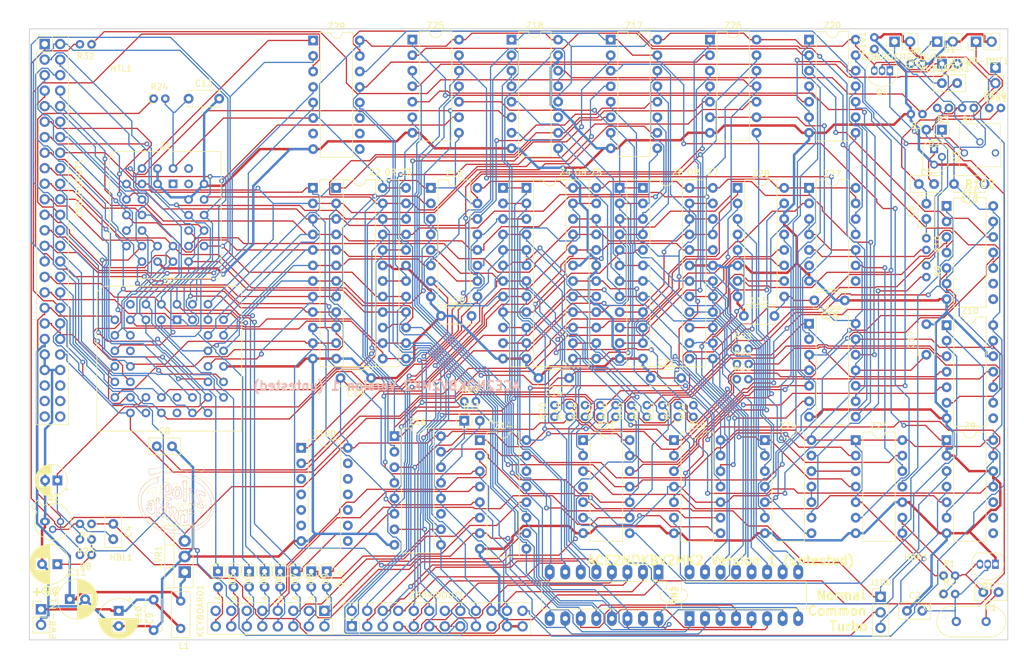
<source format=kicad_pcb>
(kicad_pcb (version 20211014) (generator pcbnew)
  (title_block (title "ACE2NOKBV2") (date "2019-07-13") (rev "Beta") (company "Ontobus") (comment 1 "John Bradley") (comment 2 "https://creativecommons.org/licenses/by-nc-sa/4.0/") (comment 3 "Attribution-NonCommercial-ShareAlike 4.0 International License.") (comment 4 "This work is licensed under a Creative Commons "))
  (layers (0 "F.Cu" signal "Top") (31 "B.Cu" signal "Bottom") (34 "B.Paste" user) (35 "F.Paste" user) (36 "B.SilkS" user "B.Silkscreen") (37 "F.SilkS" user "F.Silkscreen") (38 "B.Mask" user) (39 "F.Mask" user) (44 "Edge.Cuts" user))
  (net 0 "")
  (net 1 "GND")
  (net 2 "Net-(Z19-Pad5)")
  (net 3 "Net-(Z19-Pad6)")
  (net 4 "Net-(Z19-Pad3)")
  (net 5 "CPUCLK")
  (net 6 "~{WAIT}")
  (net 7 "~{NMI}")
  (net 8 "Net-(Z23-Pad3)")
  (net 9 "Net-(Z24-Pad10)")
  (net 10 "Net-(Z22-Pad12)")
  (net 11 "Net-(Z20-Pad1)")
  (net 12 "Net-(Z22-Pad2)")
  (net 13 "Net-(RN2-Pad16)")
  (net 14 "Net-(RN2-Pad15)")
  (net 15 "Net-(RN2-Pad14)")
  (net 16 "Net-(RN2-Pad13)")
  (net 17 "Net-(RN2-Pad12)")
  (net 18 "Net-(RN2-Pad11)")
  (net 19 "Net-(RN2-Pad10)")
  (net 20 "Net-(RN2-Pad9)")
  (net 21 "~{CPU2VDGACCES}")
  (net 22 "Net-(Z20-Pad5)")
  (net 23 "BASECLK")
  (net 24 "Net-(C3-Pad2)")
  (net 25 "Net-(Z20-Pad11)")
  (net 26 "FONTCHARX0")
  (net 27 "Net-(Z20-Pad8)")
  (net 31 "SCREENX0")
  (net 32 "SCREENX1")
  (net 33 "SCREENX2")
  (net 34 "Net-(Z23-Pad13)")
  (net 35 "Net-(Z23-Pad12)")
  (net 36 "Net-(R10-Pad2)")
  (net 37 "SCREENX3")
  (net 38 "SCREENX4")
  (net 39 "SCREENY0")
  (net 40 "SCREENY1")
  (net 41 "SCREENY2")
  (net 42 "SCREENY3")
  (net 43 "Net-(C4-Pad2)")
  (net 44 "Net-(C6-Pad1)")
  (net 45 "Net-(Q3-Pad2)")
  (net 46 "Net-(C1-Pad2)")
  (net 47 "Net-(C5-Pad1)")
  (net 48 "Net-(AUDIO-IN1-Pad1)")
  (net 49 "Net-(AUDIO-OUT1-Pad1)")
  (net 50 "SCREENY4")
  (net 51 "FONTCHARY0")
  (net 52 "FONTCHARY1")
  (net 53 "FONTCHARY2")
  (net 54 "+9V")
  (net 55 "FONTCHARX2")
  (net 56 "Net-(R26-Pad2)")
  (net 57 "~{WE}")
  (net 58 "~{CPUVDGRAMWR}")
  (net 59 "Net-(D11-Pad2)")
  (net 61 "Net-(R3-Pad1)")
  (net 62 "Net-(R21-Pad1)")
  (net 63 "Net-(R22-Pad1)")
  (net 64 "Net-(R23-Pad1)")
  (net 65 "DA7")
  (net 66 "Net-(Z24-Pad4)")
  (net 67 "Net-(Z24-Pad5)")
  (net 68 "+9Vsm")
  (net 69 "Net-(COMPOSITE-OUT1-Pad1)")
  (net 70 "Net-(Q4-Pad1)")
  (net 71 "Net-(R100-Pad1)")
  (net 72 "/~{WAIT}")
  (net 73 "/~{BUSRQ}")
  (net 74 "DA6")
  (net 75 "/~{HALT}")
  (net 76 "DA5")
  (net 77 "/~{REFSH}")
  (net 78 "/~{M1}")
  (net 79 "/~{BUSAK}")
  (net 80 "DA4")
  (net 81 "~{RESET}")
  (net 82 "DA3")
  (net 83 "Net-(KEYBOARD1-Pad7)")
  (net 84 "Net-(KEYBOARD1-Pad5)")
  (net 85 "Net-(KEYBOARD1-Pad3)")
  (net 86 "Net-(KEYBOARD1-Pad1)")
  (net 87 "Net-(Z14-Pad1)")
  (net 88 "Net-(C1-Pad1)")
  (net 89 "Net-(C2-Pad2)")
  (net 90 "Net-(R9-Pad2)")
  (net 91 "PHI")
  (net 92 "DA2")
  (net 93 "DA1")
  (net 94 "Net-(KEYBOARD1-Pad9)")
  (net 95 "DA0")
  (net 96 "A5")
  (net 97 "A3")
  (net 98 "A1")
  (net 99 "A6")
  (net 100 "A4")
  (net 101 "A2")
  (net 102 "A0")
  (net 103 "~{WR}")
  (net 105 "~{IOREQ}")
  (net 106 "~{INT}")
  (net 108 "~{RD}")
  (net 109 "~{MREQ}")
  (net 111 "A8")
  (net 112 "A10")
  (net 114 "Net-(D3-Pad2)")
  (net 115 "Net-(D4-Pad2)")
  (net 116 "Net-(D5-Pad2)")
  (net 117 "Net-(D6-Pad2)")
  (net 118 "Net-(D7-Pad2)")
  (net 119 "Net-(D8-Pad2)")
  (net 120 "Net-(D9-Pad2)")
  (net 121 "Net-(D10-Pad2)")
  (net 122 "A14")
  (net 123 "A12")
  (net 124 "A7")
  (net 125 "A9")
  (net 126 "A15")
  (net 127 "A13")
  (net 128 "A11")
  (net 130 "~{0000-1FFF}")
  (net 133 "~{ONBOARDRAMSEL}")
  (net 134 "~{CPUVDGRAMRD}")
  (net 135 "~{CSVIDEORAM}")
  (net 136 "~{CSFONTRAM}")
  (net 137 "FONTCHARX1")
  (net 138 "EOL")
  (net 142 "XRESET")
  (net 144 "YRESET")
  (net 145 "ENDOFSCR")
  (net 148 "~{VHOLD}")
  (net 151 "Net-(Z19-Pad12)")
  (net 152 "VIDEN")
  (net 153 "Net-(Z22-Pad9)")
  (net 154 "Net-(Z22-Pad10)")
  (net 178 "EAR")
  (net 179 "VIDEO")
  (net 180 "VA0")
  (net 181 "VA1")
  (net 182 "VA2")
  (net 183 "VA3")
  (net 184 "VA4")
  (net 185 "VA5")
  (net 186 "VA6")
  (net 187 "VA7")
  (net 188 "VA8")
  (net 189 "VA9")
  (net 190 "VD0")
  (net 191 "VD1")
  (net 192 "VD2")
  (net 193 "VD3")
  (net 194 "VD4")
  (net 195 "VD5")
  (net 196 "VD6")
  (net 197 "VD7")
  (net 198 "Net-(D1-Pad2)")
  (net 199 "Net-(Z17-Pad15)")
  (footprint "Capacitor_THT:C_Disc_D5.0mm_W2.5mm_P2.50mm" (layer "F.Cu") (at 214.63 134.62)
    (fp_text reference "C2")
    (fp_text value "100p")
  )
  (footprint "Capacitor_THT:C_Disc_D5.0mm_W2.5mm_P5.00mm" (layer "F.Cu") (at 91.44 137.795 90)
    (fp_text reference "C10")
    (fp_text value "100N")
  )
  (footprint "Capacitor_THT:CP_Radial_D6.3mm_P2.50mm" (layer "F.Cu") (at 77.724 132.715)
    (fp_text reference "C11")
    (fp_text value "100u")
  )
  (footprint "Capacitor_THT:CP_Radial_D6.3mm_P2.50mm" (layer "F.Cu") (at 75.692 127 180)
    (fp_text reference "C12")
    (fp_text value "100u")
  )
  (footprint "Capacitor_THT:C_Disc_D5.0mm_W2.5mm_P5.00mm" (layer "F.Cu") (at 97.155 50.8)
    (fp_text reference "C13")
    (fp_text value "100N")
  )
  (footprint "Capacitor_THT:C_Disc_D5.0mm_W2.5mm_P5.00mm" (layer "F.Cu") (at 187.96 86.36)
    (fp_text reference "C15")
    (fp_text value "100N")
  )
  (footprint "Capacitor_THT:C_Disc_D5.0mm_W2.5mm_P5.00mm" (layer "F.Cu") (at 204.47 83.82 180)
    (fp_text reference "C16")
    (fp_text value "100N")
  )
  (footprint "Capacitor_THT:C_Disc_D5.0mm_W2.5mm_P5.00mm" (layer "F.Cu") (at 217.805 92.71 90)
    (fp_text reference "C17")
    (fp_text value "100N")
  )
  (footprint "Capacitor_THT:C_Disc_D5.0mm_W2.5mm_P5.00mm" (layer "F.Cu") (at 227.33 64.77 180)
    (fp_text reference "C18")
    (fp_text value "100N")
  )
  (footprint "Capacitor_THT:C_Disc_D5.0mm_W2.5mm_P5.00mm" (layer "F.Cu") (at 127 96.52 180)
    (fp_text reference "C19")
    (fp_text value "100N")
  )
  (footprint "Capacitor_THT:C_Disc_D5.0mm_W2.5mm_P2.50mm" (layer "F.Cu") (at 219.075 64.77 180)
    (fp_text reference "C5")
    (fp_text value "47p")
  )
  (footprint "Capacitor_THT:C_Disc_D5.0mm_W2.5mm_P5.00mm" (layer "F.Cu") (at 138.43 86.36)
    (fp_text reference "C20")
    (fp_text value "100N")
  )
  (footprint "Capacitor_THT:C_Disc_D5.0mm_W2.5mm_P5.00mm" (layer "F.Cu") (at 172.72 96.52)
    (fp_text reference "C21")
    (fp_text value "100N")
  )
  (footprint "Capacitor_THT:C_Disc_D5.0mm_W2.5mm_P2.50mm" (layer "F.Cu") (at 220.345 48.26)
    (fp_text reference "C3")
    (fp_text value "47N")
  )
  (footprint "Capacitor_THT:C_Disc_D5.0mm_W2.5mm_P2.50mm" (layer "F.Cu") (at 84.836 120.396 -90)
    (fp_text reference "C4")
    (fp_text value "47p")
  )
  (footprint "Capacitor_THT:C_Disc_D5.0mm_W2.5mm_P2.50mm" (layer "F.Cu") (at 229.616 131.572 180)
    (fp_text reference "C1")
    (fp_text value "30p")
  )
  (footprint "Capacitor_THT:C_Disc_D5.0mm_W2.5mm_P2.50mm" (layer "F.Cu") (at 217.805 70.485 90)
    (fp_text reference "C6")
    (fp_text value "47N")
  )
  (footprint "Capacitor_THT:CP_Radial_D5.0mm_P2.00mm" (layer "F.Cu") (at 75.692 113.284 180)
    (fp_text reference "C7")
    (fp_text value "1U")
  )
  (footprint "Capacitor_THT:C_Disc_D5.0mm_W2.5mm_P2.50mm" (layer "F.Cu") (at 91.948 107.696)
    (fp_text reference "C8")
    (fp_text value "2N2")
  )
  (footprint "Capacitor_THT:CP_Radial_D6.3mm_P2.50mm" (layer "F.Cu") (at 85.725 134.62 -90)
    (fp_text reference "C9")
    (fp_text value "100u")
  )
  (footprint "Diode_THT:D_DO-35_SOD27_P2.54mm_Vertical_AnodeUp" (layer "F.Cu") (at 220.345 45.085)
    (fp_text reference "D1")
    (fp_text value "1N4148DO35-7")
  )
  (footprint "Diode_THT:D_DO-35_SOD27_P2.54mm_Vertical_AnodeUp" (layer "F.Cu") (at 142.24 103.505)
    (fp_text reference "D11")
    (fp_text value "1N4148DO35-7")
  )
  (footprint "Diode_THT:D_DO-35_SOD27_P2.54mm_Vertical_AnodeUp" (layer "F.Cu") (at 101.97 128.165 -90)
    (fp_text reference "D3")
    (fp_text value "1N4148DO35-7")
  )
  (footprint "Diode_THT:D_DO-35_SOD27_P2.54mm_Vertical_AnodeUp" (layer "F.Cu") (at 104.51 128.165 -90)
    (fp_text reference "D4")
    (fp_text value "1N4148DO35-7")
  )
  (footprint "Diode_THT:D_DO-35_SOD27_P2.54mm_Vertical_AnodeUp" (layer "F.Cu") (at 107.05 128.165 -90)
    (fp_text reference "D5")
    (fp_text value "1N4148DO35-7")
  )
  (footprint "Diode_THT:D_DO-35_SOD27_P2.54mm_Vertical_AnodeUp" (layer "F.Cu") (at 109.59 128.165 -90)
    (fp_text reference "D6")
    (fp_text value "1N4148DO35-7")
  )
  (footprint "Diode_THT:D_DO-35_SOD27_P2.54mm_Vertical_AnodeUp" (layer "F.Cu") (at 112.13 128.165 -90)
    (fp_text reference "D7")
    (fp_text value "1N4148DO35-7")
  )
  (footprint "Diode_THT:D_DO-35_SOD27_P2.54mm_Vertical_AnodeUp" (layer "F.Cu") (at 114.67 128.165 -90)
    (fp_text reference "D8")
    (fp_text value "1N4148DO35-7")
  )
  (footprint "Diode_THT:D_DO-35_SOD27_P2.54mm_Vertical_AnodeUp" (layer "F.Cu") (at 117.21 128.165 -90)
    (fp_text reference "D9")
    (fp_text value "1N4148DO35-7")
  )
  (footprint "Diode_THT:D_DO-35_SOD27_P2.54mm_Vertical_AnodeUp" (layer "F.Cu") (at 119.75 128.165 -90)
    (fp_text reference "D10")
    (fp_text value "1N4148DO35-7")
  )
  (footprint "Diode_THT:D_DO-35_SOD27_P2.54mm_Vertical_AnodeUp" (layer "F.Cu") (at 220.345 55.88 180)
    (fp_text reference "D2")
    (fp_text value "1N4148DO35-7")
  )
  (footprint "Package_TO_SOT_THT:TO-92" (layer "F.Cu") (at 219.075 59.055 -90)
    (fp_text reference "Q3")
    (fp_text value "BC183")
  )
  (footprint "Resistor_THT:R_Axial_DIN0204_L3.6mm_D1.6mm_P1.90mm_Vertical" (layer "F.Cu") (at 220.62 131.87)
    (fp_text reference "R2")
    (fp_text value "47k")
  )
  (footprint "Resistor_THT:R_Axial_DIN0204_L3.6mm_D1.6mm_P1.90mm_Vertical" (layer "F.Cu") (at 217.805 73.66 -90)
    (fp_text reference "R10")
    (fp_text value "10k")
  )
  (footprint "Resistor_THT:R_Axial_DIN0204_L3.6mm_D1.6mm_P1.90mm_Vertical" (layer "F.Cu") (at 179.705 102.87 90)
    (fp_text reference "R11")
    (fp_text value "1k")
  )
  (footprint "Resistor_THT:R_Axial_DIN0204_L3.6mm_D1.6mm_P1.90mm_Vertical" (layer "F.Cu") (at 177.165 102.87 90)
    (fp_text reference "R12")
    (fp_text value "1k")
  )
  (footprint "Resistor_THT:R_Axial_DIN0204_L3.6mm_D1.6mm_P1.90mm_Vertical" (layer "F.Cu") (at 174.625 102.87 90)
    (fp_text reference "R13")
    (fp_text value "1k")
  )
  (footprint "Resistor_THT:R_Axial_DIN0204_L3.6mm_D1.6mm_P1.90mm_Vertical" (layer "F.Cu") (at 172.085 102.87 90)
    (fp_text reference "R14")
    (fp_text value "1k")
  )
  (footprint "Resistor_THT:R_Axial_DIN0204_L3.6mm_D1.6mm_P1.90mm_Vertical" (layer "F.Cu") (at 169.545 102.87 90)
    (fp_text reference "R15")
    (fp_text value "1k")
  )
  (footprint "Resistor_THT:R_Axial_DIN0204_L3.6mm_D1.6mm_P1.90mm_Vertical" (layer "F.Cu") (at 166.975 102.87 90)
    (fp_text reference "R16")
    (fp_text value "1k")
  )
  (footprint "Resistor_THT:R_Axial_DIN0204_L3.6mm_D1.6mm_P1.90mm_Vertical" (layer "F.Cu") (at 164.475 102.87 90)
    (fp_text reference "R17")
    (fp_text value "1k")
  )
  (footprint "Resistor_THT:R_Axial_DIN0204_L3.6mm_D1.6mm_P1.90mm_Vertical" (layer "F.Cu") (at 161.975 102.87 90)
    (fp_text reference "R18")
    (fp_text value "1k")
  )
  (footprint "Resistor_THT:R_Axial_DIN0204_L3.6mm_D1.6mm_P1.90mm_Vertical" (layer "F.Cu") (at 159.475 102.87 90)
    (fp_text reference "R19")
    (fp_text value "1k")
  )
  (footprint "Resistor_THT:R_Axial_DIN0204_L3.6mm_D1.6mm_P1.90mm_Vertical" (layer "F.Cu") (at 217.805 78.105 -90)
    (fp_text reference "R9")
    (fp_text value "22k")
  )
  (footprint "Resistor_THT:R_Axial_DIN0204_L3.6mm_D1.6mm_P1.90mm_Vertical" (layer "F.Cu") (at 156.975 102.87 90)
    (fp_text reference "R20")
    (fp_text value "1k")
  )
  (footprint "Resistor_THT:R_Axial_DIN0204_L3.6mm_D1.6mm_P1.90mm_Vertical" (layer "F.Cu") (at 186.806 96.714)
    (fp_text reference "R21")
    (fp_text value "1k")
  )
  (footprint "Resistor_THT:R_Axial_DIN0204_L3.6mm_D1.6mm_P1.90mm_Vertical" (layer "F.Cu") (at 186.846 94.214)
    (fp_text reference "R22")
    (fp_text value "1k")
  )
  (footprint "Resistor_THT:R_Axial_DIN0204_L3.6mm_D1.6mm_P1.90mm_Vertical" (layer "F.Cu") (at 186.846 91.714)
    (fp_text reference "R23")
    (fp_text value "1k")
  )
  (footprint "Resistor_THT:R_Axial_DIN0204_L3.6mm_D1.6mm_P1.90mm_Vertical" (layer "F.Cu") (at 91.445 50.8)
    (fp_text reference "R24")
    (fp_text value "10k")
  )
  (footprint "Resistor_THT:R_Axial_DIN0204_L3.6mm_D1.6mm_P1.90mm_Vertical" (layer "F.Cu") (at 81.28 122.936 180)
    (fp_text reference "R25")
    (fp_text value "220k")
  )
  (footprint "Resistor_THT:R_Axial_DIN0204_L3.6mm_D1.6mm_P1.90mm_Vertical" (layer "F.Cu") (at 221.488 52.324 180)
    (fp_text reference "R3")
    (fp_text value "1K5")
  )
  (footprint "Resistor_THT:R_Axial_DIN0204_L3.6mm_D1.6mm_P1.90mm_Vertical" (layer "F.Cu") (at 225.552 52.324 180)
    (fp_text reference "R4")
    (fp_text value "1K5")
  )
  (footprint "Resistor_THT:R_Axial_DIN0204_L3.6mm_D1.6mm_P1.90mm_Vertical" (layer "F.Cu") (at 217.17 53.34 180)
    (fp_text reference "R5")
    (fp_text value "12k")
  )
  (footprint "Resistor_THT:R_Axial_DIN0204_L3.6mm_D1.6mm_P1.90mm_Vertical" (layer "F.Cu") (at 215.265 45.085)
    (fp_text reference "R6")
    (fp_text value "1K")
  )
  (footprint "Resistor_THT:R_Axial_DIN0204_L3.6mm_D1.6mm_P1.90mm_Vertical" (layer "F.Cu") (at 81.28 120.396 180)
    (fp_text reference "R7")
    (fp_text value "1K")
  )
  (footprint "Resistor_THT:R_Axial_DIN0204_L3.6mm_D1.6mm_P1.90mm_Vertical" (layer "F.Cu") (at 81.28 125.476 180)
    (fp_text reference "R8")
    (fp_text value "270R")
  )
  (footprint "Resistor_THT:R_Axial_DIN0204_L3.6mm_D1.6mm_P1.90mm_Vertical" (layer "F.Cu") (at 220.62 128.87)
    (fp_text reference "R1")
    (fp_text value "4k7")
  )
  (footprint "Package_DIP:DIP-16_W7.62mm_LongPads" (layer "F.Cu") (at 173.99 128.27 -90)
    (fp_text reference "RN1")
    (fp_text value "1K0")
  )
  (footprint "Package_DIP:DIP-16_W7.62mm_LongPads" (layer "F.Cu") (at 179.07 135.89 90)
    (fp_text reference "RN2")
    (fp_text value "1K0")
  )
  (footprint "Crystal:Crystal_HC49-U_Vertical" (layer "F.Cu") (at 227.584 136.37 180)
    (fp_text reference "X1")
    (fp_text value "6.5MHz")
  )
  (footprint "Package_LCC:PLCC-44_THT-Socket" (layer "F.Cu") (at 95.25 86.995)
    (fp_text reference "Z0")
    (fp_text value "Z80CPU")
  )
  (footprint "Package_DIP:DIP-14_W7.62mm" (layer "F.Cu") (at 221.12 87.87)
    (fp_text reference "Z10")
    (fp_text value "CD74HCT393E")
  )
  (footprint "Package_DIP:DIP-14_W7.62mm" (layer "F.Cu") (at 221.12 68.37)
    (fp_text reference "Z11")
    (fp_text value "CD74HCT393E")
  )
  (footprint "Package_DIP:DIP-16_W7.62mm" (layer "F.Cu") (at 130.81 106.045)
    (fp_text reference "Z16")
    (fp_text value "SN74AHCT367N")
  )
  (footprint "Package_DIP:DIP-16_W7.62mm" (layer "F.Cu") (at 149.966 41.148)
    (fp_text reference "Z18")
    (fp_text value "SN74AHCT367N")
  )
  (footprint "Package_DIP:DIP-16_W7.62mm" (layer "F.Cu") (at 166.187 41.148)
    (fp_text reference "Z17")
    (fp_text value "SN74AHCT367N")
  )
  (footprint "Package_DIP:DIP-14_W7.62mm" (layer "F.Cu") (at 176.529 106.68)
    (fp_text reference "Z19")
    (fp_text value "SN74AHCT00N")
  )
  (footprint "Package_DIP:DIP-14_W7.62mm" (layer "F.Cu") (at 198.628 41.148)
    (fp_text reference "Z20")
    (fp_text value "SN74AHCT08N")
  )
  (footprint "Package_DIP:DIP-14_W7.62mm" (layer "F.Cu") (at 161.666 106.68)
    (fp_text reference "Z21")
    (fp_text value "SN74AHCT11N")
  )
  (footprint "Package_DIP:DIP-14_W7.62mm" (layer "F.Cu") (at 198.628 87.63)
    (fp_text reference "Z22")
    (fp_text value "SN74AHCT11N")
  )
  (footprint "Package_DIP:DIP-14_W7.62mm" (layer "F.Cu") (at 206.256 106.68)
    (fp_text reference "Z23")
    (fp_text value "SN74AHCT86N")
  )
  (footprint "Package_DIP:DIP-14_W7.62mm" (layer "F.Cu") (at 133.746 41.148)
    (fp_text reference "Z25")
    (fp_text value "SN74AHCT02N")
  )
  (footprint "Package_DIP:DIP-14_W7.62mm" (layer "F.Cu") (at 182.407 41.148)
    (fp_text reference "Z26")
    (fp_text value "SN74AHCT32N")
  )
  (footprint "Package_DIP:DIP-14_W7.62mm" (layer "F.Cu") (at 198.628 65.405)
    (fp_text reference "Z27")
    (fp_text value "SN74AHCT74N")
  )
  (footprint "Package_DIP:DIP-16_W7.62mm" (layer "F.Cu") (at 186.937 65.405)
    (fp_text reference "Z28")
    (fp_text value "SN74LS166")
  )
  (footprint "Package_DIP:DIP-16_W7.62mm" (layer "F.Cu") (at 117.525 41.275)
    (fp_text reference "Z29")
    (fp_text value "SN74AHCT138N")
  )
  (footprint "Package_DIP:DIP-24_W15.24mm" (layer "F.Cu") (at 117.475 65.405)
    (fp_text reference "Z3")
    (fp_text value "HM6116P")
  )
  (footprint "Package_DIP:DIP-24_W15.24mm" (layer "F.Cu") (at 148.575 65.405)
    (fp_text reference "Z5")
    (fp_text value "HM6116P")
  )
  (footprint "Package_DIP:DIP-14_W7.62mm" (layer "F.Cu") (at 221.12 106.68)
    (fp_text reference "Z9")
    (fp_text value "CD74HCT393E")
  )
  (footprint "MountingHole:MountingHole_2.5mm" (layer "F.Cu") (at 86.12 129.37)
    (fp_text reference "HBL1")
    (fp_text value "MountingHole")
  )
  (footprint "MountingHole:MountingHole_2.5mm" (layer "F.Cu") (at 216.12 129.37)
    (fp_text reference "HBR1")
    (fp_text value "MountingHole")
  )
  (footprint "MountingHole:MountingHole_2.5mm" (layer "F.Cu") (at 86.12 49.37)
    (fp_text reference "HTL1")
    (fp_text value "MountingHole")
  )
  (footprint "MountingHole:MountingHole_2.5mm" (layer "F.Cu") (at 216.12 49.37)
    (fp_text reference "HTR1")
    (fp_text value "MountingHole")
  )
  (footprint "Connector_PinHeader_2.54mm:PinHeader_2x25_P2.54mm_Vertical" (layer "F.Cu") (at 73.6189 41.8664)
    (fp_text reference "Z80CPUOUT1")
    (fp_text value "Conn_02x25_Odd_Even")
  )
  (footprint "Package_LCC:PLCC-32_THT-Socket" (layer "F.Cu") (at 94.615 64.77)
    (fp_text reference "Z1")
    (fp_text value "SST39SF010A-45-4I-NHE ")
  )
  (footprint "Connector_PinHeader_2.54mm:PinHeader_2x08_P2.54mm_Vertical" (layer "F.Cu") (at 119.37 134.62 -90)
    (fp_text reference "KEYBOARD1")
    (fp_text value "Conn_02x08_Odd_Even")
  )
  (footprint "Connector_PinHeader_2.54mm:PinHeader_1x02_P2.54mm_Vertical" (layer "F.Cu") (at 73.025 134.37)
    (fp_text reference "PWR-IN1")
    (fp_text value "Conn_01x02")
  )
  (footprint "Connector_PinHeader_2.54mm:PinHeader_1x02_P2.54mm_Vertical" (layer "F.Cu") (at 219.585 41.47 90)
    (fp_text reference "AUDIO-IN1")
    (fp_text value "Conn_01x02")
  )
  (footprint "Connector_PinHeader_2.54mm:PinHeader_1x02_P2.54mm_Vertical" (layer "F.Cu") (at 225.935 41.47 90)
    (fp_text reference "AUDIO-OUT1")
    (fp_text value "Conn_01x02")
  )
  (footprint "Connector_PinHeader_2.54mm:PinHeader_1x02_P2.54mm_Vertical" (layer "F.Cu") (at 212.6 41.47 90)
    (fp_text reference "COMPOSITE-OUT1")
    (fp_text value "COMPOSITE-OUT1")
  )
  (footprint "Package_TO_SOT_THT:TO-220-3_Vertical" (layer "F.Cu") (at 96.52 128.27 90)
    (fp_text reference "LVR1")
    (fp_text value "78T")
  )
  (footprint "ExtraFootprints:KEMET_SBT_0260T" (layer "F.Cu") (at 95.885 135.255 90)
    (fp_text reference "L1")
    (fp_text value "EMI_Filter_LL_1423")
  )
  (footprint "Package_TO_SOT_THT:TO-92_Inline" (layer "F.Cu") (at 229.108 127 180)
    (fp_text reference "Q1")
    (fp_text value "2N3904")
  )
  (footprint "Package_TO_SOT_THT:TO-18-3" (layer "F.Cu") (at 73.66 120.015)
    (fp_text reference "Q2")
    (fp_text value "2N2369")
  )
  (footprint "Package_DIP:DIP-16_W7.62mm" (layer "F.Cu") (at 136.766 65.405)
    (fp_text reference "Z15")
    (fp_text value "SN74AHCT367N")
  )
  (footprint "Resistor_THT:R_Axial_DIN0204_L3.6mm_D1.6mm_P1.90mm_Vertical" (layer "F.Cu") (at 142.24 100.33)
    (fp_text reference "R26")
    (fp_text value "330R")
  )
  (footprint "Connector_PinHeader_2.54mm:PinHeader_1x02_P2.54mm_Vertical" (layer "F.Cu") (at 229.108 45.72)
    (fp_text reference "SPK1")
    (fp_text value "Conn_01x02")
  )
  (footprint "Resistor_THT:R_Axial_DIN0204_L3.6mm_D1.6mm_P1.90mm_Vertical" (layer "F.Cu") (at 228.092 52.324)
    (fp_text reference "R100")
    (fp_text value "200")
  )
  (footprint "Package_TO_SOT_THT:TO-92_Inline" (layer "F.Cu") (at 211.836 46.228 180)
    (fp_text reference "Q4")
    (fp_text value "2N3904")
  )
  (footprint "Resistor_THT:R_Axial_DIN0204_L3.6mm_D1.6mm_P1.90mm_Vertical" (layer "F.Cu") (at 209.296 42.672 90)
    (fp_text reference "R101")
    (fp_text value "100")
  )
  (footprint "Package_DIP:DIP-24_W15.24mm" (layer "F.Cu") (at 167.647 65.405)
    (fp_text reference "Z7")
    (fp_text value "HM6116P")
  )
  (footprint "Package_DIP:DIP-14_W7.62mm" (layer "F.Cu") (at 191.393 106.68)
    (fp_text reference "Z24")
    (fp_text value "SN74AHCT02N")
  )
  (footprint "ExtraFootprints:3362H1103LF" (layer "F.Cu") (at 226.568 58.42)
    (fp_text reference "R102")
    (fp_text value "100" hide)
  )
  (footprint "ExtraFootprints:ZilogInsideBack" (layer "F.Cu") (at 87.884 124.46)
    (fp_text reference "Logo1" hide)
    (fp_text value "ZilogBack" hide)
  )
  (footprint "ExtraFootprints:ZilogInsideFront" (layer "F.Cu") (at 88.392 123.952)
    (fp_text reference "Logo2" hide)
    (fp_text value "ZilogFront" hide)
  )
  (footprint "Package_DIP:DIP-16_W7.62mm" (layer "F.Cu") (at 144.78 106.68)
    (fp_text reference "Z14")
    (fp_text value "SN74AHCT367N")
  )
  (footprint "Package_DIP:DIP-14_W7.62mm" (layer "F.Cu") (at 115.57 107.95)
    (fp_text reference "Z100")
    (fp_text value "SN74AHCT04")
  )
  (footprint "Connector_PinHeader_2.54mm:PinHeader_1x03_P2.54mm_Vertical" (layer "F.Cu") (at 210.312 132.334)
    (fp_text reference "J100")
    (fp_text value "Conn_01x03_Male")
  )
  (footprint "Resistor_THT:R_Axial_DIN0204_L3.6mm_D1.6mm_P1.90mm_Vertical" (layer "F.Cu") (at 81.28 41.91 180)
    (fp_text reference "R32")
    (fp_text value "1K")
  )
  (footprint "Capacitor_THT:C_Disc_D5.0mm_W2.5mm_P5.00mm" (layer "F.Cu") (at 159.385 96.52 180)
    (fp_text reference "C14")
    (fp_text value "100N")
  )
  (footprint "Package_DIP:DIP-24_W7.62mm" (layer "F.Cu") (at 121.285 65.405)
    (fp_text reference "Z2")
    (fp_text value "6116SA20TPGI")
  )
  (footprint "Package_DIP:DIP-24_W7.62mm" (layer "F.Cu") (at 152.4 65.405)
    (fp_text reference "Z4")
    (fp_text value "6116SA20TPGI")
  )
  (footprint "Package_DIP:DIP-24_W7.62mm" (layer "F.Cu") (at 171.45 65.405)
    (fp_text reference "Z6")
    (fp_text value "6116SA20TPGI")
  )
  (footprint "Connector_PinHeader_2.54mm:PinHeader_2x12_P2.54mm_Vertical" (layer "F.Cu") (at 123.825 137.16 90)
    (fp_text reference "Z80VIDOUT1")
    (fp_text value "Conn_02x12_Odd_Even")
  )
  (gr_line (start 71.12 39.37) (end 71.12 139.37) (layer "Edge.Cuts") (width 0.15))
  (gr_line (start 231.12 139.37) (end 231.12 39.37) (layer "Edge.Cuts") (width 0.15))
  (gr_line (start 231.12 39.37) (end 71.12 39.37) (layer "Edge.Cuts") (width 0.15))
  (gr_line (start 71.12 139.37) (end 231.12 139.37) (layer "Edge.Cuts") (width 0.15))
  (gr_text "ACE2NOKBV2MK2 Version 1 (untested)" (at 129.54 97.79) (layer "B.SilkS") (effects (font (size 1.5 1.5) (thickness 0.3)) (justify mirror)))
  (gr_text "Turbo" (at 205.105 137.16) (layer "F.SilkS") (effects (font (size 1.5 1.5) (thickness 0.3))))
  (gr_text "Common" (at 203.2 134.62) (layer "F.SilkS") (effects (font (size 1.5 1.5) (thickness 0.3))))
  (gr_text "ACE2NOKBV2MK2 Version 1 (untested)" (at 184.15 126.365) (layer "F.SilkS") (effects (font (size 1.5 1.5) (thickness 0.3))))
  (gr_text "OR" (at 179.705 62.865) (layer "F.SilkS") (effects (font (size 1 1))))
  (gr_text "OR" (at 161.29 62.865) (layer "F.SilkS") (effects (font (size 1 1))))
  (gr_text "OR" (at 130.175 62.865) (layer "F.SilkS") (effects (font (size 1 1))))
  (gr_text "Normal" (at 203.835 132.08) (layer "F.SilkS") (effects (font (size 1.5 1.5) (thickness 0.3))))
  (gr_text "+9v" (at 73.66 131.445) (layer "F.SilkS") (effects (font (size 1.5 1.5) (thickness 0.3))))
  (segment (start 198.628 80.645) (end 198.628 79.4923) (width 0.4) (layer "F.Cu") (net 1))
  (segment (start 194.557 70.485) (end 194.557 71.6377) (width 0.4) (layer "F.Cu") (net 1))
  (segment (start 226.9715 40.2672) (end 224.5305 40.2672) (width 0.4) (layer "F.Cu") (net 1))
  (segment (start 224.8127 111.76) (end 228.74 111.76) (width 0.4) (layer "F.Cu") (net 1))
  (segment (start 209.296 40.772) (end 210.3487 40.772) (width 0.4) (layer "F.Cu") (net 1))
  (segment (start 181.2543 56.388) (end 178.8467 56.388) (width 0.4) (layer "F.Cu") (net 1))
  (segment (start 161.666 121.92) (end 160.5133 121.92) (width 0.4) (layer "F.Cu") (net 1))
  (segment (start 215.27 53.34) (end 214.2173 53.34) (width 0.4) (layer "F.Cu") (net 1))
  (segment (start 194.557 71.6377) (end 194.8453 71.6377) (width 0.4) (layer "F.Cu") (net 1))
  (segment (start 130.634 78.6813) (end 130.0577 78.105) (width 0.4) (layer "F.Cu") (net 1))
  (segment (start 102.8052 79.5438) (end 101.8393 78.5779) (width 0.4) (layer "F.Cu") (net 1))
  (segment (start 165.2299 94.6094) (end 156.2956 94.6094) (width 0.4) (layer "F.Cu") (net 1))
  (segment (start 178.8467 56.388) (end 177.6289 57.6058) (width 0.4) (layer "F.Cu") (net 1))
  (segment (start 228.74 111.76) (end 228.74 112.9127) (width 0.4) (layer "F.Cu") (net 1))
  (segment (start 221.12 83.61) (end 219.9673 83.61) (width 0.4) (layer "F.Cu") (net 1))
  (segment (start 182.407 56.388) (end 183.5597 56.388) (width 0.4) (layer "F.Cu") (net 1))
  (segment (start 134.0544 93.6359) (end 134.0544 90.7356) (width 0.4) (layer "F.Cu") (net 1))
  (segment (start 73.66 120.015) (end 73.66 120.9677) (width 0.4) (layer "F.Cu") (net 1))
  (segment (start 217.165 44.0323) (end 216.4996 44.0323) (width 0.4) (layer "F.Cu") (net 1))
  (segment (start 196.6075 77.7405) (end 195.0474 79.3006) (width 0.4) (layer "F.Cu") (net 1))
  (segment (start 224.155 61.595) (end 219.075 61.595) (width 0.4) (layer "F.Cu") (net 1))
  (segment (start 93.1829 78.5779) (end 92.075 77.47) (width 0.4) (layer "F.Cu") (net 1))
  (segment (start 216.4996 44.0323) (end 215.14 42.6727) (width 0.4) (layer "F.Cu") (net 1))
  (segment (start 111.8773 125.73) (end 114.4173 123.19) (width 0.4) (layer "F.Cu") (net 1))
  (segment (start 117.475 93.345) (end 116.3223 93.345) (width 0.4) (layer "F.Cu") (net 1))
  (segment (start 190.2403 121.92) (end 189.0526 123.1077) (width 0.4) (layer "F.Cu") (net 1))
  (segment (start 187.96 85.3607) (end 187.96 86.36) (width 0.4) (layer "F.Cu") (net 1))
  (segment (start 176.529 121.92) (end 175.3763 121.92) (width 0.4) (layer "F.Cu") (net 1))
  (segment (start 200.9713 101.6794) (end 199.7807 102.87) (width 0.4) (layer "F.Cu") (net 1))
  (segment (start 182.887 78.105) (end 179.07 78.105) (width 0.4) (layer "F.Cu") (net 1))
  (segment (start 198.628 102.87) (end 199.7807 102.87) (width 0.4) (layer "F.Cu") (net 1))
  (segment (start 159.3226 120.7293) (end 160.5133 121.92) (width 0.4) (layer "F.Cu") (net 1))
  (segment (start 132.5933 56.388) (end 131.1963 57.785) (width 0.4) (layer "F.Cu") (net 1))
  (segment (start 161.8501 62.1122) (end 158.3575 62.1122) (width 0.4) (layer "F.Cu") (net 1))
  (segment (start 166.187 58.928) (end 167.3397 58.928) (width 0.4) (layer "F.Cu") (net 1))
  (segment (start 186.937 84.3377) (end 187.96 85.3607) (width 0.4) (layer "F.Cu") (net 1))
  (segment (start 132.715 78.6813) (end 130.634 78.6813) (width 0.4) (layer "F.Cu") (net 1))
  (segment (start 97.8727 125.73) (end 111.8773 125.73) (width 0.4) (layer "F.Cu") (net 1))
  (segment (start 198.628 56.388) (end 197.4753 56.388) (width 0.4) (layer "F.Cu") (net 1))
  (segment (start 204.47 83.82) (end 219.7573 83.82) (width 0.4) (layer "F.Cu") (net 1))
  (segment (start 174.2235 120.7672) (end 163.9715 120.7672) (width 0.4) (layer "F.Cu") (net 1))
  (segment (start 163.9715 120.7672) (end 162.8187 121.92) (width 0.4) (layer "F.Cu") (net 1))
  (segment (start 151.8838 120.7293) (end 159.3226 120.7293) (width 0.4) (layer "F.Cu") (net 1))
  (segment (start 136.766 83.185) (end 136.766 82.0323) (width 0.4) (layer "F.Cu") (net 1))
  (segment (start 178.8694 123.1077) (end 177.6817 121.92) (width 0.4) (layer "F.Cu") (net 1))
  (segment (start 119.9477 57.785) (end 118.6777 59.055) (width 0.4) (layer "F.Cu") (net 1))
  (segment (start 229.108 127) (end 229.108 125.8973) (width 0.4) (layer "F.Cu") (net 1))
  (segment (start 150.1131 122.5) (end 151.8838 120.7293) (width 0.4) (layer "F.Cu") (net 1))
  (segment (start 228.74 112.9127) (end 229.0282 112.9127) (width 0.4) (layer "F.Cu") (net 1))
  (segment (start 219.9673 103.11) (end 218.5367 101.6794) (width 0.4) (layer "F.Cu") (net 1))
  (segment (start 227.33 64.77) (end 224.155 61.595) (width 0.4) (layer "F.Cu") (net 1))
  (segment (start 115.0523 94.615) (end 116.3223 93.345) (width 0.4) (layer "F.Cu") (net 1))
  (segment (start 144.78 124.46) (end 145.9327 124.46) (width 0.4) (layer "F.Cu") (net 1))
  (segment (start 218.5367 101.6794) (end 200.9713 101.6794) (width 0.4) (layer "F.Cu") (net 1))
  (segment (start 215.14 41.47) (end 215.14 42.6727) (width 0.4) (layer "F.Cu") (net 1))
  (segment (start 176.529 121.92) (end 177.6817 121.92) (width 0.4) (layer "F.Cu") (net 1))
  (segment (start 229.1292 118.11) (end 228.3582 118.11) (width 0.4) (layer "F.Cu") (net 1))
  (segment (start 148.7232 124.46) (end 150.1131 123.0701) (width 0.4) (layer "F.Cu") (net 1))
  (segment (start 212.5034 55.0539) (end 214.2173 53.34) (width 0.4) (layer "F.Cu") (net 1))
  (segment (start 215.14 41.47) (end 213.9373 41.47) (width 0.4) (layer "F.Cu") (net 1))
  (segment (start 133.1159 78.6813) (end 132.715 78.6813) (width 0.4) (layer "F.Cu") (net 1))
  (segment (start 108.8257 59.055) (end 116.3723 59.055) (width 0.4) (layer "F.Cu") (net 1))
  (segment (start 161.666 121.92) (end 162.8187 121.92) (width 0.4) (layer "F.Cu") (net 1))
  (segment (start 73.192 121.4357) (end 73.192 127) (width 0.4) (layer "F.Cu") (net 1))
  (segment (start 131.1703 96.52) (end 134.0544 93.6359) (width 0.4) (layer "F.Cu") (net 1))
  (segment (start 134.8987 56.388) (end 137.4387 58.928) (width 0.4) (layer "F.Cu") (net 1))
  (segment (start 201.3791 56.388) (end 202.7132 55.0539) (width 0.4) (layer "F.Cu") (net 1))
  (segment (start 167.647 93.345) (end 166.4943 93.345) (width 0.4) (layer "F.Cu") (net 1))
  (segment (start 145.9327 124.46) (end 148.7232 124.46) (width 0.4) (layer "F.Cu") (net 1))
  (segment (start 102.87 94.615) (end 115.0523 94.615) (width 0.4) (layer "F.Cu") (net 1))
  (segment (start 198.3593 79.4923) (end 198.628 79.4923) (width 0.4) (layer "F.Cu") (net 1))
  (segment (start 196.6075 77.7405) (end 198.3593 79.4923) (width 0.4) (layer "F.Cu") (net 1))
  (segment (start 186.937 78.105) (end 188.0897 78.105) (width 0.4) (layer "F.Cu") (net 1))
  (segment (start 177.6289 57.6058) (end 168.6619 57.6058) (width 0.4) (layer "F.Cu") (net 1))
  (segment (start 117.475 93.345) (end 121.285 93.345) (width 0.4) (layer "F.Cu") (net 1))
  (segment (start 150.1131 123.0701) (end 150.1131 122.5) (width 0.4) (layer "F.Cu") (net 1))
  (segment (start 117.9632 59.055) (end 117.525 59.055) (width 0.4) (layer "F.Cu") (net 1))
  (segment (start 228.475 41.47) (end 227.2723 41.47) (width 0.4) (layer "F.Cu") (net 1))
  (segment (start 156.2956 94.6094) (end 154.385 96.52) (width 0.4) (layer "F.Cu") (net 1))
  (segment (start 131.1963 57.785) (end 119.9477 57.785) (width 0.4) (layer "F.Cu") (net 1))
  (segment (start 149.966 58.928) (end 148.8133 58.928) (width 0.4) (layer "F.Cu") (net 1))
  (segment (start 227.2723 40.568) (end 226.9715 40.2672) (width 0.4) (layer "F.Cu") (net 1))
  (segment (start 133.746 56.388) (end 132.5933 56.388) (width 0.4) (layer "F.Cu") (net 1))
  (segment (start 99.695 64.77) (end 99.9833 65.0583) (width 0.4) (layer "F.Cu") (net 1))
  (segment (start 117.525 59.055) (end 116.3723 59.055) (width 0.4) (layer "F.Cu") (net 1))
  (segment (start 166.187 58.928) (end 165.0343 58.928) (width 0.4) (layer "F.Cu") (net 1))
  (segment (start 85.725 137.12) (end 90.765 137.12) (width 0.4) (layer "F.Cu") (net 1))
  (segment (start 221.12 121.92) (end 219.9673 121.92) (width 0.4) (layer "F.Cu") (net 1))
  (segment (start 199.7807 56.388) (end 201.3791 56.388) (width 0.4) (layer "F.Cu") (net 1))
  (segment (start 182.407 56.388) (end 181.2543 56.388) (width 0.4) (layer "F.Cu") (net 1))
  (segment (start 186.937 83.185) (end 186.937 84.3377) (width 0.4) (layer "F.Cu") (net 1))
  (segment (start 90.765 137.12) (end 91.44 137.795) (width 0.4) (layer "F.Cu") (net 1))
  (segment (start 228.3582 118.11) (end 224.8395 121.6287) (width 0.4) (layer "F.Cu") (net 1))
  (segment (start 213.876 116.84) (end 215.0287 116.84) (width 0.4) (layer "F.Cu") (net 1))
  (segment (start 215.0287 116.9814) (end 215.0287 116.84) (width 0.4) (layer "F.Cu") (net 1))
  (segment (start 229.8928 117.3464) (end 229.1292 118.11) (width 0.4) (layer "F.Cu") (net 1))
  (segment (start 222.125 41.47) (end 223.3277 41.47) (width 0.4) (layer "F.Cu") (net 1))
  (segment (start 224.5305 40.2672) (end 223.3277 41.47) (width 0.4) (layer "F.Cu") (net 1))
  (segment (start 210.8535 40.2672) (end 210.3487 40.772) (width 0.4) (layer "F.Cu") (net 1))
  (segment (start 195.0474 79.3006) (end 189.2853 79.3006) (width 0.4) (layer "F.Cu") (net 1))
  (segment (start 136.766 82.0323) (end 136.4669 82.0323) (width 0.4) (layer "F.Cu") (net 1))
  (segment (start 224.8395 121.6287) (end 229.108 125.8973) (width 0.4) (layer "F.Cu") (net 1))
  (segment (start 101.8393 78.5779) (end 93.1829 78.5779) (width 0.4) (layer "F.Cu") (net 1))
  (segment (start 183.5597 56.388) (end 184.7503 55.1974) (width 0.4) (layer "F.Cu") (net 1))
  (segment (start 222.2727 109.22) (end 224.8127 111.76) (width 0.4) (layer "F.Cu") (net 1))
  (segment (start 213.9373 41.47) (end 213.9373 40.568) (width 0.4) (layer "F.Cu") (net 1))
  (segment (start 133.746 56.388) (end 134.8987 56.388) (width 0.4) (layer "F.Cu") (net 1))
  (segment (start 196.6075 73.3999) (end 196.6075 77.7405) (width 0.4) (layer "F.Cu") (net 1))
  (segment (start 127 96.52) (end 131.1703 96.52) (width 0.4) (layer "F.Cu") (net 1))
  (segment (start 194.8453 71.6377) (end 196.6075 73.3999) (width 0.4) (layer "F.Cu") (net 1))
  (segment (start 189.2853 79.3006) (end 188.0897 78.105) (width 0.4) (layer "F.Cu") (net 1))
  (segment (start 137.4387 58.928) (end 148.8133 58.928) (width 0.4) (layer "F.Cu") (net 1))
  (segment (start 132.715 78.105) (end 132.715 78.6813) (width 0.4) (layer "F.Cu") (net 1))
  (segment (start 217.165 45.085) (end 217.165 44.0323) (width 0.4) (layer "F.Cu") (net 1))
  (segment (start 189.0526 123.1077) (end 178.8694 123.1077) (width 0.4) (layer "F.Cu") (net 1))
  (segment (start 219.7573 83.82) (end 219.9673 83.61) (width 0.4) (layer "F.Cu") (net 1))
  (segment (start 191.393 121.92) (end 190.2403 121.92) (width 0.4) (layer "F.Cu") (net 1))
  (segment (start 167.647 93.345) (end 171.45 93.345) (width 0.4) (layer "F.Cu") (net 1))
  (segment (start 202.7132 55.0539) (end 212.5034 55.0539) (width 0.4) (layer "F.Cu") (net 1))
  (segment (start 229.0282 112.9127) (end 229.8928 113.7773) (width 0.4) (layer "F.Cu") (net 1))
  (segment (start 175.3763 121.92) (end 174.2235 120.7672) (width 0.4) (layer "F.Cu") (net 1))
  (segment (start 198.628 56.388) (end 199.7807 56.388) (width 0.4) (layer "F.Cu") (net 1))
  (segment (start 134.0544 90.7356) (end 138.43 86.36) (width 0.4) (layer "F.Cu") (net 1))
  (segment (start 115.57 123.19) (end 114.4173 123.19) (width 0.4) (layer "F.Cu") (net 1))
  (segment (start 224.5482 121.92) (end 222.2727 121.92) (width 0.4) (layer "F.Cu") (net 1))
  (segment (start 168.6619 57.6058) (end 167.3397 58.928) (width 0.4) (layer "F.Cu") (net 1))
  (segment (start 221.12 103.11) (end 219.9673 103.11) (width 0.4) (layer "F.Cu") (net 1))
  (segment (start 229.8928 113.7773) (end 229.8928 117.3464) (width 0.4) (layer "F.Cu") (net 1))
  (segment (start 149.225 137.16) (end 151.765 137.16) (width 0.4) (layer "F.Cu") (net 1))
  (segment (start 227.2723 41.47) (end 227.2723 40.568) (width 0.4) (layer "F.Cu") (net 1))
  (segment (start 196.2847 55.1974) (end 197.4753 56.388) (width 0.4) (layer "F.Cu") (net 1))
  (segment (start 219.9673 121.92) (end 215.0287 116.9814) (width 0.4) (layer "F.Cu") (net 1))
  (segment (start 221.12 121.92) (end 222.2727 121.92) (width 0.4) (layer "F.Cu") (net 1))
  (segment (start 165.0343 58.928) (end 161.8501 62.1122) (width 0.4) (layer "F.Cu") (net 1))
  (segment (start 213.9373 40.568) (end 213.6365 40.2672) (width 0.4) (layer "F.Cu") (net 1))
  (segment (start 166.4943 93.345) (end 165.2299 94.6094) (width 0.4) (layer "F.Cu") (net 1))
  (segment (start 102.8224 65.0583) (end 108.8257 59.055) (width 0.4) (layer "F.Cu") (net 1))
  (segment (start 117.9632 59.055) (end 118.6777 59.055) (width 0.4) (layer "F.Cu") (net 1))
  (segment (start 213.6365 40.2672) (end 210.8535 40.2672) (width 0.4) (layer "F.Cu") (net 1))
  (segment (start 224.8395 121.6287) (end 224.5482 121.92) (width 0.4) (layer "F.Cu") (net 1))
  (segment (start 99.9833 65.0583) (end 102.8224 65.0583) (width 0.4) (layer "F.Cu") (net 1))
  (segment (start 73.66 120.9677) (end 73.192 121.4357) (width 0.4) (layer "F.Cu") (net 1))
  (segment (start 96.52 125.73) (end 97.8727 125.73) (width 0.4) (layer "F.Cu") (net 1))
  (segment (start 184.7503 55.1974) (end 196.2847 55.1974) (width 0.4) (layer "F.Cu") (net 1))
  (segment (start 152.4 93.345) (end 148.575 93.345) (width 0.4) (layer "F.Cu") (net 1))
  (segment (start 221.12 109.22) (end 222.2727 109.22) (width 0.4) (layer "F.Cu") (net 1))
  (segment (start 136.4669 82.0323) (end 133.1159 78.6813) (width 0.4) (layer "F.Cu") (net 1))
  (segment (start 128.905 78.105) (end 130.0577 78.105) (width 0.4) (layer "F.Cu") (net 1))
  (via (at 102.8052 79.5438) (size 0.8) (drill 0.4) (layers "F.Cu" "B.Cu") (net 1))
  (via (at 158.3575 62.1122) (size 0.8) (drill 0.4) (layers "F.Cu" "B.Cu") (net 1))
  (segment (start 138.43 86.0017) (end 136.766 84.3377) (width 0.4) (layer "B.Cu") (net 1))
  (segment (start 217.165 45.085) (end 218.2177 45.085) (width 0.4) (layer "B.Cu") (net 1))
  (segment (start 227.5873 92.2192) (end 227.5873 92.95) (width 0.4) (layer "B.Cu") (net 1))
  (segment (start 191.393 121.92) (end 192.5457 121.92) (width 0.4) (layer "B.Cu") (net 1))
  (segment (start 162.9359 76.3418) (end 163.5463 76.9523) (width 0.4) (layer "B.Cu") (net 1))
  (segment (start 185.5052 78.3841) (end 184.3188 78.3841) (width 0.4) (layer "B.Cu") (net 1))
  (segment (start 84.629 137.12) (end 85.725 137.12) (width 0.4) (layer "B.Cu") (net 1))
  (segment (start 158.3575 62.1122) (end 161.1728 64.9275) (width 0.4) (layer "B.Cu") (net 1))
  (segment (start 194.8257 69.3323) (end 194.557 69.3323) (width 0.4) (layer "B.Cu") (net 1))
  (segment (start 184.3188 78.3841) (end 184.0397 78.105) (width 0.4) (layer "B.Cu") (net 1))
  (segment (start 117.475 93.345) (end 117.475 121.6151) (width 0.4) (layer "B.Cu") (net 1))
  (segment (start 79.0533 133.8857) (end 80.224 132.715) (width 0.4) (layer "B.Cu") (net 1))
  (segment (start 156.4034 45.735) (end 156.4034 51.794) (width 0.4) (layer "B.Cu") (net 1))
  (segment (start 221.12 121.92) (end 221.12 123.0727) (width 0.4) (layer "B.Cu") (net 1))
  (segment (start 74.2278 128.0358) (end 73.192 127) (width 0.4) (layer "B.Cu") (net 1))
  (segment (start 117.475 121.6151) (end 117.8863 122.0264) (width 0.4) (layer "B.Cu") (net 1))
  (segment (start 116.7227 123.19) (end 117.8863 122.0264) (width 0.4) (layer "B.Cu") (net 1))
  (segment (start 222.125 41.47) (end 220.9223 41.47) (width 0.4) (layer "B.Cu") (net 1))
  (segment (start 228.74 92.95) (end 227.5873 92.95) (width 0.4) (layer "B.Cu") (net 1))
  (segment (start 102.155 50.8) (end 99.695 53.26) (width 0.4) (layer "B.Cu") (net 1))
  (segment (start 167.647 92.1923) (end 167.3587 92.1923) (width 0.4) (layer "B.Cu") (net 1))
  (segment (start 80.224 132.715) (end 84.629 137.12) (width 0.4) (layer "B.Cu") (net 1))
  (segment (start 215.27 53.34) (end 215.27 54.3927) (width 0.4) (layer "B.Cu") (net 1))
  (segment (start 160.3609 54.9538) (end 160.3609 55.4185) (width 0.4) (layer "B.Cu") (net 1))
  (segment (start 73.692 113.284) (end 73.692 119.0303) (width 0.4) (layer "B.Cu") (net 1))
  (segment (start 157.1874 52.578) (end 157.9851 52.578) (width 0.4) (layer "B.Cu") (net 1))
  (segment (start 203.9434 123.0799) (end 193.7056 123.0799) (width 0.4) (layer "B.Cu") (net 1))
  (segment (start 219.3425 87.71) (end 219.3425 100.4485) (width 0.4) (layer "B.Cu") (net 1))
  (segment (start 73.025 136.91) (end 73.025 135.7073) (width 0.4) (layer "B.Cu") (net 1))
  (segment (start 94.2584 66.9534) (end 92.075 64.77) (width 0.4) (layer "B.Cu") (net 1))
  (segment (start 209.296 41.1037) (end 209.296 40.772) (width 0.4) (layer "B.Cu") (net 1))
  (segment (start 96.52 125.73) (end 97.8728 124.3772) (width 0.4) (layer "B.Cu") (net 1))
  (segment (start 160.02 78.105) (end 161.1727 78.105) (width 0.4) (layer "B.Cu") (net 1))
  (segment (start 162.9359 76.3418) (end 161.1727 78.105) (width 0.4) (layer "B.Cu") (net 1))
  (segment (start 198.628 57.5407) (end 196.1741 59.9946) (width 0.4) (layer "B.Cu") (net 1))
  (segment (start 73.66 120.015) (end 73.66 119.0623) (width 0.4) (layer "B.Cu") (net 1))
  (segment (start 161.1728 67.9009) (end 162.4278 69.1559) (width 0.4) (layer "B.Cu") (net 1))
  (segment (start 216.5869 55.7096) (end 215.27 54.3927) (width 0.4) (layer "B.Cu") (net 1))
  (segment (start 152.4 93.345) (end 152.4 94.4977) (width 0.4) (layer "B.Cu") (net 1))
  (segment (start 97.8728 124.3772) (end 97.8728 111.1208) (width 0.4) (layer "B.Cu") (net 1))
  (segment (start 136.766 83.185) (end 136.766 84.3377) (width 0.4) (layer "B.Cu") (net 1))
  (segment (start 140.4373 86.36) (end 147.4223 93.345) (width 0.4) (layer "B.Cu") (net 1))
  (segment (start 166.4943 86.774) (end 164.1753 84.455) (width 0.4) (layer "B.Cu") (net 1))
  (segment (start 219.3425 87.71) (end 219.3425 87.5192) (width 0.4) (layer "B.Cu") (net 1))
  (segment (start 164.1753 84.455) (end 163.4512 84.455) (width 0.4) (layer "B.Cu") (net 1))
  (segment (start 115.57 123.19) (end 116.7227 123.19) (width 0.4) (layer "B.Cu") (net 1))
  (segment (start 163.815 78.105) (end 163.815 76.9523) (width 0.4) (layer "B.Cu") (net 1))
  (segment (start 97.8728 111.1208) (end 94.448 107.696) (width 0.4) (layer "B.Cu") (net 1))
  (segment (start 220.8513 101.9573) (end 221.12 101.9573) (width 0.4) (layer "B.Cu") (net 1))
  (segment (start 214.5137 51.531) (end 214.5137 46.3214) (width 0.4) (layer "B.Cu") (net 1))
  (segment (start 163.5463 76.9523) (end 163.815 76.9523) (width 0.4) (layer "B.Cu") (net 1))
  (segment (start 147.955 128.7877) (end 147.955 135.0611) (width 0.4) (layer "B.Cu") (net 1))
  (segment (start 221.12 103.11) (end 221.12 101.9573) (width 0.4) (layer "B.Cu") (net 1))
  (segment (start 138.43 86.36) (end 140.4373 86.36) (width 0.4) (layer "B.Cu") (net 1))
  (segment (start 113.7666 59.055) (end 107.7326 65.089) (width 0.4) (layer "B.Cu") (net 1))
  (segment (start 73.692 104.8764) (end 73.692 113.284) (width 0.4) (layer "B.Cu") (net 1))
  (segment (start 117.525 59.055) (end 113.7666 59.055) (width 0.4) (layer "B.Cu") (net 1))
  (segment (start 221.12 84.7627) (end 221.1149 84.7678) (width 0.4) (layer "B.Cu") (net 1))
  (segment (start 222.2728 107.6349) (end 222.2728 105.4155) (width 0.4) (layer "B.Cu") (net 1))
  (segment (start 172.72 95.7677) (end 172.72 96.52) (width 0.4) (layer "B.Cu") (net 1))
  (segment (start 154.385 96.4827) (end 154.385 96.52) (width 0.4) (layer "B.Cu") (net 1))
  (segment (start 162.6197 83.6235) (end 162.6197 80.1843) (width 0.4) (layer "B.Cu") (net 1))
  (segment (start 160.3609 55.4185) (end 163.8704 58.928) (width 0.4) (layer "B.Cu") (net 1))
  (segment (start 218.6555 125.5372) (end 221.12 123.0727) (width 0.4) (layer "B.Cu") (net 1))
  (segment (start 73.6189 92.6664) (end 73.6189 95.2064) (width 0.4) (layer "B.Cu") (net 1))
  (segment (start 123.825 93.345) (end 121.285 93.345) (width 0.4) (layer "B.Cu") (net 1))
  (segment (start 91.44 137.795) (end 92.8237 136.4113) (width 0.4) (layer "B.Cu") (net 1))
  (segment (start 73.025 135.7073) (end 73.927 135.7073) (width 0.4) (layer "B.Cu") (net 1))
  (segment (start 148.8512 135.9573) (end 149.225 135.9573) (width 0.4) (layer "B.Cu") (net 1))
  (segment (start 216.5869 59.1069) (end 216.5869 55.7096) (width 0.4) (layer "B.Cu") (net 1))
  (segment (start 76.1589 95.2064) (end 74.9562 95.2064) (width 0.4) (layer "B.Cu") (net 1))
  (segment (start 74.2278 133.8857) (end 74.2278 128.0358) (width 0.4) (layer "B.Cu") (net 1))
  (segment (start 199.7807 80.645) (end 202.9557 83.82) (width 0.4) (layer "B.Cu") (net 1))
  (segment (start 221.12 83.61) (end 221.12 84.7627) (width 0.4) (layer "B.Cu") (net 1))
  (segment (start 186.672 82.0323) (end 185.5052 80.8655) (width 0.4) (layer "B.Cu") (net 1))
  (segment (start 149.966 58.928) (end 151.1187 58.928) (width 0.4) (layer "B.Cu") (net 1))
  (segment (start 194.557 70.485) (end 194.557 69.3323) (width 0.4) (layer "B.Cu") (net 1))
  (segment (start 213.876 116.84) (end 212.7233 116.84) (width 0.4) (layer "B.Cu") (net 1))
  (segment (start 182.887 78.105) (end 184.0397 78.105) (width 0.4) (layer "B.Cu") (net 1))
  (segment (start 218.6555 130.5945) (end 218.6555 125.5372) (width 0.4) (layer "B.Cu") (net 1))
  (segment (start 74.2278 133.8857) (end 79.0533 133.8857) (width 0.4) (layer "B.Cu") (net 1))
  (segment (start 185.5052 80.8655) (end 185.5052 78.3841) (width 0.4) (layer "B.Cu") (net 1))
  (segment (start 205.1033 121.92) (end 203.9434 123.0799) (width 0.4) (layer "B.Cu") (net 1))
  (segment (start 202.9557 83.82) (end 204.47 83.82) (width 0.4) (layer "B.Cu") (net 1))
  (segment (start 221.12 103.11) (end 221.12 104.2627) (width 0.4) (layer "B.Cu") (net 1))
  (segment (start 166.187 58.928) (end 165.0343 58.928) (width 0.4) (layer "B.Cu") (net 1))
  (segment (start 185.7843 78.105) (end 185.5052 78.3841) (width 0.4) (layer "B.Cu") (net 1))
  (segment (start 163.5463 79.2577) (end 163.815 79.2577) (width 0.4) (layer "B.Cu") (net 1))
  (segment (start 221.12 109.22) (end 221.12 108.0673) (width 0.4) (layer "B.Cu") (net 1))
  (segment (start 99.695 64.77) (end 97.5116 66.9534) (width 0.4) (layer "B.Cu") (net 1))
  (segment (start 127.8587 122.0264) (end 129.6573 123.825) (width 0.4) (layer "B.Cu") (net 1))
  (segment (start 74.8217 95.2064) (end 74.8217 103.7467) (width 0.4) (layer "B.Cu") (net 1))
  (segment (start 171.45 93.345) (end 171.45 94.4977) (width 0.4) (layer "B.Cu") (net 1))
  (segment (start 162.6197 80.1843) (end 163.5463 79.2577) (width 0.4) (layer "B.Cu") (net 1))
  (segment (start 163.8704 58.928) (end 165.0343 58.928) (width 0.4) (layer "B.Cu") (net 1))
  (segment (start 157.2977 44.8407) (end 156.4034 45.735) (width 0.4) (layer "B.Cu") (net 1))
  (segment (start 161.1728 64.9275) (end 161.1728 67.9009) (width 0.4) (layer "B.Cu") (net 1))
  (segment (start 212.7233 116.84) (end 207.6433 121.92) (width 0.4) (layer "B.Cu") (net 1))
  (segment (start 130.81 123.825) (end 129.6573 123.825) (width 0.4) (layer "B.Cu") (net 1))
  (segment (start 198.628 56.388) (end 198.628 57.5407) (width 0.4) (layer "B.Cu") (net 1))
  (segment (start 157.586 43.688) (end 157.586 44.8407) (width 0.4) (layer "B.Cu") (net 1))
  (segment (start 117.8863 122.0264) (end 127.8587 122.0264) (width 0.4) (layer "B.Cu") (net 1))
  (segment (start 144.78 124.46) (end 144.78 125.6127) (width 0.4) (layer "B.Cu") (net 1))
  (segment (start 221.1149 84.7678) (end 221.1149 85.7468) (width 0.4) (layer "B.Cu") (net 1))
  (segment (start 221.12 108.0673) (end 221.8404 108.0673) (width 0.4) (layer "B.Cu") (net 1))
  (segment (start 97.5116 66.9534) (end 97.155 66.9534) (width 0.4) (layer "B.Cu") (net 1))
  (segment (start 156.4034 51.794) (end 157.1874 52.578) (width 0.4) (layer "B.Cu") (net 1))
  (segment (start 221.8404 108.0673) (end 222.2728 107.6349) (width 0.4) (layer "B.Cu") (net 1))
  (segment (start 167.647 93.345) (end 167.647 92.1923) (width 0.4) (layer "B.Cu") (net 1))
  (segment (start 214.5137 46.3214) (end 209.296 41.1037) (width 0.4) (layer "B.Cu") (net 1))
  (segment (start 196.1741 59.9946) (end 196.1741 67.9839) (width 0.4) (layer "B.Cu") (net 1))
  (segment (start 219.3425 100.4485) (end 220.8513 101.9573) (width 0.4) (layer "B.Cu") (net 1))
  (segment (start 186.937 82.0323) (end 186.672 82.0323) (width 0.4) (layer "B.Cu") (net 1))
  (segment (start 97.155 66.9534) (end 94.2584 66.9534) (width 0.4) (layer "B.Cu") (net 1))
  (segment (start 73.6189 95.2064) (end 74.8217 95.2064) (width 0.4) (layer "B.Cu") (net 1))
  (segment (start 73.692 119.0303) (end 73.66 119.0623) (width 0.4) (layer "B.Cu") (net 1))
  (segment (start 73.927 135.7073) (end 74.2278 135.4065) (width 0.4) (layer "B.Cu") (net 1))
  (segment (start 144.78 125.6127) (end 147.955 128.7877) (width 0.4) (layer "B.Cu") (net 1))
  (segment (start 147.955 135.0611) (end 148.8512 135.9573) (width 0.4) (layer "B.Cu") (net 1))
  (segment (start 107.7326 65.089) (end 107.7326 74.6164) (width 0.4) (layer "B.Cu") (net 1))
  (segment (start 92.8237 136.4113) (end 92.8237 129.4263) (width 0.4) (layer "B.Cu") (net 1))
  (segment (start 219.3425 87.71) (end 217.805 87.71) (width 0.4) (layer "B.Cu") (net 1))
  (segment (start 154.3029 62.1122) (end 158.3575 62.1122) (width 0.4) (layer "B.Cu") (net 1))
  (segment (start 193.7056 123.0799) (end 192.5457 121.92) (width 0.4) (layer "B.Cu") (net 1))
  (segment (start 157.586 44.8407) (end 157.2977 44.8407) (width 0.4) (layer "B.Cu") (net 1))
  (segment (start 219.075 61.595) (end 216.5869 59.1069) (width 0.4) (layer "B.Cu") (net 1))
  (segment (start 157.9851 52.578) (end 160.3609 54.9538) (width 0.4) (layer "B.Cu") (net 1))
  (segment (start 99.695 53.26) (end 99.695 64.77) (width 0.4) (layer "B.Cu") (net 1))
  (segment (start 186.937 78.105) (end 185.7843 78.105) (width 0.4) (layer "B.Cu") (net 1))
  (segment (start 196.1741 67.9839) (end 194.8257 69.3323) (width 0.4) (layer "B.Cu") (net 1))
  (segment (start 92.8237 129.4263) (end 96.52 125.73) (width 0.4) (layer "B.Cu") (net 1))
  (segment (start 221.1149 85.7468) (end 227.5873 92.2192) (width 0.4) (layer "B.Cu") (net 1))
  (segment (start 107.7326 74.6164) (end 102.8052 79.5438) (width 0.4) (layer "B.Cu") (net 1))
  (segment (start 74.8217 103.7467) (end 73.692 104.8764) (width 0.4) (layer "B.Cu") (net 1))
  (segment (start 163.4512 84.455) (end 162.6197 83.6235) (width 0.4) (layer "B.Cu") (net 1))
  (segment (start 162.4278 69.1559) (end 162.4278 75.8338) (width 0.4) (layer "B.Cu") (net 1))
  (segment (start 74.8217 95.2064) (end 74.9562 95.2064) (width 0.4) (layer "B.Cu") (net 1))
  (segment (start 163.815 78.105) (end 163.815 79.2577) (width 0.4) (layer "B.Cu") (net 1))
  (segment (start 138.43 86.36) (end 138.43 86.0017) (width 0.4) (layer "B.Cu") (net 1))
  (segment (start 151.1187 58.928) (end 154.3029 62.1122) (width 0.4) (layer "B.Cu") (net 1))
  (segment (start 198.628 80.645) (end 199.7807 80.645) (width 0.4) (layer "B.Cu") (net 1))
  (segment (start 207.6433 121.92) (end 206.256 121.92) (width 0.4) (layer "B.Cu") (net 1))
  (segment (start 171.45 94.4977) (end 172.72 95.7677) (width 0.4) (layer "B.Cu") (net 1))
  (segment (start 186.937 83.185) (end 186.937 82.0323) (width 0.4) (layer "B.Cu") (net 1))
  (segment (start 220.9223 42.3804) (end 218.2177 45.085) (width 0.4) (layer "B.Cu") (net 1))
  (segment (start 152.4 94.4977) (end 154.385 96.4827) (width 0.4) (layer "B.Cu") (net 1))
  (segment (start 149.225 137.16) (end 149.225 135.9573) (width 0.4) (layer "B.Cu") (net 1))
  (segment (start 215.27 53.34) (end 215.27 52.2873) (width 0.4) (layer "B.Cu") (net 1))
  (segment (start 222.2728 105.4155) (end 221.12 104.2627) (width 0.4) (layer "B.Cu") (net 1))
  (segment (start 127 96.52) (end 123.825 93.345) (width 0.4) (layer "B.Cu") (net 1))
  (segment (start 219.3425 87.5192) (end 221.1149 85.7468) (width 0.4) (layer "B.Cu") (net 1))
  (segment (start 74.2278 135.4065) (end 74.2278 133.8857) (width 0.4) (layer "B.Cu") (net 1))
  (segment (start 97.155 66.9534) (end 97.155 67.31) (width 0.4) (layer "B.Cu") (net 1))
  (segment (start 214.63 134.62) (end 218.6555 130.5945) (width 0.4) (layer "B.Cu") (net 1))
  (segment (start 206.256 121.92) (end 205.1033 121.92) (width 0.4) (layer "B.Cu") (net 1))
  (segment (start 92.075 62.23) (end 92.075 64.77) (width 0.4) (layer "B.Cu") (net 1))
  (segment (start 162.4278 75.8338) (end 162.9359 76.3418) (width 0.4) (layer "B.Cu") (net 1))
  (segment (start 215.27 52.2873) (end 214.5137 51.531) (width 0.4) (layer "B.Cu") (net 1))
  (segment (start 220.9223 41.47) (end 220.9223 42.3804) (width 0.4) (layer "B.Cu") (net 1))
  (segment (start 166.4943 91.3279) (end 166.4943 86.774) (width 0.4) (layer "B.Cu") (net 1))
  (segment (start 148.575 93.345) (end 147.4223 93.345) (width 0.4) (layer "B.Cu") (net 1))
  (segment (start 167.3587 92.1923) (end 166.4943 91.3279) (width 0.4) (layer "B.Cu") (net 1))
  (segment (start 187.9512 99.7587) (end 191.8203 99.7587) (width 0.2) (layer "F.Cu") (net 2))
  (segment (start 203.7081 44.7408) (end 196.9222 44.7408) (width 0.2) (layer "F.Cu") (net 2))
  (segment (start 181.2913 106.4186) (end 187.9512 99.7587) (width 0.2) (layer "F.Cu") (net 2))
  (segment (start 178.407 112.0729) (end 181.2913 109.1886) (width 0.2) (layer "F.Cu") (net 2))
  (segment (start 181.2913 109.1886) (end 181.2913 106.4186) (width 0.2) (layer "F.Cu") (net 2))
  (segment (start 205.1953 46.228) (end 203.7081 44.7408) (width 0.2) (layer "F.Cu") (net 2))
  (segment (start 191.8203 99.7587) (end 192.4929 99.0861) (width 0.2) (layer "F.Cu") (net 2))
  (segment (start 206.248 46.228) (end 205.1953 46.228) (width 0.2) (layer "F.Cu") (net 2))
  (segment (start 196.9222 44.7408) (end 196.6779 44.4965) (width 0.2) (layer "F.Cu") (net 2))
  (via (at 196.6779 44.4965) (size 0.8) (drill 0.4) (layers "F.Cu" "B.Cu") (net 2))
  (via (at 192.4929 99.0861) (size 0.8) (drill 0.4) (layers "F.Cu" "B.Cu") (net 2))
  (via (at 178.407 112.0729) (size 0.8) (drill 0.4) (layers "F.Cu" "B.Cu") (net 2))
  (segment (start 194.3345 71.755) (end 194.8815 71.755) (width 0.2) (layer "B.Cu") (net 2))
  (segment (start 196.6779 50.9768) (end 196.6779 44.4965) (width 0.2) (layer "B.Cu") (net 2))
  (segment (start 196.7187 69.9178) (end 196.7187 61.1274) (width 0.2) (layer "B.Cu") (net 2))
  (segment (start 178.407 114.0409) (end 178.407 112.0729) (width 0.2) (layer "B.Cu") (net 2))
  (segment (start 192.3638 82.3757) (end 192.3638 73.7257) (width 0.2) (layer "B.Cu") (net 2))
  (segment (start 199.6808 55.9484) (end 198.6331 54.9007) (width 0.2) (layer "B.Cu") (net 2))
  (segment (start 198.628 52.7953) (end 198.4964 52.7953) (width 0.2) (layer "B.Cu") (net 2))
  (segment (start 192.1928 90.0689) (end 191.8521 89.7282) (width 0.2) (layer "B.Cu") (net 2))
  (segment (start 176.529 116.84) (end 176.529 115.7873) (width 0.2) (layer "B.Cu") (net 2))
  (segment (start 191.8521 89.7282) (end 191.8521 82.8874) (width 0.2) (layer "B.Cu") (net 2))
  (segment (start 192.4929 99.0861) (end 192.1928 98.786) (width 0.2) (layer "B.Cu") (net 2))
  (segment (start 196.7187 61.1274) (end 199.6808 58.1653) (width 0.2) (layer "B.Cu") (net 2))
  (segment (start 198.628 53.848) (end 198.628 54.9007) (width 0.2) (layer "B.Cu") (net 2))
  (segment (start 192.1928 98.786) (end 192.1928 90.0689) (width 0.2) (layer "B.Cu") (net 2))
  (segment (start 199.6808 58.1653) (end 199.6808 55.9484) (width 0.2) (layer "B.Cu") (net 2))
  (segment (start 191.8521 82.8874) (end 192.3638 82.3757) (width 0.2) (layer "B.Cu") (net 2))
  (segment (start 198.6331 54.9007) (end 198.628 54.9007) (width 0.2) (layer "B.Cu") (net 2))
  (segment (start 176.529 115.7873) (end 176.6606 115.7873) (width 0.2) (layer "B.Cu") (net 2))
  (segment (start 194.8815 71.755) (end 196.7187 69.9178) (width 0.2) (layer "B.Cu") (net 2))
  (segment (start 198.628 53.848) (end 198.628 52.7953) (width 0.2) (layer "B.Cu") (net 2))
  (segment (start 192.3638 73.7257) (end 194.3345 71.755) (width 0.2) (layer "B.Cu") (net 2))
  (segment (start 176.6606 115.7873) (end 178.407 114.0409) (width 0.2) (layer "B.Cu") (net 2))
  (segment (start 198.4964 52.7953) (end 196.6779 50.9768) (width 0.2) (layer "B.Cu") (net 2))
  (segment (start 183.2672 89.3995) (end 185.785 86.8817) (width 0.2) (layer "F.Cu") (net 3))
  (segment (start 185.785 82.8481) (end 186.5278 82.1053) (width 0.2) (layer "F.Cu") (net 3))
  (segment (start 186.5278 82.1053) (end 191.7111 82.1053) (width 0.2) (layer "F.Cu") (net 3))
  (segment (start 185.785 86.8817) (end 185.785 82.8481) (width 0.2) (layer "F.Cu") (net 3))
  (segment (start 181.0808 91.3606) (end 181.0808 91.043) (width 0.2) (layer "F.Cu") (net 3))
  (segment (start 182.7243 89.3995) (end 183.2672 89.3995) (width 0.2) (layer "F.Cu") (net 3))
  (segment (start 181.0808 91.043) (end 182.7243 89.3995) (width 0.2) (layer "F.Cu") (net 3))
  (via (at 181.0808 91.3606) (size 0.8) (drill 0.4) (layers "F.Cu" "B.Cu") (net 3))
  (via (at 191.7111 82.1053) (size 0.8) (drill 0.4) (layers "F.Cu" "B.Cu") (net 3))
  (segment (start 185.6202 126.105) (end 187.8431 123.8821) (width 0.2) (layer "B.Cu") (net 3))
  (segment (start 177.5817 128.7025) (end 178.6092 129.73) (width 0.2) (layer "B.Cu") (net 3))
  (segment (start 191.7111 82.1053) (end 191.7111 70.7909) (width 0.2) (layer "B.Cu") (net 3))
  (segment (start 176.6607 120.4327) (end 177.5817 121.3537) (width 0.2) (layer "B.Cu") (net 3))
  (segment (start 187.8431 102.8221) (end 181.0808 96.0598) (width 0.2) (layer "B.Cu") (net 3))
  (segment (start 176.529 119.38) (end 176.529 120.4327) (width 0.2) (layer "B.Cu") (net 3))
  (segment (start 181.0808 96.0598) (end 181.0808 91.3606) (width 0.2) (layer "B.Cu") (net 3))
  (segment (start 185.6202 128.742) (end 185.6202 126.105) (width 0.2) (layer "B.Cu") (net 3))
  (segment (start 191.7111 70.7909) (end 194.557 67.945) (width 0.2) (layer "B.Cu") (net 3))
  (segment (start 187.8431 123.8821) (end 187.8431 102.8221) (width 0.2) (layer "B.Cu") (net 3))
  (segment (start 178.6092 129.73) (end 184.6322 129.73) (width 0.2) (layer "B.Cu") (net 3))
  (segment (start 177.5817 121.3537) (end 177.5817 128.7025) (width 0.2) (layer "B.Cu") (net 3))
  (segment (start 176.529 120.4327) (end 176.6607 120.4327) (width 0.2) (layer "B.Cu") (net 3))
  (segment (start 184.6322 129.73) (end 185.6202 128.742) (width 0.2) (layer "B.Cu") (net 3))
  (segment (start 187.8351 99.376) (end 180.5859 106.6252) (width 0.2) (layer "F.Cu") (net 4))
  (segment (start 189.7174 98.4201) (end 188.7615 99.376) (width 0.2) (layer "F.Cu") (net 4))
  (segment (start 194.699 98.4201) (end 189.7174 98.4201) (width 0.2) (layer "F.Cu") (net 4))
  (segment (start 188.7615 99.376) (end 187.8351 99.376) (width 0.2) (layer "F.Cu") (net 4))
  (segment (start 180.5859 106.6252) (end 180.5859 107.7031) (width 0.2) (layer "F.Cu") (net 4))
  (segment (start 180.5859 107.7031) (end 176.529 111.76) (width 0.2) (layer "F.Cu") (net 4))
  (via (at 194.699 98.4201) (size 0.8) (drill 0.4) (layers "F.Cu" "B.Cu") (net 4))
  (segment (start 196.0328 71.1026) (end 196.0328 97.0863) (width 0.2) (layer "B.Cu") (net 4))
  (segment (start 198.628 48.768) (end 198.628 49.8207) (width 0.2) (layer "B.Cu") (net 4))
  (segment (start 197.1986 63.5203) (end 197.1986 69.9368) (width 0.2) (layer "B.Cu") (net 4))
  (segment (start 198.628 49.8207) (end 198.7597 49.8207) (width 0.2) (layer "B.Cu") (net 4))
  (segment (start 197.1986 69.9368) (end 196.0328 71.1026) (width 0.2) (layer "B.Cu") (net 4))
  (segment (start 198.7597 49.8207) (end 200.0338 51.0948) (width 0.2) (layer "B.Cu") (net 4))
  (segment (start 196.0328 97.0863) (end 194.699 98.4201) (width 0.2) (layer "B.Cu") (net 4))
  (segment (start 200.0338 60.6851) (end 197.1986 63.5203) (width 0.2) (layer "B.Cu") (net 4))
  (segment (start 200.0338 51.0948) (end 200.0338 60.6851) (width 0.2) (layer "B.Cu") (net 4))
  (segment (start 114.5855 135.89) (end 108.9026 135.89) (width 0.2) (layer "F.Cu") (net 5))
  (segment (start 108.9026 135.89) (end 108.1072 135.0946) (width 0.2) (layer "F.Cu") (net 5))
  (segment (start 116.7252 138.6577) (end 115.3928 137.3253) (width 0.2) (layer "F.Cu") (net 5))
  (segment (start 108.1072 134.449) (end 105.9972 132.339) (width 0.2) (layer "F.Cu") (net 5))
  (segment (start 115.3928 136.6973) (end 114.5855 135.89) (width 0.2) (layer "F.Cu") (net 5))
  (segment (start 209.2093 134.874) (end 205.4256 138.6577) (width 0.2) (layer "F.Cu") (net 5))
  (segment (start 210.312 134.874) (end 209.2093 134.874) (width 0.2) (layer "F.Cu") (net 5))
  (segment (start 91.5047 127.0647) (end 84.836 120.396) (width 0.2) (layer "F.Cu") (net 5))
  (segment (start 104.6097 129.2988) (end 100.793 129.2988) (width 0.2) (layer "F.Cu") (net 5))
  (segment (start 105.9972 130.6863) (end 104.6097 129.2988) (width 0.2) (layer "F.Cu") (net 5))
  (segment (start 108.1072 135.0946) (end 108.1072 134.449) (width 0.2) (layer "F.Cu") (net 5))
  (segment (start 98.5589 127.0647) (end 91.5047 127.0647) (width 0.2) (layer "F.Cu") (net 5))
  (segment (start 205.4256 138.6577) (end 116.7252 138.6577) (width 0.2) (layer "F.Cu") (net 5))
  (segment (start 84.836 120.396) (end 81.28 120.396) (width 0.2) (layer "F.Cu") (net 5))
  (segment (start 105.9972 132.339) (end 105.9972 130.6863) (width 0.2) (layer "F.Cu") (net 5))
  (segment (start 100.793 129.2988) (end 98.5589 127.0647) (width 0.2) (layer "F.Cu") (net 5))
  (segment (start 115.3928 137.3253) (end 115.3928 136.6973) (width 0.2) (layer "F.Cu") (net 5))
  (segment (start 172.5027 88.2426) (end 172.5027 88.737) (width 0.2) (layer "F.Cu") (net 6))
  (segment (start 171.7047 89.535) (end 159.1877 89.535) (width 0.2) (layer "F.Cu") (net 6))
  (segment (start 180.8005 82.1323) (end 178.613 82.1323) (width 0.2) (layer "F.Cu") (net 6))
  (segment (start 178.613 82.1323) (end 172.5027 88.2426) (width 0.2) (layer "F.Cu") (net 6))
  (segment (start 140.5799 99.4752) (end 134.9536 99.4752) (width 0.2) (layer "F.Cu") (net 6))
  (segment (start 172.5027 88.737) (end 171.7047 89.535) (width 0.2) (layer "F.Cu") (net 6))
  (segment (start 116.3316 111.5564) (end 95.8084 111.5564) (width 0.2) (layer "F.Cu") (net 6))
  (segment (start 131.6573 102.7715) (end 125.1165 102.7715) (width 0.2) (layer "F.Cu") (net 6))
  (segment (start 159.1877 89.535) (end 153.2986 95.4241) (width 0.2) (layer "F.Cu") (net 6))
  (segment (start 144.631 95.4241) (end 140.5799 99.4752) (width 0.2) (layer "F.Cu") (net 6))
  (segment (start 134.9536 99.4752) (end 131.6573 102.7715) (width 0.2) (layer "F.Cu") (net 6))
  (segment (start 153.2986 95.4241) (end 144.631 95.4241) (width 0.2) (layer "F.Cu") (net 6))
  (segment (start 125.1165 102.7715) (end 116.3316 111.5564) (width 0.2) (layer "F.Cu") (net 6))
  (segment (start 95.8084 111.5564) (end 91.948 107.696) (width 0.2) (layer "F.Cu") (net 6))
  (via (at 180.8005 82.1323) (size 0.8) (drill 0.4) (layers "F.Cu" "B.Cu") (net 6))
  (segment (start 180.1873 60.7122) (end 180.1873 49.3913) (width 0.2) (layer "B.Cu") (net 6))
  (segment (start 182.2979 47.2807) (end 182.407 47.2807) (width 0.2) (layer "B.Cu") (net 6))
  (segment (start 180.8005 82.1323) (end 180.8915 82.0413) (width 0.2) (layer "B.Cu") (net 6))
  (segment (start 182.407 46.228) (end 182.407 47.2807) (width 0.2) (layer "B.Cu") (net 6))
  (segment (start 180.1873 49.3913) (end 182.2979 47.2807) (width 0.2) (layer "B.Cu") (net 6))
  (segment (start 180.8915 82.0413) (end 180.8915 61.4164) (width 0.2) (layer "B.Cu") (net 6))
  (segment (start 180.8915 61.4164) (end 180.1873 60.7122) (width 0.2) (layer "B.Cu") (net 6))
  (segment (start 209.296 46.228) (end 209.296 45.2253) (width 0.2) (layer "F.Cu") (net 7))
  (segment (start 207.3007 95.25) (end 215.265 95.25) (width 0.2) (layer "F.Cu") (net 7))
  (segment (start 206.248 41.148) (end 206.248 42.2007) (width 0.2) (layer "F.Cu") (net 7))
  (segment (start 196.2447 83.82) (end 195.6097 83.185) (width 0.2) (layer "F.Cu") (net 7))
  (segment (start 213.876 106.68) (end 214.9287 106.68) (width 0.2) (layer "F.Cu") (net 7))
  (segment (start 219.4041 44.0261) (end 218.8298 44.6004) (width 0.2) (layer "F.Cu") (net 7))
  (segment (start 169.286 106.68) (end 168.2333 106.68) (width 0.2) (layer "F.Cu") (net 7))
  (segment (start 163.815 65.405) (end 164.8677 65.405) (width 0.2) (layer "F.Cu") (net 7))
  (segment (start 198.628 65.405) (end 194.557 65.405) (width 0.2) (layer "F.Cu") (net 7))
  (segment (start 84.0642 95.3793) (end 84.0642 100.0544) (width 0.2) (layer "F.Cu") (net 7))
  (segment (start 132.715 65.405) (end 128.905 65.405) (width 0.2) (layer "F.Cu") (net 7))
  (segment (start 206.256 116.84) (end 207.3087 116.84) (width 0.2) (layer "F.Cu") (net 7))
  (segment (start 167.1805 105.6272) (end 156.0182 105.6272) (width 0.2) (layer "F.Cu") (net 7))
  (segment (start 136.2608 107.1615) (end 137.3773 106.045) (width 0.2) (layer "F.Cu") (net 7))
  (segment (start 155.9191 98.1667) (end 157.5658 96.52) (width 0.2) (layer "F.Cu") (net 7))
  (segment (start 96.52 123.19) (end 96.52 121.9848) (width 0.2) (layer "F.Cu") (net 7))
  (segment (start 205.1973 65.405) (end 205.1973 65.8416) (width 0.2) (layer "F.Cu") (net 7))
  (segment (start 125.0312 107.1615) (end 136.2608 107.1615) (width 0.2) (layer "F.Cu") (net 7))
  (segment (start 156.5333 41.148) (end 155.4805 40.0952) (width 0.2) (layer "F.Cu") (net 7))
  (segment (start 224.3228 44.0261) (end 219.4041 44.0261) (width 0.2) (layer "F.Cu") (net 7))
  (segment (start 218.8298 44.6004) (end 218.8298 44.8394) (width 0.2) (layer "F.Cu") (net 7))
  (segment (start 215.9815 107.7328) (end 226.6345 107.7328) (width 0.2) (layer "F.Cu") (net 7))
  (segment (start 74.7216 87.5864) (end 74.7216 87.8149) (width 0.2) (layer "F.Cu") (net 7))
  (segment (start 152.4 106.68) (end 151.3473 106.68) (width 0.2) (layer "F.Cu") (net 7))
  (segment (start 207.3087 116.84) (end 207.3087 116.9716) (width 0.2) (layer "F.Cu") (net 7))
  (segment (start 217.6206 46.0486) (end 214.8268 46.0486) (width 0.2) (layer "F.Cu") (net 7))
  (segment (start 198.628 65.405) (end 199.6807 65.405) (width 0.2) (layer "F.Cu") (net 7))
  (segment (start 151.3473 106.68) (end 149.9308 105.2635) (width 0.2) (layer "F.Cu") (net 7))
  (segment (start 140.2642 105.2635) (end 139.4827 106.045) (width 0.2) (layer "F.Cu") (net 7))
  (segment (start 124.2427 107.95) (end 125.0312 107.1615) (width 0.2) (layer "F.Cu") (net 7))
  (segment (start 125.145 41.275) (end 126.1977 41.275) (width 0.2) (layer "F.Cu") (net 7))
  (segment (start 140.3133 41.148) (end 139.2463 42.215) (width 0.2) (layer "F.Cu") (net 7))
  (segment (start 209.296 45.2253) (end 206.2714 42.2007) (width 0.2) (layer "F.Cu") (net 7))
  (segment (start 134.178 96.8403) (end 143.43 87.5883) (width 0.2) (layer "F.Cu") (net 7))
  (segment (start 207.3087 116.9716) (end 219.2071 128.87) (width 0.2) (layer "F.Cu") (net 7))
  (segment (start 179.5964 65.405) (end 179.07 65.405) (width 0.2) (layer "F.Cu") (net 7))
  (segment (start 146.509 64.3347) (end 157.897 64.3347) (width 0.2) (layer "F.Cu") (net 7))
  (segment (start 206.248 75.565) (end 205.1953 75.565) (width 0.2) (layer "F.Cu") (net 7))
  (segment (start 153.0278 98.1667) (end 155.9191 98.1667) (width 0.2) (layer "F.Cu") (net 7))
  (segment (start 179.07 65.405) (end 178.0173 65.405) (width 0.2) (layer "F.Cu") (net 7))
  (segment (start 123.19 107.95) (end 124.2427 107.95) (width 0.2) (layer "F.Cu") (net 7))
  (segment (start 196.3975 41.148) (end 191.0797 41.148) (width 0.2) (layer "F.Cu") (net 7))
  (segment (start 78.1065 89.4216) (end 84.0642 95.3793) (width 0.2) (layer "F.Cu") (net 7))
  (segment (start 84.3257 95.3793) (end 85.09 94.615) (width 0.2) (layer "F.Cu") (net 7))
  (segment (start 225.552 52.324) (end 229.0647 48.8113) (width 0.2) (layer "F.Cu") (net 7))
  (segment (start 160.4393 95.4657) (end 173.4175 95.4657) (width 0.2) (layer "F.Cu") (net 7))
  (segment (start 197.4601 42.2106) (end 196.3975 41.148) (width 0.2) (layer "F.Cu") (net 7))
  (segment (start 209.656 44.8653) (end 209.296 45.2253) (width 0.2) (layer "F.Cu") (net 7))
  (segment (start 206.248 95.25) (end 207.3007 95.25) (width 0.2) (layer "F.Cu") (net 7))
  (segment (start 206.2714 42.2007) (end 206.248 42.2007) (width 0.2) (layer "F.Cu") (net 7))
  (segment (start 206.256 106.68) (end 199.013 106.68) (width 0.2) (layer "F.Cu") (net 7))
  (segment (start 123.4199 97.9399) (end 131.8109 97.9399) (width 0.2) (layer "F.Cu") (net 7))
  (segment (start 184.149 106.68) (end 185.2017 106.68) (width 0.2) (layer "F.Cu") (net 7))
  (segment (start 206.248 41.148) (end 205.1953 41.148) (width 0.2) (layer "F.Cu") (net 7))
  (segment (start 205.1953 65.405) (end 199.6807 65.405) (width 0.2) (layer "F.Cu") (net 7))
  (segment (start 206.248 67.945) (end 206.248 66.8923) (width 0.2) (layer "F.Cu") (net 7))
  (segment (start 85.8976 100.6721) (end 86.8747 99.695) (width 0.2) (layer "F.Cu") (net 7))
  (segment (start 140.8397 41.148) (end 140.3133 41.148) (width 0.2) (layer "F.Cu") (net 7))
  (segment (start 229.108 48.26) (end 229.108 48.8113) (width 0.2) (layer "F.Cu") (net 7))
  (segment (start 194.557 83.185) (end 195.6097 83.185) (width 0.2) (layer "F.Cu") (net 7))
  (segment (start 104.2048 114.3) (end 115.8964 114.3) (width 0.2) (layer "F.Cu") (net 7))
  (segment (start 197.9603 106.68) (end 196.3349 105.0546) (width 0.2) (layer "F.Cu") (net 7))
  (segment (start 157.5658 96.52) (end 159.385 96.52) (width 0.2) (layer "F.Cu") (net 7))
  (segment (start 192.0856 63.9863) (end 185.3584 63.9863) (width 0.2) (layer "F.Cu") (net 7))
  (segment (start 190.027 41.148) (end 188.9743 41.148) (width 0.2) (layer "F.Cu") (net 7))
  (segment (start 127.1377 42.215) (end 126.1977 41.275) (width 0.2) (layer "F.Cu") (net 7))
  (segment (start 96.52 121.9848) (end 104.2048 114.3) (width 0.2) (layer "F.Cu") (net 7))
  (segment (start 199.013 106.68) (end 197.9603 106.68) (width 0.2) (layer "F.Cu") (net 7))
  (segment (start 155.4805 40.0952) (end 143.4715 40.0952) (width 0.2) (layer "F.Cu") (net 7))
  (segment (start 75.9304 89.0237) (end 76.1589 89.0237) (width 0.2) (layer "F.Cu") (net 7))
  (segment (start 229.0647 48.8113) (end 229.108 48.8113) (width 0.2) (layer "F.Cu") (net 7))
  (segment (start 160.02 65.405) (end 158.9673 65.405) (width 0.2) (layer "F.Cu") (net 7))
  (segment (start 168.2333 106.68) (end 167.1805 105.6272) (width 0.2) (layer "F.Cu") (net 7))
  (segment (start 76.1589 89.4216) (end 78.1065 89.4216) (width 0.2) (layer "F.Cu") (net 7))
  (segment (start 115.8964 114.3) (end 122.1373 108.0591) (width 0.2) (layer "F.Cu") (net 7))
  (segment (start 139.2463 42.215) (end 127.1377 42.215) (width 0.2) (layer "F.Cu") (net 7))
  (segment (start 131.8109 97.9399) (end 132.9105 96.8403) (width 0.2) (layer "F.Cu") (net 7))
  (segment (start 122.1373 108.0591) (end 122.1373 107.95) (width 0.2) (layer "F.Cu") (net 7))
  (segment (start 194.557 65.405) (end 193.5043 65.405) (width 0.2) (layer "F.Cu") (net 7))
  (segment (start 143.4715 40.0952) (end 142.4187 41.148) (width 0.2) (layer "F.Cu") (net 7))
  (segment (start 205.1973 65.8416) (end 206.248 66.8923) (width 0.2) (layer "F.Cu") (net 7))
  (segment (start 206.248 65.405) (end 205.1973 65.405) (width 0.2) (layer "F.Cu") (net 7))
  (segment (start 226.6345 107.7328) (end 227.6873 106.68) (width 0.2) (layer "F.Cu") (net 7))
  (segment (start 214.8268 46.0486) (end 213.6435 44.8653) (width 0.2) (layer "F.Cu") (net 7))
  (segment (start 84.6819 100.6721) (end 85.8976 100.6721) (width 0.2) (layer "F.Cu") (net 7))
  (segment (start 187.9215 40.0952) (end 188.9743 41.148) (width 0.2) (layer "F.Cu") (net 7))
  (segment (start 174.8597 41.148) (end 175.9125 40.0952) (width 0.2) (layer "F.Cu") (net 7))
  (segment (start 84.0642 95.3793) (end 84.3257 95.3793) (width 0.2) (layer "F.Cu") (net 7))
  (segment (start 198.628 73.025) (end 199.6807 73.025) (width 0.2) (layer "F.Cu") (net 7))
  (segment (start 205.1953 41.148) (end 204.1327 42.2106) (width 0.2) (layer "F.Cu") (net 7))
  (segment (start 182.887 65.405) (end 180.1227 65.405) (width 0.2) (layer "F.Cu") (net 7))
  (segment (start 185.3584 63.9863) (end 183.9397 65.405) (width 0.2) (layer "F.Cu") (net 7))
  (segment (start 145.4387 65.405) (end 146.509 64.3347) (width 0.2) (layer "F.Cu") (net 7))
  (segment (start 175.9125 40.0952) (end 187.9215 40.0952) (width 0.2) (layer "F.Cu") (net 7))
  (segment (start 176.9645 64.3522) (end 165.9205 64.3522) (width 0.2) (layer "F.Cu") (net 7))
  (segment (start 84.0642 100.0544) (end 84.6819 100.6721) (width 0.2) (layer "F.Cu") (net 7))
  (segment (start 174.4718 96.52) (end 177.72 96.52) (width 0.2) (layer "F.Cu") (net 7))
  (segment (start 138.43 106.045) (end 139.4827 106.045) (width 0.2) (layer "F.Cu") (net 7))
  (segment (start 75.692 127) (end 79.756 127) (width 0.2) (layer "F.Cu") (net 7))
  (segment (start 204.1327 42.2106) (end 197.4601 42.2106) (width 0.2) (layer "F.Cu") (net 7))
  (segment (start 94.615 62.23) (end 102.87 53.975) (width 0.2) (layer "F.Cu") (net 7))
  (segment (start 196.3349 105.0546) (end 186.8271 105.0546) (width 0.2) (layer "F.Cu") (net 7))
  (segment (start 149.9308 105.2635) (end 140.2642 105.2635) (width 0.2) (layer "F.Cu") (net 7))
  (segment (start 182.887 65.405) (end 183.9397 65.405) (width 0.2) (layer "F.Cu") (net 7))
  (segment (start 122 96.52) (end 123.4199 97.9399) (width 0.2) (layer "F.Cu") (net 7))
  (segment (start 186.8271 105.0546) (end 185.2017 106.68) (width 0.2) (layer "F.Cu") (net 7))
  (segment (start 157.586 41.148) (end 156.5333 41.148) (width 0.2) (layer "F.Cu") (net 7))
  (segment (start 199.47 83.82) (end 196.2447 83.82) (width 0.2) (layer "F.Cu") (net 7))
  (segment (start 178.0173 65.405) (end 176.9645 64.3522) (width 0.2) (layer "F.Cu") (net 7))
  (segment (start 199.6807 73.025) (end 202.2207 75.565) (width 0.2) (layer "F.Cu") (net 7))
  (segment (start 173.4175 95.4657) (end 174.4718 96.52) (width 0.2) (layer "F.Cu") (net 7))
  (segment (start 76.1589 90.1264) (end 76.1589 89.4216) (width 0.2) (layer "F.Cu") (net 7))
  (segment (start 160.02 65.405) (end 163.815 65.405) (width 0.2) (layer "F.Cu") (net 7))
  (segment (start 179.5964 65.405) (end 180.1227 65.405) (width 0.2) (layer "F.Cu") (net 7))
  (segment (start 74.7216 87.8149) (end 75.9304 89.0237) (width 0.2) (layer "F.Cu") (net 7))
  (segment (start 213.6435 44.8653) (end 209.656 44.8653) (width 0.2) (layer "F.Cu") (net 7))
  (segment (start 86.8747 99.695) (end 87.63 99.695) (width 0.2) (layer "F.Cu") (net 7))
  (segment (start 202.2207 75.565) (end 205.1953 75.565) (width 0.2) (layer "F.Cu") (net 7))
  (segment (start 219.2071 128.87) (end 220.62 128.87) (width 0.2) (layer "F.Cu") (net 7))
  (segment (start 173.807 41.148) (end 174.8597 41.148) (width 0.2) (layer "F.Cu") (net 7))
  (segment (start 73.6189 87.5864) (end 74.7216 87.5864) (width 0.2) (layer "F.Cu") (net 7))
  (segment (start 205.1973 65.405) (end 205.1953 65.405) (width 0.2) (layer "F.Cu") (net 7))
  (segment (start 159.385 96.52) (end 160.4393 95.4657) (width 0.2) (layer "F.Cu") (net 7))
  (segment (start 193.5043 65.405) (end 192.0856 63.9863) (width 0.2) (layer "F.Cu") (net 7))
  (segment (start 123.19 107.95) (end 122.1373 107.95) (width 0.2) (layer "F.Cu") (net 7))
  (segment (start 228.74 106.68) (end 227.6873 106.68) (width 0.2) (layer "F.Cu") (net 7))
  (segment (start 143.43 87.5883) (end 143.43 86.36) (width 0.2) (layer "F.Cu") (net 7))
  (segment (start 165.9205 64.3522) (end 164.8677 65.405) (width 0.2) (layer "F.Cu") (net 7))
  (segment (start 144.386 65.405) (end 145.4387 65.405) (width 0.2) (layer "F.Cu") (net 7))
  (segment (start 138.43 106.045) (end 137.3773 106.045) (width 0.2) (layer "F.Cu") (net 7))
  (segment (start 102.87 53.975) (end 117.525 53.975) (width 0.2) (layer "F.Cu") (net 7))
  (segment (start 132.9105 96.8403) (end 134.178 96.8403) (width 0.2) (layer "F.Cu") (net 7))
  (segment (start 76.1589 89.4216) (end 76.1589 89.0237) (width 0.2) (layer "F.Cu") (net 7))
  (segment (start 215.265 95.25) (end 217.805 92.71) (width 0.2) (layer "F.Cu") (net 7))
  (segment (start 229.108 48.8113) (end 224.3228 44.0261) (width 0.2) (layer "F.Cu") (net 7))
  (segment (start 157.897 64.3347) (end 158.9673 65.405) (width 0.2) (layer "F.Cu") (net 7))
  (segment (start 140.8397 41.148) (end 141.366 41.148) (width 0.2) (layer "F.Cu") (net 7))
  (segment (start 190.027 41.148) (end 191.0797 41.148) (width 0.2) (layer "F.Cu") (net 7))
  (segment (start 141.366 41.148) (end 142.4187 41.148) (width 0.2) (layer "F.Cu") (net 7))
  (segment (start 79.756 127) (end 81.28 125.476) (width 0.2) (layer "F.Cu") (net 7))
  (segment (start 214.9287 106.68) (end 215.9815 107.7328) (width 0.2) (layer "F.Cu") (net 7))
  (segment (start 218.8298 44.8394) (end 217.6206 46.0486) (width 0.2) (layer "F.Cu") (net 7))
  (segment (start 206.256 106.68) (end 213.876 106.68) (width 0.2) (layer "F.Cu") (net 7))
  (via (at 153.0278 98.1667) (size 0.8) (drill 0.4) (layers "F.Cu" "B.Cu") (net 7))
  (via (at 156.0182 105.6272) (size 0.8) (drill 0.4) (layers "F.Cu" "B.Cu") (net 7))
  (segment (start 81.95 124.8061) (end 81.95 124.806) (width 0.2) (layer "B.Cu") (net 7))
  (segment (start 89.0024 101.0674) (end 90.3881 101.0674) (width 0.2) (layer "B.Cu") (net 7))
  (segment (start 118.5778 53.975) (end 118.5778 54.0251) (width 0.2) (layer "B.Cu") (net 7))
  (segment (start 207.3093 108.6544) (end 207.3093 114.8431) (width 0.2) (layer "B.Cu") (net 7))
  (segment (start 94.615 62.23) (end 94.615 53.0227) (width 0.2) (layer "B.Cu") (net 7))
  (segment (start 124.6186 42.3277) (end 118.5778 48.3685) (width 0.2) (layer "B.Cu") (net 7))
  (segment (start 87.63 99.695) (end 89.0024 101.0674) (width 0.2) (layer "B.Cu") (net 7))
  (segment (start 138.2928 115.1523) (end 137.3189 114.1784) (width 0.2) (layer "B.Cu") (net 7))
  (segment (start 91.2482 104.0847) (end 93.0175 105.854) (width 0.2) (layer "B.Cu") (net 7))
  (segment (start 96.52 121.9848) (end 93.1981 118.6629) (width 0.2) (layer "B.Cu") (net 7))
  (segment (start 94.615 53.0227) (end 94.9323 53.0227) (width 0.2) (layer "B.Cu") (net 7))
  (segment (start 194.557 83.185) (end 194.557 84.2377) (width 0.2) (layer "B.Cu") (net 7))
  (segment (start 81.28 124.1361) (end 81.28 122.936) (width 0.2) (layer "B.Cu") (net 7))
  (segment (start 225.552 52.324) (end 225.552 53.8201) (width 0.2) (layer "B.Cu") (net 7))
  (segment (start 137.3189 114.1784) (end 137.3189 108.0771) (width 0.2) (layer "B.Cu") (net 7))
  (segment (start 206.3571 88.6827) (end 207.3423 89.6679) (width 0.2) (layer "B.Cu") (net 7))
  (segment (start 206.248 86.5773) (end 207.3007 85.5246) (width 0.2) (layer "B.Cu") (net 7))
  (segment (start 198.7371 71.9723) (end 198.628 71.9723) (width 0.2) (layer "B.Cu") (net 7))
  (segment (start 152.4 106.68) (end 152.9264 106.68) (width 0.2) (layer "B.Cu") (net 7))
  (segment (start 228.74 68.8963) (end 228.74 69.4227) (width 0.2) (layer "B.Cu") (net 7))
  (segment (start 128.905 65.405) (end 128.905 64.3523) (width 0.2) (layer "B.Cu") (net 7))
  (segment (start 207.3423 93.1049) (end 206.2499 94.1973) (width 0.2) (layer "B.Cu") (net 7))
  (segment (start 206.3651 115.7873) (end 206.256 115.7873) (width 0.2) (layer "B.Cu") (net 7))
  (segment (start 206.248 95.25) (end 206.248 96.3027) (width 0.2) (layer "B.Cu") (net 7))
  (segment (start 199.013 105.6273) (end 205.1135 99.5268) (width 0.2) (layer "B.Cu") (net 7))
  (segment (start 205.1135 99.5268) (end 205.1135 97.3281) (width 0.2) (layer "B.Cu") (net 7))
  (segment (start 228.74 87.87) (end 228.74 88.9227) (width 0.2) (layer "B.Cu") (net 7))
  (segment (start 159.7322 48.2182) (end 157.6951 50.2553) (width 0.2) (layer "B.Cu") (net 7))
  (segment (start 96.52 123.19) (end 96.52 121.9848) (width 0.2) (layer "B.Cu") (net 7))
  (segment (start 206.256 116.84) (end 206.256 115.7873) (width 0.2) (layer "B.Cu") (net 7))
  (segment (start 228.8491 88.9227) (end 228.74 88.9227) (width 0.2) (layer "B.Cu") (net 7))
  (segment (start 157.586 51.308) (end 157.586 50.2553) (width 0.2) (layer "B.Cu") (net 7))
  (segment (start 153.4527 106.68) (end 154.9654 106.68) (width 0.2) (layer "B.Cu") (net 7))
  (segment (start 117.525 53.975) (end 118.5777 53.975) (width 0.2) (layer "B.Cu") (net 7))
  (segment (start 206.2499 94.1973) (end 206.248 94.1973) (width 0.2) (layer "B.Cu") (net 7))
  (segment (start 222.33 58.9177) (end 222.33 64.77) (width 0.2) (layer "B.Cu") (net 7))
  (segment (start 184.149 106.1536) (end 184.149 106.68) (width 0.2) (layer "B.Cu") (net 7))
  (segment (start 152.9264 98.2681) (end 153.0278 98.1667) (width 0.2) (layer "B.Cu") (net 7))
  (segment (start 206.256 107.7327) (end 206.3876 107.7327) (width 0.2) (layer "B.Cu") (net 7))
  (segment (start 207.3093 114.8431) (end 206.3651 115.7873) (width 0.2) (layer "B.Cu") (net 7))
  (segment (start 230.1632 104.2041) (end 230.1632 90.2368) (width 0.2) (layer "B.Cu") (net 7))
  (segment (start 137.3189 108.0771) (end 138.2983 107.0977) (width 0.2) (layer "B.Cu") (net 7))
  (segment (start 206.248 87.63) (end 206.248 87.1036) (width 0.2) (layer "B.Cu") (net 7))
  (segment (start 198.628 65.405) (end 198.628 66.4577) (width 0.2) (layer "B.Cu") (net 7))
  (segment (start 159.7322 42.2415) (end 159.7322 48.2182) (width 0.2) (layer "B.Cu") (net 7))
  (segment (start 228.74 87.87) (end 228.74 86.8173) (width 0.2) (layer "B.Cu") (net 7))
  (segment (start 206.248 87.1036) (end 202.7536 87.1036) (width 0.2) (layer "B.Cu") (net 7))
  (segment (start 220.345 55.88) (end 220.345 56.9327) (width 0.2) (layer "B.Cu") (net 7))
  (segment (start 202.7536 87.1036) (end 199.47 83.82) (width 0.2) (layer "B.Cu") (net 7))
  (segment (start 184.149 102.5948) (end 178.0743 96.5201) (width 0.2) (layer "B.Cu") (net 7))
  (segment (start 93.345 50.8) (end 93.345 51.7527) (width 0.2) (layer "B.Cu") (net 7))
  (segment (start 228.74 106.68) (end 228.74 105.6273) (width 0.2) (layer "B.Cu") (net 7))
  (segment (start 228.8491 69.4227) (end 228.74 69.4227) (width 0.2) (layer "B.Cu") (net 7))
  (segment (start 206.248 88.6827) (end 206.3571 88.6827) (width 0.2) (layer "B.Cu") (net 7))
  (segment (start 192.96 85.8347) (end 192.96 86.36) (width 0.2) (layer "B.Cu") (net 7))
  (segment (start 205.1135 97.3281) (end 206.1389 96.3027) (width 0.2) (layer "B.Cu") (net 7))
  (segment (start 199.013 106.68) (end 199.013 105.6273) (width 0.2) (layer "B.Cu") (net 7))
  (segment (start 125.145 42.3277) (end 124.6186 42.3277) (width 0.2) (layer "B.Cu") (net 7))
  (segment (start 90.3881 101.0674) (end 91.2482 101.9275) (width 0.2) (layer "B.Cu") (net 7))
  (segment (start 206.3876 107.7327) (end 207.3093 108.6544) (width 0.2) (layer "B.Cu") (net 7))
  (segment (start 198.7129 66.4577) (end 199.6828 67.4276) (width 0.2) (layer "B.Cu") (net 7))
  (segment (start 138.2983 107.0977) (end 138.43 107.0977) (width 0.2) (layer "B.Cu") (net 7))
  (segment (start 227.4375 58.2623) (end 226.9449 58.7549) (width 0.2) (layer "B.Cu") (net 7))
  (segment (start 171.6608 42.2415) (end 159.7322 42.2415) (width 0.2) (layer "B.Cu") (net 7))
  (segment (start 228.74 68.8963) (end 226.4563 68.8963) (width 0.2) (layer "B.Cu") (net 7))
  (segment (start 206.248 87.63) (end 206.248 88.6827) (width 0.2) (layer "B.Cu") (net 7))
  (segment (start 93.1981 118.6629) (end 93.0175 118.6629) (width 0.2) (layer "B.Cu") (net 7))
  (segment (start 123.19 106.8973) (end 122 105.7073) (width 0.2) (layer "B.Cu") (net 7))
  (segment (start 222.4928 58.7549) (end 222.33 58.9177) (width 0.2) (layer "B.Cu") (net 7))
  (segment (start 138.43 106.045) (end 138.43 107.0977) (width 0.2) (layer "B.Cu") (net 7))
  (segment (start 206.248 75.565) (end 206.248 76.6177) (width 0.2) (layer "B.Cu") (net 7))
  (segment (start 229.7981 70.3717) (end 228.8491 69.4227) (width 0.2) (layer "B.Cu") (net 7))
  (segment (start 94.615 53.0227) (end 93.345 51.7527) (width 0.2) (layer "B.Cu") (net 7))
  (segment (start 138.43 117.2577) (end 138.5581 117.2577) (width 0.2) (layer "B.Cu") (net 7))
  (segment (start 206.248 87.1036) (end 206.248 86.5773) (width 0.2) (layer "B.Cu") (net 7))
  (segment (start 198.628 66.4577) (end 198.7129 66.4577) (width 0.2) (layer "B.Cu") (net 7))
  (segment (start 138.43 116.205) (end 138.43 117.2577) (width 0.2) (layer "B.Cu") (net 7))
  (segment (start 173.807 41.148) (end 172.7543 41.148) (width 0.2) (layer "B.Cu") (net 7))
  (segment (start 81.95 124.806) (end 81.28 124.1361) (width 0.2) (layer "B.Cu") (net 7))
  (segment (start 207.3423 89.6679) (end 207.3423 93.1049) (width 0.2) (layer "B.Cu") (net 7))
  (segment (start 206.248 95.25) (end 206.248 94.1973) (width 0.2) (layer "B.Cu") (net 7))
  (segment (start 226.4563 68.8963) (end 222.33 64.77) (width 0.2) (layer "B.Cu") (net 7))
  (segment (start 145.0469 123.19) (end 148.683 126.8261) (width 0.2) (layer "B.Cu") (net 7))
  (segment (start 144.4904 123.19) (end 145.0469 123.19) (width 0.2) (layer "B.Cu") (net 7))
  (segment (start 123.19 107.95) (end 123.19 106.8973) (width 0.2) (layer "B.Cu") (net 7))
  (segment (start 157.6951 50.2553) (end 157.586 50.2553) (width 0.2) (layer "B.Cu") (net 7))
  (segment (start 194.557 84.2377) (end 192.96 85.8347) (width 0.2) (layer "B.Cu") (net 7))
  (segment (start 81.28 125.476) (end 81.95 124.806) (width 0.2) (layer "B.Cu") (net 7))
  (segment (start 226.9449 58.7549) (end 222.4928 58.7549) (width 0.2) (layer "B.Cu") (net 7))
  (segment (start 138.43 116.205) (end 138.43 115.1523) (width 0.2) (layer "B.Cu") (net 7))
  (segment (start 178.0743 96.5201) (end 177.72 96.5201) (width 0.2) (layer "B.Cu") (net 7))
  (segment (start 94.9323 53.0227) (end 97.155 50.8) (width 0.2) (layer "B.Cu") (net 7))
  (segment (start 199.6828 67.4276) (end 199.6828 71.0266) (width 0.2) (layer "B.Cu") (net 7))
  (segment (start 93.0175 105.854) (end 93.0175 118.6629) (width 0.2) (layer "B.Cu") (net 7))
  (segment (start 206.2495 76.6177) (end 206.248 76.6177) (width 0.2) (layer "B.Cu") (net 7))
  (segment (start 118.5778 53.975) (end 118.5777 53.975) (width 0.2) (layer "B.Cu") (net 7))
  (segment (start 152.9264 106.68) (end 153.4527 106.68) (width 0.2) (layer "B.Cu") (net 7))
  (segment (start 229.7981 85.7592) (end 229.7981 70.3717) (width 0.2) (layer "B.Cu") (net 7))
  (segment (start 152.9264 106.68) (end 152.9264 98.2681) (width 0.2) (layer "B.Cu") (net 7))
  (segment (start 230.1632 90.2368) (end 228.8491 88.9227) (width 0.2) (layer "B.Cu") (net 7))
  (segment (start 228.74 86.8173) (end 229.7981 85.7592) (width 0.2) (layer "B.Cu") (net 7))
  (segment (start 220.345 56.9327) (end 222.33 58.9177) (width 0.2) (layer "B.Cu") (net 7))
  (segment (start 172.7543 41.148) (end 171.6608 42.2415) (width 0.2) (layer "B.Cu") (net 7))
  (segment (start 228.74 105.6273) (end 230.1632 104.2041) (width 0.2) (layer "B.Cu") (net 7))
  (segment (start 184.149 105.6273) (end 184.149 102.5948) (width 0.2) (layer "B.Cu") (net 7))
  (segment (start 148.683 132.9753) (end 149.225 133.5173) (width 0.2) (layer "B.Cu") (net 7))
  (segment (start 148.683 126.8261) (end 148.683 132.9753) (width 0.2) (layer "B.Cu") (net 7))
  (segment (start 138.43 115.1523) (end 138.2928 115.1523) (width 0.2) (layer "B.Cu") (net 7))
  (segment (start 118.5778 54.0251) (end 128.905 64.3523) (width 0.2) (layer "B.Cu") (net 7))
  (segment (start 225.552 53.8201) (end 227.4375 55.7056) (width 0.2) (layer "B.Cu") (net 7))
  (segment (start 125.145 41.275) (end 125.145 42.3277) (width 0.2) (layer "B.Cu") (net 7))
  (segment (start 207.3007 85.5246) (end 207.3007 77.6689) (width 0.2) (layer "B.Cu") (net 7))
  (segment (start 206.1389 96.3027) (end 206.248 96.3027) (width 0.2) (layer "B.Cu") (net 7))
  (segment (start 207.3007 77.6689) (end 206.2495 76.6177) (width 0.2) (layer "B.Cu") (net 7))
  (segment (start 157.586 41.148) (end 158.6387 41.148) (width 0.2) (layer "B.Cu") (net 7))
  (segment (start 149.225 134.62) (end 149.225 133.5173) (width 0.2) (layer "B.Cu") (net 7))
  (segment (start 199.6828 71.0266) (end 198.7371 71.9723) (width 0.2) (layer "B.Cu") (net 7))
  (segment (start 159.7322 42.2415) (end 158.6387 41.148) (width 0.2) (layer "B.Cu") (net 7))
  (segment (start 86.8743 124.8061) (end 81.95 124.8061) (width 0.2) (layer "B.Cu") (net 7))
  (segment (start 198.628 73.025) (end 198.628 71.9723) (width 0.2) (layer "B.Cu") (net 7))
  (segment (start 206.256 106.68) (end 206.256 107.7327) (width 0.2) (layer "B.Cu") (net 7))
  (segment (start 138.5581 117.2577) (end 144.4904 123.19) (width 0.2) (layer "B.Cu") (net 7))
  (segment (start 122 105.7073) (end 122 96.52) (width 0.2) (layer "B.Cu") (net 7))
  (segment (start 154.9654 106.68) (end 156.0182 105.6272) (width 0.2) (layer "B.Cu") (net 7))
  (segment (start 118.5778 48.3685) (end 118.5778 53.975) (width 0.2) (layer "B.Cu") (net 7))
  (segment (start 228.74 68.37) (end 228.74 68.8963) (width 0.2) (layer "B.Cu") (net 7))
  (segment (start 177.72 96.5201) (end 177.72 96.52) (width 0.2) (layer "B.Cu") (net 7))
  (segment (start 184.149 106.1536) (end 184.149 105.6273) (width 0.2) (layer "B.Cu") (net 7))
  (segment (start 93.0175 118.6629) (end 86.8743 124.8061) (width 0.2) (layer "B.Cu") (net 7))
  (segment (start 91.2482 101.9275) (end 91.2482 104.0847) (width 0.2) (layer "B.Cu") (net 7))
  (segment (start 184.149 106.68) (end 184.149 109.22) (width 0.2) (layer "B.Cu") (net 7))
  (segment (start 227.4375 55.7056) (end 227.4375 58.2623) (width 0.2) (layer "B.Cu") (net 7))
  (segment (start 206.256 111.76) (end 199.013 111.76) (width 0.2) (layer "F.Cu") (net 8))
  (segment (start 199.013 116.84) (end 199.013 114.3) (width 0.2) (layer "B.Cu") (net 9))
  (segment (start 199.1489 49.9025) (end 139.8191 49.9025) (width 0.2) (layer "F.Cu") (net 10))
  (segment (start 207.2517 52.578) (end 201.8244 52.578) (width 0.2) (layer "F.Cu") (net 10))
  (segment (start 206.248 92.71) (end 209.3209 92.71) (width 0.2) (layer "F.Cu") (net 10))
  (segment (start 207.6886 53.0149) (end 207.2517 52.578) (width 0.2) (layer "F.Cu") (net 10))
  (segment (start 139.8191 49.9025) (end 139.4836 49.567) (width 0.2) (layer "F.Cu") (net 10))
  (segment (start 136.4438 51.308) (end 133.746 51.308) (width 0.2) (layer "F.Cu") (net 10))
  (segment (start 139.4836 49.567) (end 138.1848 49.567) (width 0.2) (layer "F.Cu") (net 10))
  (segment (start 138.1848 49.567) (end 136.4438 51.308) (width 0.2) (layer "F.Cu") (net 10))
  (segment (start 201.8244 52.578) (end 199.1489 49.9025) (width 0.2) (layer "F.Cu") (net 10))
  (via (at 207.6886 53.0149) (size 0.8) (drill 0.4) (layers "F.Cu" "B.Cu") (net 10))
  (via (at 209.3209 92.71) (size 0.8) (drill 0.4) (layers "F.Cu" "B.Cu") (net 10))
  (segment (start 209.2457 74.887) (end 209.4106 74.7221) (width 0.2) (layer "B.Cu") (net 10))
  (segment (start 209.4106 56.9887) (end 207.6886 55.2667) (width 0.2) (layer "B.Cu") (net 10))
  (segment (start 207.6886 55.2667) (end 207.6886 53.0149) (width 0.2) (layer "B.Cu") (net 10))
  (segment (start 209.4106 74.7221) (end 209.4106 56.9887) (width 0.2) (layer "B.Cu") (net 10))
  (segment (start 209.3209 92.71) (end 209.2457 92.6348) (width 0.2) (layer "B.Cu") (net 10))
  (segment (start 209.2457 92.6348) (end 209.2457 74.887) (width 0.2) (layer "B.Cu") (net 10))
  (segment (start 180.2331 106.4792) (end 180.2331 107.557) (width 0.2) (layer "F.Cu") (net 11))
  (segment (start 188.5126 98.877) (end 187.8353 98.877) (width 0.2) (layer "F.Cu") (net 11))
  (segment (start 189.4065 97.9831) (end 188.5126 98.877) (width 0.2) (layer "F.Cu") (net 11))
  (segment (start 193.6706 97.9831) (end 189.4065 97.9831) (width 0.2) (layer "F.Cu") (net 11))
  (segment (start 198.628 97.79) (end 197.5753 97.79) (width 0.2) (layer "F.Cu") (net 11))
  (segment (start 193.8864 97.7673) (end 193.6706 97.9831) (width 0.2) (layer "F.Cu") (net 11))
  (segment (start 197.5753 97.79) (end 197.5526 97.7673) (width 0.2) (layer "F.Cu") (net 11))
  (segment (start 180.2331 107.557) (end 177.1494 110.6407) (width 0.2) (layer "F.Cu") (net 11))
  (segment (start 197.5526 97.7673) (end 193.8864 97.7673) (width 0.2) (layer "F.Cu") (net 11))
  (segment (start 187.8353 98.877) (end 180.2331 106.4792) (width 0.2) (layer "F.Cu") (net 11))
  (segment (start 177.1494 110.6407) (end 171.458 110.6407) (width 0.2) (layer "F.Cu") (net 11))
  (segment (start 171.458 110.6407) (end 170.3387 111.76) (width 0.2) (layer "F.Cu") (net 11))
  (segment (start 169.286 111.76) (end 170.3387 111.76) (width 0.2) (layer "F.Cu") (net 11))
  (segment (start 198.628 97.79) (end 198.628 96.7373) (width 0.2) (layer "B.Cu") (net 11))
  (segment (start 197.5425 46.6709) (end 197.5425 43.1546) (width 0.2) (layer "B.Cu") (net 11))
  (segment (start 196.8264 95.494) (end 196.8264 75.8638) (width 0.2) (layer "B.Cu") (net 11))
  (segment (start 200.4371 49.0363) (end 198.8988 47.498) (width 0.2) (layer "B.Cu") (net 11))
  (segment (start 198.8874 74.295) (end 200.4371 72.7453) (width 0.2) (layer "B.Cu") (net 11))
  (segment (start 198.8988 47.498) (end 198.3696 47.498) (width 0.2) (layer "B.Cu") (net 11))
  (segment (start 197.5425 43.1546) (end 198.4964 42.2007) (width 0.2) (layer "B.Cu") (net 11))
  (segment (start 198.628 96.7373) (end 198.0697 96.7373) (width 0.2) (layer "B.Cu") (net 11))
  (segment (start 198.3952 74.295) (end 198.8874 74.295) (width 0.2) (layer "B.Cu") (net 11))
  (segment (start 196.8264 75.8638) (end 198.3952 74.295) (width 0.2) (layer "B.Cu") (net 11))
  (segment (start 198.4964 42.2007) (end 198.628 42.2007) (width 0.2) (layer "B.Cu") (net 11))
  (segment (start 198.628 41.148) (end 198.628 42.2007) (width 0.2) (layer "B.Cu") (net 11))
  (segment (start 200.4371 72.7453) (end 200.4371 49.0363) (width 0.2) (layer "B.Cu") (net 11))
  (segment (start 198.3696 47.498) (end 197.5425 46.6709) (width 0.2) (layer "B.Cu") (net 11))
  (segment (start 198.0697 96.7373) (end 196.8264 95.494) (width 0.2) (layer "B.Cu") (net 11))
  (segment (start 146.0949 63.5812) (end 145.8764 63.7997) (width 0.2) (layer "F.Cu") (net 12))
  (segment (start 202.2802 63.5812) (end 146.0949 63.5812) (width 0.2) (layer "F.Cu") (net 12))
  (via (at 202.2802 63.5812) (size 0.8) (drill 0.4) (layers "F.Cu" "B.Cu") (net 12))
  (via (at 145.8764 63.7997) (size 0.8) (drill 0.4) (layers "F.Cu" "B.Cu") (net 12))
  (segment (start 141.366 43.688) (end 141.366 44.7407) (width 0.2) (layer "B.Cu") (net 12))
  (segment (start 141.4976 44.7407) (end 145.8764 49.1195) (width 0.2) (layer "B.Cu") (net 12))
  (segment (start 202.2802 76.0206) (end 202.2802 63.5812) (width 0.2) (layer "B.Cu") (net 12))
  (segment (start 197.5752 80.1712) (end 198.4962 79.2502) (width 0.2) (layer "B.Cu") (net 12))
  (segment (start 198.4962 79.2502) (end 199.0506 79.2502) (width 0.2) (layer "B.Cu") (net 12))
  (segment (start 198.1016 89.1173) (end 197.5752 88.5909) (width 0.2) (layer "B.Cu") (net 12))
  (segment (start 199.0506 79.2502) (end 202.2802 76.0206) (width 0.2) (layer "B.Cu") (net 12))
  (segment (start 197.5752 88.5909) (end 197.5752 80.1712) (width 0.2) (layer "B.Cu") (net 12))
  (segment (start 145.8764 49.1195) (end 145.8764 63.7997) (width 0.2) (layer "B.Cu") (net 12))
  (segment (start 198.628 89.1173) (end 198.1016 89.1173) (width 0.2) (layer "B.Cu") (net 12))
  (segment (start 198.628 90.17) (end 198.628 89.1173) (width 0.2) (layer "B.Cu") (net 12))
  (segment (start 141.366 44.7407) (end 141.4976 44.7407) (width 0.2) (layer "B.Cu") (net 12))
  (segment (start 171.45 85.725) (end 168.6997 85.725) (width 0.2) (layer "F.Cu") (net 13))
  (segment (start 186.937 66.4577) (end 186.9354 66.4577) (width 0.2) (layer "F.Cu") (net 13))
  (segment (start 175.6749 81.5001) (end 171.45 85.725) (width 0.2) (layer "F.Cu") (net 13))
  (segment (start 175.6749 79.431) (end 175.6749 81.5001) (width 0.2) (layer "F.Cu") (net 13))
  (segment (start 186.937 65.405) (end 186.937 66.4577) (width 0.2) (layer "F.Cu") (net 13))
  (segment (start 178.4678 76.6381) (end 175.6749 79.431) (width 0.2) (layer "F.Cu") (net 13))
  (segment (start 183.9398 69.4533) (end 183.9398 76.0478) (width 0.2) (layer "F.Cu") (net 13))
  (segment (start 183.9398 76.0478) (end 183.3495 76.6381) (width 0.2) (layer "F.Cu") (net 13))
  (segment (start 186.9354 66.4577) (end 183.9398 69.4533) (width 0.2) (layer "F.Cu") (net 13))
  (segment (start 183.3495 76.6381) (end 178.4678 76.6381) (width 0.2) (layer "F.Cu") (net 13))
  (segment (start 167.647 85.725) (end 168.6997 85.725) (width 0.2) (layer "F.Cu") (net 13))
  (segment (start 170.8421 86.7777) (end 170.038 87.5818) (width 0.2) (layer "B.Cu") (net 13))
  (segment (start 179.07 128.27) (end 179.07 126.8173) (width 0.2) (layer "B.Cu") (net 13))
  (segment (start 172.2366 97.5753) (end 172.6001 97.5753) (width 0.2) (layer "B.Cu") (net 13))
  (segment (start 171.45 85.725) (end 171.45 86.7777) (width 0.2) (layer "B.Cu") (net 13))
  (segment (start 176.0359 101.0111) (end 176.0359 104.1449) (width 0.2) (layer "B.Cu") (net 13))
  (segment (start 171.45 86.7777) (end 170.8421 86.7777) (width 0.2) (layer "B.Cu") (net 13))
  (segment (start 170.038 95.3767) (end 172.2366 97.5753) (width 0.2) (layer "B.Cu") (net 13))
  (segment (start 176.0359 104.1449) (end 179.07 107.179) (width 0.2) (layer "B.Cu") (net 13))
  (segment (start 179.07 107.179) (end 179.07 126.8173) (width 0.2) (layer "B.Cu") (net 13))
  (segment (start 172.6001 97.5753) (end 176.0359 101.0111) (width 0.2) (layer "B.Cu") (net 13))
  (segment (start 170.038 87.5818) (end 170.038 95.3767) (width 0.2) (layer "B.Cu") (net 13))
  (segment (start 183.1366 79.3443) (end 185.3694 77.1115) (width 0.2) (layer "F.Cu") (net 14))
  (segment (start 177.9557 81.7593) (end 177.9557 80.2563) (width 0.2) (layer "F.Cu") (net 14))
  (segment (start 167.647 88.265) (end 168.6997 88.265) (width 0.2) (layer "F.Cu") (net 14))
  (segment (start 171.45 88.265) (end 177.9557 81.7593) (width 0.2) (layer "F.Cu") (net 14))
  (segment (start 178.8677 79.3443) (end 183.1366 79.3443) (width 0.2) (layer "F.Cu") (net 14))
  (segment (start 168.6997 88.265) (end 171.45 88.265) (width 0.2) (layer "F.Cu") (net 14))
  (segment (start 177.9557 80.2563) (end 178.8677 79.3443) (width 0.2) (layer "F.Cu") (net 14))
  (segment (start 185.3694 77.1115) (end 185.3694 76.7277) (width 0.2) (layer "F.Cu") (net 14))
  (via (at 185.3694 76.7277) (size 0.8) (drill 0.4) (layers "F.Cu" "B.Cu") (net 14))
  (segment (start 186.937 68.9977) (end 186.8649 68.9977) (width 0.2) (layer "B.Cu") (net 14))
  (segment (start 176.7711 93.9947) (end 184.8282 102.0518) (width 0.2) (layer "B.Cu") (net 14))
  (segment (start 185.2183 123.209) (end 181.61 126.8173) (width 0.2) (layer "B.Cu") (net 14))
  (segment (start 186.8649 68.9977) (end 185.3694 70.4932) (width 0.2) (layer "B.Cu") (net 14))
  (segment (start 184.8282 102.0518) (end 184.8282 105.7043) (width 0.2) (layer "B.Cu") (net 14))
  (segment (start 186.937 67.945) (end 186.937 68.9977) (width 0.2) (layer "B.Cu") (net 14))
  (segment (start 171.45 89.3177) (end 171.6375 89.3177) (width 0.2) (layer "B.Cu") (net 14))
  (segment (start 181.61 128.27) (end 181.61 126.8173) (width 0.2) (layer "B.Cu") (net 14))
  (segment (start 176.3145 93.9947) (end 176.7711 93.9947) (width 0.2) (layer "B.Cu") (net 14))
  (segment (start 171.45 88.265) (end 171.45 89.3177) (width 0.2) (layer "B.Cu") (net 14))
  (segment (start 184.8282 105.7043) (end 185.2183 106.0944) (width 0.2) (layer "B.Cu") (net 14))
  (segment (start 185.3694 70.4932) (end 185.3694 76.7277) (width 0.2) (layer "B.Cu") (net 14))
  (segment (start 171.6375 89.3177) (end 176.3145 93.9947) (width 0.2) (layer "B.Cu") (net 14))
  (segment (start 185.2183 106.0944) (end 185.2183 123.209) (width 0.2) (layer "B.Cu") (net 14))
  (segment (start 185.4909 103.142) (end 185.4909 103.0543) (width 0.2) (layer "F.Cu") (net 15))
  (segment (start 171.45 90.805) (end 167.647 90.805) (width 0.2) (layer "F.Cu") (net 15))
  (segment (start 186.7988 101.7464) (end 191.6921 101.7464) (width 0.2) (layer "F.Cu") (net 15))
  (segment (start 185.4909 103.0543) (end 186.7988 101.7464) (width 0.2) (layer "F.Cu") (net 15))
  (via (at 185.4909 103.142) (size 0.8) (drill 0.4) (layers "F.Cu" "B.Cu") (net 15))
  (via (at 191.6921 101.7464) (size 0.8) (drill 0.4) (layers "F.Cu" "B.Cu") (net 15))
  (segment (start 170.3907 87.7279) (end 170.3907 88.7573) (width 0.2) (layer "B.Cu") (net 15))
  (segment (start 186.937 70.485) (end 186.937 71.5377) (width 0.2) (layer "B.Cu") (net 15))
  (segment (start 185.571 103.2221) (end 185.4909 103.142) (width 0.2) (layer "B.Cu") (net 15))
  (segment (start 185.4909 103.142) (end 185.4909 102.176) (width 0.2) (layer "B.Cu") (net 15))
  (segment (start 170.9473 87.1713) (end 170.3907 87.7279) (width 0.2) (layer "B.Cu") (net 15))
  (segment (start 185.4909 102.176) (end 176.9455 93.6306) (width 0.2) (layer "B.Cu") (net 15))
  (segment (start 190.027 89.0772) (end 190.027 74.5186) (width 0.2) (layer "B.Cu") (net 15))
  (segment (start 176.4492 93.6306) (end 176.0668 93.2482) (width 0.2) (layer "B.Cu") (net 15))
  (segment (start 176.0668 91.3746) (end 171.8635 87.1713) (width 0.2) (layer "B.Cu") (net 15))
  (segment (start 191.4874 90.5376) (end 190.027 89.0772) (width 0.2) (layer "B.Cu") (net 15))
  (segment (start 187.0461 71.5377) (end 186.937 71.5377) (width 0.2) (layer "B.Cu") (net 15))
  (segment (start 190.027 74.5186) (end 187.0461 71.5377) (width 0.2) (layer "B.Cu") (net 15))
  (segment (start 176.0668 93.2482) (end 176.0668 91.3746) (width 0.2) (layer "B.Cu") (net 15))
  (segment (start 171.8635 87.1713) (end 170.9473 87.1713) (width 0.2) (layer "B.Cu") (net 15))
  (segment (start 171.3857 89.7523) (end 171.45 89.7523) (width 0.2) (layer "B.Cu") (net 15))
  (segment (start 191.4874 101.5417) (end 191.4874 90.5376) (width 0.2) (layer "B.Cu") (net 15))
  (segment (start 171.45 90.805) (end 171.45 89.7523) (width 0.2) (layer "B.Cu") (net 15))
  (segment (start 176.9455 93.6306) (end 176.4492 93.6306) (width 0.2) (layer "B.Cu") (net 15))
  (segment (start 184.15 128.27) (end 184.15 126.8173) (width 0.2) (layer "B.Cu") (net 15))
  (segment (start 191.6921 101.7464) (end 191.4874 101.5417) (width 0.2) (layer "B.Cu") (net 15))
  (segment (start 170.3907 88.7573) (end 171.3857 89.7523) (width 0.2) (layer "B.Cu") (net 15))
  (segment (start 185.571 125.3963) (end 185.571 103.2221) (width 0.2) (layer "B.Cu") (net 15))
  (segment (start 184.15 126.8173) (end 185.571 125.3963) (width 0.2) (layer "B.Cu") (net 15))
  (segment (start 180.1227 93.345) (end 182.887 93.345) (width 0.2) (layer "F.Cu") (net 16))
  (segment (start 182.887 93.345) (end 183.9397 93.345) (width 0.2) (layer "F.Cu") (net 16))
  (segment (start 183.9397 93.345) (end 183.9397 92.7693) (width 0.2) (layer "F.Cu") (net 16))
  (segment (start 179.07 93.345) (end 180.1227 93.345) (width 0.2) (layer "F.Cu") (net 16))
  (segment (start 183.9397 92.7693) (end 188.1986 88.5104) (width 0.2) (layer "F.Cu") (net 16))
  (segment (start 188.1986 88.5104) (end 189.324 88.5104) (width 0.2) (layer "F.Cu") (net 16))
  (via (at 189.324 88.5104) (size 0.8) (drill 0.4) (layers "F.Cu" "B.Cu") (net 16))
  (segment (start 188.2675 125.2398) (end 188.2675 102.7477) (width 0.2) (layer "B.Cu") (net 16))
  (segment (start 182.887 97.3672) (end 182.887 94.3977) (width 0.2) (layer "B.Cu") (net 16))
  (segment (start 189.324 76.3556) (end 187.0461 74.0777) (width 0.2) (layer "B.Cu") (net 16))
  (segment (start 187.0461 74.0777) (end 186.937 74.0777) (width 0.2) (layer "B.Cu") (net 16))
  (segment (start 186.937 73.025) (end 186.937 74.0777) (width 0.2) (layer "B.Cu") (net 16))
  (segment (start 186.69 126.8173) (end 188.2675 125.2398) (width 0.2) (layer "B.Cu") (net 16))
  (segment (start 189.324 88.5104) (end 189.324 76.3556) (width 0.2) (layer "B.Cu") (net 16))
  (segment (start 182.887 93.345) (end 182.887 94.3977) (width 0.2) (layer "B.Cu") (net 16))
  (segment (start 186.69 128.27) (end 186.69 126.8173) (width 0.2) (layer "B.Cu") (net 16))
  (segment (start 188.2675 102.7477) (end 182.887 97.3672) (width 0.2) (layer "B.Cu") (net 16))
  (segment (start 182.887 90.805) (end 182.887 89.7523) (width 0.2) (layer "F.Cu") (net 17))
  (segment (start 183.4133 89.7523) (end 186.7814 86.3842) (width 0.2) (layer "F.Cu") (net 17))
  (segment (start 182.887 89.7523) (end 183.4133 89.7523) (width 0.2) (layer "F.Cu") (net 17))
  (segment (start 186.7814 86.3842) (end 186.7814 85.6251) (width 0.2) (layer "F.Cu") (net 17))
  (via (at 186.7814 85.6251) (size 0.8) (drill 0.4) (layers "F.Cu" "B.Cu") (net 17))
  (segment (start 187.9909 77.54) (end 187.9909 84.4156) (width 0.2) (layer "B.Cu") (net 17))
  (segment (start 188.6202 102.6016) (end 184.0308 98.0122) (width 0.2) (layer "B.Cu") (net 17))
  (segment (start 181.8343 90.805) (end 181.7372 90.7079) (width 0.2) (layer "B.Cu") (net 17))
  (segment (start 189.23 128.27) (end 189.23 126.8173) (width 0.2) (layer "B.Cu") (net 17))
  (segment (start 186.937 75.565) (end 186.937 76.6177) (width 0.2) (layer "B.Cu") (net 17))
  (segment (start 182.887 90.805) (end 182.887 91.8577) (width 0.2) (layer "B.Cu") (net 17))
  (segment (start 184.0308 98.0122) (end 184.0308 92.8924) (width 0.2) (layer "B.Cu") (net 17))
  (segment (start 184.0308 92.8924) (end 182.9961 91.8577) (width 0.2) (layer "B.Cu") (net 17))
  (segment (start 186.937 76.6177) (end 187.0686 76.6177) (width 0.2) (layer "B.Cu") (net 17))
  (segment (start 189.23 126.8173) (end 188.6202 126.2075) (width 0.2) (layer "B.Cu") (net 17))
  (segment (start 182.9961 91.8577) (end 182.887 91.8577) (width 0.2) (layer "B.Cu") (net 17))
  (segment (start 181.7372 90.7079) (end 180.2198 90.7079) (width 0.2) (layer "B.Cu") (net 17))
  (segment (start 188.6202 126.2075) (end 188.6202 102.6016) (width 0.2) (layer "B.Cu") (net 17))
  (segment (start 187.9909 84.4156) (end 186.7814 85.6251) (width 0.2) (layer "B.Cu") (net 17))
  (segment (start 187.0686 76.6177) (end 187.9909 77.54) (width 0.2) (layer "B.Cu") (net 17))
  (segment (start 180.2198 90.7079) (end 180.1227 90.805) (width 0.2) (layer "B.Cu") (net 17))
  (segment (start 182.887 90.805) (end 181.8343 90.805) (width 0.2) (layer "B.Cu") (net 17))
  (segment (start 179.07 90.805) (end 180.1227 90.805) (width 0.2) (layer "B.Cu") (net 17))
  (segment (start 179.07 88.265) (end 180.1227 88.265) (width 0.2) (layer "F.Cu") (net 18))
  (segment (start 186.4682 79.5651) (end 185.4322 80.6011) (width 0.2) (layer "F.Cu") (net 18))
  (segment (start 182.887 88.265) (end 182.887 87.2123) (width 0.2) (layer "F.Cu") (net 18))
  (segment (start 185.4322 80.6011) (end 185.4322 84.805) (width 0.2) (layer "F.Cu") (net 18))
  (segment (start 188.6897 80.645) (end 187.6098 79.5651) (width 0.2) (layer "F.Cu") (net 18))
  (segment (start 185.4322 84.805) (end 183.0249 87.2123) (width 0.2) (layer "F.Cu") (net 18))
  (segment (start 193.5043 80.645) (end 188.6897 80.645) (width 0.2) (layer "F.Cu") (net 18))
  (segment (start 182.887 88.265) (end 181.8343 88.265) (width 0.2) (layer "F.Cu") (net 18))
  (segment (start 194.557 80.645) (end 193.5043 80.645) (width 0.2) (layer "F.Cu") (net 18))
  (segment (start 180.1227 88.265) (end 181.8343 88.265) (width 0.2) (layer "F.Cu") (net 18))
  (segment (start 183.0249 87.2123) (end 182.887 87.2123) (width 0.2) (layer "F.Cu") (net 18))
  (segment (start 187.6098 79.5651) (end 186.4682 79.5651) (width 0.2) (layer "F.Cu") (net 18))
  (segment (start 182.887 88.265) (end 182.887 89.3177) (width 0.2) (layer "B.Cu") (net 18))
  (segment (start 184.4823 95.8366) (end 184.4823 90.8039) (width 0.2) (layer "B.Cu") (net 18))
  (segment (start 189.1786 124.2259) (end 189.1786 100.5329) (width 0.2) (layer "B.Cu") (net 18))
  (segment (start 191.77 126.8173) (end 189.1786 124.2259) (width 0.2) (layer "B.Cu") (net 18))
  (segment (start 191.77 128.27) (end 191.77 126.8173) (width 0.2) (layer "B.Cu") (net 18))
  (segment (start 182.9961 89.3177) (end 182.887 89.3177) (width 0.2) (layer "B.Cu") (net 18))
  (segment (start 184.4823 90.8039) (end 182.9961 89.3177) (width 0.2) (layer "B.Cu") (net 18))
  (segment (start 189.1786 100.5329) (end 184.4823 95.8366) (width 0.2) (layer "B.Cu") (net 18))
  (segment (start 185.0794 82.589) (end 185.0794 78.4725) (width 0.2) (layer "F.Cu") (net 19))
  (segment (start 185.0794 78.4725) (end 186.5346 77.0173) (width 0.2) (layer "F.Cu") (net 19))
  (segment (start 194.557 78.105) (end 193.5043 78.105) (width 0.2) (layer "F.Cu") (net 19))
  (segment (start 182.9961 84.6723) (end 185.0794 82.589) (width 0.2) (layer "F.Cu") (net 19))
  (segment (start 182.887 84.6723) (end 182.9961 84.6723) (width 0.2) (layer "F.Cu") (net 19))
  (segment (start 186.5346 77.0173) (end 192.4166 77.0173) (width 0.2) (layer "F.Cu") (net 19))
  (segment (start 182.887 85.725) (end 182.887 84.6723) (width 0.2) (layer "F.Cu") (net 19))
  (segment (start 192.4166 77.0173) (end 193.5043 78.105) (width 0.2) (layer "F.Cu") (net 19))
  (segment (start 189.5876 122.1857) (end 194.2192 126.8173) (width 0.2) (layer "B.Cu") (net 19))
  (segment (start 189.7091 93.7606) (end 189.7091 100.8112) (width 0.2) (layer "B.Cu") (net 19))
  (segment (start 185.8933 88.7313) (end 185.8933 92.115) (width 0.2) (layer "B.Cu") (net 19))
  (segment (start 182.887 85.725) (end 185.8933 88.7313) (width 0.2) (layer "B.Cu") (net 19))
  (segment (start 194.31 128.27) (end 194.31 126.8173) (width 0.2) (layer "B.Cu") (net 19))
  (segment (start 194.2192 126.8173) (end 194.31 126.8173) (width 0.2) (layer "B.Cu") (net 19))
  (segment (start 188.9125 92.964) (end 189.7091 93.7606) (width 0.2) (layer "B.Cu") (net 19))
  (segment (start 179.07 85.725) (end 180.1227 85.725) (width 0.2) (layer "B.Cu") (net 19))
  (segment (start 186.7423 92.964) (end 188.9125 92.964) (width 0.2) (layer "B.Cu") (net 19))
  (segment (start 182.887 85.725) (end 180.1227 85.725) (width 0.2) (layer "B.Cu") (net 19))
  (segment (start 185.8933 92.115) (end 186.7423 92.964) (width 0.2) (layer "B.Cu") (net 19))
  (segment (start 189.5876 100.9327) (end 189.5876 122.1857) (width 0.2) (layer "B.Cu") (net 19))
  (segment (start 189.7091 100.8112) (end 189.5876 100.9327) (width 0.2) (layer "B.Cu") (net 19))
  (segment (start 192.4048 76.6645) (end 193.5043 75.565) (width 0.2) (layer "F.Cu") (net 20))
  (segment (start 183.0249 82.1323) (end 184.6858 80.4714) (width 0.2) (layer "F.Cu") (net 20))
  (segment (start 182.887 82.1323) (end 183.0249 82.1323) (width 0.2) (layer "F.Cu") (net 20))
  (segment (start 194.557 75.565) (end 193.5043 75.565) (width 0.2) (layer "F.Cu") (net 20))
  (segment (start 179.07 83.185) (end 180.1227 83.185) (width 0.2) (layer "F.Cu") (net 20))
  (segment (start 186.388 76.6645) (end 192.4048 76.6645) (width 0.2) (layer "F.Cu") (net 20))
  (segment (start 184.6858 80.4714) (end 184.6858 78.3667) (width 0.2) (layer "F.Cu") (net 20))
  (segment (start 182.887 83.185) (end 182.887 82.1323) (width 0.2) (layer "F.Cu") (net 20))
  (segment (start 180.1227 83.185) (end 181.8343 83.185) (width 0.2) (layer "F.Cu") (net 20))
  (segment (start 184.6858 78.3667) (end 186.388 76.6645) (width 0.2) (layer "F.Cu") (net 20))
  (segment (start 182.887 83.185) (end 181.8343 83.185) (width 0.2) (layer "F.Cu") (net 20))
  (segment (start 183.4003 84.2377) (end 184.6024 85.4398) (width 0.2) (layer "B.Cu") (net 20))
  (segment (start 182.887 83.185) (end 182.887 84.2377) (width 0.2) (layer "B.Cu") (net 20))
  (segment (start 190.0619 91.6676) (end 190.0619 100.9572) (width 0.2) (layer "B.Cu") (net 20))
  (segment (start 184.6024 85.4398) (end 184.6024 86.2081) (width 0.2) (layer "B.Cu") (net 20))
  (segment (start 190.0619 100.9572) (end 189.9813 101.0378) (width 0.2) (layer "B.Cu") (net 20))
  (segment (start 194.8762 124.8435) (end 196.85 126.8173) (width 0.2) (layer "B.Cu") (net 20))
  (segment (start 182.887 84.2377) (end 183.4003 84.2377) (width 0.2) (layer "B.Cu") (net 20))
  (segment (start 196.85 128.27) (end 196.85 126.8173) (width 0.2) (layer "B.Cu") (net 20))
  (segment (start 189.9813 101.0378) (end 189.9813 122.0475) (width 0.2) (layer "B.Cu") (net 20))
  (segment (start 184.6024 86.2081) (end 190.0619 91.6676) (width 0.2) (layer "B.Cu") (net 20))
  (segment (start 192.7773 124.8435) (end 194.8762 124.8435) (width 0.2) (layer "B.Cu") (net 20))
  (segment (start 189.9813 122.0475) (end 192.7773 124.8435) (width 0.2) (layer "B.Cu") (net 20))
  (segment (start 141.2872 101.2828) (end 134.1751 101.2828) (width 0.2) (layer "F.Cu") (net 21))
  (segment (start 134.4968 64.1885) (end 129.9215 64.1885) (width 0.2) (layer "F.Cu") (net 21))
  (segment (start 144.386 66.8923) (end 144.2544 66.8923) (width 0.2) (layer "F.Cu") (net 21))
  (segment (start 143.2998 64.9252) (end 145.0857 63.1393) (width 0.2) (layer "F.Cu") (net 21))
  (segment (start 141.1873 103.505) (end 134.4027 103.505) (width 0.2) (layer "F.Cu") (net 21))
  (segment (start 145.0857 63.1393) (end 177.6518 63.1393) (width 0.2) (layer "F.Cu") (net 21))
  (segment (start 130.81 104.6479) (end 130.81 106.045) (width 0.2) (layer "F.Cu") (net 21))
  (segment (start 142.24 100.33) (end 141.2872 101.2828) (width 0.2) (layer "F.Cu") (net 21))
  (segment (start 142.24 103.505) (end 141.1873 103.505) (width 0.2) (layer "F.Cu") (net 21))
  (segment (start 130.81 106.045) (end 131.8627 106.045) (width 0.2) (layer "F.Cu") (net 21))
  (segment (start 136.766 65.405) (end 135.7133 65.405) (width 0.2) (layer "F.Cu") (net 21))
  (segment (start 143.2998 65.9377) (end 143.2998 64.9252) (width 0.2) (layer "F.Cu") (net 21))
  (segment (start 135.7133 65.405) (end 134.4968 64.1885) (width 0.2) (layer "F.Cu") (net 21))
  (segment (start 144.2544 66.8923) (end 143.2998 65.9377) (width 0.2) (layer "F.Cu") (net 21))
  (segment (start 144.386 67.945) (end 144.386 66.8923) (width 0.2) (layer "F.Cu") (net 21))
  (segment (start 177.6518 63.1393) (end 180.84 59.9511) (width 0.2) (layer "F.Cu") (net 21))
  (segment (start 134.1751 101.2828) (end 130.81 104.6479) (width 0.2) (layer "F.Cu") (net 21))
  (segment (start 134.4027 103.505) (end 131.8627 106.045) (width 0.2) (layer "F.Cu") (net 21))
  (via (at 180.84 59.9511) (size 0.8) (drill 0.4) (layers "F.Cu" "B.Cu") (net 21))
  (via (at 129.9215 64.1885) (size 0.8) (drill 0.4) (layers "F.Cu" "B.Cu") (net 21))
  (segment (start 128.6694 66.6303) (end 126.0333 69.2664) (width 0.2) (layer "B.Cu") (net 21))
  (segment (start 142.24 103.505) (end 142.24 104.5577) (width 0.2) (layer "B.Cu") (net 21))
  (segment (start 190.8666 108.1673) (end 191.393 108.1673) (width 0.2) (layer "B.Cu") (net 21))
  (segment (start 183.3743 82.1322) (end 184.9551 83.713) (width 0.2) (layer "B.Cu") (net 21))
  (segment (start 130.81 106.045) (end 130.81 104.9923) (width 0.2) (layer "B.Cu") (net 21))
  (segment (start 129.1847 66.6303) (end 128.6694 66.6303) (width 0.2) (layer "B.Cu") (net 21))
  (segment (start 190.4292 91.5361) (end 190.4292 101.0887) (width 0.2) (layer "B.Cu") (net 21))
  (segment (start 144.386 67.945) (end 143.3333 67.945) (width 0.2) (layer "B.Cu") (net 21))
  (segment (start 190.027 43.688) (end 190.027 44.7407) (width 0.2) (layer "B.Cu") (net 21))
  (segment (start 190.4292 101.0887) (end 190.334 101.1839) (width 0.2) (layer "B.Cu") (net 21))
  (segment (start 141.366 56.388) (end 141.366 57.4407) (width 0.2) (layer "B.Cu") (net 21))
  (segment (start 181.1345 59.9511) (end 183.4598 57.6258) (width 0.2) (layer "B.Cu") (net 21))
  (segment (start 140.7933 65.405) (end 140.7933 58.0134) (width 0.2) (layer "B.Cu") (net 21))
  (segment (start 190.334 101.1839) (end 190.334 107.6347) (width 0.2) (layer "B.Cu") (net 21))
  (segment (start 181.2445 60.3556) (end 181.2445 80.63) (width 0.2) (layer "B.Cu") (net 21))
  (segment (start 142.24 106.3714) (end 138.5391 110.0723) (width 0.2) (layer "B.Cu") (net 21))
  (segment (start 126.0333 92.934) (end 130.81 97.7107) (width 0.2) (layer "B.Cu") (net 21))
  (segment (start 191.393 109.22) (end 191.393 108.1673) (width 0.2) (layer "B.Cu") (net 21))
  (segment (start 140.7933 65.405) (end 143.3333 67.945) (width 0.2) (layer "B.Cu") (net 21))
  (segment (start 130.81 97.7107) (end 130.81 104.9923) (width 0.2) (layer "B.Cu") (net 21))
  (segment (start 182.7467 82.1322) (end 183.3743 82.1322) (width 0.2) (layer "B.Cu") (net 21))
  (segment (start 190.334 107.6347) (end 190.8666 108.1673) (width 0.2) (layer "B.Cu") (net 21))
  (segment (start 136.766 65.405) (end 140.7933 65.405) (width 0.2) (layer "B.Cu") (net 21))
  (segment (start 181.2445 80.63) (end 182.7467 82.1322) (width 0.2) (layer "B.Cu") (net 21))
  (segment (start 129.9215 64.1885) (end 129.9744 64.2414) (width 0.2) (layer "B.Cu") (net 21))
  (segment (start 180.84 59.9511) (end 181.1345 59.9511) (width 0.2) (layer "B.Cu") (net 21))
  (segment (start 142.24 104.5577) (end 142.24 106.3714) (width 0.2) (layer "B.Cu") (net 21))
  (segment (start 126.0333 69.2664) (end 126.0333 92.934) (width 0.2) (layer "B.Cu") (net 21))
  (segment (start 129.9744 65.8406) (end 129.1847 66.6303) (width 0.2) (layer "B.Cu") (net 21))
  (segment (start 184.9551 83.713) (end 184.9551 86.062) (width 0.2) (layer "B.Cu") (net 21))
  (segment (start 180.84 59.9511) (end 181.2445 60.3556) (width 0.2) (layer "B.Cu") (net 21))
  (segment (start 184.9551 86.062) (end 190.4292 91.5361) (width 0.2) (layer "B.Cu") (net 21))
  (segment (start 183.4598 51.1988) (end 189.9179 44.7407) (width 0.2) (layer "B.Cu") (net 21))
  (segment (start 138.5391 110.0723) (end 138.43 110.0723) (width 0.2) (layer "B.Cu") (net 21))
  (segment (start 129.9744 64.2414) (end 129.9744 65.8406) (width 0.2) (layer "B.Cu") (net 21))
  (segment (start 138.43 111.125) (end 138.43 110.0723) (width 0.2) (layer "B.Cu") (net 21))
  (segment (start 183.4598 57.6258) (end 183.4598 51.1988) (width 0.2) (layer "B.Cu") (net 21))
  (segment (start 189.9179 44.7407) (end 190.027 44.7407) (width 0.2) (layer "B.Cu") (net 21))
  (segment (start 140.7933 58.0134) (end 141.366 57.4407) (width 0.2) (layer "B.Cu") (net 21))
  (segment (start 197.5753 51.308) (end 196.5226 50.2553) (width 0.2) (layer "F.Cu") (net 22))
  (segment (start 196.5226 50.2553) (end 139.1352 50.2553) (width 0.2) (layer "F.Cu") (net 22))
  (segment (start 198.628 51.308) (end 197.5753 51.308) (width 0.2) (layer "F.Cu") (net 22))
  (via (at 139.1352 50.2553) (size 0.8) (drill 0.4) (layers "F.Cu" "B.Cu") (net 22))
  (segment (start 133.746 42.2007) (end 133.8776 42.2007) (width 0.2) (layer "B.Cu") (net 22))
  (segment (start 139.1352 47.4583) (end 139.1352 50.2553) (width 0.2) (layer "B.Cu") (net 22))
  (segment (start 133.8776 42.2007) (end 139.1352 47.4583) (width 0.2) (layer "B.Cu") (net 22))
  (segment (start 133.746 41.148) (end 133.746 42.2007) (width 0.2) (layer "B.Cu") (net 22))
  (segment (start 213.876 121.92) (end 213.876 122.9727) (width 0.2) (layer "F.Cu") (net 23))
  (segment (start 217.6612 104.2739) (end 214.11 104.2739) (width 0.2) (layer "F.Cu") (net 23))
  (segment (start 211.713 79.2217) (end 201.5534 79.2217) (width 0.2) (layer "F.Cu") (net 23))
  (segment (start 217.4055 126.119) (end 214.2592 122.9727) (width 0.2) (layer "F.Cu") (net 23))
  (segment (start 214.2592 122.9727) (end 213.876 122.9727) (width 0.2) (layer "F.Cu") (net 23))
  (segment (start 220.0673 106.68) (end 217.6612 104.2739) (width 0.2) (layer "F.Cu") (net 23))
  (segment (start 191.9815 81.4526) (end 188.7973 81.4526) (width 0.2) (layer "F.Cu") (net 23))
  (segment (start 221.12 106.68) (end 220.0673 106.68) (width 0.2) (layer "F.Cu") (net 23))
  (segment (start 192.2349 81.706) (end 191.9815 81.4526) (width 0.2) (layer "F.Cu") (net 23))
  (segment (start 201.5534 79.2217) (end 199.0691 81.706) (width 0.2) (layer "F.Cu") (net 23))
  (segment (start 199.0691 81.706) (end 192.2349 81.706) (width 0.2) (layer "F.Cu") (net 23))
  (segment (start 212.0396 78.8951) (end 211.713 79.2217) (width 0.2) (layer "F.Cu") (net 23))
  (segment (start 186.937 80.645) (end 187.9897 80.645) (width 0.2) (layer "F.Cu") (net 23))
  (segment (start 188.7973 81.4526) (end 187.9897 80.645) (width 0.2) (layer "F.Cu") (net 23))
  (via (at 214.11 104.2739) (size 0.8) (drill 0.4) (layers "F.Cu" "B.Cu") (net 23))
  (via (at 217.4055 126.119) (size 0.8) (drill 0.4) (layers "F.Cu" "B.Cu") (net 23))
  (via (at 212.0396 78.8951) (size 0.8) (drill 0.4) (layers "F.Cu" "B.Cu") (net 23))
  (segment (start 217.4055 126.1191) (end 217.4055 126.119) (width 0.2) (layer "B.Cu") (net 23))
  (segment (start 217.2393 126.1191) (end 217.4055 126.1191) (width 0.2) (layer "B.Cu") (net 23))
  (segment (start 208.8445 54.4334) (end 208.8445 53.2477) (width 0.2) (layer "B.Cu") (net 23))
  (segment (start 212.0396 102.2035) (end 214.11 104.2739) (width 0.2) (layer "B.Cu") (net 23))
  (segment (start 212.0396 78.8951) (end 212.0396 102.2035) (width 0.2) (layer "B.Cu") (net 23))
  (segment (start 212.0396 78.8951) (end 212.0396 57.6285) (width 0.2) (layer "B.Cu") (net 23))
  (segment (start 207.9575 52.3607) (end 206.248 52.3607) (width 0.2) (layer "B.Cu") (net 23))
  (segment (start 213.643 133.1181) (end 213.643 129.7154) (width 0.2) (layer "B.Cu") (net 23))
  (segment (start 210.312 136.3113) (end 210.4498 136.3113) (width 0.2) (layer "B.Cu") (net 23))
  (segment (start 213.876 120.8673) (end 214.0077 120.8673) (width 0.2) (layer "B.Cu") (net 23))
  (segment (start 215.2814 112.9292) (end 221.12 107.0906) (width 0.2) (layer "B.Cu") (net 23))
  (segment (start 210.4498 136.3113) (end 213.643 133.1181) (width 0.2) (layer "B.Cu") (net 23))
  (segment (start 210.312 137.414) (end 210.312 136.3113) (width 0.2) (layer "B.Cu") (net 23))
  (segment (start 213.643 129.7154) (end 217.2393 126.1191) (width 0.2) (layer "B.Cu") (net 23))
  (segment (start 206.248 51.308) (end 206.248 52.3607) (width 0.2) (layer "B.Cu") (net 23))
  (segment (start 214.0077 120.8673) (end 215.2814 119.5936) (width 0.2) (layer "B.Cu") (net 23))
  (segment (start 215.2814 119.5936) (end 215.2814 112.9292) (width 0.2) (layer "B.Cu") (net 23))
  (segment (start 221.12 107.0906) (end 221.12 106.68) (width 0.2) (layer "B.Cu") (net 23))
  (segment (start 213.876 121.92) (end 213.876 120.8673) (width 0.2) (layer "B.Cu") (net 23))
  (segment (start 208.8445 53.2477) (end 207.9575 52.3607) (width 0.2) (layer "B.Cu") (net 23))
  (segment (start 212.0396 57.6285) (end 208.8445 54.4334) (width 0.2) (layer "B.Cu") (net 23))
  (segment (start 205.0955 50.038) (end 202.42 47.3625) (width 0.2) (layer "F.Cu") (net 24))
  (segment (start 222.845 48.26) (end 222.25 48.26) (width 0.2) (layer "F.Cu") (net 24))
  (segment (start 159.7732 47.3625) (end 158.6387 46.228) (width 0.2) (layer "F.Cu") (net 24))
  (segment (start 213.868 50.038) (end 205.0955 50.038) (width 0.2) (layer "F.Cu") (net 24))
  (segment (start 222.25 48.26) (end 217.17 53.34) (width 0.2) (layer "F.Cu") (net 24))
  (segment (start 202.42 47.3625) (end 159.7732 47.3625) (width 0.2) (layer "F.Cu") (net 24))
  (segment (start 217.17 53.34) (end 213.868 50.038) (width 0.2) (layer "F.Cu") (net 24))
  (segment (start 157.586 46.228) (end 158.6387 46.228) (width 0.2) (layer "F.Cu") (net 24))
  (segment (start 206.3571 69.4323) (end 206.248 69.4323) (width 0.2) (layer "B.Cu") (net 25))
  (segment (start 205.1793 54.3733) (end 206.0595 55.2535) (width 0.2) (layer "B.Cu") (net 25))
  (segment (start 206.0595 55.2535) (end 206.6368 55.2535) (width 0.2) (layer "B.Cu") (net 25))
  (segment (start 206.248 48.768) (end 206.248 49.8207) (width 0.2) (layer "B.Cu") (net 25))
  (segment (start 206.1164 49.8207) (end 205.1793 50.7578) (width 0.2) (layer "B.Cu") (net 25))
  (segment (start 206.6368 55.2535) (end 207.3038 55.9205) (width 0.2) (layer "B.Cu") (net 25))
  (segment (start 206.248 70.485) (end 206.248 69.4323) (width 0.2) (layer "B.Cu") (net 25))
  (segment (start 205.1793 50.7578) (end 205.1793 54.3733) (width 0.2) (layer "B.Cu") (net 25))
  (segment (start 207.3038 55.9205) (end 207.3038 68.4856) (width 0.2) (layer "B.Cu") (net 25))
  (segment (start 207.3038 68.4856) (end 206.3571 69.4323) (width 0.2) (layer "B.Cu") (net 25))
  (segment (start 206.248 49.8207) (end 206.1164 49.8207) (width 0.2) (layer "B.Cu") (net 25))
  (segment (start 161.666 116.84) (end 162.7187 116.84) (width 0.2) (layer "F.Cu") (net 26))
  (segment (start 188.64 120.7374) (end 186.1604 118.2578) (width 0.2) (layer "F.Cu") (net 26))
  (segment (start 163.7835 117.9048) (end 162.7187 116.84) (width 0.2) (layer "F.Cu") (net 26))
  (segment (start 203.5814 126.7061) (end 197.7837 126.7061) (width 0.2) (layer "F.Cu") (net 26))
  (segment (start 209.2093 132.334) (end 203.5814 126.7061) (width 0.2) (layer "F.Cu") (net 26))
  (segment (start 210.312 132.334) (end 209.2093 132.334) (width 0.2) (layer "F.Cu") (net 26))
  (segment (start 186.1604 118.2578) (end 179.5819 118.2578) (width 0.2) (layer "F.Cu") (net 26))
  (segment (start 197.7837 126.7061) (end 191.815 120.7374) (width 0.2) (layer "F.Cu") (net 26))
  (segment (start 191.815 120.7374) (end 188.64 120.7374) (width 0.2) (layer "F.Cu") (net 26))
  (segment (start 179.2289 117.9048) (end 163.7835 117.9048) (width 0.2) (layer "F.Cu") (net 26))
  (segment (start 179.5819 118.2578) (end 179.2289 117.9048) (width 0.2) (layer "F.Cu") (net 26))
  (segment (start 216.5636 124.4809) (end 210.312 130.7325) (width 0.2) (layer "B.Cu") (net 26))
  (segment (start 210.312 132.334) (end 210.312 131.2313) (width 0.2) (layer "B.Cu") (net 26))
  (segment (start 221.0109 112.8127) (end 216.5636 117.26) (width 0.2) (layer "B.Cu") (net 26))
  (segment (start 221.12 111.76) (end 221.12 112.8127) (width 0.2) (layer "B.Cu") (net 26))
  (segment (start 221.12 112.8127) (end 221.0109 112.8127) (width 0.2) (layer "B.Cu") (net 26))
  (segment (start 210.312 130.7325) (end 210.312 131.2313) (width 0.2) (layer "B.Cu") (net 26))
  (segment (start 216.5636 117.26) (end 216.5636 124.4809) (width 0.2) (layer "B.Cu") (net 26))
  (segment (start 206.248 71.9723) (end 206.1389 71.9723) (width 0.2) (layer "B.Cu") (net 27))
  (segment (start 206.1389 71.9723) (end 205.176 71.0094) (width 0.2) (layer "B.Cu") (net 27))
  (segment (start 206.248 73.025) (end 206.248 71.9723) (width 0.2) (layer "B.Cu") (net 27))
  (segment (start 205.176 71.0094) (end 205.176 58.5127) (width 0.2) (layer "B.Cu") (net 27))
  (segment (start 206.248 56.388) (end 206.248 57.4407) (width 0.2) (layer "B.Cu") (net 27))
  (segment (start 205.176 58.5127) (end 206.248 57.4407) (width 0.2) (layer "B.Cu") (net 27))
  (segment (start 229.7968 107.2196) (end 229.7968 106.2051) (width 0.2) (layer "F.Cu") (net 31))
  (segment (start 213.3717 103.6212) (end 212.4591 104.5338) (width 0.2) (layer "F.Cu") (net 31))
  (segment (start 219.9903 103.6212) (end 213.3717 103.6212) (width 0.2) (layer "F.Cu") (net 31))
  (segment (start 228.8491 108.1673) (end 229.7968 107.2196) (width 0.2) (layer "F.Cu") (net 31))
  (segment (start 228.74 108.1673) (end 228.8491 108.1673) (width 0.2) (layer "F.Cu") (net 31))
  (segment (start 229.7968 106.2051) (end 228.6509 105.0592) (width 0.2) (layer "F.Cu") (net 31))
  (segment (start 228.6509 105.0592) (end 221.4283 105.0592) (width 0.2) (layer "F.Cu") (net 31))
  (segment (start 221.4283 105.0592) (end 219.9903 103.6212) (width 0.2) (layer "F.Cu") (net 31))
  (segment (start 228.74 109.22) (end 228.74 108.1673) (width 0.2) (layer "F.Cu") (net 31))
  (segment (start 184.1285 104.5338) (end 182.0389 106.6234) (width 0.2) (layer "F.Cu") (net 31))
  (segment (start 212.4591 104.5338) (end 184.1285 104.5338) (width 0.2) (layer "F.Cu") (net 31))
  (via (at 182.0389 106.6234) (size 0.8) (drill 0.4) (layers "F.Cu" "B.Cu") (net 31))
  (segment (start 227.6873 111.8407) (end 221.2007 118.3273) (width 0.2) (layer "B.Cu") (net 31))
  (segment (start 221.2007 118.3273) (end 221.12 118.3273) (width 0.2) (layer "B.Cu") (net 31))
  (segment (start 228.74 110.2727) (end 228.6083 110.2727) (width 0.2) (layer "B.Cu") (net 31))
  (segment (start 227.6873 111.1937) (end 227.6873 111.8407) (width 0.2) (layer "B.Cu") (net 31))
  (segment (start 182.0389 103.3039) (end 182.0389 106.6234) (width 0.2) (layer "B.Cu") (net 31))
  (segment (start 228.74 109.22) (end 228.74 110.2727) (width 0.2) (layer "B.Cu") (net 31))
  (segment (start 221.12 119.38) (end 221.12 118.3273) (width 0.2) (layer "B.Cu") (net 31))
  (segment (start 228.6083 110.2727) (end 227.6873 111.1937) (width 0.2) (layer "B.Cu") (net 31))
  (segment (start 179.705 100.97) (end 182.0389 103.3039) (width 0.2) (layer "B.Cu") (net 31))
  (segment (start 191.8157 115.394) (end 182.0278 115.394) (width 0.2) (layer "F.Cu") (net 32))
  (segment (start 228.74 114.3) (end 227.6873 114.3) (width 0.2) (layer "F.Cu") (net 32))
  (segment (start 196.1273 114.6814) (end 192.5283 114.6814) (width 0.2) (layer "F.Cu") (net 32))
  (segment (start 196.7987 115.3528) (end 196.1273 114.6814) (width 0.2) (layer "F.Cu") (net 32))
  (segment (start 192.5283 114.6814) (end 191.8157 115.394) (width 0.2) (layer "F.Cu") (net 32))
  (segment (start 226.6345 115.3528) (end 196.7987 115.3528) (width 0.2) (layer "F.Cu") (net 32))
  (segment (start 227.6873 114.3) (end 226.6345 115.3528) (width 0.2) (layer "F.Cu") (net 32))
  (via (at 182.0278 115.394) (size 0.8) (drill 0.4) (layers "F.Cu" "B.Cu") (net 32))
  (segment (start 227.1345 94.8056) (end 221.2516 88.9227) (width 0.2) (layer "B.Cu") (net 32))
  (segment (start 182.0278 108.9632) (end 182.0278 115.394) (width 0.2) (layer "B.Cu") (net 32))
  (segment (start 228.74 114.3) (end 228.74 113.2473) (width 0.2) (layer "B.Cu") (net 32))
  (segment (start 229.8305 112.2884) (end 229.8305 108.7761) (width 0.2) (layer "B.Cu") (net 32))
  (segment (start 221.12 87.87) (end 221.12 88.9227) (width 0.2) (layer "B.Cu") (net 32))
  (segment (start 177.165 100.97) (end 178.435 102.24) (width 0.2) (layer "B.Cu") (net 32))
  (segment (start 228.5104 107.95) (end 227.1345 106.5741) (width 0.2) (layer "B.Cu") (net 32))
  (segment (start 228.74 113.2473) (end 228.8716 113.2473) (width 0.2) (layer "B.Cu") (net 32))
  (segment (start 229.8305 108.7761) (end 229.0044 107.95) (width 0.2) (layer "B.Cu") (net 32))
  (segment (start 229.0044 107.95) (end 228.5104 107.95) (width 0.2) (layer "B.Cu") (net 32))
  (segment (start 227.1345 106.5741) (end 227.1345 94.8056) (width 0.2) (layer "B.Cu") (net 32))
  (segment (start 228.8716 113.2473) (end 229.8305 112.2884) (width 0.2) (layer "B.Cu") (net 32))
  (segment (start 178.435 102.24) (end 178.435 105.3704) (width 0.2) (layer "B.Cu") (net 32))
  (segment (start 178.435 105.3704) (end 182.0278 108.9632) (width 0.2) (layer "B.Cu") (net 32))
  (segment (start 221.2516 88.9227) (end 221.12 88.9227) (width 0.2) (layer "B.Cu") (net 32))
  (segment (start 164.1132 119.38) (end 163.0298 120.4634) (width 0.2) (layer "F.Cu") (net 33))
  (segment (start 220.0326 92.95) (end 218.3745 91.2919) (width 0.2) (layer "F.Cu") (net 33))
  (segment (start 179.3929 99.6646) (end 176.509 99.6646) (width 0.2) (layer "F.Cu") (net 33))
  (segment (start 194.9007 91.2919) (end 192.9313 93.2613) (width 0.2) (layer "F.Cu") (net 33))
  (segment (start 201.5516 91.0881) (end 200.1553 91.0881) (width 0.2) (layer "F.Cu") (net 33))
  (segment (start 176.509 99.6646) (end 175.5777 100.5959) (width 0.2) (layer "F.Cu") (net 33))
  (segment (start 158.1224 117.7857) (end 155.6714 117.7857) (width 0.2) (layer "F.Cu") (net 33))
  (segment (start 221.12 92.95) (end 220.0326 92.95) (width 0.2) (layer "F.Cu") (net 33))
  (segment (start 163.0298 120.4634) (end 160.8001 120.4634) (width 0.2) (layer "F.Cu") (net 33))
  (segment (start 174.625 100.97) (end 175.5777 100.97) (width 0.2) (layer "F.Cu") (net 33))
  (segment (start 175.5777 100.5959) (end 175.5777 100.97) (width 0.2) (layer "F.Cu") (net 33))
  (segment (start 160.8001 120.4634) (end 158.1224 117.7857) (width 0.2) (layer "F.Cu") (net 33))
  (segment (start 199.9515 91.2919) (end 194.9007 91.2919) (width 0.2) (layer "F.Cu") (net 33))
  (segment (start 200.1553 91.0881) (end 199.9515 91.2919) (width 0.2) (layer "F.Cu") (net 33))
  (segment (start 169.286 119.38) (end 164.1132 119.38) (width 0.2) (layer "F.Cu") (net 33))
  (segment (start 185.7962 93.2613) (end 179.3929 99.6646) (width 0.2) (layer "F.Cu") (net 33))
  (segment (start 192.9313 93.2613) (end 185.7962 93.2613) (width 0.2) (layer "F.Cu") (net 33))
  (segment (start 218.3745 91.2919) (end 201.7554 91.2919) (width 0.2) (layer "F.Cu") (net 33))
  (segment (start 201.7554 91.2919) (end 201.5516 91.0881) (width 0.2) (layer "F.Cu") (net 33))
  (via (at 155.6714 117.7857) (size 0.8) (drill 0.4) (layers "F.Cu" "B.Cu") (net 33))
  (segment (start 145.294 94.7187) (end 134.8704 84.2951) (width 0.2) (layer "B.Cu") (net 33))
  (segment (start 138.9242 52.1534) (end 141.2569 49.8207) (width 0.2) (layer "B.Cu") (net 33))
  (segment (start 150.7339 112.1481) (end 150.7339 110.4657) (width 0.2) (layer "B.Cu") (net 33))
  (segment (start 149.5521 101.0266) (end 148.9683 100.4428) (width 0.2) (layer "B.Cu") (net 33))
  (segment (start 172.9554 114.767) (end 169.3951 118.3273) (width 0.2) (layer "B.Cu") (net 33))
  (segment (start 152.8809 113.2472) (end 151.833 113.2472) (width 0.2) (layer "B.Cu") (net 33))
  (segment (start 151.833 113.2472) (end 150.7339 112.1481) (width 0.2) (layer "B.Cu") (net 33))
  (segment (start 141.2569 49.8207) (end 141.366 49.8207) (width 0.2) (layer "B.Cu") (net 33))
  (segment (start 135.1785 60.902) (end 138.9242 57.1563) (width 0.2) (layer "B.Cu") (net 33))
  (segment (start 135.1785 66.4255) (end 135.1785 60.902) (width 0.2) (layer "B.Cu") (net 33))
  (segment (start 174.625 100.97) (end 175.5796 101.9246) (width 0.2) (layer "B.Cu") (net 33))
  (segment (start 150.7339 110.4657) (end 149.5521 109.2839) (width 0.2) (layer "B.Cu") (net 33))
  (segment (start 138.9242 57.1563) (end 138.9242 52.1534) (width 0.2) (layer "B.Cu") (net 33))
  (segment (start 148.9683 97.9995) (end 145.6875 94.7187) (width 0.2) (layer "B.Cu") (net 33))
  (segment (start 175.5796 101.9246) (end 175.5796 104.8986) (width 0.2) (layer "B.Cu") (net 33))
  (segment (start 134.8704 84.2951) (end 134.8704 66.7336) (width 0.2) (layer "B.Cu") (net 33))
  (segment (start 169.286 119.38) (end 169.286 118.3273) (width 0.2) (layer "B.Cu") (net 33))
  (segment (start 141.366 48.768) (end 141.366 49.8207) (width 0.2) (layer "B.Cu") (net 33))
  (segment (start 175.5796 104.8986) (end 172.9554 107.5228) (width 0.2) (layer "B.Cu") (net 33))
  (segment (start 149.5521 109.2839) (end 149.5521 101.0266) (width 0.2) (layer "B.Cu") (net 33))
  (segment (start 155.6714 117.7857) (end 155.6714 116.0377) (width 0.2) (layer "B.Cu") (net 33))
  (segment (start 134.8704 66.7336) (end 135.1785 66.4255) (width 0.2) (layer "B.Cu") (net 33))
  (segment (start 155.6714 116.0377) (end 152.8809 113.2472) (width 0.2) (layer "B.Cu") (net 33))
  (segment (start 148.9683 100.4428) (end 148.9683 97.9995) (width 0.2) (layer "B.Cu") (net 33))
  (segment (start 169.3951 118.3273) (end 169.286 118.3273) (width 0.2) (layer "B.Cu") (net 33))
  (segment (start 145.6875 94.7187) (end 145.294 94.7187) (width 0.2) (layer "B.Cu") (net 33))
  (segment (start 172.9554 107.5228) (end 172.9554 114.767) (width 0.2) (layer "B.Cu") (net 33))
  (segment (start 211.7121 110.3312) (end 198.0199 110.3312) (width 0.2) (layer "F.Cu") (net 34))
  (segment (start 212.8233 109.22) (end 211.7121 110.3312) (width 0.2) (layer "F.Cu") (net 34))
  (segment (start 213.876 109.22) (end 212.8233 109.22) (width 0.2) (layer "F.Cu") (net 34))
  (segment (start 198.0199 110.3312) (end 194.0862 106.3975) (width 0.2) (layer "F.Cu") (net 34))
  (via (at 194.0862 106.3975) (size 0.8) (drill 0.4) (layers "F.Cu" "B.Cu") (net 34))
  (segment (start 194.557 73.025) (end 194.557 74.0777) (width 0.2) (layer "B.Cu") (net 34))
  (segment (start 195.6801 96.0655) (end 195.6801 75.1992) (width 0.2) (layer "B.Cu") (net 34))
  (segment (start 194.0283 106.3396) (end 194.0283 97.7173) (width 0.2) (layer "B.Cu") (net 34))
  (segment (start 194.5586 74.0777) (end 194.557 74.0777) (width 0.2) (layer "B.Cu") (net 34))
  (segment (start 194.0862 106.3975) (end 194.0283 106.3396) (width 0.2) (layer "B.Cu") (net 34))
  (segment (start 194.0283 97.7173) (end 195.6801 96.0655) (width 0.2) (layer "B.Cu") (net 34))
  (segment (start 195.6801 75.1992) (end 194.5586 74.0777) (width 0.2) (layer "B.Cu") (net 34))
  (segment (start 207.6603 78.4646) (end 207.3007 78.105) (width 0.2) (layer "F.Cu") (net 35))
  (segment (start 211.0227 78.4646) (end 207.6603 78.4646) (width 0.2) (layer "F.Cu") (net 35))
  (segment (start 206.248 78.105) (end 207.3007 78.105) (width 0.2) (layer "F.Cu") (net 35))
  (via (at 211.0227 78.4646) (size 0.8) (drill 0.4) (layers "F.Cu" "B.Cu") (net 35))
  (segment (start 211.0227 107.9856) (end 211.0227 78.4646) (width 0.2) (layer "B.Cu") (net 35))
  (segment (start 213.7444 110.7073) (end 211.0227 107.9856) (width 0.2) (layer "B.Cu") (net 35))
  (segment (start 213.876 110.7073) (end 213.7444 110.7073) (width 0.2) (layer "B.Cu") (net 35))
  (segment (start 213.876 111.76) (end 213.876 110.7073) (width 0.2) (layer "B.Cu") (net 35))
  (segment (start 199.6807 75.565) (end 200.7495 76.6338) (width 0.2) (layer "F.Cu") (net 36))
  (segment (start 200.7495 76.6338) (end 215.7785 76.6338) (width 0.2) (layer "F.Cu") (net 36))
  (segment (start 198.628 75.565) (end 199.6807 75.565) (width 0.2) (layer "F.Cu") (net 36))
  (segment (start 215.7785 76.6338) (end 216.8523 75.56) (width 0.2) (layer "F.Cu") (net 36))
  (segment (start 217.805 75.56) (end 216.8523 75.56) (width 0.2) (layer "F.Cu") (net 36))
  (segment (start 197.5753 87.63) (end 192.4731 92.7322) (width 0.2) (layer "F.Cu") (net 37))
  (segment (start 219.2508 96.3065) (end 220.0673 95.49) (width 0.2) (layer "F.Cu") (net 37))
  (segment (start 185.7996 92.7322) (end 179.2199 99.3119) (width 0.2) (layer "F.Cu") (net 37))
  (segment (start 221.12 95.49) (end 220.0673 95.49) (width 0.2) (layer "F.Cu") (net 37))
  (segment (start 172.085 100.97) (end 173.0377 100.97) (width 0.2) (layer "F.Cu") (net 37))
  (segment (start 174.6958 99.3119) (end 173.0377 100.97) (width 0.2) (layer "F.Cu") (net 37))
  (segment (start 198.628 87.63) (end 197.5753 87.63) (width 0.2) (layer "F.Cu") (net 37))
  (segment (start 205.3481 96.3065) (end 219.2508 96.3065) (width 0.2) (layer "F.Cu") (net 37))
  (segment (start 179.2199 99.3119) (end 174.6958 99.3119) (width 0.2) (layer "F.Cu") (net 37))
  (segment (start 201.1351 92.0935) (end 205.3481 96.3065) (width 0.2) (layer "F.Cu") (net 37))
  (segment (start 192.4731 92.7322) (end 185.7996 92.7322) (width 0.2) (layer "F.Cu") (net 37))
  (via (at 201.1351 92.0935) (size 0.8) (drill 0.4) (layers "F.Cu" "B.Cu") (net 37))
  (segment (start 198.628 87.63) (end 198.628 88.6827) (width 0.2) (layer "B.Cu") (net 37))
  (segment (start 198.628 88.6827) (end 198.7596 88.6827) (width 0.2) (layer "B.Cu") (net 37))
  (segment (start 198.7596 88.6827) (end 201.1351 91.0582) (width 0.2) (layer "B.Cu") (net 37))
  (segment (start 201.1351 91.0582) (end 201.1351 92.0935) (width 0.2) (layer "B.Cu") (net 37))
  (segment (start 220.0673 98.03) (end 219.0719 99.0254) (width 0.2) (layer "F.Cu") (net 38))
  (segment (start 179.2231 103.8227) (end 180.1053 103.8227) (width 0.2) (layer "F.Cu") (net 38))
  (segment (start 163.1168 115.4343) (end 161.0337 115.4343) (width 0.2) (layer "F.Cu") (net 38))
  (segment (start 185.253 98.675) (end 185.253 98.3113) (width 0.2) (layer "F.Cu") (net 38))
  (segment (start 168.2333 116.84) (end 164.5225 116.84) (width 0.2) (layer "F.Cu") (net 38))
  (segment (start 175.9519 100.7722) (end 176.7068 100.0173) (width 0.2) (layer "F.Cu") (net 38))
  (segment (start 175.0079 103.8481) (end 175.9519 102.9041) (width 0.2) (layer "F.Cu") (net 38))
  (segment (start 171.6846 103.8481) (end 175.0079 103.8481) (width 0.2) (layer "F.Cu") (net 38))
  (segment (start 194.043 100.9279) (end 187.8697 100.9279) (width 0.2) (layer "F.Cu") (net 38))
  (segment (start 195.9455 99.0254) (end 194.043 100.9279) (width 0.2) (layer "F.Cu") (net 38))
  (segment (start 175.9519 102.9041) (end 175.9519 100.7722) (width 0.2) (layer "F.Cu") (net 38))
  (segment (start 219.0719 99.0254) (end 195.9455 99.0254) (width 0.2) (layer "F.Cu") (net 38))
  (segment (start 178.6938 101.1122) (end 178.6938 103.2934) (width 0.2) (layer "F.Cu") (net 38))
  (segment (start 169.545 100.97) (end 170.8101 102.2351) (width 0.2) (layer "F.Cu") (net 38))
  (segment (start 169.286 116.84) (end 168.2333 116.84) (width 0.2) (layer "F.Cu") (net 38))
  (segment (start 164.5225 116.84) (end 163.1168 115.4343) (width 0.2) (layer "F.Cu") (net 38))
  (segment (start 180.1053 103.8227) (end 185.253 98.675) (width 0.2) (layer "F.Cu") (net 38))
  (segment (start 178.6938 103.2934) (end 179.2231 103.8227) (width 0.2) (layer "F.Cu") (net 38))
  (segment (start 158.7542 113.1548) (end 151.1917 113.1548) (width 0.2) (layer "F.Cu") (net 38))
  (segment (start 170.8101 102.9736) (end 171.6846 103.8481) (width 0.2) (layer "F.Cu") (net 38))
  (segment (start 151.1917 113.1548) (end 150.0812 112.0443) (width 0.2) (layer "F.Cu") (net 38))
  (segment (start 185.253 98.3113) (end 185.2531 98.3113) (width 0.2) (layer "F.Cu") (net 38))
  (segment (start 221.12 98.03) (end 220.0673 98.03) (width 0.2) (layer "F.Cu") (net 38))
  (segment (start 177.5989 100.0173) (end 178.6938 101.1122) (width 0.2) (layer "F.Cu") (net 38))
  (segment (start 161.0337 115.4343) (end 158.7542 113.1548) (width 0.2) (layer "F.Cu") (net 38))
  (segment (start 170.8101 102.2351) (end 170.8101 102.9736) (width 0.2) (layer "F.Cu") (net 38))
  (segment (start 176.7068 100.0173) (end 177.5989 100.0173) (width 0.2) (layer "F.Cu") (net 38))
  (via (at 185.2531 98.3113) (size 0.8) (drill 0.4) (layers "F.Cu" "B.Cu") (net 38))
  (via (at 187.8697 100.9279) (size 0.8) (drill 0.4) (layers "F.Cu" "B.Cu") (net 38))
  (via (at 150.0812 112.0443) (size 0.8) (drill 0.4) (layers "F.Cu" "B.Cu") (net 38))
  (segment (start 146.2615 98.2348) (end 146.2615 95.7915) (width 0.2) (layer "B.Cu") (net 38))
  (segment (start 134.8258 66.2794) (end 134.8258 60.2571) (width 0.2) (layer "B.Cu") (net 38))
  (segment (start 138.1591 52.3345) (end 139.8788 50.6148) (width 0.2) (layer "B.Cu") (net 38))
  (segment (start 150.0812 110.3118) (end 149.1994 109.43) (width 0.2) (layer "B.Cu") (net 38))
  (segment (start 170.7189 102.1439) (end 170.7189 114.486) (width 0.2) (layer "B.Cu") (net 38))
  (segment (start 149.1994 109.43) (end 149.1994 101.1727) (width 0.2) (layer "B.Cu") (net 38))
  (segment (start 134.5177 66.5875) (end 134.8258 66.2794) (width 0.2) (layer "B.Cu") (net 38))
  (segment (start 145.1479 95.0714) (end 134.5177 84.4412) (width 0.2) (layer "B.Cu") (net 38))
  (segment (start 145.5414 95.0714) (end 145.1479 95.0714) (width 0.2) (layer "B.Cu") (net 38))
  (segment (start 146.2615 95.7915) (end 145.5414 95.0714) (width 0.2) (layer "B.Cu") (net 38))
  (segment (start 139.8788 50.6148) (end 139.8788 48.6588) (width 0.2) (layer "B.Cu") (net 38))
  (segment (start 134.8258 60.2571) (end 138.1591 56.9238) (width 0.2) (layer "B.Cu") (net 38))
  (segment (start 141.366 46.228) (end 141.366 47.2807) (width 0.2) (layer "B.Cu") (net 38))
  (segment (start 139.8788 48.6588) (end 141.2569 47.2807) (width 0.2) (layer "B.Cu") (net 38))
  (segment (start 169.286 116.84) (end 169.286 115.7873) (width 0.2) (layer "B.Cu") (net 38))
  (segment (start 185.2531 98.3113) (end 187.8697 100.9279) (width 0.2) (layer "B.Cu") (net 38))
  (segment (start 150.0812 112.0443) (end 150.0812 110.3118) (width 0.2) (layer "B.Cu") (net 38))
  (segment (start 169.545 100.97) (end 170.7189 102.1439) (width 0.2) (layer "B.Cu") (net 38))
  (segment (start 170.7189 114.486) (end 169.4176 115.7873) (width 0.2) (layer "B.Cu") (net 38))
  (segment (start 134.5177 84.4412) (end 134.5177 66.5875) (width 0.2) (layer "B.Cu") (net 38))
  (segment (start 149.1994 101.1727) (end 146.2615 98.2348) (width 0.2) (layer "B.Cu") (net 38))
  (segment (start 169.4176 115.7873) (end 169.286 115.7873) (width 0.2) (layer "B.Cu") (net 38))
  (segment (start 138.1591 56.9238) (end 138.1591 52.3345) (width 0.2) (layer "B.Cu") (net 38))
  (segment (start 141.2569 47.2807) (end 141.366 47.2807) (width 0.2) (layer "B.Cu") (net 38))
  (segment (start 217.5971 76.9472) (end 212.9633 81.581) (width 0.2) (layer "F.Cu") (net 39))
  (segment (start 185.1694 92.0414) (end 185.1694 92.6859) (width 0.2) (layer "F.Cu") (net 39))
  (segment (start 203.6345 81.7068) (end 200.0658 85.2755) (width 0.2) (layer "F.Cu") (net 39))
  (segment (start 166.975 100.97) (end 167.9277 100.97) (width 0.2) (layer "F.Cu") (net 39))
  (segment (start 200.0658 85.2755) (end 195.9872 85.2755) (width 0.2) (layer "F.Cu") (net 39))
  (segment (start 221.12 74.5027) (end 220.7613 74.5027) (width 0.2) (layer "F.Cu") (net 39))
  (segment (start 190.8798 90.3829) (end 186.8279 90.3829) (width 0.2) (layer "F.Cu") (net 39))
  (segment (start 221.12 73.45) (end 221.12 74.5027) (width 0.2) (layer "F.Cu") (net 39))
  (segment (start 209.6192 81.581) (end 209.4934 81.7068) (width 0.2) (layer "F.Cu") (net 39))
  (segment (start 212.9633 81.581) (end 209.6192 81.581) (width 0.2) (layer "F.Cu") (net 39))
  (segment (start 209.4934 81.7068) (end 203.6345 81.7068) (width 0.2) (layer "F.Cu") (net 39))
  (segment (start 195.9872 85.2755) (end 190.8798 90.3829) (width 0.2) (layer "F.Cu") (net 39))
  (segment (start 220.7613 74.5027) (end 218.3168 76.9472) (width 0.2) (layer "F.Cu") (net 39))
  (segment (start 186.8279 90.3829) (end 185.1694 92.0414) (width 0.2) (layer "F.Cu") (net 39))
  (segment (start 167.9277 100.7206) (end 167.9277 100.97) (width 0.2) (layer "F.Cu") (net 39))
  (segment (start 169.6891 98.9592) (end 167.9277 100.7206) (width 0.2) (layer "F.Cu") (net 39))
  (segment (start 185.1694 92.6859) (end 178.8961 98.9592) (width 0.2) (layer "F.Cu") (net 39))
  (segment (start 218.3168 76.9472) (end 217.5971 76.9472) (width 0.2) (layer "F.Cu") (net 39))
  (segment (start 178.8961 98.9592) (end 169.6891 98.9592) (width 0.2) (layer "F.Cu") (net 39))
  (segment (start 161.666 106.68) (end 162.7187 106.68) (width 0.2) (layer "B.Cu") (net 39))
  (segment (start 162.7187 106.68) (end 165.7251 103.6736) (width 0.2) (layer "B.Cu") (net 39))
  (segment (start 165.7251 102.2199) (end 166.975 100.97) (width 0.2) (layer "B.Cu") (net 39))
  (segment (start 165.7251 103.6736) (end 165.7251 102.2199) (width 0.2) (layer "B.Cu") (net 39))
  (segment (start 187.5415 87.6864) (end 189.1722 87.6864) (width 0.2) (layer "F.Cu") (net 40))
  (segment (start 191.9358 84.9228) (end 199.9197 84.9228) (width 0.2) (layer "F.Cu") (net 40))
  (segment (start 216.7074 76.5944) (end 218.118 76.5944) (width 0.2) (layer "F.Cu") (net 40))
  (segment (start 219.504 75.2084) (end 219.504 73.5462) (width 0.2) (layer "F.Cu") (net 40))
  (segment (start 164.475 100.97) (end 165.4277 100.97) (width 0.2) (layer "F.Cu") (net 40))
  (segment (start 177.9943 94.719) (end 177.9943 92.8958) (width 0.2) (layer "F.Cu") (net 40))
  (segment (start 222.1756 72.9155) (end 222.1756 73.9908) (width 0.2) (layer "F.Cu") (net 40))
  (segment (start 177.9943 92.8958) (end 178.6407 92.2494) (width 0.2) (layer "F.Cu") (net 40))
  (segment (start 219.504 73.5462) (end 220.687 72.3632) (width 0.2) (layer "F.Cu") (net 40))
  (segment (start 178.5497 98.6065) (end 179.0755 98.0807) (width 0.2) (layer "F.Cu") (net 40))
  (segment (start 165.4277 100.97) (end 167.7912 98.6065) (width 0.2) (layer "F.Cu") (net 40))
  (segment (start 179.0755 98.0807) (end 179.0755 95.8002) (width 0.2) (layer "F.Cu") (net 40))
  (segment (start 213.7273 79.5745) (end 216.7074 76.5944) (width 0.2) (layer "F.Cu") (net 40))
  (segment (start 167.7912 98.6065) (end 178.5497 98.6065) (width 0.2) (layer "F.Cu") (net 40))
  (segment (start 182.9785 92.2494) (end 187.5415 87.6864) (width 0.2) (layer "F.Cu") (net 40))
  (segment (start 199.9197 84.9228) (end 205.268 79.5745) (width 0.2) (layer "F.Cu") (net 40))
  (segment (start 222.1756 73.9908) (end 221.2291 74.9373) (width 0.2) (layer "F.Cu") (net 40))
  (segment (start 220.687 72.3632) (end 221.6233 72.3632) (width 0.2) (layer "F.Cu") (net 40))
  (segment (start 189.1722 87.6864) (end 191.9358 84.9228) (width 0.2) (layer "F.Cu") (net 40))
  (segment (start 221.6233 72.3632) (end 222.1756 72.9155) (width 0.2) (layer "F.Cu") (net 40))
  (segment (start 221.12 75.99) (end 221.12 74.9373) (width 0.2) (layer "F.Cu") (net 40))
  (segment (start 218.118 76.5944) (end 219.504 75.2084) (width 0.2) (layer "F.Cu") (net 40))
  (segment (start 178.6407 92.2494) (end 182.9785 92.2494) (width 0.2) (layer "F.Cu") (net 40))
  (segment (start 179.0755 95.8002) (end 177.9943 94.719) (width 0.2) (layer "F.Cu") (net 40))
  (segment (start 205.268 79.5745) (end 213.7273 79.5745) (width 0.2) (layer "F.Cu") (net 40))
  (segment (start 221.2291 74.9373) (end 221.12 74.9373) (width 0.2) (layer "F.Cu") (net 40))
  (segment (start 161.1526 108.1673) (end 160.6132 107.6279) (width 0.2) (layer "B.Cu") (net 40))
  (segment (start 162.1714 103.8756) (end 162.3387 103.8756) (width 0.2) (layer "B.Cu") (net 40))
  (segment (start 160.6132 107.6279) (end 160.6132 105.4338) (width 0.2) (layer "B.Cu") (net 40))
  (segment (start 161.666 109.22) (end 161.666 108.1673) (width 0.2) (layer "B.Cu") (net 40))
  (segment (start 162.3387 103.8756) (end 163.3499 102.8644) (width 0.2) (layer "B.Cu") (net 40))
  (segment (start 161.666 108.1673) (end 161.1526 108.1673) (width 0.2) (layer "B.Cu") (net 40))
  (segment (start 163.3499 102.8644) (end 163.3499 102.0951) (width 0.2) (layer "B.Cu") (net 40))
  (segment (start 163.3499 102.0951) (end 164.475 100.97) (width 0.2) (layer "B.Cu") (net 40))
  (segment (start 160.6132 105.4338) (end 162.1714 103.8756) (width 0.2) (layer "B.Cu") (net 40))
  (segment (start 170.3387 109.22) (end 171.4066 110.2879) (width 0.2) (layer "F.Cu") (net 41))
  (segment (start 221.12 78.53) (end 221.12 79.5827) (width 0.2) (layer "F.Cu") (net 41))
  (segment (start 179.7924 107.4503) (end 179.7924 106.4211) (width 0.2) (layer "F.Cu") (net 41))
  (segment (start 189.5115 97.3303) (end 192.8456 97.3303) (width 0.2) (layer "F.Cu") (net 41))
  (segment (start 179.7924 106.4211) (end 187.9513 98.2622) (width 0.2) (layer "F.Cu") (net 41))
  (segment (start 204.0712 86.1404) (end 197.28 86.1404) (width 0.2) (layer "F.Cu") (net 41))
  (segment (start 220.9884 79.5827) (end 220.0276 80.5435) (width 0.2) (layer "F.Cu") (net 41))
  (segment (start 187.9513 98.2622) (end 188.5796 98.2622) (width 0.2) (layer "F.Cu") (net 41))
  (segment (start 221.5463 82.5162) (end 222.2354 83.2053) (width 0.2) (layer "F.Cu") (net 41))
  (segment (start 221.0122 82.5162) (end 221.5463 82.5162) (width 0.2) (layer "F.Cu") (net 41))
  (segment (start 176.9548 110.2879) (end 179.7924 107.4503) (width 0.2) (layer "F.Cu") (net 41))
  (segment (start 220.0276 81.5316) (end 221.0122 82.5162) (width 0.2) (layer "F.Cu") (net 41))
  (segment (start 171.4066 110.2879) (end 176.9548 110.2879) (width 0.2) (layer "F.Cu") (net 41))
  (segment (start 222.2354 83.2053) (end 222.2354 84.0157) (width 0.2) (layer "F.Cu") (net 41))
  (segment (start 221.12 79.5827) (end 220.9884 79.5827) (width 0.2) (layer "F.Cu") (net 41))
  (segment (start 169.286 109.22) (end 170.3387 109.22) (width 0.2) (layer "F.Cu") (net 41))
  (segment (start 188.5796 98.2622) (end 189.5115 97.3303) (width 0.2) (layer "F.Cu") (net 41))
  (segment (start 222.2354 84.0157) (end 220.9492 85.3019) (width 0.2) (layer "F.Cu") (net 41))
  (segment (start 197.28 86.1404) (end 195.0258 88.3946) (width 0.2) (layer "F.Cu") (net 41))
  (segment (start 204.9097 85.3019) (end 204.0712 86.1404) (width 0.2) (layer "F.Cu") (net 41))
  (segment (start 220.0276 80.5435) (end 220.0276 81.5316) (width 0.2) (layer "F.Cu") (net 41))
  (segment (start 220.9492 85.3019) (end 204.9097 85.3019) (width 0.2) (layer "F.Cu") (net 41))
  (via (at 195.0258 88.3946) (size 0.8) (drill 0.4) (layers "F.Cu" "B.Cu") (net 41))
  (via (at 192.8456 97.3303) (size 0.8) (drill 0.4) (layers "F.Cu" "B.Cu") (net 41))
  (segment (start 169.1769 108.1673) (end 169.286 108.1673) (width 0.2) (layer "B.Cu") (net 41))
  (segment (start 167.9304 106.9208) (end 169.1769 108.1673) (width 0.2) (layer "B.Cu") (net 41))
  (segment (start 167.3986 100.0026) (end 167.9304 100.5344) (width 0.2) (layer "B.Cu") (net 41))
  (segment (start 169.286 109.22) (end 169.286 108.1673) (width 0.2) (layer "B.Cu") (net 41))
  (segment (start 161.975 100.97) (end 162.9277 100.97) (width 0.2) (layer "B.Cu") (net 41))
  (segment (start 167.9304 100.5344) (end 167.9304 106.9208) (width 0.2) (layer "B.Cu") (net 41))
  (segment (start 192.8456 90.5748) (end 195.0258 88.3946) (width 0.2) (layer "B.Cu") (net 41))
  (segment (start 192.8456 97.3303) (end 192.8456 90.5748) (width 0.2) (layer "B.Cu") (net 41))
  (segment (start 162.9277 100.97) (end 163.8951 100.0026) (width 0.2) (layer "B.Cu") (net 41))
  (segment (start 163.8951 100.0026) (end 167.3986 100.0026) (width 0.2) (layer "B.Cu") (net 41))
  (segment (start 221.7104 82.1227) (end 221.12 82.1227) (width 0.2) (layer "F.Cu") (net 42))
  (segment (start 222.5946 83.0069) (end 221.7104 82.1227) (width 0.2) (layer "F.Cu") (net 42))
  (segment (start 171.5934 105.2627) (end 174.498 108.1673) (width 0.2) (layer "F.Cu") (net 42))
  (segment (start 185.8059 96.3534) (end 185.8059 97.064) (width 0.2) (layer "F.Cu") (net 42))
  (segment (start 186.2794 97.5375) (end 186.2794 98.9302) (width 0.2) (layer "F.Cu") (net 42))
  (segment (start 186.2794 98.9302) (end 177.0423 108.1673) (width 0.2) (layer "F.Cu") (net 42))
  (segment (start 177.0423 108.1673) (end 176.529 108.1673) (width 0.2) (layer "F.Cu") (net 42))
  (segment (start 161.3943 104.1756) (end 162.4053 104.1756) (width 0.2) (layer "F.Cu") (net 42))
  (segment (start 210.3527 86.3044) (end 220.4859 86.3044) (width 0.2) (layer "F.Cu") (net 42))
  (segment (start 159.475 100.97) (end 160.4278 101.9228) (width 0.2) (layer "F.Cu") (net 42))
  (segment (start 160.4278 103.2091) (end 161.3943 104.1756) (width 0.2) (layer "F.Cu") (net 42))
  (segment (start 185.8059 97.064) (end 186.2794 97.5375) (width 0.2) (layer "F.Cu") (net 42))
  (segment (start 160.4278 101.9228) (end 160.4278 103.2091) (width 0.2) (layer "F.Cu") (net 42))
  (segment (start 193.9753 96.3063) (end 193.4028 95.7338) (width 0.2) (layer "F.Cu") (net 42))
  (segment (start 163.4924 105.2627) (end 171.5934 105.2627) (width 0.2) (layer "F.Cu") (net 42))
  (segment (start 198.628 93.7627) (end 198.7596 93.7627) (width 0.2) (layer "F.Cu") (net 42))
  (segment (start 176.529 109.22) (end 176.529 108.1673) (width 0.2) (layer "F.Cu") (net 42))
  (segment (start 199.1295 96.3063) (end 193.9753 96.3063) (width 0.2) (layer "F.Cu") (net 42))
  (segment (start 199.6846 94.6877) (end 199.6846 95.7512) (width 0.2) (layer "F.Cu") (net 42))
  (segment (start 221.12 81.07) (end 221.12 82.1227) (width 0.2) (layer "F.Cu") (net 42))
  (segment (start 186.4255 95.7338) (end 185.8059 96.3534) (width 0.2) (layer "F.Cu") (net 42))
  (segment (start 207.9555 88.7016) (end 210.3527 86.3044) (width 0.2) (layer "F.Cu") (net 42))
  (segment (start 162.4053 104.1756) (end 163.4924 105.2627) (width 0.2) (layer "F.Cu") (net 42))
  (segment (start 222.5946 84.1957) (end 222.5946 83.0069) (width 0.2) (layer "F.Cu") (net 42))
  (segment (start 193.4028 95.7338) (end 186.4255 95.7338) (width 0.2) (layer "F.Cu") (net 42))
  (segment (start 174.498 108.1673) (end 176.529 108.1673) (width 0.2) (layer "F.Cu") (net 42))
  (segment (start 205.2266 88.7016) (end 207.9555 88.7016) (width 0.2) (layer "F.Cu") (net 42))
  (segment (start 220.4859 86.3044) (end 222.5946 84.1957) (width 0.2) (layer "F.Cu") (net 42))
  (segment (start 198.7596 93.7627) (end 199.6846 94.6877) (width 0.2) (layer "F.Cu") (net 42))
  (segment (start 198.628 92.71) (end 198.628 93.7627) (width 0.2) (layer "F.Cu") (net 42))
  (segment (start 199.6846 95.7512) (end 199.1295 96.3063) (width 0.2) (layer "F.Cu") (net 42))
  (via (at 205.2266 88.7016) (size 0.8) (drill 0.4) (layers "F.Cu" "B.Cu") (net 42))
  (segment (start 221.12 80.0173) (end 221.2517 80.0173) (width 0.2) (layer "B.Cu") (net 42))
  (segment (start 222.1727 79.0963) (end 222.1727 78.4209) (width 0.2) (layer "B.Cu") (net 42))
  (segment (start 199.6807 92.71) (end 199.717 92.7463) (width 0.2) (layer "B.Cu") (net 42))
  (segment (start 228.6309 71.9627) (end 228.74 71.9627) (width 0.2) (layer "B.Cu") (net 42))
  (segment (start 204.1564 90.0248) (end 204.1564 89.7718) (width 0.2) (layer "B.Cu") (net 42))
  (segment (start 201.4349 92.7463) (end 204.1564 90.0248) (width 0.2) (layer "B.Cu") (net 42))
  (segment (start 198.628 92.71) (end 199.6807 92.71) (width 0.2) (layer "B.Cu") (net 42))
  (segment (start 199.717 92.7463) (end 201.4349 92.7463) (width 0.2) (layer "B.Cu") (net 42))
  (segment (start 221.2517 80.0173) (end 222.1727 79.0963) (width 0.2) (layer "B.Cu") (net 42))
  (segment (start 222.1727 78.4209) (end 228.6309 71.9627) (width 0.2) (layer "B.Cu") (net 42))
  (segment (start 221.12 81.07) (end 221.12 80.0173) (width 0.2) (layer "B.Cu") (net 42))
  (segment (start 228.74 70.91) (end 228.74 71.9627) (width 0.2) (layer "B.Cu") (net 42))
  (segment (start 204.1564 89.7718) (end 205.2266 88.7016) (width 0.2) (layer "B.Cu") (net 42))
  (segment (start 77.5383 121.285) (end 78.4273 120.396) (width 0.2) (layer "F.Cu") (net 43))
  (segment (start 74.93 121.285) (end 77.5383 121.285) (width 0.2) (layer "F.Cu") (net 43))
  (segment (start 79.38 120.396) (end 78.4273 120.396) (width 0.2) (layer "F.Cu") (net 43))
  (segment (start 83.606 121.666) (end 80.65 121.666) (width 0.2) (layer "B.Cu") (net 43))
  (segment (start 80.65 121.666) (end 79.38 120.396) (width 0.2) (layer "B.Cu") (net 43))
  (segment (start 84.836 122.896) (end 83.606 121.666) (width 0.2) (layer "B.Cu") (net 43))
  (segment (start 217.805 73.66) (end 217.805 70.485) (width 0.2) (layer "B.Cu") (net 44))
  (segment (start 220.345 65.6663) (end 219.1613 66.85) (width 0.2) (layer "B.Cu") (net 45))
  (segment (start 220.345 60.325) (end 220.345 65.6663) (width 0.2) (layer "B.Cu") (net 45))
  (segment (start 219.1613 66.85) (end 219.1613 76.7487) (width 0.2) (layer "B.Cu") (net 45))
  (segment (start 219.1613 76.7487) (end 217.805 78.105) (width 0.2) (layer "B.Cu") (net 45))
  (segment (start 223.6438 128.6989) (end 223.4727 128.87) (width 0.2) (layer "F.Cu") (net 46))
  (segment (start 226.568 127) (end 225.7903 127) (width 0.2) (layer "F.Cu") (net 46))
  (segment (start 227.116 131.572) (end 224.2429 128.6989) (width 0.2) (layer "F.Cu") (net 46))
  (segment (start 222.52 128.87) (end 223.4727 128.87) (width 0.2) (layer "F.Cu") (net 46))
  (segment (start 222.52 128.87) (end 214.0827 120.4327) (width 0.2) (layer "F.Cu") (net 46))
  (segment (start 224.2429 128.6989) (end 223.6438 128.6989) (width 0.2) (layer "F.Cu") (net 46))
  (segment (start 214.0827 120.4327) (end 213.876 120.4327) (width 0.2) (layer "F.Cu") (net 46))
  (segment (start 224.2429 128.6989) (end 225.7903 127.1515) (width 0.2) (layer "F.Cu") (net 46))
  (segment (start 225.7903 127.1515) (end 225.7903 127) (width 0.2) (layer "F.Cu") (net 46))
  (segment (start 213.876 119.38) (end 213.876 120.4327) (width 0.2) (layer "F.Cu") (net 46))
  (segment (start 222.52 129.97) (end 222.52 128.87) (width 0.2) (layer "B.Cu") (net 46))
  (segment (start 220.62 131.87) (end 222.52 129.97) (width 0.2) (layer "B.Cu") (net 46))
  (segment (start 217.805 55.88) (end 218.8577 55.88) (width 0.2) (layer "F.Cu") (net 47))
  (segment (start 220.0582 54.1661) (end 218.8577 55.3666) (width 0.2) (layer "F.Cu") (net 47))
  (segment (start 218.8577 55.3666) (end 218.8577 55.88) (width 0.2) (layer "F.Cu") (net 47))
  (segment (start 219.075 59.9577) (end 218.1721 60.8606) (width 0.2) (layer "F.Cu") (net 47))
  (segment (start 229.992 52.324) (end 228.1499 54.1661) (width 0.2) (layer "F.Cu") (net 47))
  (segment (start 219.075 59.055) (end 219.075 59.9577) (width 0.2) (layer "F.Cu") (net 47))
  (segment (start 218.1721 63.8671) (end 219.075 64.77) (width 0.2) (layer "F.Cu") (net 47))
  (segment (start 228.1499 54.1661) (end 220.0582 54.1661) (width 0.2) (layer "F.Cu") (net 47))
  (segment (start 218.1721 60.8606) (end 218.1721 63.8671) (width 0.2) (layer "F.Cu") (net 47))
  (segment (start 217.805 55.88) (end 217.805 56.9327) (width 0.2) (layer "B.Cu") (net 47))
  (segment (start 217.8554 56.9327) (end 219.075 58.1523) (width 0.2) (layer "B.Cu") (net 47))
  (segment (start 217.805 56.9327) (end 217.8554 56.9327) (width 0.2) (layer "B.Cu") (net 47))
  (segment (start 219.075 59.055) (end 219.075 58.1523) (width 0.2) (layer "B.Cu") (net 47))
  (segment (start 219.585 41.47) (end 218.4823 41.47) (width 0.2) (layer "B.Cu") (net 48))
  (segment (start 218.4823 41.8677) (end 215.5413 44.8087) (width 0.2) (layer "B.Cu") (net 48))
  (segment (start 218.4823 41.47) (end 218.4823 41.8677) (width 0.2) (layer "B.Cu") (net 48))
  (segment (start 218.9926 48.26) (end 220.345 48.26) (width 0.2) (layer "B.Cu") (net 48))
  (segment (start 215.5413 44.8087) (end 215.265 45.085) (width 0.2) (layer "B.Cu") (net 48))
  (segment (start 215.5413 44.8087) (end 218.9926 48.26) (width 0.2) (layer "B.Cu") (net 48))
  (segment (start 226.8221 52.1597) (end 226.8221 52.4391) (width 0.2) (layer "F.Cu") (net 49))
  (segment (start 225.6294 53.6318) (end 219.8397 53.6318) (width 0.2) (layer "F.Cu") (net 49))
  (segment (start 228.1242 46.8652) (end 229.2973 46.8652) (width 0.2) (layer "F.Cu") (net 49))
  (segment (start 225.935 44.676) (end 228.1242 46.8652) (width 0.2) (layer "F.Cu") (net 49))
  (segment (start 230.2204 47.7883) (end 230.2204 48.7614) (width 0.2) (layer "F.Cu") (net 49))
  (segment (start 216.7843 54.2928) (end 213.7765 57.3006) (width 0.2) (layer "F.Cu") (net 49))
  (segment (start 219.1787 54.2928) (end 216.7843 54.2928) (width 0.2) (layer "F.Cu") (net 49))
  (segment (start 226.8221 52.4391) (end 225.6294 53.6318) (width 0.2) (layer "F.Cu") (net 49))
  (segment (start 213.7765 57.3006) (end 213.7765 61.9715) (width 0.2) (layer "F.Cu") (net 49))
  (segment (start 219.8397 53.6318) (end 219.1787 54.2928) (width 0.2) (layer "F.Cu") (net 49))
  (segment (start 213.7765 61.9715) (end 216.575 64.77) (width 0.2) (layer "F.Cu") (net 49))
  (segment (start 229.2973 46.8652) (end 230.2204 47.7883) (width 0.2) (layer "F.Cu") (net 49))
  (segment (start 225.935 41.47) (end 225.935 44.676) (width 0.2) (layer "F.Cu") (net 49))
  (segment (start 230.2204 48.7614) (end 226.8221 52.1597) (width 0.2) (layer "F.Cu") (net 49))
  (segment (start 216.575 64.77) (end 217.805 66) (width 0.2) (layer "B.Cu") (net 49))
  (segment (start 217.805 66) (end 217.805 67.985) (width 0.2) (layer "B.Cu") (net 49))
  (segment (start 160.7806 100.9102) (end 159.865 99.9946) (width 0.2) (layer "F.Cu") (net 50))
  (segment (start 185.4532 97.2102) (end 185.4532 96.1721) (width 0.2) (layer "F.Cu") (net 50))
  (segment (start 163.8451 104.9099) (end 162.758 103.8228) (width 0.2) (layer "F.Cu") (net 50))
  (segment (start 160.7806 103.0541) (end 160.7806 100.9102) (width 0.2) (layer "F.Cu") (net 50))
  (segment (start 204.8875 90.0413) (end 205.8744 89.0544) (width 0.2) (layer "F.Cu") (net 50))
  (segment (start 185.9267 98.5844) (end 185.9267 97.6837) (width 0.2) (layer "F.Cu") (net 50))
  (segment (start 220.632 86.6572) (end 227.6055 79.6837) (width 0.2) (layer "F.Cu") (net 50))
  (segment (start 228.6309 77.0427) (end 228.74 77.0427) (width 0.2) (layer "F.Cu") (net 50))
  (segment (start 156.975 100.97) (end 157.9277 100.97) (width 0.2) (layer "F.Cu") (net 50))
  (segment (start 227.6055 79.6837) (end 227.6055 78.0681) (width 0.2) (layer "F.Cu") (net 50))
  (segment (start 173.7062 104.9099) (end 163.8451 104.9099) (width 0.2) (layer "F.Cu") (net 50))
  (segment (start 185.9267 97.6837) (end 185.4532 97.2102) (width 0.2) (layer "F.Cu") (net 50))
  (segment (start 175.4763 106.68) (end 173.7062 104.9099) (width 0.2) (layer "F.Cu") (net 50))
  (segment (start 162.758 103.8228) (end 161.5493 103.8228) (width 0.2) (layer "F.Cu") (net 50))
  (segment (start 205.8744 89.0544) (end 214.4011 89.0544) (width 0.2) (layer "F.Cu") (net 50))
  (segment (start 228.74 75.99) (end 228.74 77.0427) (width 0.2) (layer "F.Cu") (net 50))
  (segment (start 177.8311 106.68) (end 185.9267 98.5844) (width 0.2) (layer "F.Cu") (net 50))
  (segment (start 176.529 106.68) (end 175.4763 106.68) (width 0.2) (layer "F.Cu") (net 50))
  (segment (start 177.5817 106.68) (end 177.8311 106.68) (width 0.2) (layer "F.Cu") (net 50))
  (segment (start 216.7983 86.6572) (end 220.632 86.6572) (width 0.2) (layer "F.Cu") (net 50))
  (segment (start 186.3753 95.25) (end 198.628 95.25) (width 0.2) (layer "F.Cu") (net 50))
  (segment (start 214.4011 89.0544) (end 216.7983 86.6572) (width 0.2) (layer "F.Cu") (net 50))
  (segment (start 176.529 106.68) (end 177.5817 106.68) (width 0.2) (layer "F.Cu") (net 50))
  (segment (start 159.865 99.9946) (end 158.9031 99.9946) (width 0.2) (layer "F.Cu") (net 50))
  (segment (start 161.5493 103.8228) (end 160.7806 103.0541) (width 0.2) (layer "F.Cu") (net 50))
  (segment (start 227.6055 78.0681) (end 228.6309 77.0427) (width 0.2) (layer "F.Cu") (net 50))
  (segment (start 158.9031 99.9946) (end 157.9277 100.97) (width 0.2) (layer "F.Cu") (net 50))
  (segment (start 185.4532 96.1721) (end 186.3753 95.25) (width 0.2) (layer "F.Cu") (net 50))
  (via (at 204.8875 90.0413) (size 0.8) (drill 0.4) (layers "F.Cu" "B.Cu") (net 50))
  (segment (start 199.6807 95.25) (end 204.8875 90.0432) (width 0.2) (layer "B.Cu") (net 50))
  (segment (start 198.628 95.25) (end 199.6807 95.25) (width 0.2) (layer "B.Cu") (net 50))
  (segment (start 204.8875 90.0432) (end 204.8875 90.0413) (width 0.2) (layer "B.Cu") (net 50))
  (segment (start 226.5179 96.6594) (end 227.6873 95.49) (width 0.2) (layer "F.Cu") (net 51))
  (segment (start 189.7133 96.6594) (end 226.5179 96.6594) (width 0.2) (layer "F.Cu") (net 51))
  (segment (start 189.6587 96.714) (end 189.7133 96.6594) (width 0.2) (layer "F.Cu") (net 51))
  (segment (start 228.74 95.49) (end 227.6873 95.49) (width 0.2) (layer "F.Cu") (net 51))
  (segment (start 188.706 96.714) (end 189.6587 96.714) (width 0.2) (layer "F.Cu") (net 51))
  (segment (start 201.6156 91.6509) (end 201.4055 91.4408) (width 0.2) (layer "F.Cu") (net 52))
  (segment (start 201.4055 91.4408) (end 200.3014 91.4408) (width 0.2) (layer "F.Cu") (net 52))
  (segment (start 193.6232 94.214) (end 188.746 94.214) (width 0.2) (layer "F.Cu") (net 52))
  (segment (start 229.839 95.078) (end 229.1651 94.4041) (width 0.2) (layer "F.Cu") (net 52))
  (segment (start 220.9878 94.4041) (end 218.2346 91.6509) (width 0.2) (layer "F.Cu") (net 52))
  (segment (start 228.8491 96.9773) (end 229.839 95.9874) (width 0.2) (layer "F.Cu") (net 52))
  (segment (start 218.2346 91.6509) (end 201.6156 91.6509) (width 0.2) (layer "F.Cu") (net 52))
  (segment (start 200.0913 91.6509) (end 196.1863 91.6509) (width 0.2) (layer "F.Cu") (net 52))
  (segment (start 228.74 98.03) (end 228.74 96.9773) (width 0.2) (layer "F.Cu") (net 52))
  (segment (start 229.839 95.9874) (end 229.839 95.078) (width 0.2) (layer "F.Cu") (net 52))
  (segment (start 200.3014 91.4408) (end 200.0913 91.6509) (width 0.2) (layer "F.Cu") (net 52))
  (segment (start 196.1863 91.6509) (end 193.6232 94.214) (width 0.2) (layer "F.Cu") (net 52))
  (segment (start 229.1651 94.4041) (end 220.9878 94.4041) (width 0.2) (layer "F.Cu") (net 52))
  (segment (start 228.74 96.9773) (end 228.8491 96.9773) (width 0.2) (layer "F.Cu") (net 52))
  (segment (start 205.3624 82.7542) (end 205.5245 82.9163) (width 0.2) (layer "F.Cu") (net 53))
  (segment (start 190.4511 91.714) (end 196.3775 85.7876) (width 0.2) (layer "F.Cu") (net 53))
  (segment (start 200.9398 85.7876) (end 203.9732 82.7542) (width 0.2) (layer "F.Cu") (net 53))
  (segment (start 205.5245 82.9163) (end 218.1182 82.9163) (width 0.2) (layer "F.Cu") (net 53))
  (segment (start 188.746 91.714) (end 190.4511 91.714) (width 0.2) (layer "F.Cu") (net 53))
  (segment (start 203.9732 82.7542) (end 205.3624 82.7542) (width 0.2) (layer "F.Cu") (net 53))
  (segment (start 196.3775 85.7876) (end 200.9398 85.7876) (width 0.2) (layer "F.Cu") (net 53))
  (via (at 218.1182 82.9163) (size 0.8) (drill 0.4) (layers "F.Cu" "B.Cu") (net 53))
  (segment (start 229.8105 98.4644) (end 229.8105 92.5068) (width 0.2) (layer "B.Cu") (net 53))
  (segment (start 229.8105 92.5068) (end 228.9837 91.68) (width 0.2) (layer "B.Cu") (net 53))
  (segment (start 228.5082 91.68) (end 223.1779 86.3497) (width 0.2) (layer "B.Cu") (net 53))
  (segment (start 220.8842 82.34) (end 220.0673 81.5231) (width 0.2) (layer "B.Cu") (net 53))
  (segment (start 220.0673 81.5231) (end 220.0673 78.0893) (width 0.2) (layer "B.Cu") (net 53))
  (segment (start 220.0673 81.5231) (end 219.5114 81.5231) (width 0.2) (layer "B.Cu") (net 53))
  (segment (start 222.1727 70.3437) (end 221.2517 69.4227) (width 0.2) (layer "B.Cu") (net 53))
  (segment (start 221.411 77.26) (end 222.1727 76.4983) (width 0.2) (layer "B.Cu") (net 53))
  (segment (start 220.8966 77.26) (end 221.411 77.26) (width 0.2) (layer "B.Cu") (net 53))
  (segment (start 219.5114 81.5231) (end 218.1182 82.9163) (width 0.2) (layer "B.Cu") (net 53))
  (segment (start 228.9837 91.68) (end 228.5082 91.68) (width 0.2) (layer "B.Cu") (net 53))
  (segment (start 222.1727 76.4983) (end 222.1727 70.3437) (width 0.2) (layer "B.Cu") (net 53))
  (segment (start 223.1779 86.3497) (end 223.1779 84.1106) (width 0.2) (layer "B.Cu") (net 53))
  (segment (start 221.4073 82.34) (end 220.8842 82.34) (width 0.2) (layer "B.Cu") (net 53))
  (segment (start 223.1779 84.1106) (end 221.4073 82.34) (width 0.2) (layer "B.Cu") (net 53))
  (segment (start 228.7576 99.5173) (end 229.8105 98.4644) (width 0.2) (layer "B.Cu") (net 53))
  (segment (start 228.74 99.5173) (end 228.7576 99.5173) (width 0.2) (layer "B.Cu") (net 53))
  (segment (start 220.0673 78.0893) (end 220.8966 77.26) (width 0.2) (layer "B.Cu") (net 53))
  (segment (start 221.2517 69.4227) (end 221.12 69.4227) (width 0.2) (layer "B.Cu") (net 53))
  (segment (start 228.74 100.57) (end 228.74 99.5173) (width 0.2) (layer "B.Cu") (net 53))
  (segment (start 221.12 68.37) (end 221.12 69.4227) (width 0.2) (layer "B.Cu") (net 53))
  (segment (start 73.025 134.37) (end 84.3223 134.37) (width 0.4) (layer "F.Cu") (net 54))
  (segment (start 91.44 133.0932) (end 95.861 137.5142) (width 0.4) (layer "F.Cu") (net 54))
  (segment (start 84.3223 134.37) (end 84.5723 134.62) (width 0.4) (layer "F.Cu") (net 54))
  (segment (start 85.725 134.62) (end 84.5723 134.62) (width 0.4) (layer "F.Cu") (net 54))
  (segment (start 91.44 132.795) (end 91.44 133.0932) (width 0.4) (layer "F.Cu") (net 54))
  (segment (start 85.725 134.62) (end 86.8777 134.62) (width 0.4) (layer "B.Cu") (net 54))
  (segment (start 86.8777 134.62) (end 88.7027 132.795) (width 0.4) (layer "B.Cu") (net 54))
  (segment (start 88.7027 132.795) (end 91.44 132.795) (width 0.4) (layer "B.Cu") (net 54))
  (segment (start 166.5287 115.57) (end 162.7187 111.76) (width 0.2) (layer "F.Cu") (net 55))
  (segment (start 202.0891 115.7764) (end 199.9607 117.9048) (width 0.2) (layer "F.Cu") (net 55))
  (segment (start 177.7269 115.57) (end 166.5287 115.57) (width 0.2) (layer "F.Cu") (net 55))
  (segment (start 219.0037 115.7764) (end 202.0891 115.7764) (width 0.2) (layer "F.Cu") (net 55))
  (segment (start 221.12 116.84) (end 220.0673 116.84) (width 0.2) (layer "F.Cu") (net 55))
  (segment (start 220.0673 116.84) (end 219.0037 115.7764) (width 0.2) (layer "F.Cu") (net 55))
  (segment (start 199.9607 117.9048) (end 180.0617 117.9048) (width 0.2) (layer "F.Cu") (net 55))
  (segment (start 161.666 111.76) (end 162.7187 111.76) (width 0.2) (layer "F.Cu") (net 55))
  (segment (start 180.0617 117.9048) (end 177.7269 115.57) (width 0.2) (layer "F.Cu") (net 55))
  (segment (start 130.2703 44.8224) (end 180.2199 44.8224) (width 0.2) (layer "F.Cu") (net 56))
  (segment (start 180.2199 44.8224) (end 181.3543 43.688) (width 0.2) (layer "F.Cu") (net 56))
  (segment (start 125.145 48.895) (end 126.1977 48.895) (width 0.2) (layer "F.Cu") (net 56))
  (segment (start 126.1977 48.895) (end 130.2703 44.8224) (width 0.2) (layer "F.Cu") (net 56))
  (segment (start 182.407 43.688) (end 181.3543 43.688) (width 0.2) (layer "F.Cu") (net 56))
  (segment (start 144.14 99.2136) (end 144.14 99.3773) (width 0.2) (layer "B.Cu") (net 56))
  (segment (start 130.5971 90.76) (end 132.1293 92.2922) (width 0.2) (layer "B.Cu") (net 56))
  (segment (start 125.0359 49.9477) (end 124.085 50.8986) (width 0.2) (layer "B.Cu") (net 56))
  (segment (start 124.085 50.8986) (end 124.085 51.9825) (width 0.2) (layer "B.Cu") (net 56))
  (segment (start 125.581 52.9222) (end 130.5971 57.9383) (width 0.2) (layer "B.Cu") (net 56))
  (segment (start 130.5971 57.9383) (end 130.5971 90.76) (width 0.2) (layer "B.Cu") (net 56))
  (segment (start 133.9475 92.2922) (end 134.6587 91.581) (width 0.2) (layer "B.Cu") (net 56))
  (segment (start 136.5074 91.581) (end 144.14 99.2136) (width 0.2) (layer "B.Cu") (net 56))
  (segment (start 125.0247 52.9222) (end 125.581 52.9222) (width 0.2) (layer "B.Cu") (net 56))
  (segment (start 124.085 51.9825) (end 125.0247 52.9222) (width 0.2) (layer "B.Cu") (net 56))
  (segment (start 125.145 48.895) (end 125.145 49.9477) (width 0.2) (layer "B.Cu") (net 56))
  (segment (start 132.1293 92.2922) (end 133.9475 92.2922) (width 0.2) (layer "B.Cu") (net 56))
  (segment (start 125.145 49.9477) (end 125.0359 49.9477) (width 0.2) (layer "B.Cu") (net 56))
  (segment (start 134.6587 91.581) (end 136.5074 91.581) (width 0.2) (layer "B.Cu") (net 56))
  (segment (start 144.14 100.33) (end 144.14 99.3773) (width 0.2) (layer "B.Cu") (net 56))
  (segment (start 77.3682 42.9691) (end 78.4273 41.91) (width 0.2) (layer "F.Cu") (net 57))
  (segment (start 75.8472 120.9322) (end 76.8069 120.9322) (width 0.2) (layer "F.Cu") (net 57))
  (segment (start 78.3959 119.3432) (end 90.8048 119.3432) (width 0.2) (layer "F.Cu") (net 57))
  (segment (start 73.6189 42.9249) (end 73.5408 42.9249) (width 0.2) (layer "F.Cu") (net 57))
  (segment (start 71.4192 45.0465) (end 71.4192 116.2216) (width 0.2) (layer "F.Cu") (net 57))
  (segment (start 73.6189 42.8809) (end 73.6189 42.9249) (width 0.2) (layer "F.Cu") (net 57))
  (segment (start 79.38 41.91) (end 78.4273 41.91) (width 0.2) (layer "F.Cu") (net 57))
  (segment (start 71.4192 116.2216) (end 75.2436 120.046) (width 0.2) (layer "F.Cu") (net 57))
  (segment (start 98.3043 124.46) (end 98.6028 124.7585) (width 0.2) (layer "F.Cu") (net 57))
  (segment (start 73.6631 42.9691) (end 77.3682 42.9691) (width 0.2) (layer "F.Cu") (net 57))
  (segment (start 73.6189 42.9249) (end 73.6631 42.9691) (width 0.2) (layer "F.Cu") (net 57))
  (segment (start 95.9216 124.46) (end 98.3043 124.46) (width 0.2) (layer "F.Cu") (net 57))
  (segment (start 75.2436 120.046) (end 75.2436 120.3286) (width 0.2) (layer "F.Cu") (net 57))
  (segment (start 73.6189 41.8664) (end 73.6189 42.8809) (width 0.2) (layer "F.Cu") (net 57))
  (segment (start 73.5408 42.9249) (end 71.4192 45.0465) (width 0.2) (layer "F.Cu") (net 57))
  (segment (start 75.2436 120.3286) (end 75.8472 120.9322) (width 0.2) (layer "F.Cu") (net 57))
  (segment (start 90.8048 119.3432) (end 95.9216 124.46) (width 0.2) (layer "F.Cu") (net 57))
  (segment (start 76.8069 120.9322) (end 78.3959 119.3432) (width 0.2) (layer "F.Cu") (net 57))
  (via (at 98.6028 124.7585) (size 0.8) (drill 0.4) (layers "F.Cu" "B.Cu") (net 57))
  (segment (start 141.694 138.6308) (end 106.5204 138.6308) (width 0.2) (layer "B.Cu") (net 57))
  (segment (start 106.5204 138.6308) (end 105.4 137.5104) (width 0.2) (layer "B.Cu") (net 57))
  (segment (start 105.4 137.5104) (end 105.4 134.25) (width 0.2) (layer "B.Cu") (net 57))
  (segment (start 142.7078 137.617) (end 141.694 138.6308) (width 0.2) (layer "B.Cu") (net 57))
  (segment (start 140.1677 134.62) (end 140.1677 134.8485) (width 0.2) (layer "B.Cu") (net 57))
  (segment (start 105.4 134.25) (end 103.3274 132.1774) (width 0.2) (layer "B.Cu") (net 57))
  (segment (start 102.0037 129.2178) (end 100.9868 129.2178) (width 0.2) (layer "B.Cu") (net 57))
  (segment (start 98.6028 126.8338) (end 98.6028 124.7585) (width 0.2) (layer "B.Cu") (net 57))
  (segment (start 103.3274 130.5415) (end 102.0037 129.2178) (width 0.2) (layer "B.Cu") (net 57))
  (segment (start 139.065 134.62) (end 140.1677 134.62) (width 0.2) (layer "B.Cu") (net 57))
  (segment (start 141.2092 135.89) (end 141.9201 135.89) (width 0.2) (layer "B.Cu") (net 57))
  (segment (start 140.1677 134.8485) (end 141.2092 135.89) (width 0.2) (layer "B.Cu") (net 57))
  (segment (start 103.3274 132.1774) (end 103.3274 130.5415) (width 0.2) (layer "B.Cu") (net 57))
  (segment (start 142.7078 136.6777) (end 142.7078 137.617) (width 0.2) (layer "B.Cu") (net 57))
  (segment (start 100.9868 129.2178) (end 98.6028 126.8338) (width 0.2) (layer "B.Cu") (net 57))
  (segment (start 141.9201 135.89) (end 142.7078 136.6777) (width 0.2) (layer "B.Cu") (net 57))
  (segment (start 152.6432 81.915) (end 158.9673 75.5909) (width 0.2) (layer "F.Cu") (net 58))
  (segment (start 165.9283 74.0856) (end 164.8677 73.025) (width 0.2) (layer "F.Cu") (net 58))
  (segment (start 158.9673 75.5909) (end 158.9673 74.9987) (width 0.2) (layer "F.Cu") (net 58))
  (segment (start 81.28 41.91) (end 83.3437 39.8463) (width 0.2) (layer "F.Cu") (net 58))
  (segment (start 163.2887 73.025) (end 163.815 73.025) (width 0.2) (layer "F.Cu") (net 58))
  (segment (start 122.9703 48.2326) (end 124.697 49.9593) (width 0.2) (layer "F.Cu") (net 58))
  (segment (start 176.9567 74.0856) (end 165.9283 74.0856) (width 0.2) (layer "F.Cu") (net 58))
  (segment (start 145.1551 85.1003) (end 148.3404 81.915) (width 0.2) (layer "F.Cu") (net 58))
  (segment (start 122.9703 44.1754) (end 122.9703 48.2326) (width 0.2) (layer "F.Cu") (net 58))
  (segment (start 163.2887 73.025) (end 162.7623 73.025) (width 0.2) (layer "F.Cu") (net 58))
  (segment (start 145.1551 87.7095) (end 145.1551 85.1003) (width 0.2) (layer "F.Cu") (net 58))
  (segment (start 116.6227 107.95) (end 126.2801 98.2926) (width 0.2) (layer "F.Cu") (net 58))
  (segment (start 159.8883 74.0777) (end 160.02 74.0777) (width 0.2) (layer "F.Cu") (net 58))
  (segment (start 115.57 107.95) (end 116.6227 107.95) (width 0.2) (layer "F.Cu") (net 58))
  (segment (start 161.0727 73.025) (end 162.7623 73.025) (width 0.2) (layer "F.Cu") (net 58))
  (segment (start 187.9216 47.7153) (end 188.9743 48.768) (width 0.2) (layer "F.Cu") (net 58))
  (segment (start 158.9673 74.9987) (end 159.8883 74.0777) (width 0.2) (layer "F.Cu") (net 58))
  (segment (start 83.3437 39.8463) (end 118.6412 39.8463) (width 0.2) (layer "F.Cu") (net 58))
  (segment (start 132.1238 98.2926) (end 133.2234 97.193) (width 0.2) (layer "F.Cu") (net 58))
  (segment (start 190.027 48.768) (end 188.9743 48.768) (width 0.2) (layer "F.Cu") (net 58))
  (segment (start 163.815 73.025) (end 164.8677 73.025) (width 0.2) (layer "F.Cu") (net 58))
  (segment (start 126.2801 98.2926) (end 132.1238 98.2926) (width 0.2) (layer "F.Cu") (net 58))
  (segment (start 136.1474 49.9593) (end 138.3914 47.7153) (width 0.2) (layer "F.Cu") (net 58))
  (segment (start 160.02 73.025) (end 160.02 74.0777) (width 0.2) (layer "F.Cu") (net 58))
  (segment (start 135.6716 97.193) (end 145.1551 87.7095) (width 0.2) (layer "F.Cu") (net 58))
  (segment (start 118.6412 39.8463) (end 122.9703 44.1754) (width 0.2) (layer "F.Cu") (net 58))
  (segment (start 178.0173 73.025) (end 176.9567 74.0856) (width 0.2) (layer "F.Cu") (net 58))
  (segment (start 160.02 73.025) (end 161.0727 73.025) (width 0.2) (layer "F.Cu") (net 58))
  (segment (start 124.697 49.9593) (end 136.1474 49.9593) (width 0.2) (layer "F.Cu") (net 58))
  (segment (start 148.3404 81.915) (end 152.6432 81.915) (width 0.2) (layer "F.Cu") (net 58))
  (segment (start 138.3914 47.7153) (end 187.9216 47.7153) (width 0.2) (layer "F.Cu") (net 58))
  (segment (start 182.887 73.025) (end 179.07 73.025) (width 0.2) (layer "F.Cu") (net 58))
  (segment (start 179.07 73.025) (end 178.0173 73.025) (width 0.2) (layer "F.Cu") (net 58))
  (segment (start 133.2234 97.193) (end 135.6716 97.193) (width 0.2) (layer "F.Cu") (net 58))
  (segment (start 185.8842 68.9767) (end 182.8886 71.9723) (width 0.2) (layer "B.Cu") (net 58))
  (segment (start 190.027 49.8207) (end 189.8954 49.8207) (width 0.2) (layer "B.Cu") (net 58))
  (segment (start 185.8842 53.8319) (end 185.8842 68.9767) (width 0.2) (layer "B.Cu") (net 58))
  (segment (start 182.887 73.025) (end 182.887 71.9723) (width 0.2) (layer "B.Cu") (net 58))
  (segment (start 190.027 48.768) (end 190.027 49.8207) (width 0.2) (layer "B.Cu") (net 58))
  (segment (start 182.8886 71.9723) (end 182.887 71.9723) (width 0.2) (layer "B.Cu") (net 58))
  (segment (start 189.8954 49.8207) (end 185.8842 53.8319) (width 0.2) (layer "B.Cu") (net 58))
  (segment (start 138.43 112.6123) (end 138.5391 112.6123) (width 0.2) (layer "B.Cu") (net 59))
  (segment (start 141.8447 107.493) (end 144.78 104.5577) (width 0.2) (layer "B.Cu") (net 59))
  (segment (start 141.8447 109.3067) (end 141.8447 107.493) (width 0.2) (layer "B.Cu") (net 59))
  (segment (start 138.43 113.665) (end 138.43 112.6123) (width 0.2) (layer "B.Cu") (net 59))
  (segment (start 138.5391 112.6123) (end 141.8447 109.3067) (width 0.2) (layer "B.Cu") (net 59))
  (segment (start 144.78 103.505) (end 144.78 104.5577) (width 0.2) (layer "B.Cu") (net 59))
  (segment (start 221.488 52.324) (end 219.2922 54.5198) (width 0.2) (layer "B.Cu") (net 61))
  (segment (start 219.2922 54.5198) (end 219.2922 57.0106) (width 0.2) (layer "B.Cu") (net 61))
  (segment (start 219.7145 66.7957) (end 219.7145 79.8751) (width 0.2) (layer "B.Cu") (net 61))
  (segment (start 219.2922 57.0106) (end 221.2772 58.9956) (width 0.2) (layer "B.Cu") (net 61))
  (segment (start 214.3909 113.2473) (end 213.876 113.2473) (width 0.2) (layer "B.Cu") (net 61))
  (segment (start 216.403 111.2352) (end 214.3909 113.2473) (width 0.2) (layer "B.Cu") (net 61))
  (segment (start 221.2772 65.233) (end 219.7145 66.7957) (width 0.2) (layer "B.Cu") (net 61))
  (segment (start 221.2772 58.9956) (end 221.2772 65.233) (width 0.2) (layer "B.Cu") (net 61))
  (segment (start 216.403 83.1866) (end 216.403 111.2352) (width 0.2) (layer "B.Cu") (net 61))
  (segment (start 219.7145 79.8751) (end 216.403 83.1866) (width 0.2) (layer "B.Cu") (net 61))
  (segment (start 213.876 114.3) (end 213.876 113.2473) (width 0.2) (layer "B.Cu") (net 61))
  (segment (start 167.647 83.185) (end 171.45 83.185) (width 0.2) (layer "F.Cu") (net 62))
  (segment (start 157.586 59.9807) (end 160.0466 62.4413) (width 0.2) (layer "B.Cu") (net 62))
  (segment (start 176.4997 87.182) (end 172.5027 83.185) (width 0.2) (layer "B.Cu") (net 62))
  (segment (start 183.3174 87.182) (end 176.4997 87.182) (width 0.2) (layer "B.Cu") (net 62))
  (segment (start 157.586 58.928) (end 157.586 59.9807) (width 0.2) (layer "B.Cu") (net 62))
  (segment (start 167.5153 82.1323) (end 167.647 82.1323) (width 0.2) (layer "B.Cu") (net 62))
  (segment (start 167.647 83.185) (end 167.647 82.1323) (width 0.2) (layer "B.Cu") (net 62))
  (segment (start 165.6651 68.2875) (end 165.6651 80.2821) (width 0.2) (layer "B.Cu") (net 62))
  (segment (start 165.6651 80.2821) (end 167.5153 82.1323) (width 0.2) (layer "B.Cu") (net 62))
  (segment (start 164.0526 66.675) (end 165.6651 68.2875) (width 0.2) (layer "B.Cu") (net 62))
  (segment (start 184.8351 94.7431) (end 184.8351 88.6997) (width 0.2) (layer "B.Cu") (net 62))
  (segment (start 160.0466 62.4413) (end 160.0466 63.1529) (width 0.2) (layer "B.Cu") (net 62))
  (segment (start 160.0466 63.1529) (end 163.5687 66.675) (width 0.2) (layer "B.Cu") (net 62))
  (segment (start 184.8351 88.6997) (end 183.3174 87.182) (width 0.2) (layer "B.Cu") (net 62))
  (segment (start 186.806 96.714) (end 184.8351 94.7431) (width 0.2) (layer "B.Cu") (net 62))
  (segment (start 171.45 83.185) (end 172.5027 83.185) (width 0.2) (layer "B.Cu") (net 62))
  (segment (start 163.5687 66.675) (end 164.0526 66.675) (width 0.2) (layer "B.Cu") (net 62))
  (segment (start 167.647 80.645) (end 171.45 80.645) (width 0.2) (layer "F.Cu") (net 63))
  (segment (start 152.2369 57.6062) (end 151.0187 56.388) (width 0.2) (layer "B.Cu") (net 63))
  (segment (start 166.2415 78.3184) (end 166.2415 66.0947) (width 0.2) (layer "B.Cu") (net 63))
  (segment (start 185.1879 88.5536) (end 183.433 86.7987) (width 0.2) (layer "B.Cu") (net 63))
  (segment (start 157.753 57.6062) (end 152.2369 57.6062) (width 0.2) (layer "B.Cu") (net 63))
  (segment (start 167.647 79.5923) (end 167.5154 79.5923) (width 0.2) (layer "B.Cu") (net 63))
  (segment (start 185.1879 92.5559) (end 185.1879 88.5536) (width 0.2) (layer "B.Cu") (net 63))
  (segment (start 186.846 94.214) (end 185.1879 92.5559) (width 0.2) (layer "B.Cu") (net 63))
  (segment (start 171.45 80.645) (end 172.5027 80.645) (width 0.2) (layer "B.Cu") (net 63))
  (segment (start 178.6071 86.7987) (end 172.5027 80.6943) (width 0.2) (layer "B.Cu") (net 63))
  (segment (start 166.2415 66.0947) (end 157.753 57.6062) (width 0.2) (layer "B.Cu") (net 63))
  (segment (start 167.647 80.645) (end 167.647 79.5923) (width 0.2) (layer "B.Cu") (net 63))
  (segment (start 172.5027 80.6943) (end 172.5027 80.645) (width 0.2) (layer "B.Cu") (net 63))
  (segment (start 167.5154 79.5923) (end 166.2415 78.3184) (width 0.2) (layer "B.Cu") (net 63))
  (segment (start 183.433 86.7987) (end 178.6071 86.7987) (width 0.2) (layer "B.Cu") (net 63))
  (segment (start 149.966 56.388) (end 151.0187 56.388) (width 0.2) (layer "B.Cu") (net 63))
  (segment (start 167.647 78.105) (end 171.45 78.105) (width 0.2) (layer "F.Cu") (net 64))
  (segment (start 167.52 77.0523) (end 166.5943 76.1266) (width 0.2) (layer "B.Cu") (net 64))
  (segment (start 184.0734 86.4125) (end 184.0734 85.4178) (width 0.2) (layer "B.Cu") (net 64))
  (segment (start 167.647 78.105) (end 167.647 77.0523) (width 0.2) (layer "B.Cu") (net 64))
  (segment (start 171.45 78.105) (end 172.5027 78.105) (width 0.2) (layer "B.Cu") (net 64))
  (segment (start 183.3278 84.6722) (end 178.9608 84.6722) (width 0.2) (layer "B.Cu") (net 64))
  (segment (start 167.647 77.0523) (end 167.52 77.0523) (width 0.2) (layer "B.Cu") (net 64))
  (segment (start 186.846 89.1851) (end 184.0734 86.4125) (width 0.2) (layer "B.Cu") (net 64))
  (segment (start 166.5943 76.1266) (end 166.5943 63.8986) (width 0.2) (layer "B.Cu") (net 64))
  (segment (start 157.6488 54.9531) (end 154.6638 54.9531) (width 0.2) (layer "B.Cu") (net 64))
  (segment (start 149.966 51.308) (end 151.0187 51.308) (width 0.2) (layer "B.Cu") (net 64))
  (segment (start 178.9608 84.6722) (end 172.5027 78.2141) (width 0.2) (layer "B.Cu") (net 64))
  (segment (start 166.5943 63.8986) (end 157.6488 54.9531) (width 0.2) (layer "B.Cu") (net 64))
  (segment (start 184.0734 85.4178) (end 183.3278 84.6722) (width 0.2) (layer "B.Cu") (net 64))
  (segment (start 186.846 91.714) (end 186.846 89.1851) (width 0.2) (layer "B.Cu") (net 64))
  (segment (start 172.5027 78.2141) (end 172.5027 78.105) (width 0.2) (layer "B.Cu") (net 64))
  (segment (start 154.6638 54.9531) (end 151.0187 51.308) (width 0.2) (layer "B.Cu") (net 64))
  (segment (start 128.905 83.185) (end 127.8523 83.185) (width 0.2) (layer "F.Cu") (net 65))
  (segment (start 107.013 79.2111) (end 102.7319 74.93) (width 0.2) (layer "F.Cu") (net 65))
  (segment (start 127.8523 83.185) (end 123.8784 79.2111) (width 0.2) (layer "F.Cu") (net 65))
  (segment (start 173.99 137.3427) (end 175.2421 137.3427) (width 0.2) (layer "F.Cu") (net 65))
  (segment (start 173.99 135.89) (end 173.99 137.3427) (width 0.2) (layer "F.Cu") (net 65))
  (segment (start 132.715 83.185) (end 128.905 83.185) (width 0.2) (layer "F.Cu") (net 65))
  (segment (start 102.7319 74.93) (end 99.695 74.93) (width 0.2) (layer "F.Cu") (net 65))
  (segment (start 175.2421 137.3427) (end 175.7437 136.8411) (width 0.2) (layer "F.Cu") (net 65))
  (segment (start 123.8784 79.2111) (end 107.013 79.2111) (width 0.2) (layer "F.Cu") (net 65))
  (via (at 175.7437 136.8411) (size 0.8) (drill 0.4) (layers "F.Cu" "B.Cu") (net 65))
  (via (at 102.7319 74.93) (size 0.8) (drill 0.4) (layers "F.Cu" "B.Cu") (net 65))
  (segment (start 75.0562 41.8664) (end 75.0562 42.5556) (width 0.2) (layer "B.Cu") (net 65))
  (segment (start 165.2562 135.3645) (end 165.2562 136.6845) (width 0.2) (layer "B.Cu") (net 65))
  (segment (start 133.9045 91.2131) (end 136.6383 91.2131) (width 0.2) (layer "B.Cu") (net 65))
  (segment (start 75.0561 77.9087) (end 75.8438 78.6964) (width 0.2) (layer "B.Cu") (net 65))
  (segment (start 76.4825 78.6964) (end 78.6725 80.8864) (width 0.2) (layer "B.Cu") (net 65))
  (segment (start 163.2183 133.3266) (end 165.2562 135.3645) (width 0.2) (layer "B.Cu") (net 65))
  (segment (start 166.2745 137.7028) (end 174.882 137.7028) (width 0.2) (layer "B.Cu") (net 65))
  (segment (start 157.7772 133.3266) (end 163.2183 133.3266) (width 0.2) (layer "B.Cu") (net 65))
  (segment (start 132.715 84.2377) (end 132.5834 84.2377) (width 0.2) (layer "B.Cu") (net 65))
  (segment (start 71.7864 44.6194) (end 71.7864 64.5264) (width 0.2) (layer "B.Cu") (net 65))
  (segment (start 173.99 135.89) (end 173.99 135.1636) (width 0.2) (layer "B.Cu") (net 65))
  (segment (start 132.2702 91.8739) (end 133.2437 91.8739) (width 0.2) (layer "B.Cu") (net 65))
  (segment (start 95.7332 42.8866) (end 103.5863 50.7397) (width 0.2) (layer "B.Cu") (net 65))
  (segment (start 78.6725 90.7375) (end 85.09 97.155) (width 0.2) (layer "B.Cu") (net 65))
  (segment (start 78.2818 42.8866) (end 95.7332 42.8866) (width 0.2) (layer "B.Cu") (net 65))
  (segment (start 151.9614 123.0137) (end 152.5221 123.0137) (width 0.2) (layer "B.Cu") (net 65))
  (segment (start 103.5863 74.0756) (end 102.7319 74.93) (width 0.2) (layer "B.Cu") (net 65))
  (segment (start 175.069 134.0846) (end 196.4973 134.0846) (width 0.2) (layer "B.Cu") (net 65))
  (segment (start 173.99 135.1636) (end 175.069 134.0846) (width 0.2) (layer "B.Cu") (net 65))
  (segment (start 76.1589 41.8664) (end 75.0562 41.8664) (width 0.2) (layer "B.Cu") (net 65))
  (segment (start 74.1563 66.1636) (end 75.0561 67.0634) (width 0.2) (layer "B.Cu") (net 65))
  (segment (start 71.7864 64.5264) (end 73.4236 66.1636) (width 0.2) (layer "B.Cu") (net 65))
  (segment (start 132.5834 84.2377) (end 131.3005 85.5206) (width 0.2) (layer "B.Cu") (net 65))
  (segment (start 73.4236 66.1636) (end 74.1563 66.1636) (width 0.2) (layer "B.Cu") (net 65))
  (segment (start 151.0031 118.4413) (end 151.0031 122.0554) (width 0.2) (layer "B.Cu") (net 65))
  (segment (start 78.6725 80.8864) (end 78.6725 90.7375) (width 0.2) (layer "B.Cu") (net 65))
  (segment (start 76.1589 41.8664) (end 77.2616 41.8664) (width 0.2) (layer "B.Cu") (net 65))
  (segment (start 146.9068 114.345) (end 151.0031 118.4413) (width 0.2) (layer "B.Cu") (net 65))
  (segment (start 196.4973 134.0846) (end 196.85 134.4373) (width 0.2) (layer "B.Cu") (net 65))
  (segment (start 174.882 137.7028) (end 175.7437 136.8411) (width 0.2) (layer "B.Cu") (net 65))
  (segment (start 153.6808 129.2302) (end 157.7772 133.3266) (width 0.2) (layer "B.Cu") (net 65))
  (segment (start 153.6808 124.1724) (end 153.6808 129.2302) (width 0.2) (layer "B.Cu") (net 65))
  (segment (start 151.0031 122.0554) (end 151.9614 123.0137) (width 0.2) (layer "B.Cu") (net 65))
  (segment (start 136.6383 91.2131) (end 146.9068 101.4816) (width 0.2) (layer "B.Cu") (net 65))
  (segment (start 73.4367 42.9691) (end 71.7864 44.6194) (width 0.2) (layer "B.Cu") (net 65))
  (segment (start 75.8438 78.6964) (end 76.4825 78.6964) (width 0.2) (layer "B.Cu") (net 65))
  (segment (start 103.5863 50.7397) (end 103.5863 74.0756) (width 0.2) (layer "B.Cu") (net 65))
  (segment (start 131.3005 90.9042) (end 132.2702 91.8739) (width 0.2) (layer "B.Cu") (net 65))
  (segment (start 146.9068 101.4816) (end 146.9068 114.345) (width 0.2) (layer "B.Cu") (net 65))
  (segment (start 75.0562 42.5556) (end 74.6427 42.9691) (width 0.2) (layer "B.Cu") (net 65))
  (segment (start 152.5221 123.0137) (end 153.6808 124.1724) (width 0.2) (layer "B.Cu") (net 65))
  (segment (start 196.85 135.89) (end 196.85 134.4373) (width 0.2) (layer "B.Cu") (net 65))
  (segment (start 165.2562 136.6845) (end 166.2745 137.7028) (width 0.2) (layer "B.Cu") (net 65))
  (segment (start 131.3005 85.5206) (end 131.3005 90.9042) (width 0.2) (layer "B.Cu") (net 65))
  (segment (start 75.0561 67.0634) (end 75.0561 77.9087) (width 0.2) (layer "B.Cu") (net 65))
  (segment (start 74.6427 42.9691) (end 73.4367 42.9691) (width 0.2) (layer "B.Cu") (net 65))
  (segment (start 77.2616 41.8664) (end 78.2818 42.8866) (width 0.2) (layer "B.Cu") (net 65))
  (segment (start 132.715 83.185) (end 132.715 84.2377) (width 0.2) (layer "B.Cu") (net 65))
  (segment (start 133.2437 91.8739) (end 133.9045 91.2131) (width 0.2) (layer "B.Cu") (net 65))
  (segment (start 198.628 70.485) (end 198.628 71.5377) (width 0.2) (layer "B.Cu") (net 66))
  (segment (start 197.9603 121.92) (end 197.9603 121.8451) (width 0.2) (layer "B.Cu") (net 66))
  (segment (start 199.013 121.92) (end 197.9603 121.92) (width 0.2) (layer "B.Cu") (net 66))
  (segment (start 197.9603 121.8451) (end 191.4679 115.3527) (width 0.2) (layer "B.Cu") (net 66))
  (segment (start 193.2107 112.4823) (end 193.2107 108.6949) (width 0.2) (layer "B.Cu") (net 66))
  (segment (start 191.4679 115.3527) (end 191.393 115.3527) (width 0.2) (layer "B.Cu") (net 66))
  (segment (start 193.2107 108.6949) (end 196.4737 105.4319) (width 0.2) (layer "B.Cu") (net 66))
  (segment (start 198.5189 71.5377) (end 198.628 71.5377) (width 0.2) (layer "B.Cu") (net 66))
  (segment (start 196.4737 73.5829) (end 198.5189 71.5377) (width 0.2) (layer "B.Cu") (net 66))
  (segment (start 191.393 114.3) (end 193.2107 112.4823) (width 0.2) (layer "B.Cu") (net 66))
  (segment (start 191.393 114.3) (end 191.393 115.3527) (width 0.2) (layer "B.Cu") (net 66))
  (segment (start 196.4737 105.4319) (end 196.4737 73.5829) (width 0.2) (layer "B.Cu") (net 66))
  (segment (start 190.027 53.848) (end 196.6786 53.848) (width 0.2) (layer "F.Cu") (net 67))
  (segment (start 192.4457 116.84) (end 192.4457 116.8118) (width 0.2) (layer "F.Cu") (net 67))
  (segment (start 182.407 53.848) (end 190.027 53.848) (width 0.2) (layer "F.Cu") (net 67))
  (segment (start 192.4457 116.8118) (end 193.1763 116.0812) (width 0.2) (layer "F.Cu") (net 67))
  (segment (start 191.393 116.84) (end 192.4457 116.84) (width 0.2) (layer "F.Cu") (net 67))
  (segment (start 198.0734 55.2428) (end 201.1233 55.2428) (width 0.2) (layer "F.Cu") (net 67))
  (segment (start 196.6786 53.848) (end 198.0734 55.2428) (width 0.2) (layer "F.Cu") (net 67))
  (via (at 193.1763 116.0812) (size 0.8) (drill 0.4) (layers "F.Cu" "B.Cu") (net 67))
  (via (at 201.1233 55.2428) (size 0.8) (drill 0.4) (layers "F.Cu" "B.Cu") (net 67))
  (segment (start 197.211 95.3797) (end 197.211 77.9791) (width 0.2) (layer "B.Cu") (net 67))
  (segment (start 198.3551 76.835) (end 198.8523 76.835) (width 0.2) (layer "B.Cu") (net 67))
  (segment (start 201.1233 74.564) (end 201.1233 55.2428) (width 0.2) (layer "B.Cu") (net 67))
  (segment (start 198.2158 96.3845) (end 197.211 95.3797) (width 0.2) (layer "B.Cu") (net 67))
  (segment (start 198.8198 96.3845) (end 198.2158 96.3845) (width 0.2) (layer "B.Cu") (net 67))
  (segment (start 193.5634 108.841) (end 197.3273 105.0771) (width 0.2) (layer "B.Cu") (net 67))
  (segment (start 199.7093 100.7732) (end 199.7093 97.274) (width 0.2) (layer "B.Cu") (net 67))
  (segment (start 199.7093 97.274) (end 198.8198 96.3845) (width 0.2) (layer "B.Cu") (net 67))
  (segment (start 197.211 77.9791) (end 198.3551 76.835) (width 0.2) (layer "B.Cu") (net 67))
  (segment (start 193.1763 116.0812) (end 193.5634 115.6941) (width 0.2) (layer "B.Cu") (net 67))
  (segment (start 198.8825 101.6) (end 199.7093 100.7732) (width 0.2) (layer "B.Cu") (net 67))
  (segment (start 198.4033 101.6) (end 198.8825 101.6) (width 0.2) (layer "B.Cu") (net 67))
  (segment (start 193.5634 115.6941) (end 193.5634 108.841) (width 0.2) (layer "B.Cu") (net 67))
  (segment (start 198.8523 76.835) (end 201.1233 74.564) (width 0.2) (layer "B.Cu") (net 67))
  (segment (start 197.3273 105.0771) (end 197.3273 102.676) (width 0.2) (layer "B.Cu") (net 67))
  (segment (start 197.3273 102.676) (end 198.4033 101.6) (width 0.2) (layer "B.Cu") (net 67))
  (segment (start 78.8767 132.715) (end 78.8767 132.4267) (width 0.4) (layer "F.Cu") (net 68))
  (segment (start 79.7411 131.5623) (end 94.4091 131.5623) (width 0.4) (layer "F.Cu") (net 68))
  (segment (start 78.8767 132.4267) (end 79.7411 131.5623) (width 0.4) (layer "F.Cu") (net 68))
  (segment (start 77.724 132.715) (end 78.8767 132.715) (width 0.4) (layer "F.Cu") (net 68))
  (segment (start 94.4091 131.5623) (end 95.861 133.0142) (width 0.4) (layer "F.Cu") (net 68))
  (segment (start 95.861 130.2342) (end 95.861 133.0142) (width 0.4) (layer "B.Cu") (net 68))
  (segment (start 73.6189 90.1264) (end 73.6189 91.3291) (width 0.4) (layer "B.Cu") (net 68))
  (segment (start 72.3693 120.2774) (end 77.724 125.6321) (width 0.4) (layer "B.Cu") (net 68))
  (segment (start 72.3693 92.2029) (end 72.3693 120.2774) (width 0.4) (layer "B.Cu") (net 68))
  (segment (start 96.52 128.27) (end 96.52 129.5752) (width 0.4) (layer "B.Cu") (net 68))
  (segment (start 77.724 125.6321) (end 77.724 132.715) (width 0.4) (layer "B.Cu") (net 68))
  (segment (start 96.52 129.5752) (end 95.861 130.2342) (width 0.4) (layer "B.Cu") (net 68))
  (segment (start 73.6189 91.3291) (end 73.2431 91.3291) (width 0.4) (layer "B.Cu") (net 68))
  (segment (start 73.2431 91.3291) (end 72.3693 92.2029) (width 0.4) (layer "B.Cu") (net 68))
  (segment (start 222.4452 53.7572) (end 226.568 57.88) (width 0.2) (layer "B.Cu") (net 69))
  (segment (start 221.7845 51.2468) (end 222.4452 51.9075) (width 0.2) (layer "B.Cu") (net 69))
  (segment (start 216.229 46.8276) (end 220.6482 51.2468) (width 0.2) (layer "B.Cu") (net 69))
  (segment (start 215.6603 46.8276) (end 216.229 46.8276) (width 0.2) (layer "B.Cu") (net 69))
  (segment (start 222.4452 51.9075) (end 222.4452 53.7572) (width 0.2) (layer "B.Cu") (net 69))
  (segment (start 212.6 43.7673) (end 215.6603 46.8276) (width 0.2) (layer "B.Cu") (net 69))
  (segment (start 220.6482 51.2468) (end 221.7845 51.2468) (width 0.2) (layer "B.Cu") (net 69))
  (segment (start 212.6 41.47) (end 212.6 43.7673) (width 0.2) (layer "B.Cu") (net 69))
  (segment (start 215.8342 56.1659) (end 216.9096 57.2413) (width 0.2) (layer "F.Cu") (net 70))
  (segment (start 216.9096 57.2413) (end 221.5893 57.2413) (width 0.2) (layer "F.Cu") (net 70))
  (segment (start 221.5893 57.2413) (end 224.028 59.68) (width 0.2) (layer "F.Cu") (net 70))
  (via (at 215.8342 56.1659) (size 0.8) (drill 0.4) (layers "F.Cu" "B.Cu") (net 70))
  (segment (start 211.836 46.228) (end 211.836 52.1677) (width 0.2) (layer "B.Cu") (net 70))
  (segment (start 211.836 52.1677) (end 215.8342 56.1659) (width 0.2) (layer "B.Cu") (net 70))
  (segment (start 209.296 42.672) (end 211.836 45.212) (width 0.2) (layer "B.Cu") (net 70))
  (segment (start 211.836 45.212) (end 211.836 46.228) (width 0.2) (layer "B.Cu") (net 70))
  (segment (start 227.9895 47.8034) (end 227.9895 52.2215) (width 0.2) (layer "B.Cu") (net 71))
  (segment (start 228.9702 46.8227) (end 227.9895 47.8034) (width 0.2) (layer "B.Cu") (net 71))
  (segment (start 227.9895 52.2215) (end 228.092 52.324) (width 0.2) (layer "B.Cu") (net 71))
  (segment (start 229.108 45.72) (end 229.108 46.8227) (width 0.2) (layer "B.Cu") (net 71))
  (segment (start 229.108 46.8227) (end 228.9702 46.8227) (width 0.2) (layer "B.Cu") (net 71))
  (segment (start 82.2898 90.4873) (end 82.2898 90.7041) (width 0.2) (layer "F.Cu") (net 72))
  (segment (start 84.6646 93.0789) (end 92.8914 93.0789) (width 0.2) (layer "F.Cu") (net 72))
  (segment (start 82.2898 90.7041) (end 84.6646 93.0789) (width 0.2) (layer "F.Cu") (net 72))
  (via (at 92.8914 93.0789) (size 0.8) (drill 0.4) (layers "F.Cu" "B.Cu") (net 72))
  (via (at 82.2898 90.4873) (size 0.8) (drill 0.4) (layers "F.Cu" "B.Cu") (net 72))
  (segment (start 76.3529 73.4491) (end 81.5896 78.6858) (width 0.2) (layer "B.Cu") (net 72))
  (segment (start 100.33 102.235) (end 99.06 100.965) (width 0.2) (layer "B.Cu") (net 72))
  (segment (start 99.06 100.965) (end 99.06 99.2475) (width 0.2) (layer "B.Cu") (net 72))
  (segment (start 81.5896 78.6858) (end 81.5896 89.7871) (width 0.2) (layer "B.Cu") (net 72))
  (segment (start 76.1589 73.4491) (end 76.3529 73.4491) (width 0.2) (layer "B.Cu") (net 72))
  (segment (start 81.5896 89.7871) (end 82.2898 90.4873) (width 0.2) (layer "B.Cu") (net 72))
  (segment (start 99.06 99.2475) (end 92.8914 93.0789) (width 0.2) (layer "B.Cu") (net 72))
  (segment (start 76.1589 72.3464) (end 76.1589 73.4491) (width 0.2) (layer "B.Cu") (net 72))
  (segment (start 73.2576 68.5364) (end 72.4774 67.7562) (width 0.2) (layer "F.Cu") (net 73))
  (segment (start 89.0257 53.2193) (end 91.445 50.8) (width 0.2) (layer "F.Cu") (net 73))
  (segment (start 91.7291 90.5001) (end 92.0912 90.138) (width 0.2) (layer "F.Cu") (net 73))
  (segment (start 82.4009 89.0621) (end 83.8389 90.5001) (width 0.2) (layer "F.Cu") (net 73))
  (segment (start 83.8389 90.5001) (end 91.7291 90.5001) (width 0.2) (layer "F.Cu") (net 73))
  (segment (start 74.8889 68.5364) (end 73.2576 68.5364) (width 0.2) (layer "F.Cu") (net 73))
  (segment (start 72.4774 67.7562) (end 72.4774 54.1438) (width 0.2) (layer "F.Cu") (net 73))
  (segment (start 76.1589 69.8064) (end 74.8889 68.5364) (width 0.2) (layer "F.Cu") (net 73))
  (segment (start 73.4019 53.2193) (end 89.0257 53.2193) (width 0.2) (layer "F.Cu") (net 73))
  (segment (start 72.4774 54.1438) (end 73.4019 53.2193) (width 0.2) (layer "F.Cu") (net 73))
  (via (at 92.0912 90.138) (size 0.8) (drill 0.4) (layers "F.Cu" "B.Cu") (net 73))
  (via (at 82.4009 89.0621) (size 0.8) (drill 0.4) (layers "F.Cu" "B.Cu") (net 73))
  (segment (start 77.2616 72.9761) (end 82.4009 78.1154) (width 0.2) (layer "B.Cu") (net 73))
  (segment (start 82.4009 78.1154) (end 82.4009 89.0621) (width 0.2) (layer "B.Cu") (net 73))
  (segment (start 102.87 99.695) (end 101.3358 98.1608) (width 0.2) (layer "B.Cu") (net 73))
  (segment (start 77.2616 71.8738) (end 77.2616 72.9761) (width 0.2) (layer "B.Cu") (net 73))
  (segment (start 100.5276 95.9824) (end 97.9356 95.9824) (width 0.2) (layer "B.Cu") (net 73))
  (segment (start 76.2969 70.9091) (end 77.2616 71.8738) (width 0.2) (layer "B.Cu") (net 73))
  (segment (start 76.1589 69.8064) (end 76.1589 70.9091) (width 0.2) (layer "B.Cu") (net 73))
  (segment (start 101.3358 98.1608) (end 101.3358 96.7906) (width 0.2) (layer "B.Cu") (net 73))
  (segment (start 76.1589 70.9091) (end 76.2969 70.9091) (width 0.2) (layer "B.Cu") (net 73))
  (segment (start 101.3358 96.7906) (end 100.5276 95.9824) (width 0.2) (layer "B.Cu") (net 73))
  (segment (start 97.9356 95.9824) (end 92.0912 90.138) (width 0.2) (layer "B.Cu") (net 73))
  (segment (start 125.9243 85.725) (end 122.3316 82.1323) (width 0.2) (layer "F.Cu") (net 74))
  (segment (start 86.0539 91.1111) (end 92.5119 91.1111) (width 0.2) (layer "F.Cu") (net 74))
  (segment (start 128.905 85.725) (end 125.9243 85.725) (width 0.2) (layer "F.Cu") (net 74))
  (segment (start 122.3316 82.1323) (end 106.8064 82.1323) (width 0.2) (layer "F.Cu") (net 74))
  (segment (start 92.5119 91.1111) (end 94.6091 89.0139) (width 0.2) (layer "F.Cu") (net 74))
  (segment (start 102.1441 77.47) (end 97.155 77.47) (width 0.2) (layer "F.Cu") (net 74))
  (segment (start 132.715 85.725) (end 128.905 85.725) (width 0.2) (layer "F.Cu") (net 74))
  (segment (start 106.8064 82.1323) (end 102.1441 77.47) (width 0.2) (layer "F.Cu") (net 74))
  (segment (start 85.09 92.075) (end 86.0539 91.1111) (width 0.2) (layer "F.Cu") (net 74))
  (via (at 94.6091 89.0139) (size 0.8) (drill 0.4) (layers "F.Cu" "B.Cu") (net 74))
  (segment (start 97.155 79.3019) (end 97.155 77.47) (width 0.2) (layer "B.Cu") (net 74))
  (segment (start 163.5958 131.1529) (end 167.5467 135.1038) (width 0.2) (layer "B.Cu") (net 74))
  (segment (start 132.715 85.725) (end 132.715 86.7777) (width 0.2) (layer "B.Cu") (net 74))
  (segment (start 97.373 71.2448) (end 96.5692 71.2448) (width 0.2) (layer "B.Cu") (net 74))
  (segment (start 90.6993 65.3749) (end 90.6993 59.6318) (width 0.2) (layer "B.Cu") (net 74))
  (segment (start 96.5692 71.2448) (end 90.6993 65.3749) (width 0.2) (layer "B.Cu") (net 74))
  (segment (start 167.5467 135.1038) (end 167.5467 136.4469) (width 0.2) (layer "B.Cu") (net 74))
  (segment (start 94.6091 89.0139) (end 94.2595 88.6643) (width 0.2) (layer "B.Cu") (net 74))
  (segment (start 168.4425 137.3427) (end 171.45 137.3427) (width 0.2) (layer "B.Cu") (net 74))
  (segment (start 147.6637 113.6399) (end 151.9814 117.9576) (width 0.2) (layer "B.Cu") (net 74))
  (segment (start 90.6993 59.6318) (end 87.8695 56.802) (width 0.2) (layer "B.Cu") (net 74))
  (segment (start 74.7216 44.1779) (end 74.7216 44.4064) (width 0.2) (layer "B.Cu") (net 74))
  (segment (start 94.2595 88.6643) (end 94.2595 82.1974) (width 0.2) (layer "B.Cu") (net 74))
  (segment (start 97.155 77.47) (end 98.119 76.506) (width 0.2) (layer "B.Cu") (net 74))
  (segment (start 194.31 134.4373) (end 177.2245 134.4373) (width 0.2) (layer "B.Cu") (net 74))
  (segment (start 171.45 135.89) (end 171.45 137.3427) (width 0.2) (layer "B.Cu") (net 74))
  (segment (start 132.715 86.7777) (end 132.6059 86.7777) (width 0.2) (layer "B.Cu") (net 74))
  (segment (start 151.9814 117.9576) (end 152.5338 117.9576) (width 0.2) (layer "B.Cu") (net 74))
  (segment (start 174.5251 137.3427) (end 171.45 137.3427) (width 0.2) (layer "B.Cu") (net 74))
  (segment (start 147.6637 101.1335) (end 147.6637 113.6399) (width 0.2) (layer "B.Cu") (net 74))
  (segment (start 87.8695 54.4888) (end 76.6834 43.3027) (width 0.2) (layer "B.Cu") (net 74))
  (segment (start 132.3829 89.4451) (end 135.9753 89.4451) (width 0.2) (layer "B.Cu") (net 74))
  (segment (start 98.119 71.9908) (end 97.373 71.2448) (width 0.2) (layer "B.Cu") (net 74))
  (segment (start 154.4272 119.851) (end 154.4272 128.9617) (width 0.2) (layer "B.Cu") (net 74))
  (segment (start 194.31 135.89) (end 194.31 134.4373) (width 0.2) (layer "B.Cu") (net 74))
  (segment (start 98.119 76.506) (end 98.119 71.9908) (width 0.2) (layer "B.Cu") (net 74))
  (segment (start 131.6622 88.7244) (end 132.3829 89.4451) (width 0.2) (layer "B.Cu") (net 74))
  (segment (start 87.8695 56.802) (end 87.8695 54.4888) (width 0.2) (layer "B.Cu") (net 74))
  (segment (start 175.091 136.7768) (end 174.5251 137.3427) (width 0.2) (layer "B.Cu") (net 74))
  (segment (start 156.6184 131.1529) (end 163.5958 131.1529) (width 0.2) (layer "B.Cu") (net 74))
  (segment (start 152.5338 117.9576) (end 154.4272 119.851) (width 0.2) (layer "B.Cu") (net 74))
  (segment (start 167.5467 136.4469) (end 168.4425 137.3427) (width 0.2) (layer "B.Cu") (net 74))
  (segment (start 94.2595 82.1974) (end 97.155 79.3019) (width 0.2) (layer "B.Cu") (net 74))
  (segment (start 75.5968 43.3027) (end 74.7216 44.1779) (width 0.2) (layer "B.Cu") (net 74))
  (segment (start 73.6189 44.4064) (end 74.7216 44.4064) (width 0.2) (layer "B.Cu") (net 74))
  (segment (start 135.9753 89.4451) (end 147.6637 101.1335) (width 0.2) (layer "B.Cu") (net 74))
  (segment (start 177.2245 134.4373) (end 175.091 136.5708) (width 0.2) (layer "B.Cu") (net 74))
  (segment (start 132.6059 86.7777) (end 131.6622 87.7214) (width 0.2) (layer "B.Cu") (net 74))
  (segment (start 175.091 136.5708) (end 175.091 136.7768) (width 0.2) (layer "B.Cu") (net 74))
  (segment (start 131.6622 87.7214) (end 131.6622 88.7244) (width 0.2) (layer "B.Cu") (net 74))
  (segment (start 76.6834 43.3027) (end 75.5968 43.3027) (width 0.2) (layer "B.Cu") (net 74))
  (segment (start 154.4272 128.9617) (end 156.6184 131.1529) (width 0.2) (layer "B.Cu") (net 74))
  (segment (start 76.1589 87.5864) (end 76.1589 88.6891) (width 0.2) (layer "B.Cu") (net 75))
  (segment (start 79.1969 95.2032) (end 84.8338 100.8401) (width 0.2) (layer "B.Cu") (net 75))
  (segment (start 76.3448 91.2506) (end 79.1969 94.1027) (width 0.2) (layer "B.Cu") (net 75))
  (segment (start 75.0561 89.6541) (end 75.0561 90.6108) (width 0.2) (layer "B.Cu") (net 75))
  (segment (start 79.1969 94.1027) (end 79.1969 95.2032) (width 0.2) (layer "B.Cu") (net 75))
  (segment (start 84.8338 100.8401) (end 88.0139 100.8401) (width 0.2) (layer "B.Cu") (net 75))
  (segment (start 75.0561 90.6108) (end 75.6959 91.2506) (width 0.2) (layer "B.Cu") (net 75))
  (segment (start 88.0139 100.8401) (end 89.4088 102.235) (width 0.2) (layer "B.Cu") (net 75))
  (segment (start 75.6959 91.2506) (end 76.3448 91.2506) (width 0.2) (layer "B.Cu") (net 75))
  (segment (start 89.4088 102.235) (end 90.17 102.235) (width 0.2) (layer "B.Cu") (net 75))
  (segment (start 76.1589 88.6891) (end 76.0211 88.6891) (width 0.2) (layer "B.Cu") (net 75))
  (segment (start 76.0211 88.6891) (end 75.0561 89.6541) (width 0.2) (layer "B.Cu") (net 75))
  (segment (start 130.4841 87.7386) (end 132.715 87.7386) (width 0.2) (layer "F.Cu") (net 76))
  (segment (start 133.8052 86.6484) (end 133.8052 85.265) (width 0.2) (layer "F.Cu") (net 76))
  (segment (start 125.6279 84.6723) (end 122.7244 81.7688) (width 0.2) (layer "F.Cu") (net 76))
  (segment (start 191.77 135.89) (end 191.77 137.3427) (width 0.2) (layer "F.Cu") (net 76))
  (segment (start 73.6189 64.7264) (end 74.7216 64.7264) (width 0.2) (layer "F.Cu") (net 76))
  (segment (start 169.2627 137.6954) (end 191.4173 137.6954) (width 0.2) (layer "F.Cu") (net 76))
  (segment (start 128.905 88.265) (end 129.9577 88.265) (width 0.2) (layer "F.Cu") (net 76))
  (segment (start 129.9577 88.265) (end 130.4841 87.7386) (width 0.2) (layer "F.Cu") (net 76))
  (segment (start 75.6863 65.8291) (end 74.7216 64.8644) (width 0.2) (layer "F.Cu") (net 76))
  (segment (start 102.0068 76.3166) (end 96.0016 76.3166) (width 0.2) (layer "F.Cu") (net 76))
  (segment (start 107.459 81.7688) (end 102.0068 76.3166) (width 0.2) (layer "F.Cu") (net 76))
  (segment (start 133.2125 84.6723) (end 125.6279 84.6723) (width 0.2) (layer "F.Cu") (net 76))
  (segment (start 132.715 87.7386) (end 133.8052 86.6484) (width 0.2) (layer "F.Cu") (net 76))
  (segment (start 122.7244 81.7688) (end 107.459 81.7688) (width 0.2) (layer "F.Cu") (net 76))
  (segment (start 168.91 137.3427) (end 169.2627 137.6954) (width 0.2) (layer "F.Cu") (net 76))
  (segment (start 132.715 88.265) (end 132.715 87.7386) (width 0.2) (layer "F.Cu") (net 76))
  (segment (start 74.7216 64.8644) (end 74.7216 64.7264) (width 0.2) (layer "F.Cu") (net 76))
  (segment (start 93.2898 73.6048) (end 86.0405 73.6048) (width 0.2) (layer "F.Cu") (net 76))
  (segment (start 191.4173 137.6954) (end 191.77 137.3427) (width 0.2) (layer "F.Cu") (net 76))
  (segment (start 96.0016 76.3166) (end 94.615 74.93) (width 0.2) (layer "F.Cu") (net 76))
  (segment (start 94.615 74.93) (end 93.2898 73.6048) (width 0.2) (layer "F.Cu") (net 76))
  (segment (start 133.8052 85.265) (end 133.2125 84.6723) (width 0.2) (layer "F.Cu") (net 76))
  (segment (start 86.0405 73.6048) (end 78.2648 65.8291) (width 0.2) (layer "F.Cu") (net 76))
  (segment (start 168.91 135.89) (end 168.91 137.3427) (width 0.2) (layer "F.Cu") (net 76))
  (segment (start 78.2648 65.8291) (end 75.6863 65.8291) (width 0.2) (layer "F.Cu") (net 76))
  (segment (start 151.3473 114.3) (end 148.494 111.4467) (width 0.2) (layer "B.Cu") (net 76))
  (segment (start 93.4699 77.831) (end 88.5015 82.7994) (width 0.2) (layer "B.Cu") (net 76))
  (segment (start 94.615 74.93) (end 93.4699 76.0751) (width 0.2) (layer "B.Cu") (net 76))
  (segment (start 152.4 114.3) (end 151.3473 114.3) (width 0.2) (layer "B.Cu") (net 76))
  (segment (start 156.2451 130.2099) (end 155.0186 128.9834) (width 0.2) (layer "B.Cu") (net 76))
  (segment (start 135.2941 88.265) (end 132.715 88.265) (width 0.2) (layer "B.Cu") (net 76))
  (segment (start 86.6092 88.5142) (end 87.63 89.535) (width 0.2) (layer "B.Cu") (net 76))
  (segment (start 152.4 114.3) (end 152.4 115.3527) (width 0.2) (layer "B.Cu") (net 76))
  (segment (start 164.6826 130.2099) (end 156.2451 130.2099) (width 0.2) (layer "B.Cu") (net 76))
  (segment (start 152.5091 115.3527) (end 152.4 115.3527) (width 0.2) (layer "B.Cu") (net 76))
  (segment (start 155.0186 117.8622) (end 152.5091 115.3527) (width 0.2) (layer "B.Cu") (net 76))
  (segment (start 148.494 111.4467) (end 148.494 101.4649) (width 0.2) (layer "B.Cu") (net 76))
  (segment (start 87.9174 82.7994) (end 86.6092 84.1076) (width 0.2) (layer "B.Cu") (net 76))
  (segment (start 155.0186 128.9834) (end 155.0186 117.8622) (width 0.2) (layer "B.Cu") (net 76))
  (segment (start 93.4699 76.0751) (end 93.4699 77.831) (width 0.2) (layer "B.Cu") (net 76))
  (segment (start 168.91 135.89) (end 168.91 134.4373) (width 0.2) (layer "B.Cu") (net 76))
  (segment (start 88.5015 82.7994) (end 87.9174 82.7994) (width 0.2) (layer "B.Cu") (net 76))
  (segment (start 148.494 101.4649) (end 135.2941 88.265) (width 0.2) (layer "B.Cu") (net 76))
  (segment (start 168.91 134.4373) (end 164.6826 130.2099) (width 0.2) (layer "B.Cu") (net 76))
  (segment (start 86.6092 84.1076) (end 86.6092 88.5142) (width 0.2) (layer "B.Cu") (net 76))
  (segment (start 100.33 97.155) (end 99.8444 96.6694) (width 0.2) (layer "F.Cu") (net 77))
  (segment (start 99.8444 96.6694) (end 95.4967 96.6694) (width 0.2) (layer "F.Cu") (net 77))
  (via (at 95.4967 96.6694) (size 0.8) (drill 0.4) (layers "F.Cu" "B.Cu") (net 77))
  (segment (start 89.7366 90.9093) (end 84.5792 90.9093) (width 0.2) (layer "B.Cu") (net 77))
  (segment (start 82.995 69.9874) (end 76.2967 63.2891) (width 0.2) (layer "B.Cu") (net 77))
  (segment (start 83.7681 78.2493) (end 84.0342 77.9832) (width 0.2) (layer "B.Cu") (net 77))
  (segment (start 84.0342 77.9832) (end 84.0342 74.5032) (width 0.2) (layer "B.Cu") (net 77))
  (segment (start 84.5792 90.9093) (end 83.7681 90.0982) (width 0.2) (layer "B.Cu") (net 77))
  (segment (start 95.4967 96.6694) (end 89.7366 90.9093) (width 0.2) (layer "B.Cu") (net 77))
  (segment (start 84.0342 74.5032) (end 82.995 73.464) (width 0.2) (layer "B.Cu") (net 77))
  (segment (start 76.1589 62.1864) (end 76.1589 63.2891) (width 0.2) (layer "B.Cu") (net 77))
  (segment (start 82.995 73.464) (end 82.995 69.9874) (width 0.2) (layer "B.Cu") (net 77))
  (segment (start 83.7681 90.0982) (end 83.7681 78.2493) (width 0.2) (layer "B.Cu") (net 77))
  (segment (start 76.2967 63.2891) (end 76.1589 63.2891) (width 0.2) (layer "B.Cu") (net 77))
  (segment (start 101.6 95.885) (end 102.87 97.155) (width 0.2) (layer "F.Cu") (net 78))
  (segment (start 92.2644 95.274) (end 92.8754 95.885) (width 0.2) (layer "F.Cu") (net 78))
  (segment (start 92.8754 95.885) (end 101.6 95.885) (width 0.2) (layer "F.Cu") (net 78))
  (via (at 92.2644 95.274) (size 0.8) (drill 0.4) (layers "F.Cu" "B.Cu") (net 78))
  (segment (start 90.0294 93.039) (end 84.6555 93.039) (width 0.2) (layer "B.Cu") (net 78))
  (segment (start 83.4154 91.7989) (end 83.4154 78.1032) (width 0.2) (layer "B.Cu") (net 78))
  (segment (start 77.2616 66.7938) (end 76.2969 65.8291) (width 0.2) (layer "B.Cu") (net 78))
  (segment (start 77.2616 70.4404) (end 77.2616 66.7938) (width 0.2) (layer "B.Cu") (net 78))
  (segment (start 83.6815 77.8371) (end 83.6815 76.8603) (width 0.2) (layer "B.Cu") (net 78))
  (segment (start 76.2969 65.8291) (end 76.1589 65.8291) (width 0.2) (layer "B.Cu") (net 78))
  (segment (start 92.2644 95.274) (end 90.0294 93.039) (width 0.2) (layer "B.Cu") (net 78))
  (segment (start 83.4154 78.1032) (end 83.6815 77.8371) (width 0.2) (layer "B.Cu") (net 78))
  (segment (start 76.1589 64.7264) (end 76.1589 65.8291) (width 0.2) (layer "B.Cu") (net 78))
  (segment (start 83.6815 76.8603) (end 77.2616 70.4404) (width 0.2) (layer "B.Cu") (net 78))
  (segment (start 84.6555 93.039) (end 83.4154 91.7989) (width 0.2) (layer "B.Cu") (net 78))
  (segment (start 76.1589 75.9891) (end 76.2967 75.9891) (width 0.2) (layer "B.Cu") (net 79))
  (segment (start 76.1589 74.8864) (end 76.1589 75.9891) (width 0.2) (layer "B.Cu") (net 79))
  (segment (start 91.9941 95.9267) (end 93.8207 95.9267) (width 0.2) (layer "B.Cu") (net 79))
  (segment (start 91.8252 95.7578) (end 91.9941 95.9267) (width 0.2) (layer "B.Cu") (net 79))
  (segment (start 76.2967 75.9891) (end 79.632 79.3244) (width 0.2) (layer "B.Cu") (net 79))
  (segment (start 79.632 90.5311) (end 84.8587 95.7578) (width 0.2) (layer "B.Cu") (net 79))
  (segment (start 79.632 79.3244) (end 79.632 90.5311) (width 0.2) (layer "B.Cu") (net 79))
  (segment (start 93.8207 95.9267) (end 97.589 99.695) (width 0.2) (layer "B.Cu") (net 79))
  (segment (start 84.8587 95.7578) (end 91.8252 95.7578) (width 0.2) (layer "B.Cu") (net 79))
  (segment (start 97.589 99.695) (end 97.79 99.695) (width 0.2) (layer "B.Cu") (net 79))
  (segment (start 106.2208 88.1422) (end 106.0867 88.0081) (width 0.2) (layer "F.Cu") (net 80))
  (segment (start 175.2287 134.406) (end 167.854 134.406) (width 0.2) (layer "F.Cu") (net 80))
  (segment (start 132.715 90.805) (end 128.905 90.805) (width 0.2) (layer "F.Cu") (net 80))
  (segment (start 77.6829 72.3003) (end 76.459 71.0764) (width 0.2) (layer "F.Cu") (net 80))
  (segment (start 73.6189 69.8064) (end 74.7216 69.8064) (width 0.2) (layer "F.Cu") (net 80))
  (segment (start 89.9179 78.4631) (end 83.3099 78.4631) (width 0.2) (layer "F.Cu") (net 80))
  (segment (start 128.905 90.805) (end 127.8523 90.805) (width 0.2) (layer "F.Cu") (net 80))
  (segment (start 109.9725 86.8595) (end 108.6898 88.1422) (width 0.2) (layer "F.Cu") (net 80))
  (segment (start 91.7135 76.4665) (end 91.111 77.069) (width 0.2) (layer "F.Cu") (net 80))
  (segment (start 178.1654 137.3427) (end 175.2287 134.406) (width 0.2) (layer "F.Cu") (net 80))
  (segment (start 94.615 77.47) (end 93.6115 76.4665) (width 0.2) (layer "F.Cu") (net 80))
  (segment (start 76.459 71.0764) (end 75.7631 71.0764) (width 0.2) (layer "F.Cu") (net 80))
  (segment (start 91.111 77.27) (end 89.9179 78.4631) (width 0.2) (layer "F.Cu") (net 80))
  (segment (start 74.7216 70.0349) (end 74.7216 69.8064) (width 0.2) (layer "F.Cu") (net 80))
  (segment (start 127.8523 90.805) (end 123.9068 86.8595) (width 0.2) (layer "F.Cu") (net 80))
  (segment (start 106.0867 88.0081) (end 88.6431 88.0081) (width 0.2) (layer "F.Cu") (net 80))
  (segment (start 77.6829 72.8361) (end 77.6829 72.3003) (width 0.2) (layer "F.Cu") (net 80))
  (segment (start 167.854 134.406) (end 166.37 135.89) (width 0.2) (layer "F.Cu") (net 80))
  (segment (start 189.23 137.3427) (end 178.1654 137.3427) (width 0.2) (layer "F.Cu") (net 80))
  (segment (start 108.6898 88.1422) (end 106.2208 88.1422) (width 0.2) (layer "F.Cu") (net 80))
  (segment (start 123.9068 86.8595) (end 109.9725 86.8595) (width 0.2) (layer "F.Cu") (net 80))
  (segment (start 83.3099 78.4631) (end 77.6829 72.8361) (width 0.2) (layer "F.Cu") (net 80))
  (segment (start 75.7631 71.0764) (end 74.7216 70.0349) (width 0.2) (layer "F.Cu") (net 80))
  (segment (start 91.111 77.069) (end 91.111 77.27) (width 0.2) (layer "F.Cu") (net 80))
  (segment (start 88.6431 88.0081) (end 87.63 86.995) (width 0.2) (layer "F.Cu") (net 80))
  (segment (start 189.23 135.89) (end 189.23 137.3427) (width 0.2) (layer "F.Cu") (net 80))
  (segment (start 93.6115 76.4665) (end 91.7135 76.4665) (width 0.2) (layer "F.Cu") (net 80))
  (segment (start 166.37 135.89) (end 166.37 134.4373) (width 0.2) (layer "B.Cu") (net 80))
  (segment (start 136.8018 90.805) (end 132.715 90.805) (width 0.2) (layer "B.Cu") (net 80))
  (segment (start 147.3109 101.3141) (end 136.8018 90.805) (width 0.2) (layer "B.Cu") (net 80))
  (segment (start 154.0744 129.1078) (end 154.0744 121.998) (width 0.2) (layer "B.Cu") (net 80))
  (segment (start 152.4 119.38) (end 152.4 120.4327) (width 0.2) (layer "B.Cu") (net 80))
  (segment (start 164.9065 132.9738) (end 157.9404 132.9738) (width 0.2) (layer "B.Cu") (net 80))
  (segment (start 157.9404 132.9738) (end 154.0744 129.1078) (width 0.2) (layer "B.Cu") (net 80))
  (segment (start 166.37 134.4373) (end 164.9065 132.9738) (width 0.2) (layer "B.Cu") (net 80))
  (segment (start 88.7107 85.9143) (end 87.63 86.995) (width 0.2) (layer "B.Cu") (net 80))
  (segment (start 151.8022 118.3273) (end 147.3109 113.836) (width 0.2) (layer "B.Cu") (net 80))
  (segment (start 154.0744 121.998) (end 152.5091 120.4327) (width 0.2) (layer "B.Cu") (net 80))
  (segment (start 94.615 77.47) (end 88.7107 83.3743) (width 0.2) (layer "B.Cu") (net 80))
  (segment (start 152.4 119.38) (end 152.4 118.3273) (width 0.2) (layer "B.Cu") (net 80))
  (segment (start 147.3109 113.836) (end 147.3109 101.3141) (width 0.2) (layer "B.Cu") (net 80))
  (segment (start 152.5091 120.4327) (end 152.4 120.4327) (width 0.2) (layer "B.Cu") (net 80))
  (segment (start 88.7107 83.3743) (end 88.7107 85.9143) (width 0.2) (layer "B.Cu") (net 80))
  (segment (start 152.4 118.3273) (end 151.8022 118.3273) (width 0.2) (layer "B.Cu") (net 80))
  (segment (start 76.1589 67.2664) (end 78.7545 67.2664) (width 0.2) (layer "F.Cu") (net 81))
  (segment (start 86.702 101.2213) (end 75.692 112.2313) (width 0.2) (layer "F.Cu") (net 81))
  (segment (start 75.692 113.284) (end 75.692 112.2313) (width 0.2) (layer "F.Cu") (net 81))
  (segment (start 98.8037 101.2213) (end 86.702 101.2213) (width 0.2) (layer "F.Cu") (net 81))
  (segment (start 78.7545 67.2664) (end 83.6477 72.1596) (width 0.2) (layer "F.Cu") (net 81))
  (segment (start 100.33 99.695) (end 98.8037 101.2213) (width 0.2) (layer "F.Cu") (net 81))
  (via (at 83.6477 72.1596) (size 0.8) (drill 0.4) (layers "F.Cu" "B.Cu") (net 81))
  (segment (start 75.692 113.284) (end 75.692 114.3367) (width 0.2) (layer "B.Cu") (net 81))
  (segment (start 75.692 114.3367) (end 75.692 118.2953) (width 0.2) (layer "B.Cu") (net 81))
  (segment (start 84.3869 72.8988) (end 83.6477 72.1596) (width 0.2) (layer "B.Cu") (net 81))
  (segment (start 92.9387 92.4075) (end 91.0876 90.5564) (width 0.2) (layer "B.Cu") (net 81))
  (segment (start 84.1209 89.9521) (end 84.1209 78.3953) (width 0.2) (layer "B.Cu") (net 81))
  (segment (start 93.1751 92.4075) (end 92.9387 92.4075) (width 0.2) (layer "B.Cu") (net 81))
  (segment (start 84.1209 78.3953) (end 84.3869 78.1293) (width 0.2) (layer "B.Cu") (net 81))
  (segment (start 75.692 118.2953) (end 79.38 121.9833) (width 0.2) (layer "B.Cu") (net 81))
  (segment (start 84.7252 90.5564) (end 84.1209 89.9521) (width 0.2) (layer "B.Cu") (net 81))
  (segment (start 100.33 99.5624) (end 93.1751 92.4075) (width 0.2) (layer "B.Cu") (net 81))
  (segment (start 84.3869 78.1293) (end 84.3869 72.8988) (width 0.2) (layer "B.Cu") (net 81))
  (segment (start 91.0876 90.5564) (end 84.7252 90.5564) (width 0.2) (layer "B.Cu") (net 81))
  (segment (start 100.33 99.695) (end 100.33 99.5624) (width 0.2) (layer "B.Cu") (net 81))
  (segment (start 79.38 122.936) (end 79.38 121.9833) (width 0.2) (layer "B.Cu") (net 81))
  (segment (start 163.83 134.4373) (end 164.5875 133.6798) (width 0.2) (layer "F.Cu") (net 82))
  (segment (start 75.6863 68.3691) (end 77.5211 68.3691) (width 0.2) (layer "F.Cu") (net 82))
  (segment (start 185.9325 133.6798) (end 186.69 134.4373) (width 0.2) (layer "F.Cu") (net 82))
  (segment (start 83.1095 73.9575) (end 91.1025 73.9575) (width 0.2) (layer "F.Cu") (net 82))
  (segment (start 123.7478 87.2123) (end 116.4222 87.2123) (width 0.2) (layer "F.Cu") (net 82))
  (segment (start 128.8278 92.2923) (end 123.7478 87.2123) (width 0.2) (layer "F.Cu") (net 82))
  (segment (start 115.1396 88.4949) (end 106.0747 88.4949) (width 0.2) (layer "F.Cu") (net 82))
  (segment (start 106.0747 88.4949) (end 105.9408 88.361) (width 0.2) (layer "F.Cu") (net 82))
  (segment (start 105.9408 88.361) (end 86.264 88.361) (width 0.2) (layer "F.Cu") (net 82))
  (segment (start 132.715 93.345) (end 128.905 93.345) (width 0.2) (layer "F.Cu") (net 82))
  (segment (start 86.264 88.361) (end 85.09 89.535) (width 0.2) (layer "F.Cu") (net 82))
  (segment (start 73.6189 67.2664) (end 74.7216 67.2664) (width 0.2) (layer "F.Cu") (net 82))
  (segment (start 164.5875 133.6798) (end 185.9325 133.6798) (width 0.2) (layer "F.Cu") (net 82))
  (segment (start 74.7216 67.4044) (end 75.6863 68.3691) (width 0.2) (layer "F.Cu") (net 82))
  (segment (start 128.905 93.345) (end 128.905 92.2923) (width 0.2) (layer "F.Cu") (net 82))
  (segment (start 91.1025 73.9575) (end 92.075 74.93) (width 0.2) (layer "F.Cu") (net 82))
  (segment (start 77.5211 68.3691) (end 83.1095 73.9575) (width 0.2) (layer "F.Cu") (net 82))
  (segment (start 74.7216 67.2664) (end 74.7216 67.4044) (width 0.2) (layer "F.Cu") (net 82))
  (segment (start 186.69 135.89) (end 186.69 134.4373) (width 0.2) (layer "F.Cu") (net 82))
  (segment (start 128.905 92.2923) (end 128.8278 92.2923) (width 0.2) (layer "F.Cu") (net 82))
  (segment (start 116.4222 87.2123) (end 115.1396 88.4949) (width 0.2) (layer "F.Cu") (net 82))
  (segment (start 163.83 135.89) (end 163.83 134.4373) (width 0.2) (layer "F.Cu") (net 82))
  (segment (start 135.0483 91.9709) (end 136.3985 91.9709) (width 0.2) (layer "B.Cu") (net 82))
  (segment (start 157.6311 133.6793) (end 163.072 133.6793) (width 0.2) (layer "B.Cu") (net 82))
  (segment (start 146.5541 103.7355) (end 146.5541 114.4911) (width 0.2) (layer "B.Cu") (net 82))
  (segment (start 150.5256 118.4626) (end 150.5256 122.0788) (width 0.2) (layer "B.Cu") (net 82))
  (segment (start 152.4 124.7921) (end 152.4 124.46) (width 0.2) (layer "B.Cu") (net 82))
  (segment (start 141.9755 101.4166) (end 144.2352 101.4166) (width 0.2) (layer "B.Cu") (net 82))
  (segment (start 151.8541 123.4073) (end 152.4 123.4073) (width 0.2) (layer "B.Cu") (net 82))
  (segment (start 91.0875 79.6572) (end 88.4138 82.3309) (width 0.2) (layer "B.Cu") (net 82))
  (segment (start 136.3985 91.9709) (end 140.7767 96.3491) (width 0.2) (layer "B.Cu") (net 82))
  (segment (start 86.2564 83.9544) (end 86.2564 88.3686) (width 0.2) (layer "B.Cu") (net 82))
  (segment (start 152.4 124.46) (end 152.4 123.4073) (width 0.2) (layer "B.Cu") (net 82))
  (segment (start 146.5541 114.4911) (end 150.5256 118.4626) (width 0.2) (layer "B.Cu") (net 82))
  (segment (start 92.075 74.93) (end 91.0875 75.9175) (width 0.2) (layer "B.Cu") (net 82))
  (segment (start 144.2352 101.4166) (end 146.5541 103.7355) (width 0.2) (layer "B.Cu") (net 82))
  (segment (start 86.2564 88.3686) (end 85.09 89.535) (width 0.2) (layer "B.Cu") (net 82))
  (segment (start 91.0875 75.9175) (end 91.0875 79.6572) (width 0.2) (layer "B.Cu") (net 82))
  (segment (start 88.4138 82.3309) (end 87.8799 82.3309) (width 0.2) (layer "B.Cu") (net 82))
  (segment (start 152.4 124.7921) (end 152.4 125.5127) (width 0.2) (layer "B.Cu") (net 82))
  (segment (start 87.8799 82.3309) (end 86.2564 83.9544) (width 0.2) (layer "B.Cu") (net 82))
  (segment (start 152.4 125.5127) (end 152.4 128.4482) (width 0.2) (layer "B.Cu") (net 82))
  (segment (start 133.7677 93.2515) (end 135.0483 91.9709) (width 0.2) (layer "B.Cu") (net 82))
  (segment (start 163.83 135.89) (end 163.83 134.4373) (width 0.2) (layer "B.Cu") (net 82))
  (segment (start 140.7767 96.3491) (end 140.7767 100.2178) (width 0.2) (layer "B.Cu") (net 82))
  (segment (start 132.715 93.345) (end 133.7677 93.345) (width 0.2) (layer "B.Cu") (net 82))
  (segment (start 140.7767 100.2178) (end 141.9755 101.4166) (width 0.2) (layer "B.Cu") (net 82))
  (segment (start 133.7677 93.345) (end 133.7677 93.2515) (width 0.2) (layer "B.Cu") (net 82))
  (segment (start 152.4 128.4482) (end 157.6311 133.6793) (width 0.2) (layer "B.Cu") (net 82))
  (segment (start 150.5256 122.0788) (end 151.8541 123.4073) (width 0.2) (layer "B.Cu") (net 82))
  (segment (start 163.072 133.6793) (end 163.83 134.4373) (width 0.2) (layer "B.Cu") (net 82))
  (segment (start 113.5764 131.6909) (end 113.5764 127.2722) (width 0.2) (layer "F.Cu") (net 83))
  (segment (start 113.5764 127.2722) (end 121.4686 119.38) (width 0.2) (layer "F.Cu") (net 83))
  (segment (start 111.75 134.62) (end 111.75 133.5173) (width 0.2) (layer "F.Cu") (net 83))
  (segment (start 144.78 114.3) (end 143.7273 114.3) (width 0.2) (layer "F.Cu") (net 83))
  (segment (start 125.178 119.38) (end 129.4691 115.0889) (width 0.2) (layer "F.Cu") (net 83))
  (segment (start 142.9384 115.0889) (end 143.7273 114.3) (width 0.2) (layer "F.Cu") (net 83))
  (segment (start 121.4686 119.38) (end 125.178 119.38) (width 0.2) (layer "F.Cu") (net 83))
  (segment (start 111.75 133.5173) (end 113.5764 131.6909) (width 0.2) (layer "F.Cu") (net 83))
  (segment (start 129.4691 115.0889) (end 142.9384 115.0889) (width 0.2) (layer "F.Cu") (net 83))
  (segment (start 115.3927 134.482) (end 115.3927 134.62) (width 0.2) (layer "F.Cu") (net 84))
  (segment (start 144.78 119.38) (end 143.7273 119.38) (width 0.2) (layer "F.Cu") (net 84))
  (segment (start 114.29 134.62) (end 115.3927 134.62) (width 0.2) (layer "F.Cu") (net 84))
  (segment (start 136.0556 122.4194) (end 132.3272 126.1478) (width 0.2) (layer "F.Cu") (net 84))
  (segment (start 140.6879 122.4194) (end 136.0556 122.4194) (width 0.2) (layer "F.Cu") (net 84))
  (segment (start 132.3272 126.1478) (end 126.2675 126.1478) (width 0.2) (layer "F.Cu") (net 84))
  (segment (start 116.3574 133.5173) (end 115.3927 134.482) (width 0.2) (layer "F.Cu") (net 84))
  (segment (start 126.2675 126.1478) (end 118.898 133.5173) (width 0.2) (layer "F.Cu") (net 84))
  (segment (start 143.7273 119.38) (end 140.6879 122.4194) (width 0.2) (layer "F.Cu") (net 84))
  (segment (start 118.898 133.5173) (end 116.3574 133.5173) (width 0.2) (layer "F.Cu") (net 84))
  (segment (start 147.749 126.0744) (end 134.9879 126.0744) (width 0.2) (layer "F.Cu") (net 85))
  (segment (start 152.4 121.92) (end 151.3473 121.92) (width 0.2) (layer "F.Cu") (net 85))
  (segment (start 151.3473 121.92) (end 151.3473 122.4761) (width 0.2) (layer "F.Cu") (net 85))
  (segment (start 117.9327 135.3092) (end 117.9327 134.62) (width 0.2) (layer "F.Cu") (net 85))
  (segment (start 116.83 134.62) (end 117.9327 134.62) (width 0.2) (layer "F.Cu") (net 85))
  (segment (start 151.3473 122.4761) (end 147.749 126.0744) (width 0.2) (layer "F.Cu") (net 85))
  (segment (start 128.2169 127.8451) (end 120.2968 135.7652) (width 0.2) (layer "F.Cu") (net 85))
  (segment (start 134.9879 126.0744) (end 133.2172 127.8451) (width 0.2) (layer "F.Cu") (net 85))
  (segment (start 133.2172 127.8451) (end 128.2169 127.8451) (width 0.2) (layer "F.Cu") (net 85))
  (segment (start 118.3887 135.7652) (end 117.9327 135.3092) (width 0.2) (layer "F.Cu") (net 85))
  (segment (start 120.2968 135.7652) (end 118.3887 135.7652) (width 0.2) (layer "F.Cu") (net 85))
  (segment (start 128.4288 126.5005) (end 120.4727 134.4566) (width 0.2) (layer "F.Cu") (net 86))
  (segment (start 119.37 134.62) (end 120.4727 134.62) (width 0.2) (layer "F.Cu") (net 86))
  (segment (start 120.4727 134.4566) (end 120.4727 134.62) (width 0.2) (layer "F.Cu") (net 86))
  (segment (start 134.6088 125.3363) (end 133.4446 126.5005) (width 0.2) (layer "F.Cu") (net 86))
  (segment (start 151.3473 116.84) (end 147.5373 120.65) (width 0.2) (layer "F.Cu") (net 86))
  (segment (start 138.4524 125.3363) (end 134.6088 125.3363) (width 0.2) (layer "F.Cu") (net 86))
  (segment (start 152.4 116.84) (end 151.3473 116.84) (width 0.2) (layer "F.Cu") (net 86))
  (segment (start 133.4446 126.5005) (end 128.4288 126.5005) (width 0.2) (layer "F.Cu") (net 86))
  (segment (start 147.5373 120.65) (end 143.1387 120.65) (width 0.2) (layer "F.Cu") (net 86))
  (segment (start 143.1387 120.65) (end 138.4524 125.3363) (width 0.2) (layer "F.Cu") (net 86))
  (segment (start 152.4 109.22) (end 151.3473 109.22) (width 0.2) (layer "F.Cu") (net 87))
  (segment (start 152.4 109.22) (end 153.4527 109.22) (width 0.2) (layer "F.Cu") (net 87))
  (segment (start 186.8876 105.517) (end 194.62 105.517) (width 0.2) (layer "F.Cu") (net 87))
  (segment (start 144.78 106.68) (end 145.8327 106.68) (width 0.2) (layer "F.Cu") (net 87))
  (segment (start 194.62 105.517) (end 194.8221 105.7191) (width 0.2) (layer "F.Cu") (net 87))
  (segment (start 203.828 107.8447) (end 196.9477 107.8447) (width 0.2) (layer "F.Cu") (net 87))
  (segment (start 196.9477 107.8447) (end 194.8221 105.7191) (width 0.2) (layer "F.Cu") (net 87))
  (segment (start 206.256 109.22) (end 205.2033 109.22) (width 0.2) (layer "F.Cu") (net 87))
  (segment (start 205.2033 109.22) (end 203.828 107.8447) (width 0.2) (layer "F.Cu") (net 87))
  (segment (start 184.4546 107.95) (end 186.8876 105.517) (width 0.2) (layer "F.Cu") (net 87))
  (segment (start 148.3727 109.22) (end 145.8327 106.68) (width 0.2) (layer "F.Cu") (net 87))
  (segment (start 167.0892 112.849) (end 178.6676 112.849) (width 0.2) (layer "F.Cu") (net 87))
  (segment (start 151.3473 109.22) (end 148.3727 109.22) (width 0.2) (layer "F.Cu") (net 87))
  (segment (start 153.4527 109.22) (end 154.5872 110.3545) (width 0.2) (layer "F.Cu") (net 87))
  (segment (start 164.5947 110.3545) (end 167.0892 112.849) (width 0.2) (layer "F.Cu") (net 87))
  (segment (start 183.5666 107.95) (end 184.4546 107.95) (width 0.2) (layer "F.Cu") (net 87))
  (segment (start 154.5872 110.3545) (end 164.5947 110.3545) (width 0.2) (layer "F.Cu") (net 87))
  (segment (start 178.6676 112.849) (end 183.5666 107.95) (width 0.2) (layer "F.Cu") (net 87))
  (via (at 194.8221 105.7191) (size 0.8) (drill 0.4) (layers "F.Cu" "B.Cu") (net 87))
  (segment (start 190.3797 88.7546) (end 190.3797 57.7934) (width 0.2) (layer "B.Cu") (net 87))
  (segment (start 193.7621 107.0586) (end 193.4235 106.72) (width 0.2) (layer "B.Cu") (net 87))
  (segment (start 193.4235 101.239) (end 191.8401 99.6556) (width 0.2) (layer "B.Cu") (net 87))
  (segment (start 194.8221 105.7191) (end 194.8221 106.5847) (width 0.2) (layer "B.Cu") (net 87))
  (segment (start 193.4235 106.72) (end 193.4235 101.239) (width 0.2) (layer "B.Cu") (net 87))
  (segment (start 194.3482 107.0586) (end 193.7621 107.0586) (width 0.2) (layer "B.Cu") (net 87))
  (segment (start 191.8401 90.215) (end 190.3797 88.7546) (width 0.2) (layer "B.Cu") (net 87))
  (segment (start 191.8401 99.6556) (end 191.8401 90.215) (width 0.2) (layer "B.Cu") (net 87))
  (segment (start 194.8221 106.5847) (end 194.3482 107.0586) (width 0.2) (layer "B.Cu") (net 87))
  (segment (start 190.027 56.388) (end 190.027 57.4407) (width 0.2) (layer "B.Cu") (net 87))
  (segment (start 190.3797 57.7934) (end 190.027 57.4407) (width 0.2) (layer "B.Cu") (net 87))
  (segment (start 227.584 136.37) (end 227.584 133.604) (width 0.2) (layer "F.Cu") (net 88))
  (segment (start 227.584 133.604) (end 229.616 131.572) (width 0.2) (layer "F.Cu") (net 88))
  (segment (start 227.838 127) (end 227.838 128.0027) (width 0.2) (layer "B.Cu") (net 89))
  (segment (start 222.704 136.37) (end 222.52 136.186) (width 0.2) (layer "B.Cu") (net 89))
  (segment (start 222.52 134.62) (end 217.13 134.62) (width 0.2) (layer "B.Cu") (net 89))
  (segment (start 222.52 134.62) (end 222.52 131.87) (width 0.2) (layer "B.Cu") (net 89))
  (segment (start 222.52 131.87) (end 223.4727 131.87) (width 0.2) (layer "B.Cu") (net 89))
  (segment (start 227.34 128.0027) (end 223.4727 131.87) (width 0.2) (layer "B.Cu") (net 89))
  (segment (start 222.52 136.186) (end 222.52 134.62) (width 0.2) (layer "B.Cu") (net 89))
  (segment (start 227.838 128.0027) (end 227.34 128.0027) (width 0.2) (layer "B.Cu") (net 89))
  (segment (start 214.5955 82.2618) (end 209.9177 82.2618) (width 0.2) (layer "F.Cu") (net 90))
  (segment (start 217.805 80.005) (end 216.8523 80.005) (width 0.2) (layer "F.Cu") (net 90))
  (segment (start 216.8523 80.005) (end 214.5955 82.2618) (width 0.2) (layer "F.Cu") (net 90))
  (via (at 209.9177 82.2618) (size 0.8) (drill 0.4) (layers "F.Cu" "B.Cu") (net 90))
  (segment (start 199.1221 118.3273) (end 199.013 118.3273) (width 0.2) (layer "B.Cu") (net 90))
  (segment (start 205.3629 103.9228) (end 206.7604 103.9228) (width 0.2) (layer "B.Cu") (net 90))
  (segment (start 200.0657 117.3837) (end 199.1221 118.3273) (width 0.2) (layer "B.Cu") (net 90))
  (segment (start 199.013 109.22) (end 200.0657 109.22) (width 0.2) (layer "B.Cu") (net 90))
  (segment (start 200.0657 109.22) (end 205.3629 103.9228) (width 0.2) (layer "B.Cu") (net 90))
  (segment (start 206.7604 103.9228) (end 209.9746 100.7086) (width 0.2) (layer "B.Cu") (net 90))
  (segment (start 199.013 119.38) (end 199.013 118.3273) (width 0.2) (layer "B.Cu") (net 90))
  (segment (start 209.9746 100.7086) (end 209.9746 82.3187) (width 0.2) (layer "B.Cu") (net 90))
  (segment (start 209.9746 82.3187) (end 209.9177 82.2618) (width 0.2) (layer "B.Cu") (net 90))
  (segment (start 200.0657 109.22) (end 200.0657 117.3837) (width 0.2) (layer "B.Cu") (net 90))
  (segment (start 76.2 120.015) (end 76.2 119.1623) (width 0.2) (layer "F.Cu") (net 91))
  (segment (start 84.4789 86.3839) (end 85.09 86.995) (width 0.2) (layer "F.Cu") (net 91))
  (segment (start 72.4829 87.0566) (end 73.3904 86.1491) (width 0.2) (layer "F.Cu") (net 91))
  (segment (start 74.7216 85.1842) (end 75.9213 86.3839) (width 0.2) (layer "F.Cu") (net 91))
  (segment (start 72.4829 115.4452) (end 72.4829 87.0566) (width 0.2) (layer "F.Cu") (net 91))
  (segment (start 73.3904 86.1491) (end 73.6189 86.1491) (width 0.2) (layer "F.Cu") (net 91))
  (segment (start 73.6189 85.0464) (end 73.6189 86.1491) (width 0.2) (layer "F.Cu") (net 91))
  (segment (start 74.7216 85.0464) (end 74.7216 85.1842) (width 0.2) (layer "F.Cu") (net 91))
  (segment (start 73.6189 85.0464) (end 74.7216 85.0464) (width 0.2) (layer "F.Cu") (net 91))
  (segment (start 75.9213 86.3839) (end 84.4789 86.3839) (width 0.2) (layer "F.Cu") (net 91))
  (segment (start 76.2 119.1623) (end 72.4829 115.4452) (width 0.2) (layer "F.Cu") (net 91))
  (segment (start 79.38 125.476) (end 79.38 124.5233) (width 0.2) (layer "B.Cu") (net 91))
  (segment (start 76.2 120.015) (end 76.2 121.3433) (width 0.2) (layer "B.Cu") (net 91))
  (segment (start 76.2 121.3433) (end 79.38 124.5233) (width 0.2) (layer "B.Cu") (net 91))
  (segment (start 121.285 90.805) (end 117.475 90.805) (width 0.2) (layer "F.Cu") (net 92))
  (segment (start 145.8327 121.92) (end 146.671 122.7583) (width 0.2) (layer "F.Cu") (net 92))
  (segment (start 93.3584 94.2623) (end 87.9827 94.2623) (width 0.2) (layer "F.Cu") (net 92))
  (segment (start 134.8743 125.6891) (end 133.4102 127.1532) (width 0.2) (layer "F.Cu") (net 92))
  (segment (start 139.9582 125.6891) (end 134.8743 125.6891) (width 0.2) (layer "F.Cu") (net 92))
  (segment (start 145.3064 121.92) (end 145.8327 121.92) (width 0.2) (layer "F.Cu") (net 92))
  (segment (start 116.4223 90.805) (end 116.1308 90.5135) (width 0.2) (layer "F.Cu") (net 92))
  (segment (start 183.7527 134.04) (end 166.3238 134.04) (width 0.2) (layer "F.Cu") (net 92))
  (segment (start 184.15 135.89) (end 184.15 134.4373) (width 0.2) (layer "F.Cu") (net 92))
  (segment (start 143.7273 121.92) (end 139.9582 125.6891) (width 0.2) (layer "F.Cu") (net 92))
  (segment (start 165.1 136.5423) (end 164.2996 137.3427) (width 0.2) (layer "F.Cu") (net 92))
  (segment (start 144.78 121.92) (end 143.7273 121.92) (width 0.2) (layer "F.Cu") (net 92))
  (segment (start 165.1 135.2638) (end 165.1 136.5423) (width 0.2) (layer "F.Cu") (net 92))
  (segment (start 146.671 122.7583) (end 149.3604 122.7583) (width 0.2) (layer "F.Cu") (net 92))
  (segment (start 89.535 74.93) (end 87.2511 77.2139) (width 0.2) (layer "F.Cu") (net 92))
  (segment (start 87.9827 94.2623) (end 87.63 94.615) (width 0.2) (layer "F.Cu") (net 92))
  (segment (start 117.475 90.805) (end 116.4223 90.805) (width 0.2) (layer "F.Cu") (net 92))
  (segment (start 184.15 134.4373) (end 183.7527 134.04) (width 0.2) (layer "F.Cu") (net 92))
  (segment (start 166.3238 134.04) (end 165.1 135.2638) (width 0.2) (layer "F.Cu") (net 92))
  (segment (start 133.4102 127.1532) (end 128.6991 127.1532) (width 0.2) (layer "F.Cu") (net 92))
  (segment (start 161.29 135.89) (end 161.29 137.3427) (width 0.2) (layer "F.Cu") (net 92))
  (segment (start 87.2511 77.2139) (end 83.0288 77.2139) (width 0.2) (layer "F.Cu") (net 92))
  (segment (start 144.78 121.92) (end 145.3064 121.92) (width 0.2) (layer "F.Cu") (net 92))
  (segment (start 164.2996 137.3427) (end 161.29 137.3427) (width 0.2) (layer "F.Cu") (net 92))
  (segment (start 97.1072 90.5135) (end 93.3584 94.2623) (width 0.2) (layer "F.Cu") (net 92))
  (segment (start 116.1308 90.5135) (end 97.1072 90.5135) (width 0.2) (layer "F.Cu") (net 92))
  (via (at 128.6991 127.1532) (size 0.8) (drill 0.4) (layers "F.Cu" "B.Cu") (net 92))
  (via (at 83.0288 77.2139) (size 0.8) (drill 0.4) (layers "F.Cu" "B.Cu") (net 92))
  (via (at 149.3604 122.7583) (size 0.8) (drill 0.4) (layers "F.Cu" "B.Cu") (net 92))
  (segment (start 87.392 56.5738) (end 87.392 58.4096) (width 0.2) (layer "B.Cu") (net 92))
  (segment (start 117.475 90.805) (end 117.475 91.8577) (width 0.2) (layer "B.Cu") (net 92))
  (segment (start 117.3659 91.8577) (end 117.475 91.8577) (width 0.2) (layer "B.Cu") (net 92))
  (segment (start 76.1589 44.4064) (end 76.1589 45.5091) (width 0.2) (layer "B.Cu") (net 92))
  (segment (start 83.0626 91.974) (end 83.0626 77.2477) (width 0.2) (layer "B.Cu") (net 92))
  (segment (start 157.485 134.032) (end 160.8847 134.032) (width 0.2) (layer "B.Cu") (net 92))
  (segment (start 128.6991 127.1532) (end 125.9303 124.3844) (width 0.2) (layer "B.Cu") (net 92))
  (segment (start 83.0626 77.2477) (end 83.0288 77.2139) (width 0.2) (layer "B.Cu") (net 92))
  (segment (start 89.7262 68.5483) (end 89.4579 68.5483) (width 0.2) (layer "B.Cu") (net 92))
  (segment (start 89.4579 68.5483) (end 88.5708 69.4354) (width 0.2) (layer "B.Cu") (net 92))
  (segment (start 76.1589 45.5091) (end 76.3273 45.5091) (width 0.2) (layer "B.Cu") (net 92))
  (segment (start 88.1675 65.2774) (end 89.1595 66.2694) (width 0.2) (layer "B.Cu") (net 92))
  (segment (start 88.2798 62.5314) (end 88.1675 62.6437) (width 0.2) (layer "B.Cu") (net 92))
  (segment (start 88.5708 69.4354) (end 88.5708 73.9658) (width 0.2) (layer "B.Cu") (net 92))
  (segment (start 86.6612 93.6462) (end 84.7348 93.6462) (width 0.2) (layer "B.Cu") (net 92))
  (segment (start 150.0938 126.6408) (end 157.485 134.032) (width 0.2) (layer "B.Cu") (net 92))
  (segment (start 114.4821 94.7415) (end 117.3659 91.8577) (width 0.2) (layer "B.Cu") (net 92))
  (segment (start 90.5307 66.8774) (end 90.5307 67.7438) (width 0.2) (layer "B.Cu") (net 92))
  (segment (start 150.0938 123.4917) (end 150.0938 126.6408) (width 0.2) (layer "B.Cu") (net 92))
  (segment (start 149.3604 122.7583) (end 150.0938 123.4917) (width 0.2) (layer "B.Cu") (net 92))
  (segment (start 89.9227 66.2694) (end 90.5307 66.8774) (width 0.2) (layer "B.Cu") (net 92))
  (segment (start 115.1976 124.3844) (end 114.4821 123.6689) (width 0.2) (layer "B.Cu") (net 92))
  (segment (start 88.2798 59.2974) (end 88.2798 62.5314) (width 0.2) (layer "B.Cu") (net 92))
  (segment (start 125.9303 124.3844) (end 115.1976 124.3844) (width 0.2) (layer "B.Cu") (net 92))
  (segment (start 88.1675 62.6437) (end 88.1675 65.2774) (width 0.2) (layer "B.Cu") (net 92))
  (segment (start 84.7348 93.6462) (end 83.0626 91.974) (width 0.2) (layer "B.Cu") (net 92))
  (segment (start 87.392 58.4096) (end 88.2798 59.2974) (width 0.2) (layer "B.Cu") (net 92))
  (segment (start 87.63 94.615) (end 86.6612 93.6462) (width 0.2) (layer "B.Cu") (net 92))
  (segment (start 161.29 135.89) (end 161.29 134.4373) (width 0.2) (layer "B.Cu") (net 92))
  (segment (start 76.3273 45.5091) (end 87.392 56.5738) (width 0.2) (layer "B.Cu") (net 92))
  (segment (start 88.5708 73.9658) (end 89.535 74.93) (width 0.2) (layer "B.Cu") (net 92))
  (segment (start 90.5307 67.7438) (end 89.7262 68.5483) (width 0.2) (layer "B.Cu") (net 92))
  (segment (start 160.8847 134.032) (end 161.29 134.4373) (width 0.2) (layer "B.Cu") (net 92))
  (segment (start 114.4821 123.6689) (end 114.4821 94.7415) (width 0.2) (layer "B.Cu") (net 92))
  (segment (start 89.1595 66.2694) (end 89.9227 66.2694) (width 0.2) (layer "B.Cu") (net 92))
  (segment (start 130.3848 117.2715) (end 129.4383 116.325) (width 0.2) (layer "F.Cu") (net 93))
  (segment (start 105.4879 84.3515) (end 102.782 81.6456) (width 0.2) (layer "F.Cu") (net 93))
  (segment (start 98.096 94.615) (end 91.9297 94.615) (width 0.2) (layer "F.Cu") (net 93))
  (segment (start 104.638 91.8778) (end 103.4768 93.039) (width 0.2) (layer "F.Cu") (net 93))
  (segment (start 86.36 98.425) (end 85.09 99.695) (width 0.2) (layer "F.Cu") (net 93))
  (segment (start 103.4768 93.039) (end 99.672 93.039) (width 0.2) (layer "F.Cu") (net 93))
  (segment (start 121.285 88.265) (end 121.285 89.3177) (width 0.2) (layer "F.Cu") (net 93))
  (segment (start 89.3896 81.6456) (end 88.7827 81.0387) (width 0.2) (layer "F.Cu") (net 93))
  (segment (start 121.4166 89.3177) (end 122.3378 90.2389) (width 0.2) (layer "F.Cu") (net 93))
  (segment (start 144.78 116.84) (end 143.7273 116.84) (width 0.2) (layer "F.Cu") (net 93))
  (segment (start 122.3378 90.2389) (end 122.3378 91.2438) (width 0.2) (layer "F.Cu") (net 93))
  (segment (start 143.7273 116.84) (end 143.2958 117.2715) (width 0.2) (layer "F.Cu") (net 93))
  (segment (start 91.9297 94.615) (end 88.1197 98.425) (width 0.2) (layer "F.Cu") (net 93))
  (segment (start 102.782 81.6456) (end 89.3896 81.6456) (width 0.2) (layer "F.Cu") (net 93))
  (segment (start 143.2958 117.2715) (end 130.3848 117.2715) (width 0.2) (layer "F.Cu") (net 93))
  (segment (start 117.475 88.265) (end 121.285 88.265) (width 0.2) (layer "F.Cu") (net 93))
  (segment (start 99.672 93.039) (end 98.096 94.615) (width 0.2) (layer "F.Cu") (net 93))
  (segment (start 121.285 89.3177) (end 121.4166 89.3177) (width 0.2) (layer "F.Cu") (net 93))
  (segment (start 121.7038 91.8778) (end 104.638 91.8778) (width 0.2) (layer "F.Cu") (net 93))
  (segment (start 120.1314 84.8312) (end 119.6517 84.3515) (width 0.2) (layer "F.Cu") (net 93))
  (segment (start 122.3378 91.2438) (end 121.7038 91.8778) (width 0.2) (layer "F.Cu") (net 93))
  (segment (start 88.1197 98.425) (end 86.36 98.425) (width 0.2) (layer "F.Cu") (net 93))
  (segment (start 119.6517 84.3515) (end 105.4879 84.3515) (width 0.2) (layer "F.Cu") (net 93))
  (via (at 129.4383 116.325) (size 0.8) (drill 0.4) (layers "F.Cu" "B.Cu") (net 93))
  (via (at 120.1314 84.8312) (size 0.8) (drill 0.4) (layers "F.Cu" "B.Cu") (net 93))
  (via (at 88.7827 81.0387) (size 0.8) (drill 0.4) (layers "F.Cu" "B.Cu") (net 93))
  (segment (start 73.3904 48.0491) (end 73.6189 48.0491) (width 0.2) (layer "B.Cu") (net 93))
  (segment (start 155.7165 137.3427) (end 158.75 137.3427) (width 0.2) (layer "B.Cu") (net 93))
  (segment (start 84.61 66.4638) (end 76.5226 58.3764) (width 0.2) (layer "B.Cu") (net 93))
  (segment (start 123.4138 109.22) (end 129.4383 115.2445) (width 0.2) (layer "B.Cu") (net 93))
  (segment (start 119.6243 91.3354) (end 119.6243 105.9093) (width 0.2) (layer "B.Cu") (net 93))
  (segment (start 180.5445 138.4082) (end 181.61 137.3427) (width 0.2) (layer "B.Cu") (net 93))
  (segment (start 121.285 87.2123) (end 121.1534 87.2123) (width 0.2) (layer "B.Cu") (net 93))
  (segment (start 149.0357 128.4487) (end 153.323 132.736) (width 0.2) (layer "B.Cu") (net 93))
  (segment (start 87.213 73.7848) (end 87.0267 73.7848) (width 0.2) (layer "B.Cu") (net 93))
  (segment (start 72.5143 52.5188) (end 72.5143 48.9252) (width 0.2) (layer "B.Cu") (net 93))
  (segment (start 87.0267 73.7848) (end 85.5982 72.3563) (width 0.2) (layer "B.Cu") (net 93))
  (segment (start 122.935 109.22) (end 123.4138 109.22) (width 0.2) (layer "B.Cu") (net 93))
  (segment (start 117.475 88.265) (end 117.475 89.3177) (width 0.2) (layer "B.Cu") (net 93))
  (segment (start 146.8816 122.6991) (end 149.0357 124.8532) (width 0.2) (layer "B.Cu") (net 93))
  (segment (start 158.75 137.3427) (end 159.8155 138.4082) (width 0.2) (layer "B.Cu") (net 93))
  (segment (start 144.78 117.8927) (end 144.8887 117.8927) (width 0.2) (layer "B.Cu") (net 93))
  (segment (start 89.535 77.47) (end 88.7827 78.2223) (width 0.2) (layer "B.Cu") (net 93))
  (segment (start 117.475 89.3177) (end 117.6066 89.3177) (width 0.2) (layer "B.Cu") (net 93))
  (segment (start 88.7827 78.2223) (end 88.7827 81.0387) (width 0.2) (layer "B.Cu") (net 93))
  (segment (start 144.8887 117.8927) (end 146.8816 119.8856) (width 0.2) (layer "B.Cu") (net 93))
  (segment (start 144.78 116.84) (end 144.78 117.8927) (width 0.2) (layer "B.Cu") (net 93))
  (segment (start 84.61 70.8694) (end 84.61 66.4638) (width 0.2) (layer "B.Cu") (net 93))
  (segment (start 75.0561 54.435) (end 74.0847 53.4636) (width 0.2) (layer "B.Cu") (net 93))
  (segment (start 85.5982 71.8576) (end 84.61 70.8694) (width 0.2) (layer "B.Cu") (net 93))
  (segment (start 181.61 135.89) (end 181.61 137.3427) (width 0.2) (layer "B.Cu") (net 93))
  (segment (start 89.535 77.47) (end 88.1666 76.1016) (width 0.2) (layer "B.Cu") (net 93))
  (segment (start 88.1666 74.7384) (end 87.213 73.7848) (width 0.2) (layer "B.Cu") (net 93))
  (segment (start 159.8155 138.4082) (end 180.5445 138.4082) (width 0.2) (layer "B.Cu") (net 93))
  (segment (start 120.1314 86.1903) (end 120.1314 84.8312) (width 0.2) (layer "B.Cu") (net 93))
  (segment (start 158.75 135.89) (end 158.75 137.3427) (width 0.2) (layer "B.Cu") (net 93))
  (segment (start 72.5143 48.9252) (end 73.3904 48.0491) (width 0.2) (layer "B.Cu") (net 93))
  (segment (start 121.285 88.265) (end 121.285 87.2123) (width 0.2) (layer "B.Cu") (net 93))
  (segment (start 88.1666 76.1016) (end 88.1666 74.7384) (width 0.2) (layer "B.Cu") (net 93))
  (segment (start 73.4591 53.4636) (end 72.5143 52.5188) (width 0.2) (layer "B.Cu") (net 93))
  (segment (start 149.0357 124.8532) (end 149.0357 128.4487) (width 0.2) (layer "B.Cu") (net 93))
  (segment (start 129.4383 115.2445) (end 129.4383 116.325) (width 0.2) (layer "B.Cu") (net 93))
  (segment (start 75.0561 57.5887) (end 75.0561 54.435) (width 0.2) (layer "B.Cu") (net 93))
  (segment (start 153.323 132.736) (end 153.323 134.9492) (width 0.2) (layer "B.Cu") (net 93))
  (segment (start 75.8438 58.3764) (end 75.0561 57.5887) (width 0.2) (layer "B.Cu") (net 93))
  (segment (start 121.1534 87.2123) (end 120.1314 86.1903) (width 0.2) (layer "B.Cu") (net 93))
  (segment (start 153.323 134.9492) (end 155.7165 137.3427) (width 0.2) (layer "B.Cu") (net 93))
  (segment (start 119.6243 105.9093) (end 122.935 109.22) (width 0.2) (layer "B.Cu") (net 93))
  (segment (start 73.6189 46.9464) (end 73.6189 48.0491) (width 0.2) (layer "B.Cu") (net 93))
  (segment (start 117.6066 89.3177) (end 119.6243 91.3354) (width 0.2) (layer "B.Cu") (net 93))
  (segment (start 85.5982 72.3563) (end 85.5982 71.8576) (width 0.2) (layer "B.Cu") (net 93))
  (segment (start 146.8816 119.8856) (end 146.8816 122.6991) (width 0.2) (layer "B.Cu") (net 93))
  (segment (start 76.5226 58.3764) (end 75.8438 58.3764) (width 0.2) (layer "B.Cu") (net 93))
  (segment (start 74.0847 53.4636) (end 73.4591 53.4636) (width 0.2) (layer "B.Cu") (net 93))
  (segment (start 145.8423 111.2259) (end 144.8891 110.2727) (width 0.2) (layer "F.Cu") (net 94))
  (segment (start 145.2142 112.8235) (end 145.8423 112.1954) (width 0.2) (layer "F.Cu") (net 94))
  (segment (start 113.1828 127.1669) (end 121.8546 118.4951) (width 0.2) (layer "F.Cu") (net 94))
  (segment (start 110.3127 134.62) (end 110.3127 134.0752) (width 0.2) (layer "F.Cu") (net 94))
  (segment (start 145.8423 112.1954) (end 145.8423 111.2259) (width 0.2) (layer "F.Cu") (net 94))
  (segment (start 113.1828 131.2051) (end 113.1828 127.1669) (width 0.2) (layer "F.Cu") (net 94))
  (segment (start 121.8546 117.9398) (end 122.9544 116.84) (width 0.2) (layer "F.Cu") (net 94))
  (segment (start 126.3466 114.7362) (end 139.2799 114.7362) (width 0.2) (layer "F.Cu") (net 94))
  (segment (start 110.3127 134.0752) (end 113.1828 131.2051) (width 0.2) (layer "F.Cu") (net 94))
  (segment (start 122.9544 116.84) (end 124.2428 116.84) (width 0.2) (layer "F.Cu") (net 94))
  (segment (start 121.8546 118.4951) (end 121.8546 117.9398) (width 0.2) (layer "F.Cu") (net 94))
  (segment (start 141.1926 112.8235) (end 145.2142 112.8235) (width 0.2) (layer "F.Cu") (net 94))
  (segment (start 139.2799 114.7362) (end 141.1926 112.8235) (width 0.2) (layer "F.Cu") (net 94))
  (segment (start 144.78 109.22) (end 144.78 110.2727) (width 0.2) (layer "F.Cu") (net 94))
  (segment (start 109.21 134.62) (end 110.3127 134.62) (width 0.2) (layer "F.Cu") (net 94))
  (segment (start 144.8891 110.2727) (end 144.78 110.2727) (width 0.2) (layer "F.Cu") (net 94))
  (segment (start 124.2428 116.84) (end 126.3466 114.7362) (width 0.2) (layer "F.Cu") (net 94))
  (segment (start 102.9644 82.3268) (end 105.6648 85.0272) (width 0.2) (layer "F.Cu") (net 95))
  (segment (start 196.3053 69.215) (end 197.5753 67.945) (width 0.2) (layer "F.Cu") (net 95))
  (segment (start 183.8452 77.0522) (end 186.6898 74.2076) (width 0.2) (layer "F.Cu") (net 95))
  (segment (start 186.6898 74.2076) (end 187.6069 74.2076) (width 0.2) (layer "F.Cu") (net 95))
  (segment (start 81.6316 88.8927) (end 81.6316 90.7608) (width 0.2) (layer "F.Cu") (net 95))
  (segment (start 86.4664 81.9351) (end 86.8581 82.3268) (width 0.2) (layer "F.Cu") (net 95))
  (segment (start 130.3577 112.1961) (end 129.3026 111.141) (width 0.2) (layer "F.Cu") (net 95))
  (segment (start 176.2472 82.4167) (end 176.2472 79.3576) (width 0.2) (layer "F.Cu") (net 95))
  (segment (start 143.2912 112.1961) (end 130.3577 112.1961) (width 0.2) (layer "F.Cu") (net 95))
  (segment (start 85.0686 88.4093) (end 82.115 88.4093) (width 0.2) (layer "F.Cu") (net 95))
  (segment (start 144.78 111.76) (end 143.7273 111.76) (width 0.2) (layer "F.Cu") (net 95))
  (segment (start 178.5526 77.0522) (end 183.8452 77.0522) (width 0.2) (layer "F.Cu") (net 95))
  (segment (start 85.6037 85.3501) (end 86.0906 85.837) (width 0.2) (layer "F.Cu") (net 95))
  (segment (start 176.2472 79.3576) (end 178.5526 77.0522) (width 0.2) (layer "F.Cu") (net 95))
  (segment (start 152.3027 94.9331) (end 156.3188 90.917) (width 0.2) (layer "F.Cu") (net 95))
  (segment (start 156.3188 90.917) (end 156.3188 90.3913) (width 0.2) (layer "F.Cu") (net 95))
  (segment (start 138.7547 99.1224) (end 142.944 94.9331) (width 0.2) (layer "F.Cu") (net 95))
  (segment (start 82.115 88.4093) (end 81.6316 88.8927) (width 0.2) (layer "F.Cu") (net 95))
  (segment (start 81.6316 90.7608) (end 84.3025 93.4317) (width 0.2) (layer "F.Cu") (net 95))
  (segment (start 143.7273 111.76) (end 143.2912 112.1961) (width 0.2) (layer "F.Cu") (net 95))
  (segment (start 142.944 94.9331) (end 152.3027 94.9331) (width 0.2) (layer "F.Cu") (net 95))
  (segment (start 117.475 85.725) (end 116.4223 85.725) (width 0.2) (layer "F.Cu") (net 95))
  (segment (start 84.3025 93.4317) (end 85.3261 93.4317) (width 0.2) (layer "F.Cu") (net 95))
  (segment (start 86.8581 82.3268) (end 102.9644 82.3268) (width 0.2) (layer "F.Cu") (net 95))
  (segment (start 198.628 67.945) (end 197.5753 67.945) (width 0.2) (layer "F.Cu") (net 95))
  (segment (start 115.7245 85.0272) (end 116.4223 85.725) (width 0.2) (layer "F.Cu") (net 95))
  (segment (start 86.36 94.4656) (end 86.36 95.885) (width 0.2) (layer "F.Cu") (net 95))
  (segment (start 86.0906 87.3873) (end 85.0686 88.4093) (width 0.2) (layer "F.Cu") (net 95))
  (segment (start 192.5995 69.215) (end 196.3053 69.215) (width 0.2) (layer "F.Cu") (net 95))
  (segment (start 129.0869 99.4971) (end 129.4616 99.1224) (width 0.2) (layer "F.Cu") (net 95))
  (segment (start 85.3261 93.4317) (end 86.36 94.4656) (width 0.2) (layer "F.Cu") (net 95))
  (segment (start 129.3026 111.141) (end 129.3026 110.2799) (width 0.2) (layer "F.Cu") (net 95))
  (segment (start 187.6069 74.2076) (end 192.5995 69.215) (width 0.2) (layer "F.Cu") (net 95))
  (segment (start 129.4616 99.1224) (end 138.7547 99.1224) (width 0.2) (layer "F.Cu") (net 95))
  (segment (start 159.8506 86.8595) (end 171.8044 86.8595) (width 0.2) (layer "F.Cu") (net 95))
  (segment (start 121.285 85.725) (end 117.475 85.725) (width 0.2) (layer "F.Cu") (net 95))
  (segment (start 86.36 95.885) (end 87.63 97.155) (width 0.2) (layer "F.Cu") (net 95))
  (segment (start 171.8044 86.8595) (end 176.2472 82.4167) (width 0.2) (layer "F.Cu") (net 95))
  (segment (start 86.0906 85.837) (end 86.0906 87.3873) (width 0.2) (layer "F.Cu") (net 95))
  (segment (start 105.6648 85.0272) (end 115.7245 85.0272) (width 0.2) (layer "F.Cu") (net 95))
  (segment (start 156.3188 90.3913) (end 159.8506 86.8595) (width 0.2) (layer "F.Cu") (net 95))
  (via (at 85.6037 85.3501) (size 0.8) (drill 0.4) (layers "F.Cu" "B.Cu") (net 95))
  (via (at 129.3026 110.2799) (size 0.8) (drill 0.4) (layers "F.Cu" "B.Cu") (net 95))
  (via (at 129.0869 99.4971) (size 0.8) (drill 0.4) (layers "F.Cu" "B.Cu") (net 95))
  (via (at 86.4664 81.9351) (size 0.8) (drill 0.4) (layers "F.Cu" "B.Cu") (net 95))
  (segment (start 72.1392 57.191) (end 72.1392 46.834) (width 0.2) (layer "B.Cu") (net 95))
  (segment (start 73.4918 58.5436) (end 72.1392 57.191) (width 0.2) (layer "B.Cu") (net 95))
  (segment (start 85.6037 85.3501) (end 85.6037 82.7978) (width 0.2) (layer "B.Cu") (net 95))
  (segment (start 129.0869 99.4971) (end 129.3026 99.7128) (width 0.2) (layer "B.Cu") (net 95))
  (segment (start 147.9396 119.946) (end 147.9396 122.2607) (width 0.2) (layer "B.Cu") (net 95))
  (segment (start 156.3824 134.4373) (end 159.1933 134.4373) (width 0.2) (layer "B.Cu") (net 95))
  (segment (start 83.5493 70.4837) (end 83.5493 67.9826) (width 0.2) (layer "B.Cu") (net 95))
  (segment (start 159.1933 134.4373) (end 160.02 135.264) (width 0.2) (layer "B.Cu") (net 95))
  (segment (start 147.9396 122.2607) (end 149.7411 124.0622) (width 0.2) (layer "B.Cu") (net 95))
  (segment (start 178.3572 138.0555) (end 179.07 137.3427) (width 0.2) (layer "B.Cu") (net 95))
  (segment (start 149.7411 124.0622) (end 149.7411 127.796) (width 0.2) (layer "B.Cu") (net 95))
  (segment (start 160.02 136.5633) (end 161.5122 138.0555) (width 0.2) (layer "B.Cu") (net 95))
  (segment (start 75.0561 60.1287) (end 75.0561 59.4966) (width 0.2) (layer "B.Cu") (net 95))
  (segment (start 83.5493 67.9826) (end 76.6223 61.0556) (width 0.2) (layer "B.Cu") (net 95))
  (segment (start 76.1589 46.9464) (end 75.0562 46.9464) (width 0.2) (layer "B.Cu") (net 95))
  (segment (start 86.995 74.93) (end 85.2455 73.1805) (width 0.2) (layer "B.Cu") (net 95))
  (segment (start 161.5122 138.0555) (end 178.3572 138.0555) (width 0.2) (layer "B.Cu") (net 95))
  (segment (start 75.983 61.0556) (end 75.0561 60.1287) (width 0.2) (layer "B.Cu") (net 95))
  (segment (start 122.4195 90.3941) (end 129.0869 97.0615) (width 0.2) (layer "B.Cu") (net 95))
  (segment (start 129.3026 99.7128) (end 129.3026 110.2799) (width 0.2) (layer "B.Cu") (net 95))
  (segment (start 144.78 111.76) (end 144.78 112.8111) (width 0.2) (layer "B.Cu") (net 95))
  (segment (start 146.2014 118.2078) (end 147.9396 119.946) (width 0.2) (layer "B.Cu") (net 95))
  (segment (start 129.0869 97.0615) (end 129.0869 99.4971) (width 0.2) (layer "B.Cu") (net 95))
  (segment (start 85.2455 72.1799) (end 83.5493 70.4837) (width 0.2) (layer "B.Cu") (net 95))
  (segment (start 146.2014 114.2325) (end 146.2014 118.2078) (width 0.2) (layer "B.Cu") (net 95))
  (segment (start 160.02 135.264) (end 160.02 136.5633) (width 0.2) (layer "B.Cu") (net 95))
  (segment (start 156.21 134.6136) (end 156.3824 134.4412) (width 0.2) (layer "B.Cu") (net 95))
  (segment (start 76.6223 61.0556) (end 75.983 61.0556) (width 0.2) (layer "B.Cu") (net 95))
  (segment (start 86.4664 75.4586) (end 86.995 74.93) (width 0.2) (layer "B.Cu") (net 95))
  (segment (start 72.1392 46.834) (end 73.1359 45.8373) (width 0.2) (layer "B.Cu") (net 95))
  (segment (start 121.285 86.7777) (end 121.3941 86.7777) (width 0.2) (layer "B.Cu") (net 95))
  (segment (start 73.1359 45.8373) (end 74.0849 45.8373) (width 0.2) (layer "B.Cu") (net 95))
  (segment (start 121.3941 86.7777) (end 122.4195 87.8031) (width 0.2) (layer "B.Cu") (net 95))
  (segment (start 74.1031 58.5436) (end 73.4918 58.5436) (width 0.2) (layer "B.Cu") (net 95))
  (segment (start 74.0849 45.8373) (end 75.0562 46.8086) (width 0.2) (layer "B.Cu") (net 95))
  (segment (start 85.6037 82.7978) (end 86.4664 81.9351) (width 0.2) (layer "B.Cu") (net 95))
  (segment (start 179.07 135.89) (end 179.07 137.3427) (width 0.2) (layer "B.Cu") (net 95))
  (segment (start 85.2455 73.1805) (end 85.2455 72.1799) (width 0.2) (layer "B.Cu") (net 95))
  (segment (start 156.21 135.89) (end 156.21 134.6136) (width 0.2) (layer "B.Cu") (net 95))
  (segment (start 122.4195 87.8031) (end 122.4195 90.3941) (width 0.2) (layer "B.Cu") (net 95))
  (segment (start 149.7411 127.796) (end 156.3824 134.4373) (width 0.2) (layer "B.Cu") (net 95))
  (segment (start 121.285 85.725) (end 121.285 86.7777) (width 0.2) (layer "B.Cu") (net 95))
  (segment (start 75.0562 46.8086) (end 75.0562 46.9464) (width 0.2) (layer "B.Cu") (net 95))
  (segment (start 86.4664 81.9351) (end 86.4664 75.4586) (width 0.2) (layer "B.Cu") (net 95))
  (segment (start 144.78 112.8111) (end 146.2014 114.2325) (width 0.2) (layer "B.Cu") (net 95))
  (segment (start 75.0561 59.4966) (end 74.1031 58.5436) (width 0.2) (layer "B.Cu") (net 95))
  (segment (start 156.3824 134.4412) (end 156.3824 134.4373) (width 0.2) (layer "B.Cu") (net 95))
  (segment (start 171.7016 52.3607) (end 172.7543 51.308) (width 0.2) (layer "F.Cu") (net 96))
  (segment (start 163.7979 53.3473) (end 164.7845 52.3607) (width 0.2) (layer "F.Cu") (net 96))
  (segment (start 173.807 51.308) (end 172.7543 51.308) (width 0.2) (layer "F.Cu") (net 96))
  (segment (start 114.7877 68.8504) (end 116.4223 70.485) (width 0.2) (layer "F.Cu") (net 96))
  (segment (start 158.6388 55.118) (end 160.4095 53.3473) (width 0.2) (layer "F.Cu") (net 96))
  (segment (start 86.995 67.31) (end 88.0178 66.2872) (width 0.2) (layer "F.Cu") (net 96))
  (segment (start 164.7845 52.3607) (end 171.7016 52.3607) (width 0.2) (layer "F.Cu") (net 96))
  (segment (start 117.475 70.485) (end 121.285 70.485) (width 0.2) (layer "F.Cu") (net 96))
  (segment (start 123.3992 71.5465) (end 142.2718 71.5465) (width 0.2) (layer "F.Cu") (net 96))
  (segment (start 88.0178 66.2872) (end 90.3226 66.2872) (width 0.2) (layer "F.Cu") (net 96))
  (segment (start 147.5423 57.658) (end 151.4652 57.658) (width 0.2) (layer "F.Cu") (net 96))
  (segment (start 144.386 70.485) (end 143.3333 70.485) (width 0.2) (layer "F.Cu") (net 96))
  (segment (start 122.3377 70.485) (end 123.3992 71.5465) (width 0.2) (layer "F.Cu") (net 96))
  (segment (start 121.285 70.485) (end 122.3377 70.485) (width 0.2) (layer "F.Cu") (net 96))
  (segment (start 92.8858 68.8504) (end 114.7877 68.8504) (width 0.2) (layer "F.Cu") (net 96))
  (segment (start 90.3226 66.2872) (end 92.8858 68.8504) (width 0.2) (layer "F.Cu") (net 96))
  (segment (start 142.2718 71.5465) (end 143.3333 70.485) (width 0.2) (layer "F.Cu") (net 96))
  (segment (start 154.0052 55.118) (end 158.6388 55.118) (width 0.2) (layer "F.Cu") (net 96))
  (segment (start 151.4652 57.658) (end 154.0052 55.118) (width 0.2) (layer "F.Cu") (net 96))
  (segment (start 160.4095 53.3473) (end 163.7979 53.3473) (width 0.2) (layer "F.Cu") (net 96))
  (segment (start 117.475 70.485) (end 116.4223 70.485) (width 0.2) (layer "F.Cu") (net 96))
  (via (at 147.5423 57.658) (size 0.8) (drill 0.4) (layers "F.Cu" "B.Cu") (net 96))
  (segment (start 147.4405 67.4305) (end 147.4405 57.7598) (width 0.2) (layer "B.Cu") (net 96))
  (segment (start 147.4405 57.7598) (end 147.5423 57.658) (width 0.2) (layer "B.Cu") (net 96))
  (segment (start 77.4259 57.1064) (end 77.2616 57.1064) (width 0.2) (layer "B.Cu") (net 96))
  (segment (start 86.995 67.31) (end 86.995 66.6755) (width 0.2) (layer "B.Cu") (net 96))
  (segment (start 118.5399 72.5447) (end 118.5399 73.4759) (width 0.2) (layer "B.Cu") (net 96))
  (segment (start 118.5399 73.4759) (end 117.7208 74.295) (width 0.2) (layer "B.Cu") (net 96))
  (segment (start 115.57 74.295) (end 102.87 86.995) (width 0.2) (layer "B.Cu") (net 96))
  (segment (start 86.995 66.6755) (end 77.4259 57.1064) (width 0.2) (layer "B.Cu") (net 96))
  (segment (start 117.475 70.485) (end 117.475 71.5377) (width 0.2) (layer "B.Cu") (net 96))
  (segment (start 117.5329 71.5377) (end 118.5399 72.5447) (width 0.2) (layer "B.Cu") (net 96))
  (segment (start 117.7208 74.295) (end 115.57 74.295) (width 0.2) (layer "B.Cu") (net 96))
  (segment (start 76.1589 57.1064) (end 77.2616 57.1064) (width 0.2) (layer "B.Cu") (net 96))
  (segment (start 144.386 70.485) (end 147.4405 67.4305) (width 0.2) (layer "B.Cu") (net 96))
  (segment (start 117.475 71.5377) (end 117.5329 71.5377) (width 0.2) (layer "B.Cu") (net 96))
  (segment (start 98.425 74.7718) (end 99.2704 73.9264) (width 0.2) (layer "F.Cu") (net 97))
  (segment (start 88.265 71.12) (end 92.0112 71.12) (width 0.2) (layer "F.Cu") (net 97))
  (segment (start 136.9971 76.6177) (end 141.0244 80.645) (width 0.2) (layer "F.Cu") (net 97))
  (segment (start 123.3904 76.6177) (end 136.9971 76.6177) (width 0.2) (layer "F.Cu") (net 97))
  (segment (start 83.4654 60.669) (end 83.4654 65.7188) (width 0.2) (layer "F.Cu") (net 97))
  (segment (start 83.4653 60.669) (end 83.4654 60.669) (width 0.2) (layer "F.Cu") (net 97))
  (segment (start 96.7195 75.9082) (end 97.5588 75.9082) (width 0.2) (layer "F.Cu") (net 97))
  (segment (start 141.0244 80.645) (end 144.386 80.645) (width 0.2) (layer "F.Cu") (net 97))
  (segment (start 92.0112 71.12) (end 94.2929 73.4017) (width 0.2) (layer "F.Cu") (net 97))
  (segment (start 94.492 73.4017) (end 95.885 74.7947) (width 0.2) (layer "F.Cu") (net 97))
  (segment (start 86.995 69.85) (end 88.265 71.12) (width 0.2) (layer "F.Cu") (net 97))
  (segment (start 121.285 75.565) (end 122.3377 75.565) (width 0.2) (layer "F.Cu") (net 97))
  (segment (start 83.4654 65.7188) (end 85.2627 67.5161) (width 0.2) (layer "F.Cu") (net 97))
  (segment (start 97.5588 75.9082) (end 98.425 75.042) (width 0.2) (layer "F.Cu") (net 97))
  (segment (start 94.2929 73.4017) (end 94.492 73.4017) (width 0.2) (layer "F.Cu") (net 97))
  (segment (start 95.885 74.7947) (end 95.885 75.0737) (width 0.2) (layer "F.Cu") (net 97))
  (segment (start 99.2704 73.9264) (end 103.3976 73.9264) (width 0.2) (layer "F.Cu") (net 97))
  (segment (start 117.475 75.565) (end 121.285 75.565) (width 0.2) (layer "F.Cu") (net 97))
  (segment (start 95.885 75.0737) (end 96.7195 75.9082) (width 0.2) (layer "F.Cu") (net 97))
  (segment (start 122.3377 75.565) (end 123.3904 76.6177) (width 0.2) (layer "F.Cu") (net 97))
  (segment (start 103.3976 73.9264) (end 105.0362 75.565) (width 0.2) (layer "F.Cu") (net 97))
  (segment (start 98.425 75.042) (end 98.425 74.7718) (width 0.2) (layer "F.Cu") (net 97))
  (segment (start 105.0362 75.565) (end 117.475 75.565) (width 0.2) (layer "F.Cu") (net 97))
  (via (at 83.4653 60.669) (size 0.8) (drill 0.4) (layers "F.Cu" "B.Cu") (net 97))
  (via (at 85.2627 67.5161) (size 0.8) (drill 0.4) (layers "F.Cu" "B.Cu") (net 97))
  (segment (start 117.475 75.565) (end 116.4223 75.565) (width 0.2) (layer "B.Cu") (net 97))
  (segment (start 144.386 79.5923) (end 143.8291 79.5923) (width 0.2) (layer "B.Cu") (net 97))
  (segment (start 85.2627 67.5161) (end 86.995 69.2484) (width 0.2) (layer "B.Cu") (net 97))
  (segment (start 149.966 43.688) (end 149.966 44.7407) (width 0.2) (layer "B.Cu") (net 97))
  (segment (start 76.1589 52.0264) (end 83.4653 59.3328) (width 0.2) (layer "B.Cu") (net 97))
  (segment (start 149.8343 44.7407) (end 149.966 44.7407) (width 0.2) (layer "B.Cu") (net 97))
  (segment (start 116.4223 75.565) (end 116.2925 75.565) (width 0.2) (layer "B.Cu") (net 97))
  (segment (start 142.9775 70.8304) (end 143.1281 70.6798) (width 0.2) (layer "B.Cu") (net 97))
  (segment (start 116.2925 75.565) (end 102.87 88.9875) (width 0.2) (layer "B.Cu") (net 97))
  (segment (start 143.8291 79.5923) (end 142.9775 78.7407) (width 0.2) (layer "B.Cu") (net 97))
  (segment (start 86.995 69.2484) (end 86.995 69.85) (width 0.2) (layer "B.Cu") (net 97))
  (segment (start 143.1281 70.6798) (end 143.1281 70.139) (width 0.2) (layer "B.Cu") (net 97))
  (segment (start 146.8896 47.6854) (end 149.8343 44.7407) (width 0.2) (layer "B.Cu") (net 97))
  (segment (start 142.9775 78.7407) (end 142.9775 70.8304) (width 0.2) (layer "B.Cu") (net 97))
  (segment (start 143.9018 69.3653) (end 144.9856 69.3653) (width 0.2) (layer "B.Cu") (net 97))
  (segment (start 144.9856 69.3653) (end 146.8896 67.4613) (width 0.2) (layer "B.Cu") (net 97))
  (segment (start 146.8896 67.4613) (end 146.8896 47.6854) (width 0.2) (layer "B.Cu") (net 97))
  (segment (start 143.1281 70.139) (end 143.9018 69.3653) (width 0.2) (layer "B.Cu") (net 97))
  (segment (start 144.386 80.645) (end 144.386 79.5923) (width 0.2) (layer "B.Cu") (net 97))
  (segment (start 83.4653 59.3328) (end 83.4653 60.669) (width 0.2) (layer "B.Cu") (net 97))
  (segment (start 102.87 88.9875) (end 102.87 89.535) (width 0.2) (layer "B.Cu") (net 97))
  (segment (start 117.475 80.645) (end 121.285 80.645) (width 0.2) (layer "F.Cu") (net 98))
  (segment (start 87.6271 62.261) (end 88.5601 63.194) (width 0.2) (layer "F.Cu") (net 98))
  (segment (start 122.3377 80.645) (end 125.9676 84.2749) (width 0.2) (layer "F.Cu") (net 98))
  (segment (start 90.5092 62.6841) (end 90.5092 62.4326) (width 0.2) (layer "F.Cu") (net 98))
  (segment (start 125.9676 84.2749) (end 133.492 84.2749) (width 0.2) (layer "F.Cu") (net 98))
  (segment (start 88.5601 63.194) (end 89.9993 63.194) (width 0.2) (layer "F.Cu") (net 98))
  (segment (start 100.173 52.7688) (end 139.9714 52.7688) (width 0.2) (layer "F.Cu") (net 98))
  (segment (start 133.492 84.2749) (end 135.5329 82.234) (width 0.2) (layer "F.Cu") (net 98))
  (segment (start 89.9993 63.194) (end 90.5092 62.6841) (width 0.2) (layer "F.Cu") (net 98))
  (segment (start 90.5092 62.4326) (end 100.173 52.7688) (width 0.2) (layer "F.Cu") (net 98))
  (segment (start 85.8405 66.4375) (end 85.8372 66.4408) (width 0.2) (layer "F.Cu") (net 98))
  (segment (start 85.8405 63.1161) (end 85.8405 66.4375) (width 0.2) (layer "F.Cu") (net 98))
  (segment (start 147.8341 52.7688) (end 148.9133 53.848) (width 0.2) (layer "F.Cu") (net 98))
  (segment (start 149.966 53.848) (end 148.9133 53.848) (width 0.2) (layer "F.Cu") (net 98))
  (segment (start 139.9714 52.7688) (end 147.8341 52.7688) (width 0.2) (layer "F.Cu") (net 98))
  (segment (start 121.285 80.645) (end 122.3377 80.645) (width 0.2) (layer "F.Cu") (net 98))
  (via (at 85.8405 63.1161) (size 0.8) (drill 0.4) (layers "F.Cu" "B.Cu") (net 98))
  (via (at 87.6271 62.261) (size 0.8) (drill 0.4) (layers "F.Cu" "B.Cu") (net 98))
  (via (at 139.9714 52.7688) (size 0.8) (drill 0.4) (layers "F.Cu" "B.Cu") (net 98))
  (via (at 85.8372 66.4408) (size 0.8) (drill 0.4) (layers "F.Cu" "B.Cu") (net 98))
  (via (at 135.5329 82.234) (size 0.8) (drill 0.4) (layers "F.Cu" "B.Cu") (net 98))
  (segment (start 85.9154 67.614) (end 85.9154 66.519) (width 0.2) (layer "B.Cu") (net 98))
  (segment (start 135.7024 71.0178) (end 135.7024 63.1178) (width 0.2) (layer "B.Cu") (net 98))
  (segment (start 117.475 80.645) (end 116.4223 80.645) (width 0.2) (layer "B.Cu") (net 98))
  (segment (start 136.766 71.9723) (end 136.6569 71.9723) (width 0.2) (layer "B.Cu") (net 98))
  (segment (start 86.8814 68.58) (end 85.9154 67.614) (width 0.2) (layer "B.Cu") (net 98))
  (segment (start 87.9601 71.4249) (end 87.9601 69.3892) (width 0.2) (layer "B.Cu") (net 98))
  (segment (start 85.8405 63.1161) (end 85.8405 60.133) (width 0.2) (layer "B.Cu") (net 98))
  (segment (start 135.3359 75.3987) (end 135.3359 82.037) (width 0.2) (layer "B.Cu") (net 98))
  (segment (start 105.45 87.5579) (end 105.45 89.495) (width 0.2) (layer "B.Cu") (net 98))
  (segment (start 136.766 73.025) (end 136.766 73.5513) (width 0.2) (layer "B.Cu") (net 98))
  (segment (start 87.6271 62.261) (end 86.6956 62.261) (width 0.2) (layer "B.Cu") (net 98))
  (segment (start 86.995 72.39) (end 87.9601 71.4249) (width 0.2) (layer "B.Cu") (net 98))
  (segment (start 105.45 89.495) (end 102.87 92.075) (width 0.2) (layer "B.Cu") (net 98))
  (segment (start 76.2966 50.5891) (end 76.1589 50.5891) (width 0.2) (layer "B.Cu") (net 98))
  (segment (start 86.6956 62.261) (end 85.8405 63.1161) (width 0.2) (layer "B.Cu") (net 98))
  (segment (start 136.766 73.5513) (end 136.766 74.0777) (width 0.2) (layer "B.Cu") (net 98))
  (segment (start 76.1589 49.4864) (end 76.1589 50.5891) (width 0.2) (layer "B.Cu") (net 98))
  (segment (start 136.6569 71.9723) (end 135.7024 71.0178) (width 0.2) (layer "B.Cu") (net 98))
  (segment (start 112.3629 80.645) (end 105.45 87.5579) (width 0.2) (layer "B.Cu") (net 98))
  (segment (start 135.7024 63.1178) (end 139.9714 58.8488) (width 0.2) (layer "B.Cu") (net 98))
  (segment (start 139.9714 58.8488) (end 139.9714 52.7688) (width 0.2) (layer "B.Cu") (net 98))
  (segment (start 135.3359 82.037) (end 135.5329 82.234) (width 0.2) (layer "B.Cu") (net 98))
  (segment (start 85.8405 60.133) (end 76.2966 50.5891) (width 0.2) (layer "B.Cu") (net 98))
  (segment (start 87.9601 69.3892) (end 87.1509 68.58) (width 0.2) (layer "B.Cu") (net 98))
  (segment (start 136.6569 74.0777) (end 135.3359 75.3987) (width 0.2) (layer "B.Cu") (net 98))
  (segment (start 136.766 73.025) (end 136.766 71.9723) (width 0.2) (layer "B.Cu") (net 98))
  (segment (start 85.9154 66.519) (end 85.8372 66.4408) (width 0.2) (layer "B.Cu") (net 98))
  (segment (start 116.4223 80.645) (end 112.3629 80.645) (width 0.2) (layer "B.Cu") (net 98))
  (segment (start 87.1509 68.58) (end 86.8814 68.58) (width 0.2) (layer "B.Cu") (net 98))
  (segment (start 136.766 74.0777) (end 136.6569 74.0777) (width 0.2) (layer "B.Cu") (net 98))
  (segment (start 83.535 59.6464) (end 88.6586 64.77) (width 0.2) (layer "F.Cu") (net 99))
  (segment (start 89.535 64.77) (end 90.4757 64.77) (width 0.2) (layer "F.Cu") (net 99))
  (segment (start 117.475 67.945) (end 121.285 67.945) (width 0.2) (layer "F.Cu") (net 99))
  (segment (start 173.807 56.388) (end 172.7543 56.388) (width 0.2) (layer "F.Cu") (net 99))
  (segment (start 123.8249 69.4322) (end 137.3592 69.4322) (width 0.2) (layer "F.Cu") (net 99))
  (segment (start 91.4638 65.7581) (end 108.1751 65.7581) (width 0.2) (layer "F.Cu") (net 99))
  (segment (start 88.6586 64.77) (end 89.535 64.77) (width 0.2) (layer "F.Cu") (net 99))
  (segment (start 137.3592 69.4322) (end 144.3577 62.4337) (width 0.2) (layer "F.Cu") (net 99))
  (segment (start 121.285 67.945) (end 122.3377 67.945) (width 0.2) (layer "F.Cu") (net 99))
  (segment (start 122.3377 67.945) (end 123.8249 69.4322) (width 0.2) (layer "F.Cu") (net 99))
  (segment (start 154.4739 62.4337) (end 155.4591 61.4485) (width 0.2) (layer "F.Cu") (net 99))
  (segment (start 155.4591 61.4485) (end 159.5592 61.4485) (width 0.2) (layer "F.Cu") (net 99))
  (segment (start 165.6997 55.308) (end 171.6743 55.308) (width 0.2) (layer "F.Cu") (net 99))
  (segment (start 76.1589 59.6464) (end 83.535 59.6464) (width 0.2) (layer "F.Cu") (net 99))
  (segment (start 159.5592 61.4485) (end 165.6997 55.308) (width 0.2) (layer "F.Cu") (net 99))
  (segment (start 171.6743 55.308) (end 172.7543 56.388) (width 0.2) (layer "F.Cu") (net 99))
  (segment (start 90.4757 64.77) (end 91.4638 65.7581) (width 0.2) (layer "F.Cu") (net 99))
  (segment (start 144.3577 62.4337) (end 154.4739 62.4337) (width 0.2) (layer "F.Cu") (net 99))
  (segment (start 108.1751 65.7581) (end 108.4853 65.4479) (width 0.2) (layer "F.Cu") (net 99))
  (via (at 108.4853 65.4479) (size 0.8) (drill 0.4) (layers "F.Cu" "B.Cu") (net 99))
  (segment (start 110.9824 67.945) (end 110.9824 73.8026) (width 0.2) (layer "B.Cu") (net 99))
  (segment (start 129.7573 97.1569) (end 129.7573 107.006) (width 0.2) (layer "B.Cu") (net 99))
  (segment (start 125.6806 93.0802) (end 129.7573 97.1569) (width 0.2) (layer "B.Cu") (net 99))
  (segment (start 125.6806 88.6027) (end 125.6806 93.0802) (width 0.2) (layer "B.Cu") (net 99))
  (segment (start 121.1759 68.9977) (end 120.2099 69.9637) (width 0.2) (layer "B.Cu") (net 99))
  (segment (start 121.285 67.945) (end 121.285 68.9977) (width 0.2) (layer "B.Cu") (net 99))
  (segment (start 120.2099 83.658) (end 121.0069 84.455) (width 0.2) (layer "B.Cu") (net 99))
  (segment (start 121.285 68.9977) (end 121.1759 68.9977) (width 0.2) (layer "B.Cu") (net 99))
  (segment (start 121.0069 84.455) (end 121.5329 84.455) (width 0.2) (layer "B.Cu") (net 99))
  (segment (start 130.81 108.585) (end 130.81 107.5323) (width 0.2) (layer "B.Cu") (net 99))
  (segment (start 110.9824 73.8026) (end 100.33 84.455) (width 0.2) (layer "B.Cu") (net 99))
  (segment (start 129.7573 107.006) (end 130.2836 107.5323) (width 0.2) (layer "B.Cu") (net 99))
  (segment (start 130.2836 107.5323) (end 130.81 107.5323) (width 0.2) (layer "B.Cu") (net 99))
  (segment (start 121.5329 84.455) (end 125.6806 88.6027) (width 0.2) (layer "B.Cu") (net 99))
  (segment (start 117.475 67.945) (end 110.9824 67.945) (width 0.2) (layer "B.Cu") (net 99))
  (segment (start 120.2099 69.9637) (end 120.2099 83.658) (width 0.2) (layer "B.Cu") (net 99))
  (segment (start 110.9824 67.945) (end 108.4853 65.4479) (width 0.2) (layer "B.Cu") (net 99))
  (segment (start 93.0439 70.8189) (end 89.535 67.31) (width 0.2) (layer "F.Cu") (net 100))
  (segment (start 116.4223 73.025) (end 114.2162 70.8189) (width 0.2) (layer "F.Cu") (net 100))
  (segment (start 148.3276 71.755) (end 154.4574 71.755) (width 0.2) (layer "F.Cu") (net 100))
  (segment (start 117.475 73.025) (end 116.4223 73.025) (width 0.2) (layer "F.Cu") (net 100))
  (segment (start 121.285 73.025) (end 122.3377 73.025) (width 0.2) (layer "F.Cu") (net 100))
  (segment (start 114.2162 70.8189) (end 93.0439 70.8189) (width 0.2) (layer "F.Cu") (net 100))
  (segment (start 122.3377 73.025) (end 123.3904 74.0777) (width 0.2) (layer "F.Cu") (net 100))
  (segment (start 159.3516 66.8608) (end 173.4917 66.8608) (width 0.2) (layer "F.Cu") (net 100))
  (segment (start 141.846 74.0777) (end 143.3333 75.565) (width 0.2) (layer "F.Cu") (net 100))
  (segment (start 154.4574 71.755) (end 159.3516 66.8608) (width 0.2) (layer "F.Cu") (net 100))
  (segment (start 144.386 75.565) (end 143.3333 75.565) (width 0.2) (layer "F.Cu") (net 100))
  (segment (start 145.4387 75.565) (end 145.4387 74.6439) (width 0.2) (layer "F.Cu") (net 100))
  (segment (start 123.3904 74.0777) (end 141.846 74.0777) (width 0.2) (layer "F.Cu") (net 100))
  (segment (start 145.4387 74.6439) (end 148.3276 71.755) (width 0.2) (layer "F.Cu") (net 100))
  (segment (start 144.386 75.565) (end 145.4387 75.565) (width 0.2) (layer "F.Cu") (net 100))
  (segment (start 117.475 73.025) (end 121.285 73.025) (width 0.2) (layer "F.Cu") (net 100))
  (via (at 173.4917 66.8608) (size 0.8) (drill 0.4) (layers "F.Cu" "B.Cu") (net 100))
  (segment (start 76.531 55.6691) (end 86.777 65.9151) (width 0.2) (layer "B.Cu") (net 100))
  (segment (start 173.807 46.228) (end 173.807 47.2807) (width 0.2) (layer "B.Cu") (net 100))
  (segment (start 173.807 47.2807) (end 173.6979 47.2807) (width 0.2) (layer "B.Cu") (net 100))
  (segment (start 86.777 65.9151) (end 88.1401 65.9151) (width 0.2) (layer "B.Cu") (net 100))
  (segment (start 173.5511 57.658) (end 174.0292 57.658) (width 0.2) (layer "B.Cu") (net 100))
  (segment (start 172.7046 56.8115) (end 173.5511 57.658) (width 0.2) (layer "B.Cu") (net 100))
  (segment (start 173.6979 47.2807) (end 172.7046 48.274) (width 0.2) (layer "B.Cu") (net 100))
  (segment (start 115.4709 73.025) (end 101.6001 86.8958) (width 0.2) (layer "B.Cu") (net 100))
  (segment (start 101.6001 88.2649) (end 100.33 89.535) (width 0.2) (layer "B.Cu") (net 100))
  (segment (start 117.475 73.025) (end 115.4709 73.025) (width 0.2) (layer "B.Cu") (net 100))
  (segment (start 172.7046 48.274) (end 172.7046 56.8115) (width 0.2) (layer "B.Cu") (net 100))
  (segment (start 101.6001 86.8958) (end 101.6001 88.2649) (width 0.2) (layer "B.Cu") (net 100))
  (segment (start 174.8795 65.473) (end 173.4917 66.8608) (width 0.2) (layer "B.Cu") (net 100))
  (segment (start 174.8795 58.5083) (end 174.8795 65.473) (width 0.2) (layer "B.Cu") (net 100))
  (segment (start 174.0292 57.658) (end 174.8795 58.5083) (width 0.2) (layer "B.Cu") (net 100))
  (segment (start 88.1401 65.9151) (end 89.535 67.31) (width 0.2) (layer "B.Cu") (net 100))
  (segment (start 76.1589 55.6691) (end 76.531 55.6691) (width 0.2) (layer "B.Cu") (net 100))
  (segment (start 76.1589 54.5664) (end 76.1589 55.6691) (width 0.2) (layer "B.Cu") (net 100))
  (segment (start 122.3377 78.105) (end 123.4013 77.0414) (width 0.2) (layer "F.Cu") (net 101))
  (segment (start 77.8884 63.2891) (end 83.322 68.7227) (width 0.2) (layer "F.Cu") (net 101))
  (segment (start 121.285 78.105) (end 122.3377 78.105) (width 0.2) (layer "F.Cu") (net 101))
  (segment (start 117.475 78.105) (end 121.285 78.105) (width 0.2) (layer "F.Cu") (net 101))
  (segment (start 73.6189 62.1864) (end 74.7216 62.1864) (width 0.2) (layer "F.Cu") (net 101))
  (segment (start 74.7216 62.3244) (end 75.6863 63.2891) (width 0.2) (layer "F.Cu") (net 101))
  (segment (start 74.7216 62.1864) (end 74.7216 62.3244) (width 0.2) (layer "F.Cu") (net 101))
  (segment (start 101.2388 91.1662) (end 101.7367 91.1662) (width 0.2) (layer "F.Cu") (net 101))
  (segment (start 83.322 68.7227) (end 88.4077 68.7227) (width 0.2) (layer "F.Cu") (net 101))
  (segment (start 100.33 92.075) (end 101.2388 91.1662) (width 0.2) (layer "F.Cu") (net 101))
  (segment (start 123.4013 77.0414) (end 134.6497 77.0414) (width 0.2) (layer "F.Cu") (net 101))
  (segment (start 134.6497 77.0414) (end 135.7133 78.105) (width 0.2) (layer "F.Cu") (net 101))
  (segment (start 136.766 78.105) (end 135.7133 78.105) (width 0.2) (layer "F.Cu") (net 101))
  (segment (start 88.4077 68.7227) (end 89.535 69.85) (width 0.2) (layer "F.Cu") (net 101))
  (segment (start 75.6863 63.2891) (end 77.8884 63.2891) (width 0.2) (layer "F.Cu") (net 101))
  (via (at 101.7367 91.1662) (size 0.8) (drill 0.4) (layers "F.Cu" "B.Cu") (net 101))
  (segment (start 103.0472 90.805) (end 102.0979 90.805) (width 0.2) (layer "B.Cu") (net 101))
  (segment (start 137.2924 77.0523) (end 136.766 77.0523) (width 0.2) (layer "B.Cu") (net 101))
  (segment (start 142.8984 69.0125) (end 141.3657 70.5452) (width 0.2) (layer "B.Cu") (net 101))
  (segment (start 146.5367 67.3153) (end 144.8395 69.0125) (width 0.2) (layer "B.Cu") (net 101))
  (segment (start 151.1005 46.6899) (end 151.1005 43.3327) (width 0.2) (layer "B.Cu") (net 101))
  (segment (start 105.0973 88.7549) (end 103.0472 90.805) (width 0.2) (layer "B.Cu") (net 101))
  (segment (start 149.966 47.7153) (end 150.0751 47.7153) (width 0.2) (layer "B.Cu") (net 101))
  (segment (start 102.0979 90.805) (end 101.7367 91.1662) (width 0.2) (layer "B.Cu") (net 101))
  (segment (start 151.1005 43.3327) (end 150.388 42.6202) (width 0.2) (layer "B.Cu") (net 101))
  (segment (start 95.5864 79.5717) (end 95.5864 74.5081) (width 0.2) (layer "B.Cu") (net 101))
  (segment (start 146.5367 45.6173) (end 146.5367 67.3153) (width 0.2) (layer "B.Cu") (net 101))
  (segment (start 90.9283 69.85) (end 89.535 69.85) (width 0.2) (layer "B.Cu") (net 101))
  (segment (start 95.5864 74.5081) (end 90.9283 69.85) (width 0.2) (layer "B.Cu") (net 101))
  (segment (start 105.0973 87.3408) (end 105.0973 88.7549) (width 0.2) (layer "B.Cu") (net 101))
  (segment (start 150.388 42.6202) (end 149.5338 42.6202) (width 0.2) (layer "B.Cu") (net 101))
  (segment (start 149.966 48.768) (end 149.966 47.7153) (width 0.2) (layer "B.Cu") (net 101))
  (segment (start 149.5338 42.6202) (end 146.5367 45.6173) (width 0.2) (layer "B.Cu") (net 101))
  (segment (start 144.8395 69.0125) (end 142.8984 69.0125) (width 0.2) (layer "B.Cu") (net 101))
  (segment (start 141.3657 72.979) (end 137.2924 77.0523) (width 0.2) (layer "B.Cu") (net 101))
  (segment (start 91.7235 83.4346) (end 95.5864 79.5717) (width 0.2) (layer "B.Cu") (net 101))
  (segment (start 136.766 78.105) (end 136.766 77.0523) (width 0.2) (layer "B.Cu") (net 101))
  (segment (start 117.475 78.105) (end 114.3331 78.105) (width 0.2) (layer "B.Cu") (net 101))
  (segment (start 114.3331 78.105) (end 105.0973 87.3408) (width 0.2) (layer "B.Cu") (net 101))
  (segment (start 150.0751 47.7153) (end 151.1005 46.6899) (width 0.2) (layer "B.Cu") (net 101))
  (segment (start 141.3657 70.5452) (end 141.3657 72.979) (width 0.2) (layer "B.Cu") (net 101))
  (segment (start 91.7235 87.5978) (end 91.7235 83.4346) (width 0.2) (layer "B.Cu") (net 101))
  (segment (start 100.33 92.075) (end 96.2007 92.075) (width 0.2) (layer "B.Cu") (net 101))
  (segment (start 96.2007 92.075) (end 91.7235 87.5978) (width 0.2) (layer "B.Cu") (net 101))
  (segment (start 163.9872 53.9314) (end 165.1234 52.7952) (width 0.2) (layer "F.Cu") (net 102))
  (segment (start 117.475 83.185) (end 116.4223 83.185) (width 0.2) (layer "F.Cu") (net 102))
  (segment (start 158.6387 56.388) (end 161.0953 53.9314) (width 0.2) (layer "F.Cu") (net 102))
  (segment (start 120.2322 64.4682) (end 123.735 60.9654) (width 0.2) (layer "F.Cu") (net 102))
  (segment (start 161.0953 53.9314) (end 163.9872 53.9314) (width 0.2) (layer "F.Cu") (net 102))
  (segment (start 101.5484 93.3966) (end 100.33 94.615) (width 0.2) (layer "F.Cu") (net 102))
  (segment (start 103.3894 81.2929) (end 105.2815 83.185) (width 0.2) (layer "F.Cu") (net 102))
  (segment (start 157.586 56.388) (end 158.6387 56.388) (width 0.2) (layer "F.Cu") (net 102))
  (segment (start 108.2662 93.3966) (end 101.5484 93.3966) (width 0.2) (layer "F.Cu") (net 102))
  (segment (start 126.7773 60.9654) (end 127.7606 59.9821) (width 0.2) (layer "F.Cu") (net 102))
  (segment (start 120.3575 66.5339) (end 120.2322 66.4086) (width 0.2) (layer "F.Cu") (net 102))
  (segment (start 182.407 51.308) (end 181.3543 51.308) (width 0.2) (layer "F.Cu") (net 102))
  (segment (start 75.0561 77.913) (end 75.8395 78.6964) (width 0.2) (layer "F.Cu") (net 102))
  (segment (start 73.9179 76.1654) (end 75.0561 77.3036) (width 0.2) (layer "F.Cu") (net 102))
  (segment (start 73.6189 50.5891) (end 73.4811 50.5891) (width 0.2) (layer "F.Cu") (net 102))
  (segment (start 77.2617 78.6964) (end 78.4909 79.9256) (width 0.2) (layer "F.Cu") (net 102))
  (segment (start 109.0623 92.6005) (end 108.2662 93.3966) (width 0.2) (layer "F.Cu") (net 102))
  (segment (start 127.3665 66.5339) (end 120.3575 66.5339) (width 0.2) (layer "F.Cu") (net 102))
  (segment (start 136.766 67.945) (end 135.7133 67.945) (width 0.2) (layer "F.Cu") (net 102))
  (segment (start 165.1234 52.7952) (end 179.8671 52.7952) (width 0.2) (layer "F.Cu") (net 102))
  (segment (start 75.0561 77.3036) (end 75.0561 77.913) (width 0.2) (layer "F.Cu") (net 102))
  (segment (start 75.8395 78.6964) (end 77.2617 78.6964) (width 0.2) (layer "F.Cu") (net 102))
  (segment (start 123.735 60.9654) (end 126.7773 60.9654) (width 0.2) (layer "F.Cu") (net 102))
  (segment (start 127.7606 59.9821) (end 150.4143 59.9821) (width 0.2) (layer "F.Cu") (net 102))
  (segment (start 105.2815 83.185) (end 116.4223 83.185) (width 0.2) (layer "F.Cu") (net 102))
  (segment (start 134.5214 66.7531) (end 127.5857 66.7531) (width 0.2) (layer "F.Cu") (net 102))
  (segment (start 121.285 83.185) (end 117.475 83.185) (width 0.2) (layer "F.Cu") (net 102))
  (segment (start 154.0084 56.388) (end 157.586 56.388) (width 0.2) (layer "F.Cu") (net 102))
  (segment (start 91.2631 81.2929) (end 103.3894 81.2929) (width 0.2) (layer "F.Cu") (net 102))
  (segment (start 73.323 76.1654) (end 73.9179 76.1654) (width 0.2) (layer "F.Cu") (net 102))
  (segment (start 78.4909 79.9256) (end 89.8958 79.9256) (width 0.2) (layer "F.Cu") (net 102))
  (segment (start 73.6189 49.4864) (end 73.6189 50.5891) (width 0.2) (layer "F.Cu") (net 102))
  (segment (start 73.4811 50.5891) (end 72.1246 51.9456) (width 0.2) (layer "F.Cu") (net 102))
  (segment (start 72.1246 51.9456) (end 72.1246 74.967) (width 0.2) (layer "F.Cu") (net 102))
  (segment (start 127.5857 66.7531) (end 127.3665 66.5339) (width 0.2) (layer "F.Cu") (net 102))
  (segment (start 150.4143 59.9821) (end 154.0084 56.388) (width 0.2) (layer "F.Cu") (net 102))
  (segment (start 135.7133 67.945) (end 134.5214 66.7531) (width 0.2) (layer "F.Cu") (net 102))
  (segment (start 179.8671 52.7952) (end 181.3543 51.308) (width 0.2) (layer "F.Cu") (net 102))
  (segment (start 89.8958 79.9256) (end 91.2631 81.2929) (width 0.2) (layer "F.Cu") (net 102))
  (segment (start 72.1246 74.967) (end 73.323 76.1654) (width 0.2) (layer "F.Cu") (net 102))
  (segment (start 120.2322 66.4086) (end 120.2322 64.4682) (width 0.2) (layer "F.Cu") (net 102))
  (via (at 89.8958 79.9256) (size 0.8) (drill 0.4) (layers "F.Cu" "B.Cu") (net 102))
  (via (at 109.0623 92.6005) (size 0.8) (drill 0.4) (layers "F.Cu" "B.Cu") (net 102))
  (via (at 127.5857 66.7531) (size 0.8) (drill 0.4) (layers "F.Cu" "B.Cu") (net 102))
  (segment (start 90.5054 79.316) (end 89.8958 79.9256) (width 0.2) (layer "B.Cu") (net 102))
  (segment (start 121.285 82.1323) (end 121.4167 82.1323) (width 0.2) (layer "B.Cu") (net 102))
  (segment (start 90.5054 73.3604) (end 90.5054 79.316) (width 0.2) (layer "B.Cu") (net 102))
  (segment (start 116.9237 84.2377) (end 109.0623 92.0991) (width 0.2) (layer "B.Cu") (net 102))
  (segment (start 122.3377 81.2113) (end 122.3377 72.0011) (width 0.2) (layer "B.Cu") (net 102))
  (segment (start 122.3377 72.0011) (end 127.5857 66.7531) (width 0.2) (layer "B.Cu") (net 102))
  (segment (start 121.4167 82.1323) (end 122.3377 81.2113) (width 0.2) (layer "B.Cu") (net 102))
  (segment (start 89.535 72.39) (end 90.5054 73.3604) (width 0.2) (layer "B.Cu") (net 102))
  (segment (start 117.475 84.2377) (end 116.9237 84.2377) (width 0.2) (layer "B.Cu") (net 102))
  (segment (start 121.285 83.185) (end 121.285 82.1323) (width 0.2) (layer "B.Cu") (net 102))
  (segment (start 117.475 83.185) (end 117.475 84.2377) (width 0.2) (layer "B.Cu") (net 102))
  (segment (start 109.0623 92.0991) (end 109.0623 92.6005) (width 0.2) (layer "B.Cu") (net 102))
  (segment (start 132.715 73.025) (end 133.7677 73.025) (width 0.2) (layer "F.Cu") (net 103))
  (segment (start 121.243 95.1145) (end 125.4219 95.1145) (width 0.2) (layer "F.Cu") (net 103))
  (segment (start 147.1748 69.2149) (end 155.159 69.2149) (width 0.2) (layer "F.Cu") (net 103))
  (segment (start 157.866 66.5079) (end 172.3436 66.5079) (width 0.2) (layer "F.Cu") (net 103))
  (segment (start 172.3436 66.5079) (end 172.7042 66.1473) (width 0.2) (layer "F.Cu") (net 103))
  (segment (start 115.114 101.2435) (end 121.243 95.1145) (width 0.2) (layer "F.Cu") (net 103))
  (segment (start 172.7042 66.1473) (end 174.2995 66.1473) (width 0.2) (layer "F.Cu") (net 103))
  (segment (start 144.4174 71.9723) (end 147.1748 69.2149) (width 0.2) (layer "F.Cu") (net 103))
  (segment (start 155.159 69.2149) (end 157.866 66.5079) (width 0.2) (layer "F.Cu") (net 103))
  (segment (start 174.2995 66.1473) (end 175.0234 66.8712) (width 0.2) (layer "F.Cu") (net 103))
  (segment (start 97.79 102.235) (end 98.4513 102.235) (width 0.2) (layer "F.Cu") (net 103))
  (segment (start 134.8204 71.9723) (end 144.4174 71.9723) (width 0.2) (layer "F.Cu") (net 103))
  (segment (start 127.7233 92.8131) (end 127.7233 92.191) (width 0.2) (layer "F.Cu") (net 103))
  (segment (start 98.4513 102.235) (end 99.4428 101.2435) (width 0.2) (layer "F.Cu") (net 103))
  (segment (start 175.0234 66.8712) (end 181.937 66.8712) (width 0.2) (layer "F.Cu") (net 103))
  (segment (start 99.4428 101.2435) (end 115.114 101.2435) (width 0.2) (layer "F.Cu") (net 103))
  (segment (start 133.7677 73.025) (end 134.8204 71.9723) (width 0.2) (layer "F.Cu") (net 103))
  (segment (start 127.7233 92.191) (end 127.1208 91.5885) (width 0.2) (layer "F.Cu") (net 103))
  (segment (start 128.905 73.025) (end 132.715 73.025) (width 0.2) (layer "F.Cu") (net 103))
  (segment (start 125.4219 95.1145) (end 127.7233 92.8131) (width 0.2) (layer "F.Cu") (net 103))
  (via (at 127.1208 91.5885) (size 0.8) (drill 0.4) (layers "F.Cu" "B.Cu") (net 103))
  (via (at 181.937 66.8712) (size 0.8) (drill 0.4) (layers "F.Cu" "B.Cu") (net 103))
  (segment (start 191.393 119.38) (end 191.393 118.3273) (width 0.2) (layer "B.Cu") (net 103))
  (segment (start 95.1526 100.965) (end 94.2861 100.0985) (width 0.2) (layer "B.Cu") (net 103))
  (segment (start 191.694 112.9578) (end 191.2427 112.9578) (width 0.2) (layer "B.Cu") (net 103))
  (segment (start 181.937 66.8712) (end 181.8342 66.7684) (width 0.2) (layer "B.Cu") (net 103))
  (segment (start 185.6606 85.7699) (end 191.1347 91.244) (width 0.2) (layer "B.Cu") (net 103))
  (segment (start 191.2427 112.9578) (end 190.3403 113.8602) (width 0.2) (layer "B.Cu") (net 103))
  (segment (start 79.1712 80.4387) (end 76.1589 77.4264) (width 0.2) (layer "B.Cu") (net 103))
  (segment (start 191.1347 91.244) (end 191.1347 101.3808) (width 0.2) (layer "B.Cu") (net 103))
  (segment (start 191.1347 101.3808) (end 191.0394 101.4761) (width 0.2) (layer "B.Cu") (net 103))
  (segment (start 189.9179 47.2807) (end 190.027 47.2807) (width 0.2) (layer "B.Cu") (net 103))
  (segment (start 181.8342 66.7684) (end 181.8342 63.495) (width 0.2) (layer "B.Cu") (net 103))
  (segment (start 191.2613 118.3273) (end 191.393 118.3273) (width 0.2) (layer "B.Cu") (net 103))
  (segment (start 181.937 66.8712) (end 181.8203 66.9879) (width 0.2) (layer "B.Cu") (net 103))
  (segment (start 184.8998 52.2988) (end 189.9179 47.2807) (width 0.2) (layer "B.Cu") (net 103))
  (segment (start 79.1713 90.6125) (end 79.1713 80.4387) (width 0.2) (layer "B.Cu") (net 103))
  (segment (start 96.52 100.965) (end 95.1526 100.965) (width 0.2) (layer "B.Cu") (net 103))
  (segment (start 183.0365 79.3021) (end 185.6606 81.9262) (width 0.2) (layer "B.Cu") (net 103))
  (segment (start 94.2861 99.8773) (end 90.5194 96.1106) (width 0.2) (layer "B.Cu") (net 103))
  (segment (start 97.79 102.235) (end 96.52 100.965) (width 0.2) (layer "B.Cu") (net 103))
  (segment (start 181.8342 63.495) (end 184.8998 60.4294) (width 0.2) (layer "B.Cu") (net 103))
  (segment (start 181.8203 66.9879) (end 181.8203 78.5642) (width 0.2) (layer "B.Cu") (net 103))
  (segment (start 190.3403 117.4063) (end 191.2613 118.3273) (width 0.2) (layer "B.Cu") (net 103))
  (segment (start 128.7959 74.0777) (end 127.1208 75.7528) (width 0.2) (layer "B.Cu") (net 103))
  (segment (start 185.6606 81.9262) (end 185.6606 85.7699) (width 0.2) (layer "B.Cu") (net 103))
  (segment (start 190.3403 113.8602) (end 190.3403 117.4063) (width 0.2) (layer "B.Cu") (net 103))
  (segment (start 128.905 74.0777) (end 128.7959 74.0777) (width 0.2) (layer "B.Cu") (net 103))
  (segment (start 90.5194 96.1106) (end 84.6694 96.1106) (width 0.2) (layer "B.Cu") (net 103))
  (segment (start 128.905 73.025) (end 128.905 74.0777) (width 0.2) (layer "B.Cu") (net 103))
  (segment (start 190.027 46.228) (end 190.027 47.2807) (width 0.2) (layer "B.Cu") (net 103))
  (segment (start 79.1713 80.4387) (end 79.1712 80.4387) (width 0.2) (layer "B.Cu") (net 103))
  (segment (start 84.6694 96.1106) (end 79.1713 90.6125) (width 0.2) (layer "B.Cu") (net 103))
  (segment (start 184.8998 60.4294) (end 184.8998 52.2988) (width 0.2) (layer "B.Cu") (net 103))
  (segment (start 191.0394 102.4111) (end 192.8185 104.1902) (width 0.2) (layer "B.Cu") (net 103))
  (segment (start 127.1208 75.7528) (end 127.1208 91.5885) (width 0.2) (layer "B.Cu") (net 103))
  (segment (start 192.8185 111.8333) (end 191.694 112.9578) (width 0.2) (layer "B.Cu") (net 103))
  (segment (start 192.8185 104.1902) (end 192.8185 111.8333) (width 0.2) (layer "B.Cu") (net 103))
  (segment (start 181.8203 78.5642) (end 182.5582 79.3021) (width 0.2) (layer "B.Cu") (net 103))
  (segment (start 191.0394 101.4761) (end 191.0394 102.4111) (width 0.2) (layer "B.Cu") (net 103))
  (segment (start 182.5582 79.3021) (end 183.0365 79.3021) (width 0.2) (layer "B.Cu") (net 103))
  (segment (start 94.2861 100.0985) (end 94.2861 99.8773) (width 0.2) (layer "B.Cu") (net 103))
  (segment (start 113.6386 103.2176) (end 121.389 95.4672) (width 0.2) (layer "F.Cu") (net 105))
  (segment (start 144.9396 62.7865) (end 177.052 62.7865) (width 0.2) (layer "F.Cu") (net 105))
  (segment (start 177.052 62.7865) (end 180.8425 58.996) (width 0.2) (layer "F.Cu") (net 105))
  (segment (start 142.6527 83.1965) (end 142.0683 82.6121) (width 0.2) (layer "F.Cu") (net 105))
  (segment (start 130.7434 97.5872) (end 134.0797 94.2509) (width 0.2) (layer "F.Cu") (net 105))
  (segment (start 135.7698 94.2509) (end 141.262 88.7587) (width 0.2) (layer "F.Cu") (net 105))
  (segment (start 93.6926 103.2176) (end 113.6386 103.2176) (width 0.2) (layer "F.Cu") (net 105))
  (segment (start 180.8425 58.996) (end 181.1665 58.996) (width 0.2) (layer "F.Cu") (net 105))
  (segment (start 142.4754 70.3685) (end 142.4754 65.2507) (width 0.2) (layer "F.Cu") (net 105))
  (segment (start 141.262 85.3802) (end 142.6527 83.9895) (width 0.2) (layer "F.Cu") (net 105))
  (segment (start 125.8772 97.5872) (end 130.7434 97.5872) (width 0.2) (layer "F.Cu") (net 105))
  (segment (start 123.7572 95.4672) (end 125.8772 97.5872) (width 0.2) (layer "F.Cu") (net 105))
  (segment (start 142.4754 65.2507) (end 144.9396 62.7865) (width 0.2) (layer "F.Cu") (net 105))
  (segment (start 141.262 88.7587) (end 141.262 85.3802) (width 0.2) (layer "F.Cu") (net 105))
  (segment (start 134.0797 94.2509) (end 135.7698 94.2509) (width 0.2) (layer "F.Cu") (net 105))
  (segment (start 92.71 102.235) (end 93.6926 103.2176) (width 0.2) (layer "F.Cu") (net 105))
  (segment (start 121.389 95.4672) (end 123.7572 95.4672) (width 0.2) (layer "F.Cu") (net 105))
  (segment (start 142.6527 83.9895) (end 142.6527 83.1965) (width 0.2) (layer "F.Cu") (net 105))
  (via (at 181.1665 58.996) (size 0.8) (drill 0.4) (layers "F.Cu" "B.Cu") (net 105))
  (via (at 142.4754 70.3685) (size 0.8) (drill 0.4) (layers "F.Cu" "B.Cu") (net 105))
  (via (at 142.0683 82.6121) (size 0.8) (drill 0.4) (layers "F.Cu" "B.Cu") (net 105))
  (segment (start 89.7669 100.7146) (end 88.9 99.8477) (width 0.2) (layer "B.Cu") (net 105))
  (segment (start 142.4754 82.205) (end 142.4754 70.3685) (width 0.2) (layer "B.Cu") (net 105))
  (segment (start 182.407 48.768) (end 182.407 49.8207) (width 0.2) (layer "B.Cu") (net 105))
  (segment (start 80.5023 93.6483) (end 77.7605 90.9065) (width 0.2) (layer "B.Cu") (net 105))
  (segment (start 88.9 99.5742) (end 88.0272 98.7014) (width 0.2) (layer "B.Cu") (net 105))
  (segment (start 76.2971 83.6091) (end 76.1589 83.6091) (width 0.2) (layer "B.Cu") (net 105))
  (segment (start 181.1665 58.996) (end 181.1665 50.9521) (width 0.2) (layer "B.Cu") (net 105))
  (segment (start 76.1589 82.5064) (end 76.1589 83.6091) (width 0.2) (layer "B.Cu") (net 105))
  (segment (start 88.0272 98.7014) (end 84.7392 98.7014) (width 0.2) (layer "B.Cu") (net 105))
  (segment (start 80.5023 94.4645) (end 80.5023 93.6483) (width 0.2) (layer "B.Cu") (net 105))
  (segment (start 142.0683 82.6121) (end 142.4754 82.205) (width 0.2) (layer "B.Cu") (net 105))
  (segment (start 182.2979 49.8207) (end 182.407 49.8207) (width 0.2) (layer "B.Cu") (net 105))
  (segment (start 91.1896 100.7146) (end 89.7669 100.7146) (width 0.2) (layer "B.Cu") (net 105))
  (segment (start 181.1665 50.9521) (end 182.2979 49.8207) (width 0.2) (layer "B.Cu") (net 105))
  (segment (start 77.7605 85.0725) (end 76.2971 83.6091) (width 0.2) (layer "B.Cu") (net 105))
  (segment (start 88.9 99.8477) (end 88.9 99.5742) (width 0.2) (layer "B.Cu") (net 105))
  (segment (start 77.7605 90.9065) (end 77.7605 85.0725) (width 0.2) (layer "B.Cu") (net 105))
  (segment (start 92.71 102.235) (end 91.1896 100.7146) (width 0.2) (layer "B.Cu") (net 105))
  (segment (start 84.7392 98.7014) (end 80.5023 94.4645) (width 0.2) (layer "B.Cu") (net 105))
  (segment (start 131.8034 103.1242) (end 135.0996 99.828) (width 0.2) (layer "F.Cu") (net 106))
  (segment (start 87.63 104.9311) (end 94.6081 111.9092) (width 0.2) (layer "F.Cu") (net 106))
  (segment (start 126.2549 103.1242) (end 131.8034 103.1242) (width 0.2) (layer "F.Cu") (net 106))
  (segment (start 155.7766 98.8194) (end 156.8174 97.7786) (width 0.2) (layer "F.Cu") (net 106))
  (segment (start 87.63 102.235) (end 87.63 104.9311) (width 0.2) (layer "F.Cu") (net 106))
  (segment (start 141.7345 98.8194) (end 155.7766 98.8194) (width 0.2) (layer "F.Cu") (net 106))
  (segment (start 117.4699 111.9092) (end 126.2549 103.1242) (width 0.2) (layer "F.Cu") (net 106))
  (segment (start 135.0996 99.828) (end 140.7259 99.828) (width 0.2) (layer "F.Cu") (net 106))
  (segment (start 140.7259 99.828) (end 141.7345 98.8194) (width 0.2) (layer "F.Cu") (net 106))
  (segment (start 156.8174 97.7786) (end 178.4097 97.7786) (width 0.2) (layer "F.Cu") (net 106))
  (segment (start 94.6081 111.9092) (end 117.4699 111.9092) (width 0.2) (layer "F.Cu") (net 106))
  (via (at 178.4097 97.7786) (size 0.8) (drill 0.4) (layers "F.Cu" "B.Cu") (net 106))
  (segment (start 184.1189 113.2473) (end 183.0654 112.1938) (width 0.2) (layer "B.Cu") (net 106))
  (segment (start 183.0654 112.1938) (end 183.0654 102.4343) (width 0.2) (layer "B.Cu") (net 106))
  (segment (start 77.2616 92.6664) (end 77.2616 93.7668) (width 0.2) (layer "B.Cu") (net 106))
  (segment (start 183.0654 102.4343) (end 178.4097 97.7786) (width 0.2) (layer "B.Cu") (net 106))
  (segment (start 184.149 113.2473) (end 184.1189 113.2473) (width 0.2) (layer "B.Cu") (net 106))
  (segment (start 77.2616 93.7668) (end 85.7298 102.235) (width 0.2) (layer "B.Cu") (net 106))
  (segment (start 184.149 114.3) (end 184.149 113.2473) (width 0.2) (layer "B.Cu") (net 106))
  (segment (start 85.7298 102.235) (end 87.63 102.235) (width 0.2) (layer "B.Cu") (net 106))
  (segment (start 76.1589 92.6664) (end 77.2616 92.6664) (width 0.2) (layer "B.Cu") (net 106))
  (segment (start 121.1456 94.713) (end 124.8988 94.713) (width 0.2) (layer "F.Cu") (net 108))
  (segment (start 163.5847 54.9552) (end 178.8319 54.9552) (width 0.2) (layer "F.Cu") (net 108))
  (segment (start 140.8831 63.2273) (end 142.5583 61.5521) (width 0.2) (layer "F.Cu") (net 108))
  (segment (start 128.905 75.565) (end 132.715 75.565) (width 0.2) (layer "F.Cu") (net 108))
  (segment (start 117.4336 98.425) (end 121.1456 94.713) (width 0.2) (layer "F.Cu") (net 108))
  (segment (start 190.027 51.308) (end 188.9743 51.308) (width 0.2) (layer "F.Cu") (net 108))
  (segment (start 158.0827 60.4572) (end 163.5847 54.9552) (width 0.2) (layer "F.Cu") (net 108))
  (segment (start 131.8216 63.2273) (end 140.8831 63.2273) (width 0.2) (layer "F.Cu") (net 108))
  (segment (start 181.2091 52.578) (end 187.7043 52.578) (width 0.2) (layer "F.Cu") (net 108))
  (segment (start 152.2096 60.4572) (end 158.0827 60.4572) (width 0.2) (layer "F.Cu") (net 108))
  (segment (start 151.1147 61.5521) (end 152.2096 60.4572) (width 0.2) (layer "F.Cu") (net 108))
  (segment (start 178.8319 54.9552) (end 181.2091 52.578) (width 0.2) (layer "F.Cu") (net 108))
  (segment (start 93.98 98.425) (end 117.4336 98.425) (width 0.2) (layer "F.Cu") (net 108))
  (segment (start 142.5583 61.5521) (end 151.1147 61.5521) (width 0.2) (layer "F.Cu") (net 108))
  (segment (start 124.8988 94.713) (end 127.0705 92.5413) (width 0.2) (layer "F.Cu") (net 108))
  (segment (start 187.7043 52.578) (end 188.9743 51.308) (width 0.2) (layer "F.Cu") (net 108))
  (segment (start 92.71 99.695) (end 93.98 98.425) (width 0.2) (layer "F.Cu") (net 108))
  (via (at 127.0705 92.5413) (size 0.8) (drill 0.4) (layers "F.Cu" "B.Cu") (net 108))
  (via (at 131.8216 63.2273) (size 0.8) (drill 0.4) (layers "F.Cu" "B.Cu") (net 108))
  (segment (start 83.3311 95.9784) (end 83.3311 96.7642) (width 0.2) (layer "B.Cu") (net 108))
  (segment (start 127.1929 92.5413) (end 127.0705 92.5413) (width 0.2) (layer "B.Cu") (net 108))
  (segment (start 132.715 74.5123) (end 132.1886 74.5123) (width 0.2) (layer "B.Cu") (net 108))
  (segment (start 76.1589 79.9664) (end 76.1589 81.0691) (width 0.2) (layer "B.Cu") (net 108))
  (segment (start 76.2968 81.0691) (end 78.2771 83.0494) (width 0.2) (layer "B.Cu") (net 108))
  (segment (start 128.7959 76.6177) (end 127.7757 77.6379) (width 0.2) (layer "B.Cu") (net 108))
  (segment (start 91.2757 98.2607) (end 92.71 99.695) (width 0.2) (layer "B.Cu") (net 108))
  (segment (start 128.905 75.565) (end 128.905 76.6177) (width 0.2) (layer "B.Cu") (net 108))
  (segment (start 131.3027 63.7462) (end 131.8216 63.2273) (width 0.2) (layer "B.Cu") (net 108))
  (segment (start 78.2771 90.9244) (end 83.3311 95.9784) (width 0.2) (layer "B.Cu") (net 108))
  (segment (start 132.1886 74.5123) (end 131.3027 73.6264) (width 0.2) (layer "B.Cu") (net 108))
  (segment (start 78.2771 83.0494) (end 78.2771 90.9244) (width 0.2) (layer "B.Cu") (net 108))
  (segment (start 127.7757 77.6379) (end 127.7757 91.9585) (width 0.2) (layer "B.Cu") (net 108))
  (segment (start 127.7757 91.9585) (end 127.1929 92.5413) (width 0.2) (layer "B.Cu") (net 108))
  (segment (start 132.715 75.565) (end 132.715 74.5123) (width 0.2) (layer "B.Cu") (net 108))
  (segment (start 128.905 76.6177) (end 128.7959 76.6177) (width 0.2) (layer "B.Cu") (net 108))
  (segment (start 131.3027 73.6264) (end 131.3027 63.7462) (width 0.2) (layer "B.Cu") (net 108))
  (segment (start 84.8276 98.2607) (end 91.2757 98.2607) (width 0.2) (layer "B.Cu") (net 108))
  (segment (start 76.1589 81.0691) (end 76.2968 81.0691) (width 0.2) (layer "B.Cu") (net 108))
  (segment (start 83.3311 96.7642) (end 84.8276 98.2607) (width 0.2) (layer "B.Cu") (net 108))
  (segment (start 73.3065 48.2164) (end 81.4737 48.2164) (width 0.2) (layer "F.Cu") (net 109))
  (segment (start 84.5358 101.0249) (end 86.3001 101.0249) (width 0.2) (layer "F.Cu") (net 109))
  (segment (start 117.525 46.355) (end 117.525 45.3023) (width 0.2) (layer "F.Cu") (net 109))
  (segment (start 71.7719 82.2266) (end 71.7719 49.751) (width 0.2) (layer "F.Cu") (net 109))
  (segment (start 118.5778 44.3811) (end 117.6566 45.3023) (width 0.2) (layer "F.Cu") (net 109))
  (segment (start 81.4737 48.2164) (end 89.4679 40.2222) (width 0.2) (layer "F.Cu") (net 109))
  (segment (start 79.8496 93.9186) (end 79.8496 96.3387) (width 0.2) (layer "F.Cu") (net 109))
  (segment (start 74.9926 83.8801) (end 73.4254 83.8801) (width 0.2) (layer "F.Cu") (net 109))
  (segment (start 76.1589 85.0464) (end 74.9926 83.8801) (width 0.2) (layer "F.Cu") (net 109))
  (segment (start 86.3001 101.0249) (end 86.4565 100.8685) (width 0.2) (layer "F.Cu") (net 109))
  (segment (start 73.4254 83.8801) (end 71.7719 82.2266) (width 0.2) (layer "F.Cu") (net 109))
  (segment (start 71.7719 49.751) (end 73.3065 48.2164) (width 0.2) (layer "F.Cu") (net 109))
  (segment (start 86.4565 100.8685) (end 88.9965 100.8685) (width 0.2) (layer "F.Cu") (net 109))
  (segment (start 79.8496 96.3387) (end 84.5358 101.0249) (width 0.2) (layer "F.Cu") (net 109))
  (segment (start 117.6566 45.3023) (end 117.525 45.3023) (width 0.2) (layer "F.Cu") (net 109))
  (segment (start 118.4603 40.2222) (end 118.5778 40.3397) (width 0.2) (layer "F.Cu") (net 109))
  (segment (start 118.5778 40.3397) (end 118.5778 44.3811) (width 0.2) (layer "F.Cu") (net 109))
  (segment (start 88.9965 100.8685) (end 90.17 99.695) (width 0.2) (layer "F.Cu") (net 109))
  (segment (start 89.4679 40.2222) (end 118.4603 40.2222) (width 0.2) (layer "F.Cu") (net 109))
  (via (at 79.8496 93.9186) (size 0.8) (drill 0.4) (layers "F.Cu" "B.Cu") (net 109))
  (segment (start 76.2969 86.1491) (end 77.2616 87.1138) (width 0.2) (layer "B.Cu") (net 109))
  (segment (start 77.2616 91.3306) (end 79.8496 93.9186) (width 0.2) (layer "B.Cu") (net 109))
  (segment (start 76.1589 86.1491) (end 76.2969 86.1491) (width 0.2) (layer "B.Cu") (net 109))
  (segment (start 77.2616 87.1138) (end 77.2616 91.3306) (width 0.2) (layer "B.Cu") (net 109))
  (segment (start 76.1589 85.0464) (end 76.1589 86.1491) (width 0.2) (layer "B.Cu") (net 109))
  (segment (start 99.695 67.31) (end 100.1183 66.8867) (width 0.2) (layer "F.Cu") (net 111))
  (segment (start 126.794 66.8867) (end 127.8523 67.945) (width 0.2) (layer "F.Cu") (net 111))
  (segment (start 129.7573 118.745) (end 120.8027 127.6996) (width 0.2) (layer "F.Cu") (net 111))
  (segment (start 134.8344 69.0117) (end 137.2808 69.0117) (width 0.2) (layer "F.Cu") (net 111))
  (segment (start 128.905 67.945) (end 132.715 67.945) (width 0.2) (layer "F.Cu") (net 111))
  (segment (start 133.7677 67.945) (end 134.8344 69.0117) (width 0.2) (layer "F.Cu") (net 111))
  (segment (start 119.75 128.165) (end 120.8027 128.165) (width 0.2) (layer "F.Cu") (net 111))
  (segment (start 91.0407 57.9656) (end 91.0407 58.4788) (width 0.2) (layer "F.Cu") (net 111))
  (segment (start 152.3876 61.9049) (end 153.2557 61.0368) (width 0.2) (layer "F.Cu") (net 111))
  (segment (start 120.8027 127.6996) (end 120.8027 128.165) (width 0.2) (layer "F.Cu") (net 111))
  (segment (start 88.7442 55.6691) (end 91.0407 57.9656) (width 0.2) (layer "F.Cu") (net 111))
  (segment (start 74.7216 54.5664) (end 74.7216 54.7044) (width 0.2) (layer "F.Cu") (net 111))
  (segment (start 159.0098 61.0367) (end 163.0396 57.0069) (width 0.2) (layer "F.Cu") (net 111))
  (segment (start 132.715 67.945) (end 133.7677 67.945) (width 0.2) (layer "F.Cu") (net 111))
  (segment (start 144.3876 61.9049) (end 152.3876 61.9049) (width 0.2) (layer "F.Cu") (net 111))
  (segment (start 86.9336 62.0145) (end 86.9336 62.5193) (width 0.2) (layer "F.Cu") (net 111))
  (segment (start 159.0098 61.0368) (end 159.0098 61.0367) (width 0.2) (layer "F.Cu") (net 111))
  (segment (start 137.2808 69.0117) (end 144.3876 61.9049) (width 0.2) (layer "F.Cu") (net 111))
  (segment (start 130.81 118.745) (end 129.7573 118.745) (width 0.2) (layer "F.Cu") (net 111))
  (segment (start 86.9336 62.5193) (end 87.9615 63.5472) (width 0.2) (layer "F.Cu") (net 111))
  (segment (start 89.7968 59.1513) (end 86.9336 62.0145) (width 0.2) (layer "F.Cu") (net 111))
  (segment (start 128.905 67.945) (end 127.8523 67.945) (width 0.2) (layer "F.Cu") (net 111))
  (segment (start 75.6863 55.6691) (end 88.7442 55.6691) (width 0.2) (layer "F.Cu") (net 111))
  (segment (start 91.0407 58.4788) (end 90.3682 59.1513) (width 0.2) (layer "F.Cu") (net 111))
  (segment (start 87.9615 63.5472) (end 100.6725 63.5472) (width 0.2) (layer "F.Cu") (net 111))
  (segment (start 100.1183 66.8867) (end 126.794 66.8867) (width 0.2) (layer "F.Cu") (net 111))
  (segment (start 73.6189 54.5664) (end 74.7216 54.5664) (width 0.2) (layer "F.Cu") (net 111))
  (segment (start 153.2557 61.0368) (end 159.0098 61.0368) (width 0.2) (layer "F.Cu") (net 111))
  (segment (start 74.7216 54.7044) (end 75.6863 55.6691) (width 0.2) (layer "F.Cu") (net 111))
  (segment (start 90.3682 59.1513) (end 89.7968 59.1513) (width 0.2) (layer "F.Cu") (net 111))
  (via (at 100.6725 63.5472) (size 0.8) (drill 0.4) (layers "F.Cu" "B.Cu") (net 111))
  (via (at 163.0396 57.0069) (size 0.8) (drill 0.4) (layers "F.Cu" "B.Cu") (net 111))
  (segment (start 126.386 71.385) (end 126.386 92.7879) (width 0.2) (layer "B.Cu") (net 111))
  (segment (start 126.386 92.7879) (end 132.5983 99.0002) (width 0.2) (layer "B.Cu") (net 111))
  (segment (start 128.7733 68.9977) (end 126.386 71.385) (width 0.2) (layer "B.Cu") (net 111))
  (segment (start 130.81 118.745) (end 130.81 117.6923) (width 0.2) (layer "B.Cu") (net 111))
  (segment (start 100.6725 63.5864) (end 102.9011 63.5864) (width 0.2) (layer "B.Cu") (net 111))
  (segment (start 100.6725 63.5864) (end 100.6725 63.5472) (width 0.2) (layer "B.Cu") (net 111))
  (segment (start 99.695 67.31) (end 100.6725 66.3325) (width 0.2) (layer "B.Cu") (net 111))
  (segment (start 162.8749 51.0274) (end 162.8749 56.8422) (width 0.2) (layer "B.Cu") (net 111))
  (segment (start 98.4716 83.7734) (end 97.79 84.455) (width 0.2) (layer "B.Cu") (net 111))
  (segment (start 103.2336 67.3925) (end 102.0791 68.547) (width 0.2) (layer "B.Cu") (net 111))
  (segment (start 132.5983 99.0002) (end 132.5983 110.259) (width 0.2) (layer "B.Cu") (net 111))
  (segment (start 132.4409 116.1705) (end 130.9191 117.6923) (width 0.2) (layer "B.Cu") (net 111))
  (segment (start 166.187 48.768) (end 165.1343 48.768) (width 0.2) (layer "B.Cu") (net 111))
  (segment (start 128.905 68.9977) (end 128.7733 68.9977) (width 0.2) (layer "B.Cu") (net 111))
  (segment (start 165.1343 48.768) (end 162.8749 51.0274) (width 0.2) (layer "B.Cu") (net 111))
  (segment (start 128.905 67.945) (end 128.905 68.9977) (width 0.2) (layer "B.Cu") (net 111))
  (segment (start 102.0791 68.547) (end 102.0791 76.8381) (width 0.2) (layer "B.Cu") (net 111))
  (segment (start 98.4716 80.4456) (end 98.4716 83.7734) (width 0.2) (layer "B.Cu") (net 111))
  (segment (start 102.9011 63.5864) (end 103.2336 63.9189) (width 0.2) (layer "B.Cu") (net 111))
  (segment (start 130.9191 117.6923) (end 130.81 117.6923) (width 0.2) (layer "B.Cu") (net 111))
  (segment (start 162.8749 56.8422) (end 163.0396 57.0069) (width 0.2) (layer "B.Cu") (net 111))
  (segment (start 132.5983 110.259) (end 132.4409 110.4164) (width 0.2) (layer "B.Cu") (net 111))
  (segment (start 100.6725 66.3325) (end 100.6725 63.5864) (width 0.2) (layer "B.Cu") (net 111))
  (segment (start 132.4409 110.4164) (end 132.4409 116.1705) (width 0.2) (layer "B.Cu") (net 111))
  (segment (start 102.0791 76.8381) (end 98.4716 80.4456) (width 0.2) (layer "B.Cu") (net 111))
  (segment (start 103.2336 63.9189) (end 103.2336 67.3925) (width 0.2) (layer "B.Cu") (net 111))
  (segment (start 104.0911 85.4189) (end 105.3251 86.6529) (width 0.2) (layer "F.Cu") (net 112))
  (segment (start 114.67 128.165) (end 115.7227 128.165) (width 0.2) (layer "F.Cu") (net 112))
  (segment (start 106.9839 86.6529) (end 107.7021 87.3711) (width 0.2) (layer "F.Cu") (net 112))
  (segment (start 143.7187 117.6854) (end 143.931 117.8977) (width 0.2) (layer "F.Cu") (net 112))
  (segment (start 105.3251 86.6529) (end 106.9839 86.6529) (width 0.2) (layer "F.Cu") (net 112))
  (segment (start 96.2139 85.4189) (end 104.0911 85.4189) (width 0.2) (layer "F.Cu") (net 112))
  (segment (start 107.7021 87.3711) (end 107.9305 87.3711) (width 0.2) (layer "F.Cu") (net 112))
  (segment (start 89.6917 68.274) (end 92.8291 71.4114) (width 0.2) (layer "F.Cu") (net 112))
  (segment (start 150.2253 115.7872) (end 156.6807 115.7872) (width 0.2) (layer "F.Cu") (net 112))
  (segment (start 159.1511 118.2576) (end 177.229 118.2576) (width 0.2) (layer "F.Cu") (net 112))
  (segment (start 92.8291 71.4114) (end 98.7164 71.4114) (width 0.2) (layer "F.Cu") (net 112))
  (segment (start 177.229 118.2576) (end 178.3514 119.38) (width 0.2) (layer "F.Cu") (net 112))
  (segment (start 75.6863 60.7491) (end 76.8962 60.7491) (width 0.2) (layer "F.Cu") (net 112))
  (segment (start 156.6807 115.7872) (end 159.1511 118.2576) (width 0.2) (layer "F.Cu") (net 112))
  (segment (start 98.7164 71.4114) (end 99.695 72.39) (width 0.2) (layer "F.Cu") (net 112))
  (segment (start 148.1148 117.8977) (end 150.2253 115.7872) (width 0.2) (layer "F.Cu") (net 112))
  (segment (start 115.7227 127.6386) (end 121.4413 121.92) (width 0.2) (layer "F.Cu") (net 112))
  (segment (start 129.0011 117.6854) (end 143.7187 117.6854) (width 0.2) (layer "F.Cu") (net 112))
  (segment (start 124.7665 121.92) (end 129.0011 117.6854) (width 0.2) (layer "F.Cu") (net 112))
  (segment (start 74.7216 59.7844) (end 75.6863 60.7491) (width 0.2) (layer "F.Cu") (net 112))
  (segment (start 143.931 117.8977) (end 148.1148 117.8977) (width 0.2) (layer "F.Cu") (net 112))
  (segment (start 73.6189 59.6464) (end 74.7216 59.6464) (width 0.2) (layer "F.Cu") (net 112))
  (segment (start 74.7216 59.6464) (end 74.7216 59.7844) (width 0.2) (layer "F.Cu") (net 112))
  (segment (start 115.7227 128.165) (end 115.7227 127.6386) (width 0.2) (layer "F.Cu") (net 112))
  (segment (start 121.4413 121.92) (end 124.7665 121.92) (width 0.2) (layer "F.Cu") (net 112))
  (segment (start 95.25 84.455) (end 96.2139 85.4189) (width 0.2) (layer "F.Cu") (net 112))
  (segment (start 178.3514 119.38) (end 184.149 119.38) (width 0.2) (layer "F.Cu") (net 112))
  (segment (start 84.4211 68.274) (end 89.6917 68.274) (width 0.2) (layer "F.Cu") (net 112))
  (segment (start 76.8962 60.7491) (end 84.4211 68.274) (width 0.2) (layer "F.Cu") (net 112))
  (via (at 107.9305 87.3711) (size 0.8) (drill 0.4) (layers "F.Cu" "B.Cu") (net 112))
  (segment (start 114.67 128.165) (end 114.67 127.1123) (width 0.2) (layer "B.Cu") (net 112))
  (segment (start 99.695 72.39) (end 98.7168 73.3682) (width 0.2) (layer "B.Cu") (net 112))
  (segment (start 107.9305 120.3728) (end 114.67 127.1123) (width 0.2) (layer "B.Cu") (net 112))
  (segment (start 107.9305 87.3711) (end 107.9305 120.3728) (width 0.2) (layer "B.Cu") (net 112))
  (segment (start 95.25 81.8303) (end 95.25 84.455) (width 0.2) (layer "B.Cu") (net 112))
  (segment (start 98.7168 78.3635) (end 95.25 81.8303) (width 0.2) (layer "B.Cu") (net 112))
  (segment (start 98.7168 73.3682) (end 98.7168 78.3635) (width 0.2) (layer "B.Cu") (net 112))
  (segment (start 101.59 136.0573) (end 101.7278 136.0573) (width 0.2) (layer "F.Cu") (net 114))
  (segment (start 101.97 130.705) (end 101.97 131.7577) (width 0.2) (layer "F.Cu") (net 114))
  (segment (start 102.6931 135.092) (end 102.6931 132.4808) (width 0.2) (layer "F.Cu") (net 114))
  (segment (start 102.6931 132.4808) (end 101.97 131.7577) (width 0.2) (layer "F.Cu") (net 114))
  (segment (start 101.7278 136.0573) (end 102.6931 135.092) (width 0.2) (layer "F.Cu") (net 114))
  (segment (start 101.59 137.16) (end 101.59 136.0573) (width 0.2) (layer "F.Cu") (net 114))
  (segment (start 104.13 136.0573) (end 104.2678 136.0573) (width 0.2) (layer "F.Cu") (net 115))
  (segment (start 105.2331 135.092) (end 105.2331 132.4808) (width 0.2) (layer "F.Cu") (net 115))
  (segment (start 104.51 130.705) (end 104.51 131.7577) (width 0.2) (layer "F.Cu") (net 115))
  (segment (start 104.2678 136.0573) (end 105.2331 135.092) (width 0.2) (layer "F.Cu") (net 115))
  (segment (start 104.13 137.16) (end 104.13 136.0573) (width 0.2) (layer "F.Cu") (net 115))
  (segment (start 105.2331 132.4808) (end 104.51 131.7577) (width 0.2) (layer "F.Cu") (net 115))
  (segment (start 107.7731 135.092) (end 107.7731 132.4808) (width 0.2) (layer "B.Cu") (net 116))
  (segment (start 107.05 130.705) (end 107.05 131.7577) (width 0.2) (layer "B.Cu") (net 116))
  (segment (start 106.67 136.0573) (end 106.8078 136.0573) (width 0.2) (layer "B.Cu") (net 116))
  (segment (start 106.67 137.16) (end 106.67 136.0573) (width 0.2) (layer "B.Cu") (net 116))
  (segment (start 107.7731 132.4808) (end 107.05 131.7577) (width 0.2) (layer "B.Cu") (net 116))
  (segment (start 106.8078 136.0573) (end 107.7731 135.092) (width 0.2) (layer "B.Cu") (net 116))
  (segment (start 109.21 136.0573) (end 109.3478 136.0573) (width 0.2) (layer "B.Cu") (net 117))
  (segment (start 110.3131 132.4808) (end 109.59 131.7577) (width 0.2) (layer "B.Cu") (net 117))
  (segment (start 109.3478 136.0573) (end 110.3131 135.092) (width 0.2) (layer "B.Cu") (net 117))
  (segment (start 109.21 137.16) (end 109.21 136.0573) (width 0.2) (layer "B.Cu") (net 117))
  (segment (start 110.3131 135.092) (end 110.3131 132.4808) (width 0.2) (layer "B.Cu") (net 117))
  (segment (start 109.59 130.705) (end 109.59 131.7577) (width 0.2) (layer "B.Cu") (net 117))
  (segment (start 111.75 137.16) (end 111.75 136.0573) (width 0.2) (layer "B.Cu") (net 118))
  (segment (start 111.8878 136.0573) (end 112.8531 135.092) (width 0.2) (layer "B.Cu") (net 118))
  (segment (start 112.8531 135.092) (end 112.8531 132.4808) (width 0.2) (layer "B.Cu") (net 118))
  (segment (start 111.75 136.0573) (end 111.8878 136.0573) (width 0.2) (layer "B.Cu") (net 118))
  (segment (start 112.13 130.705) (end 112.13 131.7577) (width 0.2) (layer "B.Cu") (net 118))
  (segment (start 112.8531 132.4808) (end 112.13 131.7577) (width 0.2) (layer "B.Cu") (net 118))
  (segment (start 114.4278 136.0573) (end 115.3931 135.092) (width 0.2) (layer "B.Cu") (net 119))
  (segment (start 115.3931 135.092) (end 115.3931 132.4808) (width 0.2) (layer "B.Cu") (net 119))
  (segment (start 114.29 137.16) (end 114.29 136.0573) (width 0.2) (layer "B.Cu") (net 119))
  (segment (start 114.67 130.705) (end 114.67 131.7577) (width 0.2) (layer "B.Cu") (net 119))
  (segment (start 114.29 136.0573) (end 114.4278 136.0573) (width 0.2) (layer "B.Cu") (net 119))
  (segment (start 115.3931 132.4808) (end 114.67 131.7577) (width 0.2) (layer "B.Cu") (net 119))
  (segment (start 116.83 136.0573) (end 116.9678 136.0573) (width 0.2) (layer "B.Cu") (net 120))
  (segment (start 117.971 135.0541) (end 117.971 132.5187) (width 0.2) (layer "B.Cu") (net 120))
  (segment (start 117.971 132.5187) (end 117.21 131.7577) (width 0.2) (layer "B.Cu") (net 120))
  (segment (start 116.83 137.16) (end 116.83 136.0573) (width 0.2) (layer "B.Cu") (net 120))
  (segment (start 117.21 130.705) (end 117.21 131.7577) (width 0.2) (layer "B.Cu") (net 120))
  (segment (start 116.9678 136.0573) (end 117.971 135.0541) (width 0.2) (layer "B.Cu") (net 120))
  (segment (start 120.4728 132.4805) (end 119.75 131.7577) (width 0.2) (layer "B.Cu") (net 121))
  (segment (start 119.75 130.705) (end 119.75 131.7577) (width 0.2) (layer "B.Cu") (net 121))
  (segment (start 119.37 137.16) (end 119.37 136.0573) (width 0.2) (layer "B.Cu") (net 121))
  (segment (start 119.37 136.0573) (end 120.0592 136.0573) (width 0.2) (layer "B.Cu") (net 121))
  (segment (start 120.4728 135.6437) (end 120.4728 132.4805) (width 0.2) (layer "B.Cu") (net 121))
  (segment (start 120.0592 136.0573) (end 120.4728 135.6437) (width 0.2) (layer "B.Cu") (net 121))
  (segment (start 75.6863 75.9891) (end 74.7216 75.0244) (width 0.2) (layer "F.Cu") (net 122))
  (segment (start 79.0318 75.9891) (end 75.6863 75.9891) (width 0.2) (layer "F.Cu") (net 122))
  (segment (start 73.6189 74.8864) (end 74.7216 74.8864) (width 0.2) (layer "F.Cu") (net 122))
  (segment (start 74.7216 75.0244) (end 74.7216 74.8864) (width 0.2) (layer "F.Cu") (net 122))
  (segment (start 91.5335 80.6402) (end 90.1662 79.2729) (width 0.2) (layer "F.Cu") (net 122))
  (segment (start 93.2734 80.6402) (end 93.5977 80.3159) (width 0.2) (layer "F.Cu") (net 122))
  (segment (start 82.3156 79.2729) (end 79.0318 75.9891) (width 0.2) (layer "F.Cu") (net 122))
  (segment (start 93.2734 80.6402) (end 91.5335 80.6402) (width 0.2) (layer "F.Cu") (net 122))
  (segment (start 90.1662 79.2729) (end 82.3156 79.2729) (width 0.2) (layer "F.Cu") (net 122))
  (segment (start 93.5977 80.3159) (end 101.2199 80.3159) (width 0.2) (layer "F.Cu") (net 122))
  (via (at 93.2734 80.6402) (size 0.8) (drill 0.4) (layers "F.Cu" "B.Cu") (net 122))
  (via (at 101.2199 80.3159) (size 0.8) (drill 0.4) (layers "F.Cu" "B.Cu") (net 122))
  (segment (start 101.9348 79.601) (end 101.9348 79.4905) (width 0.2) (layer "B.Cu") (net 122))
  (segment (start 101.7929 96.6579) (end 101.7929 97.4707) (width 0.2) (layer "B.Cu") (net 122))
  (segment (start 100.7646 95.6296) (end 101.7929 96.6579) (width 0.2) (layer "B.Cu") (net 122))
  (segment (start 90.17 83.7436) (end 90.17 84.455) (width 0.2) (layer "B.Cu") (net 122))
  (segment (start 101.9348 79.4905) (end 106.9223 74.503) (width 0.2) (layer "B.Cu") (net 122))
  (segment (start 101.2199 80.3159) (end 101.9348 79.601) (width 0.2) (layer "B.Cu") (net 122))
  (segment (start 104.51 128.165) (end 104.51 127.1123) (width 0.2) (layer "B.Cu") (net 122))
  (segment (start 104.5099 99.9613) (end 104.5099 127.1123) (width 0.2) (layer "B.Cu") (net 122))
  (segment (start 104.5099 127.1123) (end 104.51 127.1123) (width 0.2) (layer "B.Cu") (net 122))
  (segment (start 91.1362 87.5823) (end 99.1835 95.6296) (width 0.2) (layer "B.Cu") (net 122))
  (segment (start 99.1835 95.6296) (end 100.7646 95.6296) (width 0.2) (layer "B.Cu") (net 122))
  (segment (start 117.4159 52.4877) (end 117.525 52.4877) (width 0.2) (layer "B.Cu") (net 122))
  (segment (start 101.7929 97.4707) (end 102.9235 98.6013) (width 0.2) (layer "B.Cu") (net 122))
  (segment (start 117.525 51.435) (end 117.525 52.4877) (width 0.2) (layer "B.Cu") (net 122))
  (segment (start 103.1499 98.6013) (end 104.5099 99.9613) (width 0.2) (layer "B.Cu") (net 122))
  (segment (start 93.2734 80.6402) (end 90.17 83.7436) (width 0.2) (layer "B.Cu") (net 122))
  (segment (start 106.9223 62.9813) (end 117.4159 52.4877) (width 0.2) (layer "B.Cu") (net 122))
  (segment (start 102.9235 98.6013) (end 103.1499 98.6013) (width 0.2) (layer "B.Cu") (net 122))
  (segment (start 91.1362 85.4212) (end 91.1362 87.5823) (width 0.2) (layer "B.Cu") (net 122))
  (segment (start 106.9223 74.503) (end 106.9223 62.9813) (width 0.2) (layer "B.Cu") (net 122))
  (segment (start 90.17 84.455) (end 91.1362 85.4212) (width 0.2) (layer "B.Cu") (net 122))
  (segment (start 110.1892 41.275) (end 117.525 41.275) (width 0.2) (layer "F.Cu") (net 123))
  (segment (start 75.6863 81.0691) (end 82.8097 81.0691) (width 0.2) (layer "F.Cu") (net 123))
  (segment (start 73.6189 79.9664) (end 74.7216 79.9664) (width 0.2) (layer "F.Cu") (net 123))
  (segment (start 74.7216 80.1044) (end 75.6863 81.0691) (width 0.2) (layer "F.Cu") (net 123))
  (segment (start 105.6627 87.4895) (end 106.4911 87.4895) (width 0.2) (layer "F.Cu") (net 123))
  (segment (start 104.1259 85.9527) (end 105.6627 87.4895) (width 0.2) (layer "F.Cu") (net 123))
  (segment (start 94.2077 85.9527) (end 104.1259 85.9527) (width 0.2) (layer "F.Cu") (net 123))
  (segment (start 82.8097 81.0691) (end 85.0251 83.2845) (width 0.2) (layer "F.Cu") (net 123))
  (segment (start 74.7216 79.9664) (end 74.7216 80.1044) (width 0.2) (layer "F.Cu") (net 123))
  (segment (start 91.5395 83.2845) (end 92.71 84.455) (width 0.2) (layer "F.Cu") (net 123))
  (segment (start 89.535 61.9292) (end 110.1892 41.275) (width 0.2) (layer "F.Cu") (net 123))
  (segment (start 92.71 84.455) (end 94.2077 85.9527) (width 0.2) (layer "F.Cu") (net 123))
  (segment (start 89.535 62.23) (end 89.535 61.9292) (width 0.2) (layer "F.Cu") (net 123))
  (segment (start 85.0251 83.2845) (end 91.5395 83.2845) (width 0.2) (layer "F.Cu") (net 123))
  (via (at 106.4911 87.4895) (size 0.8) (drill 0.4) (layers "F.Cu" "B.Cu") (net 123))
  (segment (start 88.5203 65.1313) (end 89.3056 65.9166) (width 0.2) (layer "B.Cu") (net 123))
  (segment (start 90.0787 65.9166) (end 95.9638 71.8017) (width 0.2) (layer "B.Cu") (net 123))
  (segment (start 95.9638 79.9942) (end 92.71 83.248) (width 0.2) (layer "B.Cu") (net 123))
  (segment (start 106.4911 124.0134) (end 106.4911 87.4895) (width 0.2) (layer "B.Cu") (net 123))
  (segment (start 95.9638 71.8017) (end 95.9638 79.9942) (width 0.2) (layer "B.Cu") (net 123))
  (segment (start 89.535 62.23) (end 88.5203 63.2447) (width 0.2) (layer "B.Cu") (net 123))
  (segment (start 109.59 127.1123) (end 106.4911 124.0134) (width 0.2) (layer "B.Cu") (net 123))
  (segment (start 109.59 128.165) (end 109.59 127.1123) (width 0.2) (layer "B.Cu") (net 123))
  (segment (start 89.3056 65.9166) (end 90.0787 65.9166) (width 0.2) (layer "B.Cu") (net 123))
  (segment (start 92.71 83.248) (end 92.71 84.455) (width 0.2) (layer "B.Cu") (net 123))
  (segment (start 88.5203 63.2447) (end 88.5203 65.1313) (width 0.2) (layer "B.Cu") (net 123))
  (segment (start 164.6981 54.2842) (end 165.1343 53.848) (width 0.2) (layer "F.Cu") (net 124))
  (segment (start 166.187 53.848) (end 165.1343 53.848) (width 0.2) (layer "F.Cu") (net 124))
  (segment (start 91.1412 66.1108) (end 115.7165 66.1108) (width 0.2) (layer "F.Cu") (net 124))
  (segment (start 117.475 65.405) (end 116.4223 65.405) (width 0.2) (layer "F.Cu") (net 124))
  (segment (start 121.285 65.405) (end 122.3377 65.405) (width 0.2) (layer "F.Cu") (net 124))
  (segment (start 115.7165 66.1108) (end 116.4223 65.405) (width 0.2) (layer "F.Cu") (net 124))
  (segment (start 150.5604 60.3348) (end 153.3728 57.5224) (width 0.2) (layer "F.Cu") (net 124))
  (segment (start 127.9067 60.3348) (end 150.5604 60.3348) (width 0.2) (layer "F.Cu") (net 124))
  (segment (start 87.9831 65.7581) (end 90.7885 65.7581) (width 0.2) (layer "F.Cu") (net 124))
  (segment (start 153.3728 57.5224) (end 158.0954 57.5224) (width 0.2) (layer "F.Cu") (net 124))
  (segment (start 122.8365 65.405) (end 127.9067 60.3348) (width 0.2) (layer "F.Cu") (net 124))
  (segment (start 90.7885 65.7581) (end 91.1412 66.1108) (width 0.2) (layer "F.Cu") (net 124))
  (segment (start 158.0954 57.5224) (end 161.3336 54.2842) (width 0.2) (layer "F.Cu") (net 124))
  (segment (start 86.995 64.77) (end 87.9831 65.7581) (width 0.2) (layer "F.Cu") (net 124))
  (segment (start 161.3336 54.2842) (end 164.6981 54.2842) (width 0.2) (layer "F.Cu") (net 124))
  (segment (start 122.3377 65.405) (end 122.8365 65.405) (width 0.2) (layer "F.Cu") (net 124))
  (segment (start 86.4822 64.77) (end 86.995 64.77) (width 0.2) (layer "B.Cu") (net 124))
  (segment (start 130.7009 112.6123) (end 130.81 112.6123) (width 0.2) (layer "B.Cu") (net 124))
  (segment (start 128.6499 110.5613) (end 130.7009 112.6123) (width 0.2) (layer "B.Cu") (net 124))
  (segment (start 118.5582 66.7632) (end 118.5582 68.7851) (width 0.2) (layer "B.Cu") (net 124))
  (segment (start 81.8884 60.1762) (end 86.4822 64.77) (width 0.2) (layer "B.Cu") (net 124))
  (segment (start 118.5582 68.7851) (end 117.9173 69.426) (width 0.2) (layer "B.Cu") (net 124))
  (segment (start 73.6189 52.0264) (end 74.7216 52.0264) (width 0.2) (layer "B.Cu") (net 124))
  (segment (start 128.6499 101.6208) (end 128.6499 110.5613) (width 0.2) (layer "B.Cu") (net 124))
  (segment (start 119.9771 88.7506) (end 119.9771 93.5813) (width 0.2) (layer "B.Cu") (net 124))
  (segment (start 74.7216 52.1644) (end 75.6863 53.1291) (width 0.2) (layer "B.Cu") (net 124))
  (segment (start 117.9173 69.426) (end 119.4785 70.9872) (width 0.2) (layer "B.Cu") (net 124))
  (segment (start 119.4785 88.252) (end 119.9771 88.7506) (width 0.2) (layer "B.Cu") (net 124))
  (segment (start 118.5582 66.7632) (end 118.8741 66.7632) (width 0.2) (layer "B.Cu") (net 124))
  (segment (start 74.7216 52.0264) (end 74.7216 52.1644) (width 0.2) (layer "B.Cu") (net 124))
  (segment (start 100.33 86.072) (end 116.976 69.426) (width 0.2) (layer "B.Cu") (net 124))
  (segment (start 117.475 66.4577) (end 118.2527 66.4577) (width 0.2) (layer "B.Cu") (net 124))
  (segment (start 121.285 65.405) (end 120.2323 65.405) (width 0.2) (layer "B.Cu") (net 124))
  (segment (start 130.81 113.665) (end 130.81 112.6123) (width 0.2) (layer "B.Cu") (net 124))
  (segment (start 117.475 65.405) (end 117.475 66.4577) (width 0.2) (layer "B.Cu") (net 124))
  (segment (start 121.2849 94.8891) (end 121.9182 94.8891) (width 0.2) (layer "B.Cu") (net 124))
  (segment (start 119.9771 93.5813) (end 121.2849 94.8891) (width 0.2) (layer "B.Cu") (net 124))
  (segment (start 100.33 86.995) (end 100.33 86.072) (width 0.2) (layer "B.Cu") (net 124))
  (segment (start 81.8884 58.6806) (end 81.8884 60.1762) (width 0.2) (layer "B.Cu") (net 124))
  (segment (start 76.3369 53.1291) (end 81.8884 58.6806) (width 0.2) (layer "B.Cu") (net 124))
  (segment (start 118.8741 66.7632) (end 120.2323 65.405) (width 0.2) (layer "B.Cu") (net 124))
  (segment (start 119.4785 70.9872) (end 119.4785 88.252) (width 0.2) (layer "B.Cu") (net 124))
  (segment (start 116.976 69.426) (end 117.9173 69.426) (width 0.2) (layer "B.Cu") (net 124))
  (segment (start 118.2527 66.4577) (end 118.5582 66.7632) (width 0.2) (layer "B.Cu") (net 124))
  (segment (start 121.9182 94.8891) (end 128.6499 101.6208) (width 0.2) (layer "B.Cu") (net 124))
  (segment (start 75.6863 53.1291) (end 76.3369 53.1291) (width 0.2) (layer "B.Cu") (net 124))
  (segment (start 118.8007 129.2293) (end 118.2627 128.6913) (width 0.2) (layer "F.Cu") (net 125))
  (segment (start 136.6911 121.285) (end 132.3201 125.656) (width 0.2) (layer "F.Cu") (net 125))
  (segment (start 117.21 128.165) (end 118.2627 128.165) (width 0.2) (layer "F.Cu") (net 125))
  (segment (start 122.8366 70.485) (end 121.4418 69.0902) (width 0.2) (layer "F.Cu") (net 125))
  (segment (start 125.6784 125.656) (end 122.1051 129.2293) (width 0.2) (layer "F.Cu") (net 125))
  (segment (start 121.4418 69.0902) (end 116.1524 69.0902) (width 0.2) (layer "F.Cu") (net 125))
  (segment (start 118.2627 128.6913) (end 118.2627 128.165) (width 0.2) (layer "F.Cu") (net 125))
  (segment (start 73.6189 57.1064) (end 74.7216 57.1064) (width 0.2) (layer "F.Cu") (net 125))
  (segment (start 150.4065 60.9876) (end 153.5189 57.8752) (width 0.2) (layer "F.Cu") (net 125))
  (segment (start 116.1524 69.0902) (end 115.3361 68.2739) (width 0.2) (layer "F.Cu") (net 125))
  (segment (start 122.1051 129.2293) (end 118.8007 129.2293) (width 0.2) (layer "F.Cu") (net 125))
  (segment (start 75.6863 58.2091) (end 90.3375 58.2091) (width 0.2) (layer "F.Cu") (net 125))
  (segment (start 115.3361 68.2739) (end 95.2463 68.2739) (width 0.2) (layer "F.Cu") (net 125))
  (segment (start 132.3201 125.656) (end 125.6784 125.656) (width 0.2) (layer "F.Cu") (net 125))
  (segment (start 128.905 70.485) (end 122.8366 70.485) (width 0.2) (layer "F.Cu") (net 125))
  (segment (start 133.8003 60.9876) (end 150.4065 60.9876) (width 0.2) (layer "F.Cu") (net 125))
  (segment (start 74.7216 57.2444) (end 75.6863 58.2091) (width 0.2) (layer "F.Cu") (net 125))
  (segment (start 138.43 121.285) (end 136.6911 121.285) (width 0.2) (layer "F.Cu") (net 125))
  (segment (start 132.715 70.485) (end 128.905 70.485) (width 0.2) (layer "F.Cu") (net 125))
  (segment (start 95.2463 68.2739) (end 95.1658 68.1934) (width 0.2) (layer "F.Cu") (net 125))
  (segment (start 158.9584 57.8752) (end 161.4213 55.4123) (width 0.2) (layer "F.Cu") (net 125))
  (segment (start 74.7216 57.1064) (end 74.7216 57.2444) (width 0.2) (layer "F.Cu") (net 125))
  (segment (start 153.5189 57.8752) (end 158.9584 57.8752) (width 0.2) (layer "F.Cu") (net 125))
  (via (at 133.8003 60.9876) (size 0.8) (drill 0.4) (layers "F.Cu" "B.Cu") (net 125))
  (via (at 161.4213 55.4123) (size 0.8) (drill 0.4) (layers "F.Cu" "B.Cu") (net 125))
  (via (at 90.3375 58.2091) (size 0.8) (drill 0.4) (layers "F.Cu" "B.Cu") (net 125))
  (via (at 95.1658 68.1934) (size 0.8) (drill 0.4) (layers "F.Cu" "B.Cu") (net 125))
  (segment (start 161.4213 49.3685) (end 161.4213 55.4123) (width 0.2) (layer "B.Cu") (net 125))
  (segment (start 166.187 44.7407) (end 166.0491 44.7407) (width 0.2) (layer "B.Cu") (net 125))
  (segment (start 94.0685 68.1934) (end 91.0521 65.177) (width 0.2) (layer "B.Cu") (net 125))
  (segment (start 129.0141 71.5377) (end 129.9577 72.4813) (width 0.2) (layer "B.Cu") (net 125))
  (segment (start 91.0521 58.9237) (end 90.3375 58.2091) (width 0.2) (layer "B.Cu") (net 125))
  (segment (start 97.155 69.85) (end 98.425 71.12) (width 0.2) (layer "B.Cu") (net 125))
  (segment (start 166.187 43.688) (end 166.187 44.7407) (width 0.2) (layer "B.Cu") (net 125))
  (segment (start 139.0122 95.0834) (end 139.0122 96.4308) (width 0.2) (layer "B.Cu") (net 125))
  (segment (start 129.9577 72.4813) (end 129.9577 92.1136) (width 0.2) (layer "B.Cu") (net 125))
  (segment (start 132.28 94.4359) (end 133.2179 94.4359) (width 0.2) (layer "B.Cu") (net 125))
  (segment (start 132.715 70.485) (end 132.715 69.4323) (width 0.2) (layer "B.Cu") (net 125))
  (segment (start 98.425 71.12) (end 99.805 71.12) (width 0.2) (layer "B.Cu") (net 125))
  (segment (start 99.805 71.12) (end 100.7051 72.0201) (width 0.2) (layer "B.Cu") (net 125))
  (segment (start 139.238 96.6566) (end 139.238 102.8708) (width 0.2) (layer "B.Cu") (net 125))
  (segment (start 139.0122 96.4308) (end 139.238 96.6566) (width 0.2) (layer "B.Cu") (net 125))
  (segment (start 134.1854 93.3643) (end 135.2261 92.3236) (width 0.2) (layer "B.Cu") (net 125))
  (segment (start 95.1658 68.1934) (end 94.0685 68.1934) (width 0.2) (layer "B.Cu") (net 125))
  (segment (start 135.2261 92.3236) (end 136.2524 92.3236) (width 0.2) (layer "B.Cu") (net 125))
  (segment (start 133.2179 94.4359) (end 134.1854 93.4684) (width 0.2) (layer "B.Cu") (net 125))
  (segment (start 139.238 102.8708) (end 136.9466 105.1622) (width 0.2) (layer "B.Cu") (net 125))
  (segment (start 136.2524 92.3236) (end 139.0122 95.0834) (width 0.2) (layer "B.Cu") (net 125))
  (segment (start 132.715 69.4323) (end 132.8467 69.4323) (width 0.2) (layer "B.Cu") (net 125))
  (segment (start 128.905 70.485) (end 128.905 71.5377) (width 0.2) (layer "B.Cu") (net 125))
  (segment (start 133.8003 68.4787) (end 133.8003 60.9876) (width 0.2) (layer "B.Cu") (net 125))
  (segment (start 91.0521 65.177) (end 91.0521 58.9237) (width 0.2) (layer "B.Cu") (net 125))
  (segment (start 132.8467 69.4323) (end 133.8003 68.4787) (width 0.2) (layer "B.Cu") (net 125))
  (segment (start 136.9466 105.1622) (end 136.9466 107.3442) (width 0.2) (layer "B.Cu") (net 125))
  (segment (start 166.0491 44.7407) (end 161.4213 49.3685) (width 0.2) (layer "B.Cu") (net 125))
  (segment (start 100.7051 72.0201) (end 100.7051 76.8742) (width 0.2) (layer "B.Cu") (net 125))
  (segment (start 136.9466 107.3442) (end 136.5812 107.7096) (width 0.2) (layer "B.Cu") (net 125))
  (segment (start 134.1854 93.4684) (end 134.1854 93.3643) (width 0.2) (layer "B.Cu") (net 125))
  (segment (start 96.421 81.1583) (end 96.421 85.626) (width 0.2) (layer "B.Cu") (net 125))
  (segment (start 97.155 69.85) (end 96.8224 69.85) (width 0.2) (layer "B.Cu") (net 125))
  (segment (start 136.5812 119.4362) (end 138.43 121.285) (width 0.2) (layer "B.Cu") (net 125))
  (segment (start 96.421 85.626) (end 97.79 86.995) (width 0.2) (layer "B.Cu") (net 125))
  (segment (start 100.7051 76.8742) (end 96.421 81.1583) (width 0.2) (layer "B.Cu") (net 125))
  (segment (start 96.8224 69.85) (end 95.1658 68.1934) (width 0.2) (layer "B.Cu") (net 125))
  (segment (start 128.905 71.5377) (end 129.0141 71.5377) (width 0.2) (layer "B.Cu") (net 125))
  (segment (start 129.9577 92.1136) (end 132.28 94.4359) (width 0.2) (layer "B.Cu") (net 125))
  (segment (start 136.5812 107.7096) (end 136.5812 119.4362) (width 0.2) (layer "B.Cu") (net 125))
  (segment (start 90.3123 78.9202) (end 82.4617 78.9202) (width 0.2) (layer "F.Cu") (net 126))
  (segment (start 93.6561 79.3306) (end 90.7227 79.3306) (width 0.2) (layer "F.Cu") (net 126))
  (segment (start 73.6189 72.3464) (end 74.7216 72.3464) (width 0.2) (layer "F.Cu") (net 126))
  (segment (start 82.4617 78.9202) (end 76.9906 73.4491) (width 0.2) (layer "F.Cu") (net 126))
  (segment (start 76.9906 73.4491) (end 75.6863 73.4491) (width 0.2) (layer "F.Cu") (net 126))
  (segment (start 74.7216 72.4844) (end 74.7216 72.3464) (width 0.2) (layer "F.Cu") (net 126))
  (segment (start 93.6561 79.3306) (end 93.6561 79.3891) (width 0.2) (layer "F.Cu") (net 126))
  (segment (start 75.6863 73.4491) (end 74.7216 72.4844) (width 0.2) (layer "F.Cu") (net 126))
  (segment (start 93.6561 79.3306) (end 101.2821 79.3306) (width 0.2) (layer "F.Cu") (net 126))
  (segment (start 90.7227 79.3306) (end 90.3123 78.9202) (width 0.2) (layer "F.Cu") (net 126))
  (via (at 101.2821 79.3306) (size 0.8) (drill 0.4) (layers "F.Cu" "B.Cu") (net 126))
  (via (at 93.6561 79.3891) (size 0.8) (drill 0.4) (layers "F.Cu" "B.Cu") (net 126))
  (segment (start 90.17 86.995) (end 89.1802 86.0052) (width 0.2) (layer "B.Cu") (net 126))
  (segment (start 104.2917 76.321) (end 101.2821 79.3306) (width 0.2) (layer "B.Cu") (net 126))
  (segment (start 101.97 127.1123) (end 101.6 126.7423) (width 0.2) (layer "B.Cu") (net 126))
  (segment (start 93.308 92.0415) (end 93.0715 92.0415) (width 0.2) (layer "B.Cu") (net 126))
  (segment (start 90.17 89.14) (end 90.17 86.995) (width 0.2) (layer "B.Cu") (net 126))
  (segment (start 101.6 99.5974) (end 100.4276 98.425) (width 0.2) (layer "B.Cu") (net 126))
  (segment (start 101.97 128.165) (end 101.97 127.1123) (width 0.2) (layer "B.Cu") (net 126))
  (segment (start 89.1802 86.0052) (end 89.1802 83.7573) (width 0.2) (layer "B.Cu") (net 126))
  (segment (start 89.1802 83.7573) (end 93.5484 79.3891) (width 0.2) (layer "B.Cu") (net 126))
  (segment (start 104.2917 63.0719) (end 104.2917 76.321) (width 0.2) (layer "B.Cu") (net 126))
  (segment (start 117.525 48.895) (end 117.525 49.9477) (width 0.2) (layer "B.Cu") (net 126))
  (segment (start 99.6915 98.425) (end 93.308 92.0415) (width 0.2) (layer "B.Cu") (net 126))
  (segment (start 117.525 49.9477) (end 117.4159 49.9477) (width 0.2) (layer "B.Cu") (net 126))
  (segment (start 117.4159 49.9477) (end 104.2917 63.0719) (width 0.2) (layer "B.Cu") (net 126))
  (segment (start 100.4276 98.425) (end 99.6915 98.425) (width 0.2) (layer "B.Cu") (net 126))
  (segment (start 93.0715 92.0415) (end 90.17 89.14) (width 0.2) (layer "B.Cu") (net 126))
  (segment (start 93.5484 79.3891) (end 93.6561 79.3891) (width 0.2) (layer "B.Cu") (net 126))
  (segment (start 101.6 126.7423) (end 101.6 99.5974) (width 0.2) (layer "B.Cu") (net 126))
  (segment (start 71.4267 74.2693) (end 73.4811 76.3237) (width 0.2) (layer "B.Cu") (net 127))
  (segment (start 98.6667 89.2348) (end 100.112 90.6801) (width 0.2) (layer "B.Cu") (net 127))
  (segment (start 100.112 90.6801) (end 100.313 90.6801) (width 0.2) (layer "B.Cu") (net 127))
  (segment (start 94.3405 89.7159) (end 92.71 88.0854) (width 0.2) (layer "B.Cu") (net 127))
  (segment (start 109.5625 44.8677) (end 117.525 44.8677) (width 0.2) (layer "B.Cu") (net 127))
  (segment (start 92.71 88.0854) (end 92.71 86.995) (width 0.2) (layer "B.Cu") (net 127))
  (segment (start 100.313 90.6801) (end 101.6001 91.9672) (width 0.2) (layer "B.Cu") (net 127))
  (segment (start 98.6667 89.2348) (end 98.1856 89.7159) (width 0.2) (layer "B.Cu") (net 127))
  (segment (start 101.6001 92.2353) (end 102.8544 93.4896) (width 0.2) (layer "B.Cu") (net 127))
  (segment (start 98.6667 89.2348) (end 99.1591 88.7424) (width 0.2) (layer "B.Cu") (net 127))
  (segment (start 101.6001 91.9672) (end 101.6001 92.2353) (width 0.2) (layer "B.Cu") (net 127))
  (segment (start 99.1591 80.3704) (end 103.939 75.5905) (width 0.2) (layer "B.Cu") (net 127))
  (segment (start 73.6189 77.4264) (end 73.6189 76.3237) (width 0.2) (layer "B.Cu") (net 127))
  (segment (start 73.4811 76.3237) (end 73.6189 76.3237) (width 0.2) (layer "B.Cu") (net 127))
  (segment (start 103.939 75.5905) (end 103.939 50.4912) (width 0.2) (layer "B.Cu") (net 127))
  (segment (start 103.939 50.4912) (end 109.5625 44.8677) (width 0.2) (layer "B.Cu") (net 127))
  (segment (start 117.525 43.815) (end 117.525 44.8677) (width 0.2) (layer "B.Cu") (net 127))
  (segment (start 98.1856 89.7159) (end 94.3405 89.7159) (width 0.2) (layer "B.Cu") (net 127))
  (segment (start 105.9973 96.3708) (end 105.9973 126.0596) (width 0.2) (layer "B.Cu") (net 127))
  (segment (start 107.05 128.165) (end 107.05 127.1123) (width 0.2) (layer "B.Cu") (net 127))
  (segment (start 94.2111 40.7633) (end 72.6401 40.7633) (width 0.2) (layer "B.Cu") (net 127))
  (segment (start 105.9973 126.0596) (end 107.05 127.1123) (width 0.2) (layer "B.Cu") (net 127))
  (segment (start 103.1161 93.4896) (end 105.9973 96.3708) (width 0.2) (layer "B.Cu") (net 127))
  (segment (start 99.1591 88.7424) (end 99.1591 80.3704) (width 0.2) (layer "B.Cu") (net 127))
  (segment (start 71.4267 41.9767) (end 71.4267 74.2693) (width 0.2) (layer "B.Cu") (net 127))
  (segment (start 72.6401 40.7633) (end 71.4267 41.9767) (width 0.2) (layer "B.Cu") (net 127))
  (segment (start 103.939 50.4912) (end 94.2111 40.7633) (width 0.2) (layer "B.Cu") (net 127))
  (segment (start 102.8544 93.4896) (end 103.1161 93.4896) (width 0.2) (layer "B.Cu") (net 127))
  (segment (start 111.6983 55.118) (end 139.0433 55.118) (width 0.2) (layer "F.Cu") (net 128))
  (segment (start 75.7677 83.6903) (end 74.7216 82.6442) (width 0.2) (layer "F.Cu") (net 128))
  (segment (start 107.6132 86.3225) (end 107.5908 86.3001) (width 0.2) (layer "F.Cu") (net 128))
  (segment (start 139.0433 55.118) (end 140.3133 53.848) (width 0.2) (layer "F.Cu") (net 128))
  (segment (start 107.5908 86.3001) (end 105.5857 86.3001) (width 0.2) (layer "F.Cu") (net 128))
  (segment (start 102.5771 64.2392) (end 111.6983 55.118) (width 0.2) (layer "F.Cu") (net 128))
  (segment (start 74.7216 82.6442) (end 74.7216 82.5064) (width 0.2) (layer "F.Cu") (net 128))
  (segment (start 93.244 85.9529) (end 87.3112 85.9529) (width 0.2) (layer "F.Cu") (net 128))
  (segment (start 105.5857 86.3001) (end 102.4062 83.1206) (width 0.2) (layer "F.Cu") (net 128))
  (segment (start 85.0486 83.6903) (end 75.7677 83.6903) (width 0.2) (layer "F.Cu") (net 128))
  (segment (start 95.25 86.995) (end 94.2861 86.995) (width 0.2) (layer "F.Cu") (net 128))
  (segment (start 73.6189 82.5064) (end 74.7216 82.5064) (width 0.2) (layer "F.Cu") (net 128))
  (segment (start 94.2861 86.995) (end 93.244 85.9529) (width 0.2) (layer "F.Cu") (net 128))
  (segment (start 102.4062 83.1206) (end 97.459 83.1206) (width 0.2) (layer "F.Cu") (net 128))
  (segment (start 141.366 53.848) (end 140.3133 53.848) (width 0.2) (layer "F.Cu") (net 128))
  (segment (start 87.3112 85.9529) (end 85.0486 83.6903) (width 0.2) (layer "F.Cu") (net 128))
  (via (at 97.459 83.1206) (size 0.8) (drill 0.4) (layers "F.Cu" "B.Cu") (net 128))
  (via (at 102.5771 64.2392) (size 0.8) (drill 0.4) (layers "F.Cu" "B.Cu") (net 128))
  (via (at 107.6132 86.3225) (size 0.8) (drill 0.4) (layers "F.Cu" "B.Cu") (net 128))
  (segment (start 98.008 85.8498) (end 97.7913 85.8498) (width 0.2) (layer "B.Cu") (net 128))
  (segment (start 99.695 69.85) (end 102.5771 66.9679) (width 0.2) (layer "B.Cu") (net 128))
  (segment (start 95.25 86.995) (end 96.2139 86.995) (width 0.2) (layer "B.Cu") (net 128))
  (segment (start 98.7913 86.6331) (end 98.008 85.8498) (width 0.2) (layer "B.Cu") (net 128))
  (segment (start 101.0578 77.3604) (end 97.459 80.9592) (width 0.2) (layer "B.Cu") (net 128))
  (segment (start 107.2778 86.6579) (end 107.6132 86.3225) (width 0.2) (layer "B.Cu") (net 128))
  (segment (start 96.7737 83.8059) (end 97.459 83.1206) (width 0.2) (layer "B.Cu") (net 128))
  (segment (start 112.13 128.165) (end 112.13 127.1123) (width 0.2) (layer "B.Cu") (net 128))
  (segment (start 99.695 69.85) (end 101.0578 71.2128) (width 0.2) (layer "B.Cu") (net 128))
  (segment (start 97.7913 85.8498) (end 96.7737 84.8322) (width 0.2) (layer "B.Cu") (net 128))
  (segment (start 97.459 80.9592) (end 97.459 83.1206) (width 0.2) (layer "B.Cu") (net 128))
  (segment (start 97.1904 87.9715) (end 98.2274 87.9715) (width 0.2) (layer "B.Cu") (net 128))
  (segment (start 98.2274 87.9715) (end 98.7913 87.4076) (width 0.2) (layer "B.Cu") (net 128))
  (segment (start 98.7913 87.4076) (end 98.7913 86.6331) (width 0.2) (layer "B.Cu") (net 128))
  (segment (start 96.7737 84.8322) (end 96.7737 83.8059) (width 0.2) (layer "B.Cu") (net 128))
  (segment (start 101.0578 71.2128) (end 101.0578 77.3604) (width 0.2) (layer "B.Cu") (net 128))
  (segment (start 112.13 127.1123) (end 107.2778 122.2601) (width 0.2) (layer "B.Cu") (net 128))
  (segment (start 107.2778 122.2601) (end 107.2778 86.6579) (width 0.2) (layer "B.Cu") (net 128))
  (segment (start 96.2139 86.995) (end 97.1904 87.9715) (width 0.2) (layer "B.Cu") (net 128))
  (segment (start 102.5771 66.9679) (end 102.5771 64.2392) (width 0.2) (layer "B.Cu") (net 128))
  (segment (start 198.8496 66.634) (end 200.8028 68.5872) (width 0.2) (layer "F.Cu") (net 130))
  (segment (start 98.3993 73.6857) (end 97.155 74.93) (width 0.2) (layer "F.Cu") (net 130))
  (segment (start 159.7266 71.8117) (end 173.3509 71.8117) (width 0.2) (layer "F.Cu") (net 130))
  (segment (start 186.032 64.3522) (end 189.1875 64.3522) (width 0.2) (layer "F.Cu") (net 130))
  (segment (start 106.1826 74.5122) (end 138.8807 74.5122) (width 0.2) (layer "F.Cu") (net 130))
  (segment (start 191.4693 66.634) (end 198.8496 66.634) (width 0.2) (layer "F.Cu") (net 130))
  (segment (start 147.7013 79.2013) (end 152.8573 79.2013) (width 0.2) (layer "F.Cu") (net 130))
  (segment (start 98.3993 73.6343) (end 98.3993 73.6857) (width 0.2) (layer "F.Cu") (net 130))
  (segment (start 183.2321 69.215) (end 185.8842 66.5629) (width 0.2) (layer "F.Cu") (net 130))
  (segment (start 152.8573 79.2013) (end 153.8281 78.2305) (width 0.2) (layer "F.Cu") (net 130))
  (segment (start 173.3509 71.8117) (end 175.9476 69.215) (width 0.2) (layer "F.Cu") (net 130))
  (segment (start 200.8028 69.1524) (end 205.9454 74.295) (width 0.2) (layer "F.Cu") (net 130))
  (segment (start 105.244 73.5736) (end 106.1826 74.5122) (width 0.2) (layer "F.Cu") (net 130))
  (segment (start 98.46 73.5736) (end 105.244 73.5736) (width 0.2) (layer "F.Cu") (net 130))
  (segment (start 205.9454 74.295) (end 208.7223 74.295) (width 0.2) (layer "F.Cu") (net 130))
  (segment (start 141.3597 76.9912) (end 145.4912 76.9912) (width 0.2) (layer "F.Cu") (net 130))
  (segment (start 153.8281 77.7102) (end 159.7266 71.8117) (width 0.2) (layer "F.Cu") (net 130))
  (segment (start 153.8281 78.2305) (end 153.8281 77.7102) (width 0.2) (layer "F.Cu") (net 130))
  (segment (start 200.8028 68.5872) (end 200.8028 69.1524) (width 0.2) (layer "F.Cu") (net 130))
  (segment (start 145.4912 76.9912) (end 147.7013 79.2013) (width 0.2) (layer "F.Cu") (net 130))
  (segment (start 185.8842 66.5629) (end 185.8842 64.5) (width 0.2) (layer "F.Cu") (net 130))
  (segment (start 98.3993 73.6343) (end 98.46 73.5736) (width 0.2) (layer "F.Cu") (net 130))
  (segment (start 189.1875 64.3522) (end 191.4693 66.634) (width 0.2) (layer "F.Cu") (net 130))
  (segment (start 175.9476 69.215) (end 183.2321 69.215) (width 0.2) (layer "F.Cu") (net 130))
  (segment (start 185.8842 64.5) (end 186.032 64.3522) (width 0.2) (layer "F.Cu") (net 130))
  (segment (start 138.8807 74.5122) (end 141.3597 76.9912) (width 0.2) (layer "F.Cu") (net 130))
  (segment (start 97.155 72.39) (end 98.3993 73.6343) (width 0.2) (layer "F.Cu") (net 130))
  (via (at 208.7223 74.295) (size 0.8) (drill 0.4) (layers "F.Cu" "B.Cu") (net 130))
  (segment (start 208.6672 74.3501) (end 208.7223 74.295) (width 0.2) (layer "B.Cu") (net 130))
  (segment (start 206.248 102.87) (end 208.6672 100.4508) (width 0.2) (layer "B.Cu") (net 130))
  (segment (start 208.6672 100.4508) (end 208.6672 74.3501) (width 0.2) (layer "B.Cu") (net 130))
  (segment (start 132.715 80.645) (end 128.905 80.645) (width 0.2) (layer "F.Cu") (net 133))
  (segment (start 132.715 80.645) (end 132.715 79.5923) (width 0.2) (layer "B.Cu") (net 133))
  (segment (start 130.9499 57.7922) (end 125.6454 52.4877) (width 0.2) (layer "B.Cu") (net 133))
  (segment (start 125.145 51.435) (end 125.145 52.4877) (width 0.2) (layer "B.Cu") (net 133))
  (segment (start 132.5834 79.5923) (end 130.9499 77.9588) (width 0.2) (layer "B.Cu") (net 133))
  (segment (start 132.715 79.5923) (end 132.5834 79.5923) (width 0.2) (layer "B.Cu") (net 133))
  (segment (start 130.9499 77.9588) (end 130.9499 57.7922) (width 0.2) (layer "B.Cu") (net 133))
  (segment (start 125.6454 52.4877) (end 125.145 52.4877) (width 0.2) (layer "B.Cu") (net 133))
  (segment (start 160.02 75.565) (end 163.815 75.565) (width 0.2) (layer "F.Cu") (net 134))
  (segment (start 128.4674 98.6453) (end 135.2169 98.6453) (width 0.2) (layer "F.Cu") (net 134))
  (segment (start 179.07 75.565) (end 178.0173 75.565) (width 0.2) (layer "F.Cu") (net 134))
  (segment (start 116.6227 110.49) (end 128.4674 98.6453) (width 0.2) (layer "F.Cu") (net 134))
  (segment (start 163.815 75.565) (end 164.8677 75.565) (width 0.2) (layer "F.Cu") (net 134))
  (segment (start 158.0341 78.0449) (end 159.4613 76.6177) (width 0.2) (layer "F.Cu") (net 134))
  (segment (start 135.2169 98.6453) (end 145.8606 88.0016) (width 0.2) (layer "F.Cu") (net 134))
  (segment (start 145.8606 88.0016) (end 145.8606 86.9491) (width 0.2) (layer "F.Cu") (net 134))
  (segment (start 115.57 110.49) (end 116.6227 110.49) (width 0.2) (layer "F.Cu") (net 134))
  (segment (start 164.8677 75.565) (end 165.9437 74.489) (width 0.2) (layer "F.Cu") (net 134))
  (segment (start 182.887 75.565) (end 179.07 75.565) (width 0.2) (layer "F.Cu") (net 134))
  (segment (start 145.8606 86.9491) (end 148.3547 84.455) (width 0.2) (layer "F.Cu") (net 134))
  (segment (start 158.0341 79.048) (end 158.0341 78.0449) (width 0.2) (layer "F.Cu") (net 134))
  (segment (start 176.9413 74.489) (end 178.0173 75.565) (width 0.2) (layer "F.Cu") (net 134))
  (segment (start 165.9437 74.489) (end 176.9413 74.489) (width 0.2) (layer "F.Cu") (net 134))
  (segment (start 160.02 75.565) (end 160.02 76.6177) (width 0.2) (layer "F.Cu") (net 134))
  (segment (start 152.6271 84.455) (end 158.0341 79.048) (width 0.2) (layer "F.Cu") (net 134))
  (segment (start 148.3547 84.455) (end 152.6271 84.455) (width 0.2) (layer "F.Cu") (net 134))
  (segment (start 159.4613 76.6177) (end 160.02 76.6177) (width 0.2) (layer "F.Cu") (net 134))
  (segment (start 166.1377 81.915) (end 170.4467 81.915) (width 0.2) (layer "F.Cu") (net 135))
  (segment (start 191.393 106.68) (end 192.4457 106.68) (width 0.2) (layer "F.Cu") (net 135))
  (segment (start 206.256 114.3) (end 205.2033 114.3) (width 0.2) (layer "F.Cu") (net 135))
  (segment (start 160.02 80.645) (end 163.815 80.645) (width 0.2) (layer "F.Cu") (net 135))
  (segment (start 189.83 106.1697) (end 190.3403 106.68) (width 0.2) (layer "F.Cu") (net 135))
  (segment (start 203.9333 113.03) (end 205.2033 114.3) (width 0.2) (layer "F.Cu") (net 135))
  (segment (start 187.1578 106.1697) (end 189.83 106.1697) (width 0.2) (layer "F.Cu") (net 135))
  (segment (start 164.8677 80.645) (end 166.1377 81.915) (width 0.2) (layer "F.Cu") (net 135))
  (segment (start 192.4457 106.8116) (end 198.6641 113.03) (width 0.2) (layer "F.Cu") (net 135))
  (segment (start 191.393 106.68) (end 190.3403 106.68) (width 0.2) (layer "F.Cu") (net 135))
  (segment (start 192.4457 106.68) (end 192.4457 106.8116) (width 0.2) (layer "F.Cu") (net 135))
  (segment (start 163.815 80.645) (end 164.8677 80.645) (width 0.2) (layer "F.Cu") (net 135))
  (segment (start 198.6641 113.03) (end 203.9333 113.03) (width 0.2) (layer "F.Cu") (net 135))
  (via (at 170.4467 81.915) (size 0.8) (drill 0.4) (layers "F.Cu" "B.Cu") (net 135))
  (via (at 187.1578 106.1697) (size 0.8) (drill 0.4) (layers "F.Cu" "B.Cu") (net 135))
  (segment (start 170.3634 81.9983) (end 170.4467 81.915) (width 0.2) (layer "B.Cu") (net 135))
  (segment (start 178.8368 92.075) (end 177.3442 90.5824) (width 0.2) (layer "B.Cu") (net 135))
  (segment (start 171.7706 84.455) (end 171.2077 84.455) (width 0.2) (layer "B.Cu") (net 135))
  (segment (start 187.1578 106.1697) (end 187.1578 102.6458) (width 0.2) (layer "B.Cu") (net 135))
  (segment (start 187.1578 102.6458) (end 180.1742 95.6622) (width 0.2) (layer "B.Cu") (net 135))
  (segment (start 171.2077 84.455) (end 170.3634 83.6107) (width 0.2) (layer "B.Cu") (net 135))
  (segment (start 177.3442 90.0286) (end 171.7706 84.455) (width 0.2) (layer "B.Cu") (net 135))
  (segment (start 170.3634 83.6107) (end 170.3634 81.9983) (width 0.2) (layer "B.Cu") (net 135))
  (segment (start 180.1742 95.6622) (end 180.1742 92.8712) (width 0.2) (layer "B.Cu") (net 135))
  (segment (start 179.378 92.075) (end 178.8368 92.075) (width 0.2) (layer "B.Cu") (net 135))
  (segment (start 177.3442 90.5824) (end 177.3442 90.0286) (width 0.2) (layer "B.Cu") (net 135))
  (segment (start 180.1742 92.8712) (end 179.378 92.075) (width 0.2) (layer "B.Cu") (net 135))
  (segment (start 149.5959 52.6946) (end 148.2093 51.308) (width 0.2) (layer "F.Cu") (net 136))
  (segment (start 163.5276 52.6946) (end 149.5959 52.6946) (width 0.2) (layer "F.Cu") (net 136))
  (segment (start 182.887 80.645) (end 179.07 80.645) (width 0.2) (layer "F.Cu") (net 136))
  (segment (start 148.2093 51.308) (end 141.366 51.308) (width 0.2) (layer "F.Cu") (net 136))
  (via (at 163.5276 52.6946) (size 0.8) (drill 0.4) (layers "F.Cu" "B.Cu") (net 136))
  (segment (start 190.782 101.2347) (end 190.6867 101.33) (width 0.2) (layer "B.Cu") (net 136))
  (segment (start 182.887 81.6977) (end 183.4387 81.6977) (width 0.2) (layer "B.Cu") (net 136))
  (segment (start 182.887 80.645) (end 182.887 81.6977) (width 0.2) (layer "B.Cu") (net 136))
  (segment (start 183.4387 81.6977) (end 185.3079 83.5669) (width 0.2) (layer "B.Cu") (net 136))
  (segment (start 171.1858 76.835) (end 170.1447 75.7939) (width 0.2) (layer "B.Cu") (net 136))
  (segment (start 192.4627 104.3332) (end 192.4627 109.7467) (width 0.2) (layer "B.Cu") (net 136))
  (segment (start 172.8658 76.835) (end 171.1858 76.835) (width 0.2) (layer "B.Cu") (net 136))
  (segment (start 179.07 80.645) (end 176.6758 80.645) (width 0.2) (layer "B.Cu") (net 136))
  (segment (start 165.951 55.118) (end 163.5276 52.6946) (width 0.2) (layer "B.Cu") (net 136))
  (segment (start 170.1447 75.7939) (end 170.1447 74.4406) (width 0.2) (layer "B.Cu") (net 136))
  (segment (start 190.6867 101.33) (end 190.6867 102.5572) (width 0.2) (layer "B.Cu") (net 136))
  (segment (start 190.782 91.3901) (end 190.782 101.2347) (width 0.2) (layer "B.Cu") (net 136))
  (segment (start 191.393 111.76) (end 191.393 110.7073) (width 0.2) (layer "B.Cu") (net 136))
  (segment (start 176.6758 80.645) (end 172.8658 76.835) (width 0.2) (layer "B.Cu") (net 136))
  (segment (start 170.0416 74.3375) (end 170.0416 58.6952) (width 0.2) (layer "B.Cu") (net 136))
  (segment (start 166.4644 55.118) (end 165.951 55.118) (width 0.2) (layer "B.Cu") (net 136))
  (segment (start 170.1447 74.4406) (end 170.0416 74.3375) (width 0.2) (layer "B.Cu") (net 136))
  (segment (start 170.0416 58.6952) (end 166.4644 55.118) (width 0.2) (layer "B.Cu") (net 136))
  (segment (start 185.3079 85.916) (end 190.782 91.3901) (width 0.2) (layer "B.Cu") (net 136))
  (segment (start 191.5021 110.7073) (end 191.393 110.7073) (width 0.2) (layer "B.Cu") (net 136))
  (segment (start 192.4627 109.7467) (end 191.5021 110.7073) (width 0.2) (layer "B.Cu") (net 136))
  (segment (start 185.3079 83.5669) (end 185.3079 85.916) (width 0.2) (layer "B.Cu") (net 136))
  (segment (start 190.6867 102.5572) (end 192.4627 104.3332) (width 0.2) (layer "B.Cu") (net 136))
  (segment (start 172.8448 129.4835) (end 176.8405 133.4792) (width 0.2) (layer "B.Cu") (net 137))
  (segment (start 163.1789 120.65) (end 169.3428 126.8139) (width 0.2) (layer "B.Cu") (net 137))
  (segment (start 221.0109 115.3527) (end 221.12 115.3527) (width 0.2) (layer "B.Cu") (net 137))
  (segment (start 161.666 115.3527) (end 161.5344 115.3527) (width 0.2) (layer "B.Cu") (net 137))
  (segment (start 160.5653 116.3218) (end 160.5653 119.7871) (width 0.2) (layer "B.Cu") (net 137))
  (segment (start 160.5653 119.7871) (end 161.4282 120.65) (width 0.2) (layer "B.Cu") (net 137))
  (segment (start 219.6328 116.7308) (end 221.0109 115.3527) (width 0.2) (layer "B.Cu") (net 137))
  (segment (start 221.12 114.3) (end 221.12 115.3527) (width 0.2) (layer "B.Cu") (net 137))
  (segment (start 161.666 114.3) (end 161.666 115.3527) (width 0.2) (layer "B.Cu") (net 137))
  (segment (start 219.6328 122.1598) (end 219.6328 116.7308) (width 0.2) (layer "B.Cu") (net 137))
  (segment (start 211.2888 133.4792) (end 212.3435 132.4245) (width 0.2) (layer "B.Cu") (net 137))
  (segment (start 172.8448 127.7469) (end 172.8448 129.4835) (width 0.2) (layer "B.Cu") (net 137))
  (segment (start 212.3435 129.4491) (end 219.6328 122.1598) (width 0.2) (layer "B.Cu") (net 137))
  (segment (start 171.9118 126.8139) (end 172.8448 127.7469) (width 0.2) (layer "B.Cu") (net 137))
  (segment (start 176.8405 133.4792) (end 211.2888 133.4792) (width 0.2) (layer "B.Cu") (net 137))
  (segment (start 212.3435 132.4245) (end 212.3435 129.4491) (width 0.2) (layer "B.Cu") (net 137))
  (segment (start 161.5344 115.3527) (end 160.5653 116.3218) (width 0.2) (layer "B.Cu") (net 137))
  (segment (start 169.3428 126.8139) (end 171.9118 126.8139) (width 0.2) (layer "B.Cu") (net 137))
  (segment (start 161.4282 120.65) (end 163.1789 120.65) (width 0.2) (layer "B.Cu") (net 137))
  (segment (start 230.1945 92.8081) (end 228.8491 91.4627) (width 0.2) (layer "F.Cu") (net 138))
  (segment (start 222.1727 100.57) (end 223.2254 99.5173) (width 0.2) (layer "F.Cu") (net 138))
  (segment (start 228.74 90.41) (end 228.74 90.9363) (width 0.2) (layer "F.Cu") (net 138))
  (segment (start 191.6915 113.2018) (end 171.4369 113.2018) (width 0.2) (layer "F.Cu") (net 138))
  (segment (start 221.12 100.57) (end 222.1727 100.57) (width 0.2) (layer "F.Cu") (net 138))
  (segment (start 171.4369 113.2018) (end 170.3387 114.3) (width 0.2) (layer "F.Cu") (net 138))
  (segment (start 166.8681 114.3) (end 163.2753 110.7072) (width 0.2) (layer "F.Cu") (net 138))
  (segment (start 230.1945 98.0812) (end 230.1945 92.8081) (width 0.2) (layer "F.Cu") (net 138))
  (segment (start 169.286 114.3) (end 170.3387 114.3) (width 0.2) (layer "F.Cu") (net 138))
  (segment (start 218.6194 90.17) (end 206.248 90.17) (width 0.2) (layer "F.Cu") (net 138))
  (segment (start 163.2753 110.7072) (end 149.4248 110.7072) (width 0.2) (layer "F.Cu") (net 138))
  (segment (start 228.1781 91.4982) (end 219.9476 91.4982) (width 0.2) (layer "F.Cu") (net 138))
  (segment (start 219.9476 91.4982) (end 218.6194 90.17) (width 0.2) (layer "F.Cu") (net 138))
  (segment (start 228.74 90.9363) (end 228.74 91.4627) (width 0.2) (layer "F.Cu") (net 138))
  (segment (start 228.8491 91.4627) (end 228.74 91.4627) (width 0.2) (layer "F.Cu") (net 138))
  (segment (start 169.286 114.3) (end 166.8681 114.3) (width 0.2) (layer "F.Cu") (net 138))
  (segment (start 194.2417 110.6516) (end 191.6915 113.2018) (width 0.2) (layer "F.Cu") (net 138))
  (segment (start 228.7584 99.5173) (end 230.1945 98.0812) (width 0.2) (layer "F.Cu") (net 138))
  (segment (start 228.74 90.9363) (end 228.1781 91.4982) (width 0.2) (layer "F.Cu") (net 138))
  (segment (start 223.2254 99.5173) (end 228.7584 99.5173) (width 0.2) (layer "F.Cu") (net 138))
  (via (at 194.2417 110.6516) (size 0.8) (drill 0.4) (layers "F.Cu" "B.Cu") (net 138))
  (via (at 149.4248 110.7072) (size 0.8) (drill 0.4) (layers "F.Cu" "B.Cu") (net 138))
  (segment (start 200.7906 96.5485) (end 200.7906 102.2141) (width 0.2) (layer "B.Cu") (net 138))
  (segment (start 134.4731 66.1333) (end 134.4731 58.1847) (width 0.2) (layer "B.Cu") (net 138))
  (segment (start 135.2022 57.4556) (end 135.2022 48.6278) (width 0.2) (layer "B.Cu") (net 138))
  (segment (start 145.9088 98.3809) (end 145.9088 96.0313) (width 0.2) (layer "B.Cu") (net 138))
  (segment (start 133.8551 47.2807) (end 133.746 47.2807) (width 0.2) (layer "B.Cu") (net 138))
  (segment (start 145.9088 96.0313) (end 145.3016 95.4241) (width 0.2) (layer "B.Cu") (net 138))
  (segment (start 148.8467 110.1291) (end 148.8467 101.3188) (width 0.2) (layer "B.Cu") (net 138))
  (segment (start 194.2417 108.763) (end 194.2417 110.6516) (width 0.2) (layer "B.Cu") (net 138))
  (segment (start 206.1164 91.2227) (end 200.7906 96.5485) (width 0.2) (layer "B.Cu") (net 138))
  (segment (start 206.248 91.2227) (end 206.1164 91.2227) (width 0.2) (layer "B.Cu") (net 138))
  (segment (start 134.4731 58.1847) (end 135.2022 57.4556) (width 0.2) (layer "B.Cu") (net 138))
  (segment (start 133.746 46.228) (end 133.746 47.2807) (width 0.2) (layer "B.Cu") (net 138))
  (segment (start 200.7906 102.2141) (end 194.2417 108.763) (width 0.2) (layer "B.Cu") (net 138))
  (segment (start 148.8467 101.3188) (end 145.9088 98.3809) (width 0.2) (layer "B.Cu") (net 138))
  (segment (start 134.165 66.4414) (end 134.4731 66.1333) (width 0.2) (layer "B.Cu") (net 138))
  (segment (start 144.9268 95.4241) (end 134.165 84.6623) (width 0.2) (layer "B.Cu") (net 138))
  (segment (start 149.4248 110.7072) (end 148.8467 110.1291) (width 0.2) (layer "B.Cu") (net 138))
  (segment (start 135.2022 48.6278) (end 133.8551 47.2807) (width 0.2) (layer "B.Cu") (net 138))
  (segment (start 145.3016 95.4241) (end 144.9268 95.4241) (width 0.2) (layer "B.Cu") (net 138))
  (segment (start 206.248 90.17) (end 206.248 91.2227) (width 0.2) (layer "B.Cu") (net 138))
  (segment (start 134.165 84.6623) (end 134.165 66.4414) (width 0.2) (layer "B.Cu") (net 138))
  (segment (start 222.7651 109.136) (end 221.4111 110.49) (width 0.2) (layer "B.Cu") (net 142))
  (segment (start 215.7184 121.5905) (end 207.2102 130.0987) (width 0.2) (layer "B.Cu") (net 142))
  (segment (start 178.4729 130.0987) (end 170.3387 121.9645) (width 0.2) (layer "B.Cu") (net 142))
  (segment (start 221.12 91.4627) (end 221.2516 91.4627) (width 0.2) (layer "B.Cu") (net 142))
  (segment (start 169.286 121.92) (end 170.3387 121.92) (width 0.2) (layer "B.Cu") (net 142))
  (segment (start 170.3387 121.9645) (end 170.3387 121.92) (width 0.2) (layer "B.Cu") (net 142))
  (segment (start 222.7651 92.9762) (end 222.7651 109.136) (width 0.2) (layer "B.Cu") (net 142))
  (segment (start 221.2516 91.4627) (end 222.7651 92.9762) (width 0.2) (layer "B.Cu") (net 142))
  (segment (start 221.12 90.41) (end 221.12 91.4627) (width 0.2) (layer "B.Cu") (net 142))
  (segment (start 221.4111 110.49) (end 220.8505 110.49) (width 0.2) (layer "B.Cu") (net 142))
  (segment (start 220.8505 110.49) (end 215.7184 115.6221) (width 0.2) (layer "B.Cu") (net 142))
  (segment (start 207.2102 130.0987) (end 178.4729 130.0987) (width 0.2) (layer "B.Cu") (net 142))
  (segment (start 215.7184 115.6221) (end 215.7184 121.5905) (width 0.2) (layer "B.Cu") (net 142))
  (segment (start 221.12 70.91) (end 221.12 70.3836) (width 0.2) (layer "F.Cu") (net 144))
  (segment (start 228.74 73.45) (end 227.6873 73.45) (width 0.2) (layer "F.Cu") (net 144))
  (segment (start 219.9714 69.235) (end 217.5546 69.235) (width 0.2) (layer "F.Cu") (net 144))
  (segment (start 221.12 70.3836) (end 219.9714 69.235) (width 0.2) (layer "F.Cu") (net 144))
  (segment (start 217.5546 69.235) (end 204.6637 56.3441) (width 0.2) (layer "F.Cu") (net 144))
  (segment (start 204.6637 56.3441) (end 202.9848 56.3441) (width 0.2) (layer "F.Cu") (net 144))
  (segment (start 227.6873 73.45) (end 224.6209 70.3836) (width 0.2) (layer "F.Cu") (net 144))
  (segment (start 224.6209 70.3836) (end 221.12 70.3836) (width 0.2) (layer "F.Cu") (net 144))
  (via (at 202.9848 56.3441) (size 0.8) (drill 0.4) (layers "F.Cu" "B.Cu") (net 144))
  (segment (start 202.9848 50.5848) (end 198.628 46.228) (width 0.2) (layer "B.Cu") (net 144))
  (segment (start 202.9848 56.3441) (end 202.9848 50.5848) (width 0.2) (layer "B.Cu") (net 144))
  (segment (start 134.7987 43.688) (end 135.9189 42.5678) (width 0.2) (layer "F.Cu") (net 145))
  (segment (start 196.5226 42.6353) (end 197.5753 43.688) (width 0.2) (layer "F.Cu") (net 145))
  (segment (start 133.746 43.688) (end 134.7987 43.688) (width 0.2) (layer "F.Cu") (net 145))
  (segment (start 160.9384 40.0952) (end 170.4313 40.0952) (width 0.2) (layer "F.Cu") (net 145))
  (segment (start 170.4313 40.0952) (end 172.9714 42.6353) (width 0.2) (layer "F.Cu") (net 145))
  (segment (start 221.9258 71.9867) (end 224.6591 74.72) (width 0.2) (layer "F.Cu") (net 145))
  (segment (start 229.7934 76.5555) (end 228.8716 77.4773) (width 0.2) (layer "F.Cu") (net 145))
  (segment (start 217.8085 71.9867) (end 221.9258 71.9867) (width 0.2) (layer "F.Cu") (net 145))
  (segment (start 135.9189 42.5678) (end 158.4658 42.5678) (width 0.2) (layer "F.Cu") (net 145))
  (segment (start 198.628 43.688) (end 197.5753 43.688) (width 0.2) (layer "F.Cu") (net 145))
  (segment (start 228.74 78.53) (end 228.74 77.4773) (width 0.2) (layer "F.Cu") (net 145))
  (segment (start 228.8716 77.4773) (end 228.74 77.4773) (width 0.2) (layer "F.Cu") (net 145))
  (segment (start 229.0103 74.72) (end 229.7934 75.5031) (width 0.2) (layer "F.Cu") (net 145))
  (segment (start 204.1703 58.3485) (end 217.8085 71.9867) (width 0.2) (layer "F.Cu") (net 145))
  (segment (start 229.7934 75.5031) (end 229.7934 76.5555) (width 0.2) (layer "F.Cu") (net 145))
  (segment (start 158.4658 42.5678) (end 160.9384 40.0952) (width 0.2) (layer "F.Cu") (net 145))
  (segment (start 172.9714 42.6353) (end 196.5226 42.6353) (width 0.2) (layer "F.Cu") (net 145))
  (segment (start 224.6591 74.72) (end 229.0103 74.72) (width 0.2) (layer "F.Cu") (net 145))
  (via (at 204.1703 58.3485) (size 0.8) (drill 0.4) (layers "F.Cu" "B.Cu") (net 145))
  (segment (start 198.628 44.7407) (end 198.677 44.7407) (width 0.2) (layer "B.Cu") (net 145))
  (segment (start 204.1703 50.234) (end 204.1703 58.3485) (width 0.2) (layer "B.Cu") (net 145))
  (segment (start 198.677 44.7407) (end 204.1703 50.234) (width 0.2) (layer "B.Cu") (net 145))
  (segment (start 198.628 43.688) (end 198.628 44.7407) (width 0.2) (layer "B.Cu") (net 145))
  (segment (start 145.2286 108.1489) (end 146.1951 109.1154) (width 0.2) (layer "F.Cu") (net 148))
  (segment (start 180.4096 85.9111) (end 180.4096 83.9775) (width 0.2) (layer "F.Cu") (net 148))
  (segment (start 177.3722 88.4703) (end 178.8475 86.995) (width 0.2) (layer "F.Cu") (net 148))
  (segment (start 184.149 121.92) (end 183.0963 121.92) (width 0.2) (layer "F.Cu") (net 148))
  (segment (start 177.0126 95.1682) (end 177.3722 94.8086) (width 0.2) (layer "F.Cu") (net 148))
  (segment (start 139.4827 108.585) (end 139.9188 108.1489) (width 0.2) (layer "F.Cu") (net 148))
  (segment (start 152.0096 115.4344) (end 160.0783 115.4344) (width 0.2) (layer "F.Cu") (net 148))
  (segment (start 160.0783 115.4344) (end 160.4312 115.7873) (width 0.2) (layer "F.Cu") (net 148))
  (segment (start 178.8475 86.995) (end 179.3257 86.995) (width 0.2) (layer "F.Cu") (net 148))
  (segment (start 146.1951 109.1154) (end 146.1951 109.6199) (width 0.2) (layer "F.Cu") (net 148))
  (segment (start 179.3257 86.995) (end 180.4096 85.9111) (width 0.2) (layer "F.Cu") (net 148))
  (segment (start 174.2105 119.0487) (end 170.8981 119.0487) (width 0.2) (layer "F.Cu") (net 148))
  (segment (start 146.1951 109.6199) (end 152.0096 115.4344) (width 0.2) (layer "F.Cu") (net 148))
  (segment (start 139.9188 108.1489) (end 145.2286 108.1489) (width 0.2) (layer "F.Cu") (net 148))
  (segment (start 177.3722 94.8086) (end 177.3722 88.4703) (width 0.2) (layer "F.Cu") (net 148))
  (segment (start 182.0436 120.8673) (end 176.0291 120.8673) (width 0.2) (layer "F.Cu") (net 148))
  (segment (start 138.43 108.585) (end 139.4827 108.585) (width 0.2) (layer "F.Cu") (net 148))
  (segment (start 183.0963 121.92) (end 182.0436 120.8673) (width 0.2) (layer "F.Cu") (net 148))
  (segment (start 162.5468 115.7873) (end 162.8643 116.1048) (width 0.2) (layer "F.Cu") (net 148))
  (segment (start 176.0291 120.8673) (end 174.2105 119.0487) (width 0.2) (layer "F.Cu") (net 148))
  (segment (start 160.4312 115.7873) (end 162.5468 115.7873) (width 0.2) (layer "F.Cu") (net 148))
  (via (at 170.8981 119.0487) (size 0.8) (drill 0.4) (layers "F.Cu" "B.Cu") (net 148))
  (via (at 180.4096 83.9775) (size 0.8) (drill 0.4) (layers "F.Cu" "B.Cu") (net 148))
  (via (at 177.0126 95.1682) (size 0.8) (drill 0.4) (layers "F.Cu" "B.Cu") (net 148))
  (via (at 162.8643 116.1048) (size 0.8) (drill 0.4) (layers "F.Cu" "B.Cu") (net 148))
  (segment (start 182.407 41.148) (end 182.407 42.2007) (width 0.2) (layer "B.Cu") (net 148))
  (segment (start 182.7127 102.6046) (end 179.9447 99.8366) (width 0.2) (layer "B.Cu") (net 148))
  (segment (start 179.5191 99.8366) (end 176.6672 96.9847) (width 0.2) (layer "B.Cu") (net 148))
  (segment (start 180.1299 77.4052) (end 180.4876 77.0475) (width 0.2) (layer "B.Cu") (net 148))
  (segment (start 179.9447 99.8366) (end 179.5191 99.8366) (width 0.2) (layer "B.Cu") (net 148))
  (segment (start 167.2273 120.4678) (end 162.8643 116.1048) (width 0.2) (layer "B.Cu") (net 148))
  (segment (start 180.4876 61.5113) (end 179.8346 60.8583) (width 0.2) (layer "B.Cu") (net 148))
  (segment (start 176.6672 95.5136) (end 177.0126 95.1682) (width 0.2) (layer "B.Cu") (net 148))
  (segment (start 182.2754 42.2007) (end 182.407 42.2007) (width 0.2) (layer "B.Cu") (net 148))
  (segment (start 180.1299 83.6978) (end 180.1299 77.4052) (width 0.2) (layer "B.Cu") (net 148))
  (segment (start 184.149 121.92) (end 183.0963 121.92) (width 0.2) (layer "B.Cu") (net 148))
  (segment (start 170.8981 119.0487) (end 170.8981 119.2568) (width 0.2) (layer "B.Cu") (net 148))
  (segment (start 183.0963 121.92) (end 182.7127 121.5364) (width 0.2) (layer "B.Cu") (net 148))
  (segment (start 170.8981 119.2568) (end 169.6871 120.4678) (width 0.2) (layer "B.Cu") (net 148))
  (segment (start 180.4096 83.9775) (end 180.1299 83.6978) (width 0.2) (layer "B.Cu") (net 148))
  (segment (start 179.8346 60.8583) (end 179.8346 44.6415) (width 0.2) (layer "B.Cu") (net 148))
  (segment (start 179.8346 44.6415) (end 182.2754 42.2007) (width 0.2) (layer "B.Cu") (net 148))
  (segment (start 180.4876 77.0475) (end 180.4876 61.5113) (width 0.2) (layer "B.Cu") (net 148))
  (segment (start 176.6672 96.9847) (end 176.6672 95.5136) (width 0.2) (layer "B.Cu") (net 148))
  (segment (start 182.7127 121.5364) (end 182.7127 102.6046) (width 0.2) (layer "B.Cu") (net 148))
  (segment (start 169.6871 120.4678) (end 167.2273 120.4678) (width 0.2) (layer "B.Cu") (net 148))
  (segment (start 174.6352 95.0622) (end 158.1047 95.0622) (width 0.2) (layer "F.Cu") (net 151))
  (segment (start 158.1047 95.0622) (end 155.578 97.5889) (width 0.2) (layer "F.Cu") (net 151))
  (segment (start 184.149 110.7073) (end 186.2237 110.7073) (width 0.2) (layer "F.Cu") (net 151))
  (segment (start 198.628 100.33) (end 197.5753 100.33) (width 0.2) (layer "F.Cu") (net 151))
  (segment (start 194.8254 103.0799) (end 186.4536 103.0799) (width 0.2) (layer "F.Cu") (net 151))
  (segment (start 197.5753 100.33) (end 194.8254 103.0799) (width 0.2) (layer "F.Cu") (net 151))
  (segment (start 176.7195 92.9779) (end 174.6352 95.0622) (width 0.2) (layer "F.Cu") (net 151))
  (segment (start 153.4073 97.5889) (end 151.8952 96.0768) (width 0.2) (layer "F.Cu") (net 151))
  (segment (start 155.578 97.5889) (end 153.4073 97.5889) (width 0.2) (layer "F.Cu") (net 151))
  (segment (start 184.149 111.76) (end 184.149 110.7073) (width 0.2) (layer "F.Cu") (net 151))
  (segment (start 151.8952 96.0768) (end 144.9908 96.0768) (width 0.2) (layer "F.Cu") (net 151))
  (via (at 176.7195 92.9779) (size 0.8) (drill 0.4) (layers "F.Cu" "B.Cu") (net 151))
  (via (at 186.2237 110.7073) (size 0.8) (drill 0.4) (layers "F.Cu" "B.Cu") (net 151))
  (via (at 186.4536 103.0799) (size 0.8) (drill 0.4) (layers "F.Cu" "B.Cu") (net 151))
  (via (at 144.9908 96.0768) (size 0.8) (drill 0.4) (layers "F.Cu" "B.Cu") (net 151))
  (segment (start 131.6555 73.4803) (end 131.6555 64.9271) (width 0.2) (layer "B.Cu") (net 151))
  (segment (start 131.6555 64.9271) (end 132.5304 64.0522) (width 0.2) (layer "B.Cu") (net 151))
  (segment (start 186.4536 102.6051) (end 176.8264 92.9779) (width 0.2) (layer "B.Cu") (net 151))
  (segment (start 144.9908 96.0768) (end 133.7801 84.8661) (width 0.2) (layer "B.Cu") (net 151))
  (segment (start 186.2237 110.7073) (end 186.4536 110.4774) (width 0.2) (layer "B.Cu") (net 151))
  (segment (start 176.8264 92.9779) (end 176.7195 92.9779) (width 0.2) (layer "B.Cu") (net 151))
  (segment (start 133.7801 84.8661) (end 133.7801 75.0489) (width 0.2) (layer "B.Cu") (net 151))
  (segment (start 186.4536 103.0799) (end 186.4536 102.6051) (width 0.2) (layer "B.Cu") (net 151))
  (segment (start 132.3347 74.1595) (end 131.6555 73.4803) (width 0.2) (layer "B.Cu") (net 151))
  (segment (start 133.825 54.9007) (end 133.746 54.9007) (width 0.2) (layer "B.Cu") (net 151))
  (segment (start 132.5304 64.0522) (end 132.5304 59.561) (width 0.2) (layer "B.Cu") (net 151))
  (segment (start 134.8495 55.9252) (end 133.825 54.9007) (width 0.2) (layer "B.Cu") (net 151))
  (segment (start 132.8907 74.1595) (end 132.3347 74.1595) (width 0.2) (layer "B.Cu") (net 151))
  (segment (start 132.5304 59.561) (end 134.8495 57.2419) (width 0.2) (layer "B.Cu") (net 151))
  (segment (start 133.7801 75.0489) (end 132.8907 74.1595) (width 0.2) (layer "B.Cu") (net 151))
  (segment (start 133.746 53.848) (end 133.746 54.9007) (width 0.2) (layer "B.Cu") (net 151))
  (segment (start 186.4536 110.4774) (end 186.4536 103.0799) (width 0.2) (layer "B.Cu") (net 151))
  (segment (start 134.8495 57.2419) (end 134.8495 55.9252) (width 0.2) (layer "B.Cu") (net 151))
  (segment (start 176.529 114.3) (end 177.5817 114.3) (width 0.2) (layer "F.Cu") (net 152))
  (segment (start 185.2017 116.84) (end 186.2544 115.7873) (width 0.2) (layer "F.Cu") (net 152))
  (segment (start 177.5817 114.3) (end 180.1217 116.84) (width 0.2) (layer "F.Cu") (net 152))
  (segment (start 192.3148 115.3938) (end 194.6753 115.3938) (width 0.2) (layer "F.Cu") (net 152))
  (segment (start 184.149 116.84) (end 185.2017 116.84) (width 0.2) (layer "F.Cu") (net 152))
  (segment (start 180.1217 116.84) (end 184.149 116.84) (width 0.2) (layer "F.Cu") (net 152))
  (segment (start 191.9213 115.7873) (end 192.3148 115.3938) (width 0.2) (layer "F.Cu") (net 152))
  (segment (start 186.2544 115.7873) (end 191.9213 115.7873) (width 0.2) (layer "F.Cu") (net 152))
  (via (at 194.6753 115.3938) (size 0.8) (drill 0.4) (layers "F.Cu" "B.Cu") (net 152))
  (segment (start 175.4763 115.3936) (end 175.4763 114.3) (width 0.2) (layer "B.Cu") (net 152))
  (segment (start 208.0695 100.0377) (end 208.0695 56.1465) (width 0.2) (layer "B.Cu") (net 152))
  (segment (start 161.666 119.38) (end 162.7187 119.38) (width 0.2) (layer "B.Cu") (net 152))
  (segment (start 208.0695 56.1465) (end 206.8237 54.9007) (width 0.2) (layer "B.Cu") (net 152))
  (segment (start 206.5072 101.6) (end 208.0695 100.0377) (width 0.2) (layer "B.Cu") (net 152))
  (segment (start 194.6753 112.0172) (end 198.7425 107.95) (width 0.2) (layer "B.Cu") (net 152))
  (segment (start 194.6753 115.3938) (end 194.6753 112.0172) (width 0.2) (layer "B.Cu") (net 152))
  (segment (start 198.7425 107.95) (end 199.2503 107.95) (width 0.2) (layer "B.Cu") (net 152))
  (segment (start 205.6003 101.6) (end 206.5072 101.6) (width 0.2) (layer "B.Cu") (net 152))
  (segment (start 164.1593 120.8206) (end 170.0493 120.8206) (width 0.2) (layer "B.Cu") (net 152))
  (segment (start 162.7187 119.38) (end 164.1593 120.8206) (width 0.2) (layer "B.Cu") (net 152))
  (segment (start 199.2503 107.95) (end 205.6003 101.6) (width 0.2) (layer "B.Cu") (net 152))
  (segment (start 206.248 53.848) (end 206.248 54.9007) (width 0.2) (layer "B.Cu") (net 152))
  (segment (start 170.0493 120.8206) (end 175.4763 115.3936) (width 0.2) (layer "B.Cu") (net 152))
  (segment (start 206.8237 54.9007) (end 206.248 54.9007) (width 0.2) (layer "B.Cu") (net 152))
  (segment (start 176.529 114.3) (end 175.4763 114.3) (width 0.2) (layer "B.Cu") (net 152))
  (segment (start 199.0504 42.5634) (end 200.3686 43.8816) (width 0.2) (layer "F.Cu") (net 153))
  (segment (start 125.1085 39.7424) (end 170.5774 39.7424) (width 0.2) (layer "F.Cu") (net 153))
  (segment (start 170.5774 39.7424) (end 173.0456 42.2106) (width 0.2) (layer "F.Cu") (net 153))
  (segment (start 173.0456 42.2106) (end 196.7848 42.2106) (width 0.2) (layer "F.Cu") (net 153))
  (segment (start 197.1376 42.5634) (end 199.0504 42.5634) (width 0.2) (layer "F.Cu") (net 153))
  (segment (start 124.0427 40.8082) (end 125.1085 39.7424) (width 0.2) (layer "F.Cu") (net 153))
  (segment (start 125.0134 42.7623) (end 124.0427 41.7916) (width 0.2) (layer "F.Cu") (net 153))
  (segment (start 124.0427 41.7916) (end 124.0427 40.8082) (width 0.2) (layer "F.Cu") (net 153))
  (segment (start 125.145 43.815) (end 125.145 42.7623) (width 0.2) (layer "F.Cu") (net 153))
  (segment (start 125.145 42.7623) (end 125.0134 42.7623) (width 0.2) (layer "F.Cu") (net 153))
  (segment (start 196.7848 42.2106) (end 197.1376 42.5634) (width 0.2) (layer "F.Cu") (net 153))
  (via (at 200.3686 43.8816) (size 0.8) (drill 0.4) (layers "F.Cu" "B.Cu") (net 153))
  (segment (start 200.3686 43.8816) (end 204.8231 48.3361) (width 0.2) (layer "B.Cu") (net 153))
  (segment (start 206.248 100.33) (end 206.248 99.2773) (width 0.2) (layer "B.Cu") (net 153))
  (segment (start 206.0128 74.295) (end 206.4856 74.295) (width 0.2) (layer "B.Cu") (net 153))
  (segment (start 204.8231 73.1053) (end 206.0128 74.295) (width 0.2) (layer "B.Cu") (net 153))
  (segment (start 207.7168 75.5262) (end 207.7168 97.9176) (width 0.2) (layer "B.Cu") (net 153))
  (segment (start 207.7168 97.9176) (end 206.3571 99.2773) (width 0.2) (layer "B.Cu") (net 153))
  (segment (start 204.8231 48.3361) (end 204.8231 73.1053) (width 0.2) (layer "B.Cu") (net 153))
  (segment (start 206.4856 74.295) (end 207.7168 75.5262) (width 0.2) (layer "B.Cu") (net 153))
  (segment (start 206.3571 99.2773) (end 206.248 99.2773) (width 0.2) (layer "B.Cu") (net 153))
  (segment (start 206.248 97.79) (end 214.3255 97.79) (width 0.2) (layer "F.Cu") (net 154))
  (via (at 214.3255 97.79) (size 0.8) (drill 0.4) (layers "F.Cu" "B.Cu") (net 154))
  (segment (start 206.5159 47.498) (end 206.0205 47.498) (width 0.2) (layer "B.Cu") (net 154))
  (segment (start 132.8135 39.7392) (end 126.1977 46.355) (width 0.2) (layer "B.Cu") (net 154))
  (segment (start 199.1934 39.7392) (end 132.8135 39.7392) (width 0.2) (layer "B.Cu") (net 154))
  (segment (start 214.3255 59.0422) (end 209.1972 53.9139) (width 0.2) (layer "B.Cu") (net 154))
  (segment (start 209.1972 53.9139) (end 209.1972 53.1017) (width 0.2) (layer "B.Cu") (net 154))
  (segment (start 125.145 46.355) (end 126.1977 46.355) (width 0.2) (layer "B.Cu") (net 154))
  (segment (start 204.8233 46.3008) (end 204.8233 45.3691) (width 0.2) (layer "B.Cu") (net 154))
  (segment (start 207.4177 51.3222) (end 207.4177 48.3998) (width 0.2) (layer "B.Cu") (net 154))
  (segment (start 204.8233 45.3691) (end 199.1934 39.7392) (width 0.2) (layer "B.Cu") (net 154))
  (segment (start 207.4177 48.3998) (end 206.5159 47.498) (width 0.2) (layer "B.Cu") (net 154))
  (segment (start 214.3255 97.79) (end 214.3255 59.0422) (width 0.2) (layer "B.Cu") (net 154))
  (segment (start 209.1972 53.1017) (end 207.4177 51.3222) (width 0.2) (layer "B.Cu") (net 154))
  (segment (start 206.0205 47.498) (end 204.8233 46.3008) (width 0.2) (layer "B.Cu") (net 154))
  (segment (start 150.0302 99.2535) (end 150.0302 62.0086) (width 0.2) (layer "B.Cu") (net 178))
  (segment (start 148.8708 50.8581) (end 149.8398 49.8891) (width 0.2) (layer "B.Cu") (net 178))
  (segment (start 156.3467 43.4255) (end 157.1779 42.5943) (width 0.2) (layer "B.Cu") (net 178))
  (segment (start 157.1779 42.5943) (end 158.0887 42.5943) (width 0.2) (layer "B.Cu") (net 178))
  (segment (start 157.5953 47.7153) (end 157.586 47.7153) (width 0.2) (layer "B.Cu") (net 178))
  (segment (start 150.2575 100.7343) (end 149.6737 100.1505) (width 0.2) (layer "B.Cu") (net 178))
  (segment (start 157.586 48.768) (end 157.586 47.7153) (width 0.2) (layer "B.Cu") (net 178))
  (segment (start 149.8398 49.8891) (end 150.3574 49.8891) (width 0.2) (layer "B.Cu") (net 178))
  (segment (start 152.3239 110.7073) (end 150.2575 108.6409) (width 0.2) (layer "B.Cu") (net 178))
  (segment (start 150.0302 62.0086) (end 148.8708 60.8492) (width 0.2) (layer "B.Cu") (net 178))
  (segment (start 156.3467 43.8998) (end 156.3467 43.4255) (width 0.2) (layer "B.Cu") (net 178))
  (segment (start 158.6399 46.6707) (end 157.5953 47.7153) (width 0.2) (layer "B.Cu") (net 178))
  (segment (start 149.6737 99.61) (end 150.0302 99.2535) (width 0.2) (layer "B.Cu") (net 178))
  (segment (start 150.3574 49.8891) (end 156.3467 43.8998) (width 0.2) (layer "B.Cu") (net 178))
  (segment (start 158.6399 43.1455) (end 158.6399 46.6707) (width 0.2) (layer "B.Cu") (net 178))
  (segment (start 152.4 110.7073) (end 152.3239 110.7073) (width 0.2) (layer "B.Cu") (net 178))
  (segment (start 150.2575 108.6409) (end 150.2575 100.7343) (width 0.2) (layer "B.Cu") (net 178))
  (segment (start 152.4 111.76) (end 152.4 110.7073) (width 0.2) (layer "B.Cu") (net 178))
  (segment (start 149.6737 100.1505) (end 149.6737 99.61) (width 0.2) (layer "B.Cu") (net 178))
  (segment (start 148.8708 60.8492) (end 148.8708 50.8581) (width 0.2) (layer "B.Cu") (net 178))
  (segment (start 158.0887 42.5943) (end 158.6399 43.1455) (width 0.2) (layer "B.Cu") (net 178))
  (segment (start 223.652 52.324) (end 222.6993 52.324) (width 0.2) (layer "F.Cu") (net 179))
  (segment (start 222.6993 52.324) (end 222.6993 52.5622) (width 0.2) (layer "F.Cu") (net 179))
  (segment (start 210.566 46.228) (end 210.566 45.2253) (width 0.2) (layer "F.Cu") (net 179))
  (segment (start 213.1664 45.2253) (end 214.3424 46.4013) (width 0.2) (layer "F.Cu") (net 179))
  (segment (start 220.543 53.279) (end 219.588 52.324) (width 0.2) (layer "F.Cu") (net 179))
  (segment (start 220.345 45.085) (end 219.2923 45.085) (width 0.2) (layer "F.Cu") (net 179))
  (segment (start 210.566 45.2253) (end 213.1664 45.2253) (width 0.2) (layer "F.Cu") (net 179))
  (segment (start 222.6993 52.5622) (end 221.9825 53.279) (width 0.2) (layer "F.Cu") (net 179))
  (segment (start 217.976 46.4013) (end 219.2923 45.085) (width 0.2) (layer "F.Cu") (net 179))
  (segment (start 214.3424 46.4013) (end 217.976 46.4013) (width 0.2) (layer "F.Cu") (net 179))
  (segment (start 221.9825 53.279) (end 220.543 53.279) (width 0.2) (layer "F.Cu") (net 179))
  (segment (start 223.652 52.324) (end 223.652 51.8476) (width 0.2) (layer "B.Cu") (net 179))
  (segment (start 215.88 134.8856) (end 215.88 134.0192) (width 0.2) (layer "B.Cu") (net 179))
  (segment (start 223.652 51.8476) (end 223.652 51.617) (width 0.2) (layer "B.Cu") (net 179))
  (segment (start 151.765 134.62) (end 152.8677 134.62) (width 0.2) (layer "B.Cu") (net 179))
  (segment (start 152.8677 135.077) (end 156.5516 138.7609) (width 0.2) (layer "B.Cu") (net 179))
  (segment (start 212.0047 138.7609) (end 215.88 134.8856) (width 0.2) (layer "B.Cu") (net 179))
  (segment (start 223.9498 51.3192) (end 223.652 51.617) (width 0.2) (layer "B.Cu") (net 179))
  (segment (start 219.6673 126.4166) (end 225.5642 120.5197) (width 0.2) (layer "B.Cu") (net 179))
  (segment (start 223.652 51.617) (end 223.652 51.3713) (width 0.2) (layer "B.Cu") (net 179))
  (segment (start 226.671 54.1911) (end 226.671 52.0331) (width 0.2) (layer "B.Cu") (net 179))
  (segment (start 152.8677 134.62) (end 152.8677 135.077) (width 0.2) (layer "B.Cu") (net 179))
  (segment (start 225.5642 118.5081) (end 228.5023 115.57) (width 0.2) (layer "B.Cu") (net 179))
  (segment (start 221.3977 47.1904) (end 221.3977 49.117) (width 0.2) (layer "B.Cu") (net 179))
  (segment (start 230.5181 58.0382) (end 226.671 54.1911) (width 0.2) (layer "B.Cu") (net 179))
  (segment (start 226.671 52.0331) (end 225.9571 51.3192) (width 0.2) (layer "B.Cu") (net 179))
  (segment (start 220.345 46.1377) (end 221.3977 47.1904) (width 0.2) (layer "B.Cu") (net 179))
  (segment (start 225.5642 120.5197) (end 225.5642 118.5081) (width 0.2) (layer "B.Cu") (net 179))
  (segment (start 215.88 134.0192) (end 219.6673 130.2319) (width 0.2) (layer "B.Cu") (net 179))
  (segment (start 220.345 45.085) (end 220.345 46.1377) (width 0.2) (layer "B.Cu") (net 179))
  (segment (start 156.5516 138.7609) (end 212.0047 138.7609) (width 0.2) (layer "B.Cu") (net 179))
  (segment (start 219.6673 130.2319) (end 219.6673 126.4166) (width 0.2) (layer "B.Cu") (net 179))
  (segment (start 228.9914 115.57) (end 230.5181 114.0433) (width 0.2) (layer "B.Cu") (net 179))
  (segment (start 230.5181 114.0433) (end 230.5181 58.0382) (width 0.2) (layer "B.Cu") (net 179))
  (segment (start 225.9571 51.3192) (end 223.9498 51.3192) (width 0.2) (layer "B.Cu") (net 179))
  (segment (start 221.3977 49.117) (end 223.652 51.3713) (width 0.2) (layer "B.Cu") (net 179))
  (segment (start 228.5023 115.57) (end 228.9914 115.57) (width 0.2) (layer "B.Cu") (net 179))
  (segment (start 152.4 83.185) (end 148.575 83.185) (width 0.2) (layer "F.Cu") (net 180))
  (segment (start 133.681 97.9921) (end 135.3713 97.9921) (width 0.2) (layer "F.Cu") (net 180))
  (segment (start 157.2646 92.3896) (end 157.7964 91.8578) (width 0.2) (layer "F.Cu") (net 180))
  (segment (start 170.5737 91.8914) (end 172.8154 91.8914) (width 0.2) (layer "F.Cu") (net 180))
  (segment (start 168.5271 91.8578) (end 168.67 91.7149) (width 0.2) (layer "F.Cu") (net 180))
  (segment (start 135.3713 97.9921) (end 145.5078 87.8556) (width 0.2) (layer "F.Cu") (net 180))
  (segment (start 145.5078 87.8556) (end 145.5078 86.2522) (width 0.2) (layer "F.Cu") (net 180))
  (segment (start 157.7964 91.8578) (end 168.5271 91.8578) (width 0.2) (layer "F.Cu") (net 180))
  (segment (start 168.67 91.7149) (end 170.3972 91.7149) (width 0.2) (layer "F.Cu") (net 180))
  (segment (start 170.3972 91.7149) (end 170.5737 91.8914) (width 0.2) (layer "F.Cu") (net 180))
  (segment (start 145.5078 86.2522) (end 148.575 83.185) (width 0.2) (layer "F.Cu") (net 180))
  (via (at 157.2646 92.3896) (size 0.8) (drill 0.4) (layers "F.Cu" "B.Cu") (net 180))
  (via (at 133.681 97.9921) (size 0.8) (drill 0.4) (layers "F.Cu" "B.Cu") (net 180))
  (via (at 172.8154 91.8914) (size 0.8) (drill 0.4) (layers "F.Cu" "B.Cu") (net 180))
  (segment (start 157.2646 91.0278) (end 157.2646 92.3896) (width 0.2) (layer "B.Cu") (net 180))
  (segment (start 124.9277 135.0926) (end 123.963 136.0573) (width 0.2) (layer "B.Cu") (net 180))
  (segment (start 139.7682 84.6984) (end 146.0089 84.6984) (width 0.2) (layer "B.Cu") (net 180))
  (segment (start 153.0145 86.7777) (end 157.2646 91.0278) (width 0.2) (layer "B.Cu") (net 180))
  (segment (start 178.435 100.8345) (end 173.8383 96.2378) (width 0.2) (layer "B.Cu") (net 180))
  (segment (start 136.635 82.0398) (end 137.1096 82.0398) (width 0.2) (layer "B.Cu") (net 180))
  (segment (start 136.766 70.485) (end 136.766 71.5377) (width 0.2) (layer "B.Cu") (net 180))
  (segment (start 133.3037 110.5512) (end 133.1463 110.7086) (width 0.2) (layer "B.Cu") (net 180))
  (segment (start 151.3473 86.1611) (end 151.9639 86.7777) (width 0.2) (layer "B.Cu") (net 180))
  (segment (start 151.3473 85.2889) (end 151.3473 86.1611) (width 0.2) (layer "B.Cu") (net 180))
  (segment (start 136.8751 71.5377) (end 137.9005 72.5631) (width 0.2) (layer "B.Cu") (net 180))
  (segment (start 152.3985 84.2377) (end 151.3473 85.2889) (width 0.2) (layer "B.Cu") (net 180))
  (segment (start 137.9005 75.9452) (end 137.1462 76.6995) (width 0.2) (layer "B.Cu") (net 180))
  (segment (start 137.1096 82.0398) (end 139.7682 84.6984) (width 0.2) (layer "B.Cu") (net 180))
  (segment (start 133.1463 110.7086) (end 133.1463 124.6949) (width 0.2) (layer "B.Cu") (net 180))
  (segment (start 124.9277 132.9135) (end 124.9277 135.0926) (width 0.2) (layer "B.Cu") (net 180))
  (segment (start 152.4 84.2377) (end 152.3985 84.2377) (width 0.2) (layer "B.Cu") (net 180))
  (segment (start 135.6887 77.5861) (end 135.6887 81.0935) (width 0.2) (layer "B.Cu") (net 180))
  (segment (start 133.681 97.9921) (end 133.3037 98.3694) (width 0.2) (layer "B.Cu") (net 180))
  (segment (start 135.6887 81.0935) (end 136.635 82.0398) (width 0.2) (layer "B.Cu") (net 180))
  (segment (start 146.0089 84.6984) (end 147.5223 83.185) (width 0.2) (layer "B.Cu") (net 180))
  (segment (start 123.825 137.16) (end 123.825 136.0573) (width 0.2) (layer "B.Cu") (net 180))
  (segment (start 148.575 83.185) (end 147.5223 83.185) (width 0.2) (layer "B.Cu") (net 180))
  (segment (start 151.9639 86.7777) (end 153.0145 86.7777) (width 0.2) (layer "B.Cu") (net 180))
  (segment (start 137.9005 72.5631) (end 137.9005 75.9452) (width 0.2) (layer "B.Cu") (net 180))
  (segment (start 133.3037 98.3694) (end 133.3037 110.5512) (width 0.2) (layer "B.Cu") (net 180))
  (segment (start 173.8383 92.9143) (end 172.8154 91.8914) (width 0.2) (layer "B.Cu") (net 180))
  (segment (start 123.963 136.0573) (end 123.825 136.0573) (width 0.2) (layer "B.Cu") (net 180))
  (segment (start 173.8383 96.2378) (end 173.8383 92.9143) (width 0.2) (layer "B.Cu") (net 180))
  (segment (start 178.435 101.6) (end 178.435 100.8345) (width 0.2) (layer "B.Cu") (net 180))
  (segment (start 152.4 83.185) (end 152.4 84.2377) (width 0.2) (layer "B.Cu") (net 180))
  (segment (start 133.1463 124.6949) (end 124.9277 132.9135) (width 0.2) (layer "B.Cu") (net 180))
  (segment (start 179.705 102.87) (end 178.435 101.6) (width 0.2) (layer "B.Cu") (net 180))
  (segment (start 136.766 71.5377) (end 136.8751 71.5377) (width 0.2) (layer "B.Cu") (net 180))
  (segment (start 136.5753 76.6995) (end 135.6887 77.5861) (width 0.2) (layer "B.Cu") (net 180))
  (segment (start 137.1462 76.6995) (end 136.5753 76.6995) (width 0.2) (layer "B.Cu") (net 180))
  (segment (start 144.7674 84.2925) (end 144.7674 87.1741) (width 0.2) (layer "F.Cu") (net 181))
  (segment (start 148.0487 80.645) (end 146.7787 79.375) (width 0.2) (layer "F.Cu") (net 181))
  (segment (start 144.7674 87.1741) (end 137.4735 94.468) (width 0.2) (layer "F.Cu") (net 181))
  (segment (start 148.0487 80.645) (end 147.5223 80.645) (width 0.2) (layer "F.Cu") (net 181))
  (segment (start 152.4 80.645) (end 148.575 80.645) (width 0.2) (layer "F.Cu") (net 181))
  (segment (start 146.7787 79.375) (end 141.6287 79.375) (width 0.2) (layer "F.Cu") (net 181))
  (segment (start 147.5223 80.645) (end 147.5223 81.5376) (width 0.2) (layer "F.Cu") (net 181))
  (segment (start 147.5223 81.5376) (end 144.7674 84.2925) (width 0.2) (layer "F.Cu") (net 181))
  (segment (start 177.165 102.87) (end 175.8251 104.2099) (width 0.2) (layer "F.Cu") (net 181))
  (segment (start 148.575 80.645) (end 148.0487 80.645) (width 0.2) (layer "F.Cu") (net 181))
  (segment (start 175.8251 104.2099) (end 169.4629 104.2099) (width 0.2) (layer "F.Cu") (net 181))
  (segment (start 141.6287 79.375) (end 137.8187 75.565) (width 0.2) (layer "F.Cu") (net 181))
  (segment (start 136.766 75.565) (end 137.8187 75.565) (width 0.2) (layer "F.Cu") (net 181))
  (via (at 137.4735 94.468) (size 0.8) (drill 0.4) (layers "F.Cu" "B.Cu") (net 181))
  (via (at 169.4629 104.2099) (size 0.8) (drill 0.4) (layers "F.Cu" "B.Cu") (net 181))
  (segment (start 152.4 81.6977) (end 152.9445 81.6977) (width 0.2) (layer "B.Cu") (net 181))
  (segment (start 157.1474 87.4291) (end 159.4705 89.7522) (width 0.2) (layer "B.Cu") (net 181))
  (segment (start 160.461 89.7522) (end 161.6489 90.9401) (width 0.2) (layer "B.Cu") (net 181))
  (segment (start 144.145 137.16) (end 144.145 136.0573) (width 0.2) (layer "B.Cu") (net 181))
  (segment (start 157.1474 85.9006) (end 157.1474 87.4291) (width 0.2) (layer "B.Cu") (net 181))
  (segment (start 143.0423 135.0926) (end 143.0423 134.4557) (width 0.2) (layer "B.Cu") (net 181))
  (segment (start 161.6489 93.7476) (end 168.4735 100.5722) (width 0.2) (layer "B.Cu") (net 181))
  (segment (start 137.9326 102.3301) (end 138.3899 101.8728) (width 0.2) (layer "B.Cu") (net 181))
  (segment (start 152.9445 81.6977) (end 157.1474 85.9006) (width 0.2) (layer "B.Cu") (net 181))
  (segment (start 138.3899 95.3844) (end 137.4735 94.468) (width 0.2) (layer "B.Cu") (net 181))
  (segment (start 136.2333 106.5611) (end 136.2333 104.846) (width 0.2) (layer "B.Cu") (net 181))
  (segment (start 136.59 120.4752) (end 135.8626 119.7478) (width 0.2) (layer "B.Cu") (net 181))
  (segment (start 135.8626 106.9318) (end 136.2333 106.5611) (width 0.2) (layer "B.Cu") (net 181))
  (segment (start 136.59 128.0034) (end 136.59 120.4752) (width 0.2) (layer "B.Cu") (net 181))
  (segment (start 136.2333 104.846) (end 137.9326 103.1467) (width 0.2) (layer "B.Cu") (net 181))
  (segment (start 135.8626 119.7478) (end 135.8626 106.9318) (width 0.2) (layer "B.Cu") (net 181))
  (segment (start 168.4735 100.5722) (end 168.4735 103.2205) (width 0.2) (layer "B.Cu") (net 181))
  (segment (start 144.007 136.0573) (end 143.0423 135.0926) (width 0.2) (layer "B.Cu") (net 181))
  (segment (start 137.9326 103.1467) (end 137.9326 102.3301) (width 0.2) (layer "B.Cu") (net 181))
  (segment (start 159.4705 89.7522) (end 160.461 89.7522) (width 0.2) (layer "B.Cu") (net 181))
  (segment (start 168.4735 103.2205) (end 169.4629 104.2099) (width 0.2) (layer "B.Cu") (net 181))
  (segment (start 143.0423 134.4557) (end 136.59 128.0034) (width 0.2) (layer "B.Cu") (net 181))
  (segment (start 161.6489 90.9401) (end 161.6489 93.7476) (width 0.2) (layer "B.Cu") (net 181))
  (segment (start 144.145 136.0573) (end 144.007 136.0573) (width 0.2) (layer "B.Cu") (net 181))
  (segment (start 152.4 80.645) (end 152.4 81.6977) (width 0.2) (layer "B.Cu") (net 181))
  (segment (start 138.3899 101.8728) (end 138.3899 95.3844) (width 0.2) (layer "B.Cu") (net 181))
  (segment (start 139.4986 89.1002) (end 135.6224 92.9764) (width 0.2) (layer "F.Cu") (net 182))
  (segment (start 150.1541 77.5786) (end 149.6277 78.105) (width 0.2) (layer "F.Cu") (net 182))
  (segment (start 152.4 77.5786) (end 150.1541 77.5786) (width 0.2) (layer "F.Cu") (net 182))
  (segment (start 152.8034 77.0523) (end 152.4 77.0523) (width 0.2) (layer "F.Cu") (net 182))
  (segment (start 148.575 78.105) (end 149.6277 78.105) (width 0.2) (layer "F.Cu") (net 182))
  (segment (start 152.4 77.5786) (end 152.4 77.0523) (width 0.2) (layer "F.Cu") (net 182))
  (segment (start 139.4986 83.3776) (end 139.4986 89.1002) (width 0.2) (layer "F.Cu") (net 182))
  (segment (start 152.4 78.105) (end 152.4 77.5786) (width 0.2) (layer "F.Cu") (net 182))
  (segment (start 136.766 80.645) (end 139.4986 83.3776) (width 0.2) (layer "F.Cu") (net 182))
  (segment (start 154.6298 75.2259) (end 152.8034 77.0523) (width 0.2) (layer "F.Cu") (net 182))
  (via (at 135.6224 92.9764) (size 0.8) (drill 0.4) (layers "F.Cu" "B.Cu") (net 182))
  (via (at 154.6298 75.2259) (size 0.8) (drill 0.4) (layers "F.Cu" "B.Cu") (net 182))
  (segment (start 147.2857 80.3379) (end 148.4659 79.1577) (width 0.2) (layer "B.Cu") (net 182))
  (segment (start 134.502 105.5797) (end 136.0255 104.0562) (width 0.2) (layer "B.Cu") (net 182))
  (segment (start 173.6722 101.1587) (end 171.5707 99.0572) (width 0.2) (layer "B.Cu") (net 182))
  (segment (start 160.0112 82.1322) (end 158.9673 81.0883) (width 0.2) (layer "B.Cu") (net 182))
  (segment (start 141.5194 84.3457) (end 144.7512 84.3457) (width 0.2) (layer "B.Cu") (net 182))
  (segment (start 162.7243 84.3771) (end 160.4794 82.1322) (width 0.2) (layer "B.Cu") (net 182))
  (segment (start 160.4794 82.1322) (end 160.0112 82.1322) (width 0.2) (layer "B.Cu") (net 182))
  (segment (start 136.766 80.645) (end 137.8187 80.645) (width 0.2) (layer "B.Cu") (net 182))
  (segment (start 148.4659 79.1577) (end 148.575 79.1577) (width 0.2) (layer "B.Cu") (net 182))
  (segment (start 171.5707 99.0572) (end 171.0225 99.0572) (width 0.2) (layer "B.Cu") (net 182))
  (segment (start 171.0225 99.0572) (end 164.2575 92.2922) (width 0.2) (layer "B.Cu") (net 182))
  (segment (start 162.7243 91.3182) (end 162.7243 84.3771) (width 0.2) (layer "B.Cu") (net 182))
  (segment (start 136.525 133.5173) (end 134.6507 131.643) (width 0.2) (layer "B.Cu") (net 182))
  (segment (start 136.0255 93.3795) (end 135.6224 92.9764) (width 0.2) (layer "B.Cu") (net 182))
  (segment (start 136.0255 104.0562) (end 136.0255 93.3795) (width 0.2) (layer "B.Cu") (net 182))
  (segment (start 134.6507 111.7066) (end 134.8045 111.5528) (width 0.2) (layer "B.Cu") (net 182))
  (segment (start 134.6507 131.643) (end 134.6507 111.7066) (width 0.2) (layer "B.Cu") (net 182))
  (segment (start 134.8045 111.5528) (end 134.8045 107.0826) (width 0.2) (layer "B.Cu") (net 182))
  (segment (start 144.7512 84.3457) (end 147.2857 81.8112) (width 0.2) (layer "B.Cu") (net 182))
  (segment (start 164.2575 92.2922) (end 163.6983 92.2922) (width 0.2) (layer "B.Cu") (net 182))
  (segment (start 134.502 106.7801) (end 134.502 105.5797) (width 0.2) (layer "B.Cu") (net 182))
  (segment (start 158.9673 79.5634) (end 154.6298 75.2259) (width 0.2) (layer "B.Cu") (net 182))
  (segment (start 147.2857 81.8112) (end 147.2857 80.3379) (width 0.2) (layer "B.Cu") (net 182))
  (segment (start 174.625 102.87) (end 173.6722 101.9172) (width 0.2) (layer "B.Cu") (net 182))
  (segment (start 137.8187 80.645) (end 141.5194 84.3457) (width 0.2) (layer "B.Cu") (net 182))
  (segment (start 158.9673 81.0883) (end 158.9673 79.5634) (width 0.2) (layer "B.Cu") (net 182))
  (segment (start 163.6983 92.2922) (end 162.7243 91.3182) (width 0.2) (layer "B.Cu") (net 182))
  (segment (start 148.575 78.105) (end 148.575 79.1577) (width 0.2) (layer "B.Cu") (net 182))
  (segment (start 173.6722 101.9172) (end 173.6722 101.1587) (width 0.2) (layer "B.Cu") (net 182))
  (segment (start 134.8045 107.0826) (end 134.502 106.7801) (width 0.2) (layer "B.Cu") (net 182))
  (segment (start 136.525 134.62) (end 136.525 133.5173) (width 0.2) (layer "B.Cu") (net 182))
  (segment (start 148.575 75.565) (end 152.4 75.565) (width 0.2) (layer "F.Cu") (net 183))
  (segment (start 134.332 96.1875) (end 141.7909 88.7286) (width 0.2) (layer "F.Cu") (net 183))
  (segment (start 144.0284 84.2377) (end 144.386 84.2377) (width 0.2) (layer "F.Cu") (net 183))
  (segment (start 141.7909 86.4752) (end 144.0284 84.2377) (width 0.2) (layer "F.Cu") (net 183))
  (segment (start 144.386 83.185) (end 144.386 84.2377) (width 0.2) (layer "F.Cu") (net 183))
  (segment (start 133.2218 96.1875) (end 134.332 96.1875) (width 0.2) (layer "F.Cu") (net 183))
  (segment (start 141.7909 88.7286) (end 141.7909 86.4752) (width 0.2) (layer "F.Cu") (net 183))
  (via (at 133.2218 96.1875) (size 0.8) (drill 0.4) (layers "F.Cu" "B.Cu") (net 183))
  (segment (start 160.6242 89.3177) (end 162.0016 90.6951) (width 0.2) (layer "B.Cu") (net 183))
  (segment (start 162.0016 93.6016) (end 163.6025 95.2025) (width 0.2) (layer "B.Cu") (net 183))
  (segment (start 146.183 80.8672) (end 146.183 78.8781) (width 0.2) (layer "B.Cu") (net 183))
  (segment (start 123.825 134.62) (end 123.825 133.5173) (width 0.2) (layer "B.Cu") (net 183))
  (segment (start 144.386 82.1323) (end 144.9179 82.1323) (width 0.2) (layer "B.Cu") (net 183))
  (segment (start 162.0016 90.6951) (end 162.0016 93.6016) (width 0.2) (layer "B.Cu") (net 183))
  (segment (start 165.1549 95.2025) (end 171.1322 101.1798) (width 0.2) (layer "B.Cu") (net 183))
  (segment (start 171.1322 101.1798) (end 171.1322 101.9172) (width 0.2) (layer "B.Cu") (net 183))
  (segment (start 132.7936 124.5487) (end 123.825 133.5173) (width 0.2) (layer "B.Cu") (net 183))
  (segment (start 163.6025 95.2025) (end 165.1549 95.2025) (width 0.2) (layer "B.Cu") (net 183))
  (segment (start 148.4434 76.6177) (end 148.575 76.6177) (width 0.2) (layer "B.Cu") (net 183))
  (segment (start 144.9179 82.1323) (end 146.183 80.8672) (width 0.2) (layer "B.Cu") (net 183))
  (segment (start 158.2619 82.3705) (end 158.2619 87.9957) (width 0.2) (layer "B.Cu") (net 183))
  (segment (start 144.386 83.185) (end 144.386 82.1323) (width 0.2) (layer "B.Cu") (net 183))
  (segment (start 133.2218 96.1875) (end 132.951 96.4583) (width 0.2) (layer "B.Cu") (net 183))
  (segment (start 132.7936 110.5625) (end 132.7936 124.5487) (width 0.2) (layer "B.Cu") (net 183))
  (segment (start 132.951 96.4583) (end 132.951 110.4051) (width 0.2) (layer "B.Cu") (net 183))
  (segment (start 152.4 76.6177) (end 152.5091 76.6177) (width 0.2) (layer "B.Cu") (net 183))
  (segment (start 152.5091 76.6177) (end 158.2619 82.3705) (width 0.2) (layer "B.Cu") (net 183))
  (segment (start 148.575 75.565) (end 148.575 76.6177) (width 0.2) (layer "B.Cu") (net 183))
  (segment (start 158.2619 87.9957) (end 159.5839 89.3177) (width 0.2) (layer "B.Cu") (net 183))
  (segment (start 159.5839 89.3177) (end 160.6242 89.3177) (width 0.2) (layer "B.Cu") (net 183))
  (segment (start 152.4 75.565) (end 152.4 76.6177) (width 0.2) (layer "B.Cu") (net 183))
  (segment (start 171.1322 101.9172) (end 172.085 102.87) (width 0.2) (layer "B.Cu") (net 183))
  (segment (start 132.951 110.4051) (end 132.7936 110.5625) (width 0.2) (layer "B.Cu") (net 183))
  (segment (start 146.183 78.8781) (end 148.4434 76.6177) (width 0.2) (layer "B.Cu") (net 183))
  (segment (start 169.5212 99.6258) (end 170.5029 99.6258) (width 0.2) (layer "F.Cu") (net 184))
  (segment (start 168.5922 101.9172) (end 168.5922 100.5548) (width 0.2) (layer "F.Cu") (net 184))
  (segment (start 168.5922 100.5548) (end 169.5212 99.6258) (width 0.2) (layer "F.Cu") (net 184))
  (segment (start 135.3618 126.6036) (end 127.635 134.3304) (width 0.2) (layer "F.Cu") (net 184))
  (segment (start 126.365 137.16) (end 126.365 136.0573) (width 0.2) (layer "F.Cu") (net 184))
  (segment (start 127.635 134.3304) (end 127.635 135.0158) (width 0.2) (layer "F.Cu") (net 184))
  (segment (start 127.635 135.0158) (end 126.5935 136.0573) (width 0.2) (layer "F.Cu") (net 184))
  (segment (start 148.4834 126.6036) (end 135.3618 126.6036) (width 0.2) (layer "F.Cu") (net 184))
  (segment (start 157.7265 125.5128) (end 149.5742 125.5128) (width 0.2) (layer "F.Cu") (net 184))
  (segment (start 169.545 102.87) (end 168.5922 101.9172) (width 0.2) (layer "F.Cu") (net 184))
  (segment (start 160.4103 122.829) (end 157.7265 125.5128) (width 0.2) (layer "F.Cu") (net 184))
  (segment (start 126.5935 136.0573) (end 126.365 136.0573) (width 0.2) (layer "F.Cu") (net 184))
  (segment (start 148.575 73.025) (end 152.4 73.025) (width 0.2) (layer "F.Cu") (net 184))
  (segment (start 149.5742 125.5128) (end 148.4834 126.6036) (width 0.2) (layer "F.Cu") (net 184))
  (via (at 160.4103 122.829) (size 0.8) (drill 0.4) (layers "F.Cu" "B.Cu") (net 184))
  (via (at 170.5029 99.6258) (size 0.8) (drill 0.4) (layers "F.Cu" "B.Cu") (net 184))
  (segment (start 144.386 78.105) (end 145.4387 78.105) (width 0.2) (layer "B.Cu") (net 184))
  (segment (start 145.4387 77.1332) (end 145.4387 78.105) (width 0.2) (layer "B.Cu") (net 184))
  (segment (start 165.7587 110.2728) (end 163.0015 113.03) (width 0.2) (layer "B.Cu") (net 184))
  (segment (start 169.545 102.87) (end 170.3469 103.6719) (width 0.2) (layer "B.Cu") (net 184))
  (segment (start 162.3715 93.4018) (end 163.7771 94.8074) (width 0.2) (layer "B.Cu") (net 184))
  (segment (start 170.3469 109.6779) (end 169.752 110.2728) (width 0.2) (layer "B.Cu") (net 184))
  (segment (start 160.2388 84.455) (end 162.3715 86.5877) (width 0.2) (layer "B.Cu") (net 184))
  (segment (start 152.4 74.0777) (end 152.5316 74.0777) (width 0.2) (layer "B.Cu") (net 184))
  (segment (start 152.4 73.025) (end 152.4 74.0777) (width 0.2) (layer "B.Cu") (net 184))
  (segment (start 162.3715 86.5877) (end 162.3715 93.4018) (width 0.2) (layer "B.Cu") (net 184))
  (segment (start 165.6845 94.8074) (end 170.5029 99.6258) (width 0.2) (layer "B.Cu") (net 184))
  (segment (start 163.0015 113.03) (end 161.4463 113.03) (width 0.2) (layer "B.Cu") (net 184))
  (segment (start 158.6146 83.3285) (end 159.7411 84.455) (width 0.2) (layer "B.Cu") (net 184))
  (segment (start 160.2125 114.2638) (end 160.2125 122.6312) (width 0.2) (layer "B.Cu") (net 184))
  (segment (start 170.3469 103.6719) (end 170.3469 109.6779) (width 0.2) (layer "B.Cu") (net 184))
  (segment (start 161.4463 113.03) (end 160.2125 114.2638) (width 0.2) (layer "B.Cu") (net 184))
  (segment (start 163.7771 94.8074) (end 165.6845 94.8074) (width 0.2) (layer "B.Cu") (net 184))
  (segment (start 148.575 73.025) (end 148.575 74.0777) (width 0.2) (layer "B.Cu") (net 184))
  (segment (start 152.5316 74.0777) (end 158.6146 80.1607) (width 0.2) (layer "B.Cu") (net 184))
  (segment (start 148.4942 74.0777) (end 145.4387 77.1332) (width 0.2) (layer "B.Cu") (net 184))
  (segment (start 169.752 110.2728) (end 165.7587 110.2728) (width 0.2) (layer "B.Cu") (net 184))
  (segment (start 160.2125 122.6312) (end 160.4103 122.829) (width 0.2) (layer "B.Cu") (net 184))
  (segment (start 159.7411 84.455) (end 160.2388 84.455) (width 0.2) (layer "B.Cu") (net 184))
  (segment (start 158.6146 80.1607) (end 158.6146 83.3285) (width 0.2) (layer "B.Cu") (net 184))
  (segment (start 148.575 74.0777) (end 148.4942 74.0777) (width 0.2) (layer "B.Cu") (net 184))
  (segment (start 140.6826 100.5131) (end 141.9681 99.2276) (width 0.2) (layer "F.Cu") (net 185))
  (segment (start 163.5222 103.3483) (end 164.0203 103.8464) (width 0.2) (layer "F.Cu") (net 185))
  (segment (start 135.8928 93.6291) (end 140.2555 89.2664) (width 0.2) (layer "F.Cu") (net 185))
  (segment (start 140.2555 85.3665) (end 141.929 83.693) (width 0.2) (layer "F.Cu") (net 185))
  (segment (start 135.3393 100.5131) (end 140.6826 100.5131) (width 0.2) (layer "F.Cu") (net 185))
  (segment (start 162.0909 99.2276) (end 163.5222 100.6589) (width 0.2) (layer "F.Cu") (net 185))
  (segment (start 164.0203 103.8464) (end 165.9986 103.8464) (width 0.2) (layer "F.Cu") (net 185))
  (segment (start 165.9986 103.8464) (end 166.975 102.87) (width 0.2) (layer "F.Cu") (net 185))
  (segment (start 141.9681 99.2276) (end 162.0909 99.2276) (width 0.2) (layer "F.Cu") (net 185))
  (segment (start 134.9277 93.6291) (end 135.8928 93.6291) (width 0.2) (layer "F.Cu") (net 185))
  (segment (start 163.5222 100.6589) (end 163.5222 103.3483) (width 0.2) (layer "F.Cu") (net 185))
  (segment (start 148.575 70.485) (end 152.4 70.485) (width 0.2) (layer "F.Cu") (net 185))
  (segment (start 134.8968 93.5982) (end 134.9277 93.6291) (width 0.2) (layer "F.Cu") (net 185))
  (segment (start 140.2555 89.2664) (end 140.2555 85.3665) (width 0.2) (layer "F.Cu") (net 185))
  (via (at 134.8968 93.5982) (size 0.8) (drill 0.4) (layers "F.Cu" "B.Cu") (net 185))
  (via (at 141.929 83.693) (size 0.8) (drill 0.4) (layers "F.Cu" "B.Cu") (net 185))
  (via (at 135.3393 100.5131) (size 0.8) (drill 0.4) (layers "F.Cu" "B.Cu") (net 185))
  (segment (start 144.7718 81.7795) (end 145.469 81.0823) (width 0.2) (layer "B.Cu") (net 185))
  (segment (start 133.6564 110.6973) (end 133.499 110.8547) (width 0.2) (layer "B.Cu") (net 185))
  (segment (start 141.929 83.693) (end 143.8425 81.7795) (width 0.2) (layer "B.Cu") (net 185))
  (segment (start 145.469 81.0823) (end 145.469 80.1453) (width 0.2) (layer "B.Cu") (net 185))
  (segment (start 145.4387 73.025) (end 147.5223 70.9414) (width 0.2) (layer "B.Cu") (net 185))
  (segment (start 133.499 126.3833) (end 126.365 133.5173) (width 0.2) (layer "B.Cu") (net 185))
  (segment (start 148.575 70.485) (end 147.5223 70.485) (width 0.2) (layer "B.Cu") (net 185))
  (segment (start 144.5632 79.2395) (end 143.9752 79.2395) (width 0.2) (layer "B.Cu") (net 185))
  (segment (start 126.365 134.62) (end 126.365 133.5173) (width 0.2) (layer "B.Cu") (net 185))
  (segment (start 145.469 80.1453) (end 144.5632 79.2395) (width 0.2) (layer "B.Cu") (net 185))
  (segment (start 135.3393 94.0407) (end 134.8968 93.5982) (width 0.2) (layer "B.Cu") (net 185))
  (segment (start 143.8425 81.7795) (end 144.7718 81.7795) (width 0.2) (layer "B.Cu") (net 185))
  (segment (start 144.2769 74.0777) (end 144.386 74.0777) (width 0.2) (layer "B.Cu") (net 185))
  (segment (start 135.3393 100.5131) (end 135.3393 94.0407) (width 0.2) (layer "B.Cu") (net 185))
  (segment (start 143.9752 79.2395) (end 143.3303 78.5946) (width 0.2) (layer "B.Cu") (net 185))
  (segment (start 133.6564 102.196) (end 133.6564 110.6973) (width 0.2) (layer "B.Cu") (net 185))
  (segment (start 135.3393 100.5131) (end 133.6564 102.196) (width 0.2) (layer "B.Cu") (net 185))
  (segment (start 133.499 110.8547) (end 133.499 126.3833) (width 0.2) (layer "B.Cu") (net 185))
  (segment (start 143.3303 75.0243) (end 144.2769 74.0777) (width 0.2) (layer "B.Cu") (net 185))
  (segment (start 144.386 73.025) (end 145.4387 73.025) (width 0.2) (layer "B.Cu") (net 185))
  (segment (start 143.3303 78.5946) (end 143.3303 75.0243) (width 0.2) (layer "B.Cu") (net 185))
  (segment (start 144.386 73.025) (end 144.386 74.0777) (width 0.2) (layer "B.Cu") (net 185))
  (segment (start 147.5223 70.9414) (end 147.5223 70.485) (width 0.2) (layer "B.Cu") (net 185))
  (segment (start 155.3934 104.8399) (end 155.3934 105.2461) (width 0.2) (layer "F.Cu") (net 186))
  (segment (start 162.1336 104.8399) (end 155.3934 104.8399) (width 0.2) (layer "F.Cu") (net 186))
  (segment (start 137.7624 107.5143) (end 134.1517 111.125) (width 0.2) (layer "F.Cu") (net 186))
  (segment (start 140.1389 107.5143) (end 137.7624 107.5143) (width 0.2) (layer "F.Cu") (net 186))
  (segment (start 152.8839 107.7556) (end 149.3653 107.7556) (width 0.2) (layer "F.Cu") (net 186))
  (segment (start 155.3934 105.2461) (end 152.8839 107.7556) (width 0.2) (layer "F.Cu") (net 186))
  (segment (start 131.7745 111.125) (end 134.1517 111.125) (width 0.2) (layer "F.Cu") (net 186))
  (segment (start 148.575 67.945) (end 152.4 67.945) (width 0.2) (layer "F.Cu") (net 186))
  (segment (start 147.2369 105.6272) (end 142.026 105.6272) (width 0.2) (layer "F.Cu") (net 186))
  (segment (start 130.81 111.125) (end 131.7745 111.125) (width 0.2) (layer "F.Cu") (net 186))
  (segment (start 142.026 105.6272) (end 140.1389 107.5143) (width 0.2) (layer "F.Cu") (net 186))
  (segment (start 149.3653 107.7556) (end 147.2369 105.6272) (width 0.2) (layer "F.Cu") (net 186))
  (via (at 162.1336 104.8399) (size 0.8) (drill 0.4) (layers "F.Cu" "B.Cu") (net 186))
  (via (at 134.1517 111.125) (size 0.8) (drill 0.4) (layers "F.Cu" "B.Cu") (net 186))
  (via (at 155.3934 104.8399) (size 0.8) (drill 0.4) (layers "F.Cu" "B.Cu") (net 186))
  (segment (start 164.475 102.87) (end 162.5051 104.8399) (width 0.2) (layer "B.Cu") (net 186))
  (segment (start 155.4696 89.8435) (end 155.4696 104.7637) (width 0.2) (layer "B.Cu") (net 186))
  (segment (start 152.4 68.9977) (end 152.2909 68.9977) (width 0.2) (layer "B.Cu") (net 186))
  (segment (start 133.985 133.5173) (end 134.1517 133.3506) (width 0.2) (layer "B.Cu") (net 186))
  (segment (start 151.7622 87.1715) (end 152.7976 87.1715) (width 0.2) (layer "B.Cu") (net 186))
  (segment (start 150.9633 86.3726) (end 151.7622 87.1715) (width 0.2) (layer "B.Cu") (net 186))
  (segment (start 152.2909 68.9977) (end 150.9633 70.3253) (width 0.2) (layer "B.Cu") (net 186))
  (segment (start 152.7976 87.1715) (end 155.4696 89.8435) (width 0.2) (layer "B.Cu") (net 186))
  (segment (start 162.5051 104.8399) (end 162.1336 104.8399) (width 0.2) (layer "B.Cu") (net 186))
  (segment (start 155.4696 104.7637) (end 155.3934 104.8399) (width 0.2) (layer "B.Cu") (net 186))
  (segment (start 133.985 134.62) (end 133.985 133.5173) (width 0.2) (layer "B.Cu") (net 186))
  (segment (start 134.1517 133.3506) (end 134.1517 111.125) (width 0.2) (layer "B.Cu") (net 186))
  (segment (start 152.4 67.945) (end 152.4 68.9977) (width 0.2) (layer "B.Cu") (net 186))
  (segment (start 150.9633 70.3253) (end 150.9633 86.3726) (width 0.2) (layer "B.Cu") (net 186))
  (segment (start 150.6253 99.5814) (end 161.9458 99.5814) (width 0.2) (layer "F.Cu") (net 187))
  (segment (start 148.3024 101.9043) (end 150.3264 99.8803) (width 0.2) (layer "F.Cu") (net 187))
  (segment (start 131.9398 104.4914) (end 134.5269 101.9043) (width 0.2) (layer "F.Cu") (net 187))
  (segment (start 162.9379 101.9071) (end 161.975 102.87) (width 0.2) (layer "F.Cu") (net 187))
  (segment (start 161.9458 99.5814) (end 162.9379 100.5735) (width 0.2) (layer "F.Cu") (net 187))
  (segment (start 148.575 65.405) (end 152.4 65.405) (width 0.2) (layer "F.Cu") (net 187))
  (segment (start 150.3264 99.8803) (end 150.6253 99.5814) (width 0.2) (layer "F.Cu") (net 187))
  (segment (start 162.9379 100.5735) (end 162.9379 101.9071) (width 0.2) (layer "F.Cu") (net 187))
  (segment (start 134.5269 101.9043) (end 148.3024 101.9043) (width 0.2) (layer "F.Cu") (net 187))
  (via (at 150.3264 99.8803) (size 0.8) (drill 0.4) (layers "F.Cu" "B.Cu") (net 187))
  (via (at 131.9398 104.4914) (size 0.8) (drill 0.4) (layers "F.Cu" "B.Cu") (net 187))
  (segment (start 130.81 115.1523) (end 130.9191 115.1523) (width 0.2) (layer "B.Cu") (net 187))
  (segment (start 131.0786 122.555) (end 131.9144 123.3908) (width 0.2) (layer "B.Cu") (net 187))
  (segment (start 130.6784 117.2577) (end 129.7336 118.2025) (width 0.2) (layer "B.Cu") (net 187))
  (segment (start 130.81 117.2577) (end 130.6784 117.2577) (width 0.2) (layer "B.Cu") (net 187))
  (segment (start 152.4 65.405) (end 152.4 66.4577) (width 0.2) (layer "B.Cu") (net 187))
  (segment (start 131.9144 124.861) (end 122.7199 134.0555) (width 0.2) (layer "B.Cu") (net 187))
  (segment (start 130.81 116.205) (end 130.81 115.1523) (width 0.2) (layer "B.Cu") (net 187))
  (segment (start 150.4845 68.2416) (end 150.4845 99.7222) (width 0.2) (layer "B.Cu") (net 187))
  (segment (start 141.605 137.16) (end 140.5023 137.16) (width 0.2) (layer "B.Cu") (net 187))
  (segment (start 152.4 66.4577) (end 152.2684 66.4577) (width 0.2) (layer "B.Cu") (net 187))
  (segment (start 150.4845 99.7222) (end 150.3264 99.8803) (width 0.2) (layer "B.Cu") (net 187))
  (segment (start 122.8754 138.2704) (end 139.6204 138.2704) (width 0.2) (layer "B.Cu") (net 187))
  (segment (start 152.2684 66.4577) (end 150.4845 68.2416) (width 0.2) (layer "B.Cu") (net 187))
  (segment (start 131.9398 114.1316) (end 131.9398 104.4914) (width 0.2) (layer "B.Cu") (net 187))
  (segment (start 122.7199 138.1149) (end 122.8754 138.2704) (width 0.2) (layer "B.Cu") (net 187))
  (segment (start 130.9191 115.1523) (end 131.9398 114.1316) (width 0.2) (layer "B.Cu") (net 187))
  (segment (start 129.7336 118.2025) (end 129.7336 121.7036) (width 0.2) (layer "B.Cu") (net 187))
  (segment (start 139.6204 138.2704) (end 140.5023 137.3885) (width 0.2) (layer "B.Cu") (net 187))
  (segment (start 130.585 122.555) (end 131.0786 122.555) (width 0.2) (layer "B.Cu") (net 187))
  (segment (start 140.5023 137.3885) (end 140.5023 137.16) (width 0.2) (layer "B.Cu") (net 187))
  (segment (start 131.9144 123.3908) (end 131.9144 124.861) (width 0.2) (layer "B.Cu") (net 187))
  (segment (start 130.81 116.205) (end 130.81 117.2577) (width 0.2) (layer "B.Cu") (net 187))
  (segment (start 122.7199 134.0555) (end 122.7199 138.1149) (width 0.2) (layer "B.Cu") (net 187))
  (segment (start 129.7336 121.7036) (end 130.585 122.555) (width 0.2) (layer "B.Cu") (net 187))
  (segment (start 153.579 104.9104) (end 136.9607 104.9104) (width 0.2) (layer "F.Cu") (net 188))
  (segment (start 159.475 102.87) (end 158.4801 103.8649) (width 0.2) (layer "F.Cu") (net 188))
  (segment (start 163.815 67.945) (end 160.02 67.945) (width 0.2) (layer "F.Cu") (net 188))
  (segment (start 130.81 121.285) (end 135.7549 121.285) (width 0.2) (layer "F.Cu") (net 188))
  (segment (start 158.4801 103.8649) (end 154.6245 103.8649) (width 0.2) (layer "F.Cu") (net 188))
  (segment (start 154.6245 103.8649) (end 153.579 104.9104) (width 0.2) (layer "F.Cu") (net 188))
  (segment (start 136.9607 104.9104) (end 135.5746 106.2965) (width 0.2) (layer "F.Cu") (net 188))
  (via (at 135.7549 121.285) (size 0.8) (drill 0.4) (layers "F.Cu" "B.Cu") (net 188))
  (via (at 135.5746 106.2965) (size 0.8) (drill 0.4) (layers "F.Cu" "B.Cu") (net 188))
  (segment (start 154.5953 83.8473) (end 154.5953 85.6831) (width 0.2) (layer "B.Cu") (net 188))
  (segment (start 160.4758 97.6806) (end 158.5222 99.6342) (width 0.2) (layer "B.Cu") (net 188))
  (segment (start 158.6364 89.7242) (end 158.6364 93.771) (width 0.2) (layer "B.Cu") (net 188))
  (segment (start 135.5099 121.04) (end 135.5099 106.3612) (width 0.2) (layer "B.Cu") (net 188))
  (segment (start 158.6364 93.771) (end 160.4758 95.6104) (width 0.2) (layer "B.Cu") (net 188))
  (segment (start 160.02 68.9977) (end 160.0938 68.9977) (width 0.2) (layer "B.Cu") (net 188))
  (segment (start 160.0938 68.9977) (end 161.1053 70.0092) (width 0.2) (layer "B.Cu") (net 188))
  (segment (start 157.8613 74.0938) (end 155.7397 71.9722) (width 0.2) (layer "B.Cu") (net 188))
  (segment (start 154.5953 85.6831) (end 158.6364 89.7242) (width 0.2) (layer "B.Cu") (net 188))
  (segment (start 135.7549 121.285) (end 135.5099 121.04) (width 0.2) (layer "B.Cu") (net 188))
  (segment (start 161.1053 70.0092) (end 161.1053 73.4577) (width 0.2) (layer "B.Cu") (net 188))
  (segment (start 155.7397 71.9722) (end 151.946 71.9722) (width 0.2) (layer "B.Cu") (net 188))
  (segment (start 151.3324 81.1601) (end 152.3045 82.1322) (width 0.2) (layer "B.Cu") (net 188))
  (segment (start 141.605 134.62) (end 141.605 133.5173) (width 0.2) (layer "B.Cu") (net 188))
  (segment (start 151.946 71.9722) (end 151.3324 72.5858) (width 0.2) (layer "B.Cu") (net 188))
  (segment (start 152.3045 82.1322) (end 152.8802 82.1322) (width 0.2) (layer "B.Cu") (net 188))
  (segment (start 160.4692 74.0938) (end 157.8613 74.0938) (width 0.2) (layer "B.Cu") (net 188))
  (segment (start 135.5099 106.3612) (end 135.5746 106.2965) (width 0.2) (layer "B.Cu") (net 188))
  (segment (start 160.4758 95.6104) (end 160.4758 97.6806) (width 0.2) (layer "B.Cu") (net 188))
  (segment (start 141.605 133.5173) (end 135.7549 127.6672) (width 0.2) (layer "B.Cu") (net 188))
  (segment (start 135.7549 127.6672) (end 135.7549 121.285) (width 0.2) (layer "B.Cu") (net 188))
  (segment (start 158.5222 101.9172) (end 159.475 102.87) (width 0.2) (layer "B.Cu") (net 188))
  (segment (start 158.5222 99.6342) (end 158.5222 101.9172) (width 0.2) (layer "B.Cu") (net 188))
  (segment (start 161.1053 73.4577) (end 160.4692 74.0938) (width 0.2) (layer "B.Cu") (net 188))
  (segment (start 160.02 67.945) (end 160.02 68.9977) (width 0.2) (layer "B.Cu") (net 188))
  (segment (start 152.8802 82.1322) (end 154.5953 83.8473) (width 0.2) (layer "B.Cu") (net 188))
  (segment (start 151.3324 72.5858) (end 151.3324 81.1601) (width 0.2) (layer "B.Cu") (net 188))
  (segment (start 163.815 70.485) (end 162.7623 70.485) (width 0.2) (layer "F.Cu") (net 189))
  (segment (start 156.5572 102.4522) (end 138.7335 102.4522) (width 0.2) (layer "F.Cu") (net 189))
  (segment (start 156.975 102.87) (end 156.5572 102.4522) (width 0.2) (layer "F.Cu") (net 189))
  (segment (start 158.7395 79.5338) (end 158.7395 77.8898) (width 0.2) (layer "F.Cu") (net 189))
  (segment (start 138.7335 102.4522) (end 138.5853 102.6004) (width 0.2) (layer "F.Cu") (net 189))
  (segment (start 158.7395 77.8898) (end 159.6561 76.9732) (width 0.2) (layer "F.Cu") (net 189))
  (segment (start 160.02 70.485) (end 162.7623 70.485) (width 0.2) (layer "F.Cu") (net 189))
  (segment (start 159.6561 76.9732) (end 164.6458 76.9732) (width 0.2) (layer "F.Cu") (net 189))
  (segment (start 153.851 84.4223) (end 158.7395 79.5338) (width 0.2) (layer "F.Cu") (net 189))
  (via (at 153.851 84.4223) (size 0.8) (drill 0.4) (layers "F.Cu" "B.Cu") (net 189))
  (via (at 164.6458 76.9732) (size 0.8) (drill 0.4) (layers "F.Cu" "B.Cu") (net 189))
  (via (at 138.5853 102.6004) (size 0.8) (drill 0.4) (layers "F.Cu" "B.Cu") (net 189))
  (segment (start 158.2837 93.607) (end 158.2837 90.0123) (width 0.2) (layer "B.Cu") (net 189))
  (segment (start 163.815 70.485) (end 163.815 71.5377) (width 0.2) (layer "B.Cu") (net 189))
  (segment (start 136.2153 107.0779) (end 136.2153 119.5692) (width 0.2) (layer "B.Cu") (net 189))
  (segment (start 144.145 134.62) (end 144.145 133.5173) (width 0.2) (layer "B.Cu") (net 189))
  (segment (start 138.3209 122.7723) (end 138.43 122.7723) (width 0.2) (layer "B.Cu") (net 189))
  (segment (start 158.1694 93.7213) (end 158.2837 93.607) (width 0.2) (layer "B.Cu") (net 189))
  (segment (start 156.975 102.87) (end 158.1694 101.6756) (width 0.2) (layer "B.Cu") (net 189))
  (segment (start 137.0352 121.4866) (end 138.3209 122.7723) (width 0.2) (layer "B.Cu") (net 189))
  (segment (start 163.9241 71.5377) (end 164.8827 72.4963) (width 0.2) (layer "B.Cu") (net 189))
  (segment (start 144.145 133.5173) (end 138.43 127.8023) (width 0.2) (layer "B.Cu") (net 189))
  (segment (start 158.1694 101.6756) (end 158.1694 93.7213) (width 0.2) (layer "B.Cu") (net 189))
  (segment (start 158.2837 90.0123) (end 153.851 85.5796) (width 0.2) (layer "B.Cu") (net 189))
  (segment (start 136.2153 119.5692) (end 137.0352 120.3891) (width 0.2) (layer "B.Cu") (net 189))
  (segment (start 138.43 123.825) (end 138.43 122.7723) (width 0.2) (layer "B.Cu") (net 189))
  (segment (start 153.851 85.5796) (end 153.851 84.4223) (width 0.2) (layer "B.Cu") (net 189))
  (segment (start 138.43 127.8023) (end 138.43 123.825) (width 0.2) (layer "B.Cu") (net 189))
  (segment (start 136.586 106.7072) (end 136.2153 107.0779) (width 0.2) (layer "B.Cu") (net 189))
  (segment (start 137.0352 120.3891) (end 137.0352 121.4866) (width 0.2) (layer "B.Cu") (net 189))
  (segment (start 136.586 104.9921) (end 136.586 106.7072) (width 0.2) (layer "B.Cu") (net 189))
  (segment (start 138.5853 102.9928) (end 136.586 104.9921) (width 0.2) (layer "B.Cu") (net 189))
  (segment (start 138.5853 102.6004) (end 138.5853 102.9928) (width 0.2) (layer "B.Cu") (net 189))
  (segment (start 164.8827 76.7363) (end 164.6458 76.9732) (width 0.2) (layer "B.Cu") (net 189))
  (segment (start 163.815 71.5377) (end 163.9241 71.5377) (width 0.2) (layer "B.Cu") (net 189))
  (segment (start 164.8827 72.4963) (end 164.8827 76.7363) (width 0.2) (layer "B.Cu") (net 189))
  (segment (start 169.871 76.0913) (end 170.3973 75.565) (width 0.2) (layer "F.Cu") (net 190))
  (segment (start 153.4527 85.725) (end 153.4714 85.725) (width 0.2) (layer "F.Cu") (net 190))
  (segment (start 156.21 128.27) (end 156.21 129.7227) (width 0.2) (layer "F.Cu") (net 190))
  (segment (start 154.5037 84.6927) (end 154.5037 84.6175) (width 0.2) (layer "F.Cu") (net 190))
  (segment (start 152.4 85.725) (end 153.4527 85.725) (width 0.2) (layer "F.Cu") (net 190))
  (segment (start 154.5037 84.6175) (end 159.7462 79.375) (width 0.2) (layer "F.Cu") (net 190))
  (segment (start 135.255 134.3147) (end 135.255 135.0158) (width 0.2) (layer "F.Cu") (net 190))
  (segment (start 159.7462 79.375) (end 164.3633 79.375) (width 0.2) (layer "F.Cu") (net 190))
  (segment (start 148.575 85.725) (end 152.4 85.725) (width 0.2) (layer "F.Cu") (net 190))
  (segment (start 153.4714 85.725) (end 154.5037 84.6927) (width 0.2) (layer "F.Cu") (net 190))
  (segment (start 164.3633 79.375) (end 167.647 76.0913) (width 0.2) (layer "F.Cu") (net 190))
  (segment (start 156.21 129.7227) (end 139.847 129.7227) (width 0.2) (layer "F.Cu") (net 190))
  (segment (start 135.255 135.0158) (end 134.2135 136.0573) (width 0.2) (layer "F.Cu") (net 190))
  (segment (start 167.647 75.565) (end 167.647 76.0913) (width 0.2) (layer "F.Cu") (net 190))
  (segment (start 167.647 76.0913) (end 169.871 76.0913) (width 0.2) (layer "F.Cu") (net 190))
  (segment (start 139.847 129.7227) (end 135.255 134.3147) (width 0.2) (layer "F.Cu") (net 190))
  (segment (start 134.2135 136.0573) (end 133.985 136.0573) (width 0.2) (layer "F.Cu") (net 190))
  (segment (start 171.45 75.565) (end 170.3973 75.565) (width 0.2) (layer "F.Cu") (net 190))
  (segment (start 133.985 137.16) (end 133.985 136.0573) (width 0.2) (layer "F.Cu") (net 190))
  (segment (start 149.6278 83.7511) (end 148.7066 84.6723) (width 0.2) (layer "B.Cu") (net 190))
  (segment (start 149.966 47.2807) (end 149.8569 47.2807) (width 0.2) (layer "B.Cu") (net 190))
  (segment (start 149.321 99.4639) (end 149.6775 99.1074) (width 0.2) (layer "B.Cu") (net 190))
  (segment (start 148.6841 86.7777) (end 148.575 86.7777) (width 0.2) (layer "B.Cu") (net 190))
  (segment (start 151.0866 109.9906) (end 149.9048 108.8088) (width 0.2) (layer "B.Cu") (net 190))
  (segment (start 153.0127 112.8802) (end 151.9662 112.8802) (width 0.2) (layer "B.Cu") (net 190))
  (segment (start 148.575 85.725) (end 148.575 84.6723) (width 0.2) (layer "B.Cu") (net 190))
  (segment (start 156.21 128.27) (end 156.21 126.8173) (width 0.2) (layer "B.Cu") (net 190))
  (segment (start 151.0866 112.0006) (end 151.0866 109.9906) (width 0.2) (layer "B.Cu") (net 190))
  (segment (start 149.321 100.2967) (end 149.321 99.4639) (width 0.2) (layer "B.Cu") (net 190))
  (segment (start 148.4636 48.674) (end 148.4636 60.9409) (width 0.2) (layer "B.Cu") (net 190))
  (segment (start 151.9662 112.8802) (end 151.0866 112.0006) (width 0.2) (layer "B.Cu") (net 190))
  (segment (start 149.9048 108.8088) (end 149.9048 100.8805) (width 0.2) (layer "B.Cu") (net 190))
  (segment (start 149.6278 62.1051) (end 149.6278 83.7511) (width 0.2) (layer "B.Cu") (net 190))
  (segment (start 148.7066 84.6723) (end 148.575 84.6723) (width 0.2) (layer "B.Cu") (net 190))
  (segment (start 156.3863 116.2538) (end 153.0127 112.8802) (width 0.2) (layer "B.Cu") (net 190))
  (segment (start 149.966 46.228) (end 149.966 47.2807) (width 0.2) (layer "B.Cu") (net 190))
  (segment (start 149.8569 47.2807) (end 148.4636 48.674) (width 0.2) (layer "B.Cu") (net 190))
  (segment (start 148.4636 60.9409) (end 149.6278 62.1051) (width 0.2) (layer "B.Cu") (net 190))
  (segment (start 149.6775 87.7711) (end 148.6841 86.7777) (width 0.2) (layer "B.Cu") (net 190))
  (segment (start 156.21 126.8173) (end 156.3863 126.641) (width 0.2) (layer "B.Cu") (net 190))
  (segment (start 148.575 85.725) (end 148.575 86.7777) (width 0.2) (layer "B.Cu") (net 190))
  (segment (start 156.3863 126.641) (end 156.3863 116.2538) (width 0.2) (layer "B.Cu") (net 190))
  (segment (start 149.9048 100.8805) (end 149.321 100.2967) (width 0.2) (layer "B.Cu") (net 190))
  (segment (start 149.6775 99.1074) (end 149.6775 87.7711) (width 0.2) (layer "B.Cu") (net 190))
  (segment (start 132.5477 134.3915) (end 132.5477 134.62) (width 0.2) (layer "F.Cu") (net 191))
  (segment (start 152.2756 129.0543) (end 137.8849 129.0543) (width 0.2) (layer "F.Cu") (net 191))
  (segment (start 137.8849 129.0543) (end 132.5477 134.3915) (width 0.2) (layer "F.Cu") (net 191))
  (segment (start 154.5126 126.8173) (end 152.2756 129.0543) (width 0.2) (layer "F.Cu") (net 191))
  (segment (start 131.445 134.62) (end 132.5477 134.62) (width 0.2) (layer "F.Cu") (net 191))
  (segment (start 158.75 126.8173) (end 154.5126 126.8173) (width 0.2) (layer "F.Cu") (net 191))
  (segment (start 158.75 128.27) (end 158.75 126.8173) (width 0.2) (layer "F.Cu") (net 191))
  (segment (start 171.45 73.025) (end 170.3973 73.025) (width 0.2) (layer "F.Cu") (net 191))
  (segment (start 159.5095 82.0766) (end 165.122 82.0766) (width 0.2) (layer "F.Cu") (net 191))
  (segment (start 167.647 73.025) (end 170.3973 73.025) (width 0.2) (layer "F.Cu") (net 191))
  (segment (start 153.4527 88.265) (end 153.4527 88.1334) (width 0.2) (layer "F.Cu") (net 191))
  (segment (start 152.4 88.265) (end 153.4527 88.265) (width 0.2) (layer "F.Cu") (net 191))
  (segment (start 148.575 88.265) (end 152.4 88.265) (width 0.2) (layer "F.Cu") (net 191))
  (segment (start 153.4527 88.1334) (end 159.5095 82.0766) (width 0.2) (layer "F.Cu") (net 191))
  (via (at 165.122 82.0766) (size 0.8) (drill 0.4) (layers "F.Cu" "B.Cu") (net 191))
  (segment (start 158.1207 126.188) (end 158.75 126.8173) (width 0.2) (layer "B.Cu") (net 191))
  (segment (start 175.6155 67.9384) (end 175.6155 51.5201) (width 0.2) (layer "B.Cu") (net 191))
  (segment (start 152.4 88.265) (end 152.4 89.3177) (width 0.2) (layer "B.Cu") (net 191))
  (segment (start 171.45 73.025) (end 171.45 71.9723) (width 0.2) (layer "B.Cu") (net 191))
  (segment (start 168.7338 83.6081) (end 168.058 84.2839) (width 0.2) (layer "B.Cu") (net 191))
  (segment (start 150.9792 90.6294) (end 150.9792 107.3352) (width 0.2) (layer "B.Cu") (net 191))
  (segment (start 173.9161 49.8207) (end 173.807 49.8207) (width 0.2) (layer "B.Cu") (net 191))
  (segment (start 150.9792 107.3352) (end 151.8113 108.1673) (width 0.2) (layer "B.Cu") (net 191))
  (segment (start 152.2909 89.3177) (end 150.9792 90.6294) (width 0.2) (layer "B.Cu") (net 191))
  (segment (start 171.45 71.9723) (end 171.5816 71.9723) (width 0.2) (layer "B.Cu") (net 191))
  (segment (start 167.6728 74.0777) (end 168.7338 75.1387) (width 0.2) (layer "B.Cu") (net 191))
  (segment (start 152.4 89.3177) (end 152.2909 89.3177) (width 0.2) (layer "B.Cu") (net 191))
  (segment (start 171.5816 71.9723) (end 175.6155 67.9384) (width 0.2) (layer "B.Cu") (net 191))
  (segment (start 158.1207 113.4519) (end 158.1207 126.188) (width 0.2) (layer "B.Cu") (net 191))
  (segment (start 175.6155 51.5201) (end 173.9161 49.8207) (width 0.2) (layer "B.Cu") (net 191))
  (segment (start 167.2535 84.2839) (end 165.122 82.1524) (width 0.2) (layer "B.Cu") (net 191))
  (segment (start 152.8361 108.1673) (end 158.1207 113.4519) (width 0.2) (layer "B.Cu") (net 191))
  (segment (start 165.122 82.1524) (end 165.122 82.0766) (width 0.2) (layer "B.Cu") (net 191))
  (segment (start 158.75 128.27) (end 158.75 126.8173) (width 0.2) (layer "B.Cu") (net 191))
  (segment (start 151.8113 108.1673) (end 152.8361 108.1673) (width 0.2) (layer "B.Cu") (net 191))
  (segment (start 167.647 74.0777) (end 167.6728 74.0777) (width 0.2) (layer "B.Cu") (net 191))
  (segment (start 173.807 48.768) (end 173.807 49.8207) (width 0.2) (layer "B.Cu") (net 191))
  (segment (start 168.7338 75.1387) (end 168.7338 83.6081) (width 0.2) (layer "B.Cu") (net 191))
  (segment (start 168.058 84.2839) (end 167.2535 84.2839) (width 0.2) (layer "B.Cu") (net 191))
  (segment (start 167.647 73.025) (end 167.647 74.0777) (width 0.2) (layer "B.Cu") (net 191))
  (segment (start 167.647 70.485) (end 171.45 70.485) (width 0.2) (layer "F.Cu") (net 192))
  (segment (start 137.5641 127.4853) (end 149.8629 127.4853) (width 0.2) (layer "F.Cu") (net 192))
  (segment (start 130.0077 134.62) (end 130.0077 134.4521) (width 0.2) (layer "F.Cu") (net 192))
  (segment (start 148.575 90.805) (end 152.4 90.805) (width 0.2) (layer "F.Cu") (net 192))
  (segment (start 153.4527 90.6734) (end 159.8417 84.2844) (width 0.2) (layer "F.Cu") (net 192))
  (segment (start 149.8629 127.4853) (end 150.8836 126.4646) (width 0.2) (layer "F.Cu") (net 192))
  (segment (start 159.8417 84.2844) (end 165.0884 84.2844) (width 0.2) (layer "F.Cu") (net 192))
  (segment (start 152.4 90.805) (end 153.4527 90.805) (width 0.2) (layer "F.Cu") (net 192))
  (segment (start 153.4527 90.805) (end 153.4527 90.6734) (width 0.2) (layer "F.Cu") (net 192))
  (segment (start 131.784 132.6758) (end 132.3736 132.6758) (width 0.2) (layer "F.Cu") (net 192))
  (segment (start 130.0077 134.4521) (end 131.784 132.6758) (width 0.2) (layer "F.Cu") (net 192))
  (segment (start 160.9373 126.4646) (end 161.29 126.8173) (width 0.2) (layer "F.Cu") (net 192))
  (segment (start 132.3736 132.6758) (end 137.5641 127.4853) (width 0.2) (layer "F.Cu") (net 192))
  (segment (start 150.8836 126.4646) (end 160.9373 126.4646) (width 0.2) (layer "F.Cu") (net 192))
  (segment (start 128.905 134.62) (end 130.0077 134.62) (width 0.2) (layer "F.Cu") (net 192))
  (segment (start 161.29 128.27) (end 161.29 126.8173) (width 0.2) (layer "F.Cu") (net 192))
  (via (at 165.0884 84.2844) (size 0.8) (drill 0.4) (layers "F.Cu" "B.Cu") (net 192))
  (segment (start 175.2323 66.0786) (end 171.8786 69.4323) (width 0.2) (layer "B.Cu") (net 192))
  (segment (start 168.7338 74.6399) (end 169.0865 74.9926) (width 0.2) (layer "B.Cu") (net 192))
  (segment (start 161.29 128.27) (end 161.29 126.8173) (width 0.2) (layer "B.Cu") (net 192))
  (segment (start 151.3319 92.8167) (end 152.2909 91.8577) (width 0.2) (layer "B.Cu") (net 192))
  (segment (start 168.7338 72.5154) (end 168.7338 74.6399) (width 0.2) (layer "B.Cu") (net 192))
  (segment (start 158.6347 113.4394) (end 153.0098 107.8145) (width 0.2) (layer "B.Cu") (net 192))
  (segment (start 171.8786 69.4323) (end 171.45 69.4323) (width 0.2) (layer "B.Cu") (net 192))
  (segment (start 152.4 90.805) (end 152.4 91.8577) (width 0.2) (layer "B.Cu") (net 192))
  (segment (start 169.0865 74.9926) (end 169.0865 83.7542) (width 0.2) (layer "B.Cu") (net 192))
  (segment (start 167.7561 71.5377) (end 168.7338 72.5154) (width 0.2) (layer "B.Cu") (net 192))
  (segment (start 171.45 70.485) (end 171.45 69.4323) (width 0.2) (layer "B.Cu") (net 192))
  (segment (start 167.647 71.5377) (end 167.7561 71.5377) (width 0.2) (layer "B.Cu") (net 192))
  (segment (start 158.6347 124.162) (end 158.6347 113.4394) (width 0.2) (layer "B.Cu") (net 192))
  (segment (start 175.2323 56.2169) (end 175.2323 66.0786) (width 0.2) (layer "B.Cu") (net 192))
  (segment (start 165.4406 84.6366) (end 165.0884 84.2844) (width 0.2) (layer "B.Cu") (net 192))
  (segment (start 152.0324 107.8145) (end 151.3319 107.114) (width 0.2) (layer "B.Cu") (net 192))
  (segment (start 169.0865 83.7542) (end 168.2041 84.6366) (width 0.2) (layer "B.Cu") (net 192))
  (segment (start 153.0098 107.8145) (end 152.0324 107.8145) (width 0.2) (layer "B.Cu") (net 192))
  (segment (start 151.3319 107.114) (end 151.3319 92.8167) (width 0.2) (layer "B.Cu") (net 192))
  (segment (start 173.807 53.848) (end 173.807 54.9007) (width 0.2) (layer "B.Cu") (net 192))
  (segment (start 168.2041 84.6366) (end 165.4406 84.6366) (width 0.2) (layer "B.Cu") (net 192))
  (segment (start 167.647 70.485) (end 167.647 71.5377) (width 0.2) (layer "B.Cu") (net 192))
  (segment (start 152.2909 91.8577) (end 152.4 91.8577) (width 0.2) (layer "B.Cu") (net 192))
  (segment (start 173.9161 54.9007) (end 175.2323 56.2169) (width 0.2) (layer "B.Cu") (net 192))
  (segment (start 173.807 54.9007) (end 173.9161 54.9007) (width 0.2) (layer "B.Cu") (net 192))
  (segment (start 161.29 126.8173) (end 158.6347 124.162) (width 0.2) (layer "B.Cu") (net 192))
  (segment (start 150.2426 126.1081) (end 163.1208 126.1081) (width 0.2) (layer "F.Cu") (net 193))
  (segment (start 163.815 93.345) (end 164.8677 93.345) (width 0.2) (layer "F.Cu") (net 193))
  (segment (start 165.9205 92.2922) (end 168.9558 92.2922) (width 0.2) (layer "F.Cu") (net 193))
  (segment (start 133.4809 130.6455) (end 136.9938 127.1326) (width 0.2) (layer "F.Cu") (net 193))
  (segment (start 168.9558 92.2922) (end 169.0313 92.3677) (width 0.2) (layer "F.Cu") (net 193))
  (segment (start 164.8677 93.345) (end 165.9205 92.2922) (width 0.2) (layer "F.Cu") (net 193))
  (segment (start 163.815 93.345) (end 160.02 93.345) (width 0.2) (layer "F.Cu") (net 193))
  (segment (start 149.2181 127.1326) (end 150.2426 126.1081) (width 0.2) (layer "F.Cu") (net 193))
  (segment (start 163.1208 126.1081) (end 163.83 126.8173) (width 0.2) (layer "F.Cu") (net 193))
  (segment (start 163.83 128.27) (end 163.83 126.8173) (width 0.2) (layer "F.Cu") (net 193))
  (segment (start 167.647 67.945) (end 171.45 67.945) (width 0.2) (layer "F.Cu") (net 193))
  (segment (start 136.9938 127.1326) (end 149.2181 127.1326) (width 0.2) (layer "F.Cu") (net 193))
  (via (at 133.4809 130.6455) (size 0.8) (drill 0.4) (layers "F.Cu" "B.Cu") (net 193))
  (via (at 169.0313 92.3677) (size 0.8) (drill 0.4) (layers "F.Cu" "B.Cu") (net 193))
  (segment (start 169.4392 74.8465) (end 169.4392 87.183) (width 0.2) (layer "B.Cu") (net 193))
  (segment (start 128.905 137.16) (end 128.905 136.0573) (width 0.2) (layer "B.Cu") (net 193))
  (segment (start 160.4706 103.5002) (end 159.3403 104.6305) (width 0.2) (layer "B.Cu") (net 193))
  (segment (start 130.175 135.0158) (end 130.175 133.9514) (width 0.2) (layer "B.Cu") (net 193))
  (segment (start 128.905 136.0573) (end 129.1335 136.0573) (width 0.2) (layer "B.Cu") (net 193))
  (segment (start 162.9574 126.8173) (end 163.83 126.8173) (width 0.2) (layer "B.Cu") (net 193))
  (segment (start 173.807 58.928) (end 173.807 59.9807) (width 0.2) (layer "B.Cu") (net 193))
  (segment (start 169.4392 87.183) (end 169.0313 87.5909) (width 0.2) (layer "B.Cu") (net 193))
  (segment (start 171.45 67.945) (end 172.5027 67.945) (width 0.2) (layer "B.Cu") (net 193))
  (segment (start 129.1335 136.0573) (end 130.175 135.0158) (width 0.2) (layer "B.Cu") (net 193))
  (segment (start 167.7561 68.9977) (end 169.0866 70.3282) (width 0.2) (layer "B.Cu") (net 193))
  (segment (start 163.83 128.27) (end 163.83 126.8173) (width 0.2) (layer "B.Cu") (net 193))
  (segment (start 167.647 67.945) (end 167.647 68.9977) (width 0.2) (layer "B.Cu") (net 193))
  (segment (start 169.0313 87.5909) (end 169.0313 92.3677) (width 0.2) (layer "B.Cu") (net 193))
  (segment (start 160.02 93.345) (end 160.02 94.3977) (width 0.2) (layer "B.Cu") (net 193))
  (segment (start 167.647 68.9977) (end 167.7561 68.9977) (width 0.2) (layer "B.Cu") (net 193))
  (segment (start 169.0866 74.4939) (end 169.4392 74.8465) (width 0.2) (layer "B.Cu") (net 193))
  (segment (start 159.3403 104.6305) (end 159.3403 123.2002) (width 0.2) (layer "B.Cu") (net 193))
  (segment (start 160.4706 98.1846) (end 160.4706 103.5002) (width 0.2) (layer "B.Cu") (net 193))
  (segment (start 172.5027 61.285) (end 172.5027 67.945) (width 0.2) (layer "B.Cu") (net 193))
  (segment (start 169.0866 70.3282) (end 169.0866 74.4939) (width 0.2) (layer "B.Cu") (net 193))
  (segment (start 173.807 59.9807) (end 172.5027 61.285) (width 0.2) (layer "B.Cu") (net 193))
  (segment (start 160.8526 97.8026) (end 160.4706 98.1846) (width 0.2) (layer "B.Cu") (net 193))
  (segment (start 159.3403 123.2002) (end 162.9574 126.8173) (width 0.2) (layer "B.Cu") (net 193))
  (segment (start 160.8526 95.2303) (end 160.8526 97.8026) (width 0.2) (layer "B.Cu") (net 193))
  (segment (start 160.02 94.3977) (end 160.8526 95.2303) (width 0.2) (layer "B.Cu") (net 193))
  (segment (start 130.175 133.9514) (end 133.4809 130.6455) (width 0.2) (layer "B.Cu") (net 193))
  (segment (start 132.5477 137.3885) (end 132.5477 137.16) (width 0.2) (layer "F.Cu") (net 194))
  (segment (start 166.37 129.7227) (end 166.0172 130.0755) (width 0.2) (layer "F.Cu") (net 194))
  (segment (start 140.1678 135.0823) (end 139.1929 136.0572) (width 0.2) (layer "F.Cu") (net 194))
  (segment (start 139.1929 136.0572) (end 136.0427 136.0572) (width 0.2) (layer "F.Cu") (net 194))
  (segment (start 166.0172 130.0755) (end 144.5463 130.0755) (width 0.2) (layer "F.Cu") (net 194))
  (segment (start 160.02 90.805) (end 163.815 90.805) (width 0.2) (layer "F.Cu") (net 194))
  (segment (start 134.4154 138.3049) (end 133.4641 138.3049) (width 0.2) (layer "F.Cu") (net 194))
  (segment (start 144.5463 130.0755) (end 140.1678 134.454) (width 0.2) (layer "F.Cu") (net 194))
  (segment (start 171.45 65.405) (end 167.647 65.405) (width 0.2) (layer "F.Cu") (net 194))
  (segment (start 131.445 137.16) (end 132.5477 137.16) (width 0.2) (layer "F.Cu") (net 194))
  (segment (start 136.0427 136.0572) (end 135.255 136.8449) (width 0.2) (layer "F.Cu") (net 194))
  (segment (start 166.37 128.27) (end 166.37 129.7227) (width 0.2) (layer "F.Cu") (net 194))
  (segment (start 135.255 136.8449) (end 135.255 137.4653) (width 0.2) (layer "F.Cu") (net 194))
  (segment (start 133.4641 138.3049) (end 132.5477 137.3885) (width 0.2) (layer "F.Cu") (net 194))
  (segment (start 140.1678 134.454) (end 140.1678 135.0823) (width 0.2) (layer "F.Cu") (net 194))
  (segment (start 135.255 137.4653) (end 134.4154 138.3049) (width 0.2) (layer "F.Cu") (net 194))
  (segment (start 169.6853 87.4357) (end 169.6853 92.8839) (width 0.2) (layer "B.Cu") (net 194))
  (segment (start 164.1363 124.5836) (end 161.2226 124.5836) (width 0.2) (layer "B.Cu") (net 194))
  (segment (start 167.647 65.405) (end 167.647 66.4577) (width 0.2) (layer "B.Cu") (net 194))
  (segment (start 164.6099 91.8577) (end 163.815 91.8577) (width 0.2) (layer "B.Cu") (net 194))
  (segment (start 168.1711 94.3981) (end 167.1503 94.3981) (width 0.2) (layer "B.Cu") (net 194))
  (segment (start 160.02 90.805) (end 160.02 91.8577) (width 0.2) (layer "B.Cu") (net 194))
  (segment (start 169.4576 74.2523) (end 169.7919 74.5866) (width 0.2) (layer "B.Cu") (net 194))
  (segment (start 166.37 128.27) (end 166.37 126.8173) (width 0.2) (layer "B.Cu") (net 194))
  (segment (start 169.7919 74.5866) (end 169.7919 87.3291) (width 0.2) (layer "B.Cu") (net 194))
  (segment (start 160.9561 98.4472) (end 161.2111 98.1922) (width 0.2) (layer "B.Cu") (net 194))
  (segment (start 160.1291 91.8577) (end 160.02 91.8577) (width 0.2) (layer "B.Cu") (net 194))
  (segment (start 169.7919 87.3291) (end 169.6853 87.4357) (width 0.2) (layer "B.Cu") (net 194))
  (segment (start 166.3263 57.4407) (end 166.187 57.4407) (width 0.2) (layer "B.Cu") (net 194))
  (segment (start 161.2111 98.1922) (end 161.2111 92.9397) (width 0.2) (layer "B.Cu") (net 194))
  (segment (start 161.2111 92.9397) (end 160.1291 91.8577) (width 0.2) (layer "B.Cu") (net 194))
  (segment (start 167.7786 66.4577) (end 169.4576 68.1367) (width 0.2) (layer "B.Cu") (net 194))
  (segment (start 167.647 66.4577) (end 167.7786 66.4577) (width 0.2) (layer "B.Cu") (net 194))
  (segment (start 160.9561 104.2293) (end 160.9561 98.4472) (width 0.2) (layer "B.Cu") (net 194))
  (segment (start 166.37 126.8173) (end 164.1363 124.5836) (width 0.2) (layer "B.Cu") (net 194))
  (segment (start 167.647 65.405) (end 167.647 64.3523) (width 0.2) (layer "B.Cu") (net 194))
  (segment (start 159.7527 105.4327) (end 160.9561 104.2293) (width 0.2) (layer "B.Cu") (net 194))
  (segment (start 167.1503 94.3981) (end 164.6099 91.8577) (width 0.2) (layer "B.Cu") (net 194))
  (segment (start 169.4576 68.1367) (end 169.4576 74.2523) (width 0.2) (layer "B.Cu") (net 194))
  (segment (start 167.647 58.7614) (end 166.3263 57.4407) (width 0.2) (layer "B.Cu") (net 194))
  (segment (start 169.6853 92.8839) (end 168.1711 94.3981) (width 0.2) (layer "B.Cu") (net 194))
  (segment (start 161.2226 124.5836) (end 159.7527 123.1137) (width 0.2) (layer "B.Cu") (net 194))
  (segment (start 159.7527 123.1137) (end 159.7527 105.4327) (width 0.2) (layer "B.Cu") (net 194))
  (segment (start 163.815 90.805) (end 163.815 91.8577) (width 0.2) (layer "B.Cu") (net 194))
  (segment (start 167.647 64.3523) (end 167.647 58.7614) (width 0.2) (layer "B.Cu") (net 194))
  (segment (start 166.187 56.388) (end 166.187 57.4407) (width 0.2) (layer "B.Cu") (net 194))
  (segment (start 177.3691 81.847) (end 177.3691 79.9153) (width 0.2) (layer "F.Cu") (net 195))
  (segment (start 139.065 137.16) (end 140.1677 137.16) (width 0.2) (layer "F.Cu") (net 195))
  (segment (start 157.5222 90.2093) (end 158.9673 88.7642) (width 0.2) (layer "F.Cu") (net 195))
  (segment (start 145.2478 135.1065) (end 144.5891 135.7652) (width 0.2) (layer "F.Cu") (net 195))
  (segment (start 164.8677 88.265) (end 165.9204 87.2123) (width 0.2) (layer "F.Cu") (net 195))
  (segment (start 163.815 88.265) (end 164.8677 88.265) (width 0.2) (layer "F.Cu") (net 195))
  (segment (start 172.0038 87.2123) (end 177.3691 81.847) (width 0.2) (layer "F.Cu") (net 195))
  (segment (start 149.3164 130.4283) (end 145.2478 134.4969) (width 0.2) (layer "F.Cu") (net 195))
  (segment (start 145.2478 134.4969) (end 145.2478 135.1065) (width 0.2) (layer "F.Cu") (net 195))
  (segment (start 168.91 129.7227) (end 168.2044 130.4283) (width 0.2) (layer "F.Cu") (net 195))
  (segment (start 158.9673 88.7642) (end 158.9673 88.265) (width 0.2) (layer "F.Cu") (net 195))
  (segment (start 168.91 128.27) (end 168.91 129.7227) (width 0.2) (layer "F.Cu") (net 195))
  (segment (start 160.02 88.265) (end 158.9673 88.265) (width 0.2) (layer "F.Cu") (net 195))
  (segment (start 160.02 88.265) (end 163.815 88.265) (width 0.2) (layer "F.Cu") (net 195))
  (segment (start 179.07 67.945) (end 182.887 67.945) (width 0.2) (layer "F.Cu") (net 195))
  (segment (start 144.5891 135.7652) (end 141.334 135.7652) (width 0.2) (layer "F.Cu") (net 195))
  (segment (start 141.334 135.7652) (end 140.1677 136.9315) (width 0.2) (layer "F.Cu") (net 195))
  (segment (start 140.1677 136.9315) (end 140.1677 137.16) (width 0.2) (layer "F.Cu") (net 195))
  (segment (start 165.9204 87.2123) (end 172.0038 87.2123) (width 0.2) (layer "F.Cu") (net 195))
  (segment (start 168.2044 130.4283) (end 149.3164 130.4283) (width 0.2) (layer "F.Cu") (net 195))
  (via (at 157.5222 90.2093) (size 0.8) (drill 0.4) (layers "F.Cu" "B.Cu") (net 195))
  (via (at 177.3691 79.9153) (size 0.8) (drill 0.4) (layers "F.Cu" "B.Cu") (net 195))
  (segment (start 158.9875 123.8428) (end 158.9875 106.5689) (width 0.2) (layer "B.Cu") (net 195))
  (segment (start 180.1303 73.4608) (end 179.2961 74.295) (width 0.2) (layer "B.Cu") (net 195))
  (segment (start 156.0212 95.3707) (end 157.931 93.4609) (width 0.2) (layer "B.Cu") (net 195))
  (segment (start 163.3735 129.7227) (end 162.7162 129.0654) (width 0.2) (layer "B.Cu") (net 195))
  (segment (start 168.91 129.7227) (end 163.3735 129.7227) (width 0.2) (layer "B.Cu") (net 195))
  (segment (start 156.0212 103.6026) (end 156.0212 95.3707) (width 0.2) (layer "B.Cu") (net 195))
  (segment (start 162.7162 129.0654) (end 162.7162 127.5715) (width 0.2) (layer "B.Cu") (net 195))
  (segment (start 170.3973 56.4619) (end 166.2961 52.3607) (width 0.2) (layer "B.Cu") (net 195))
  (segment (start 162.7162 127.5715) (end 158.9875 123.8428) (width 0.2) (layer "B.Cu") (net 195))
  (segment (start 157.931 93.4609) (end 157.931 90.6181) (width 0.2) (layer "B.Cu") (net 195))
  (segment (start 179.2961 74.295) (end 178.7999 74.295) (width 0.2) (layer "B.Cu") (net 195))
  (segment (start 158.9875 106.5689) (end 156.0212 103.6026) (width 0.2) (layer "B.Cu") (net 195))
  (segment (start 179.1791 68.9977) (end 180.1303 69.9489) (width 0.2) (layer "B.Cu") (net 195))
  (segment (start 179.07 67.945) (end 179.07 68.9977) (width 0.2) (layer "B.Cu") (net 195))
  (segment (start 171.669 74.295) (end 171.192 74.295) (width 0.2) (layer "B.Cu") (net 195))
  (segment (start 177.3691 76.5666) (end 173.9406 76.5666) (width 0.2) (layer "B.Cu") (net 195))
  (segment (start 179.07 68.9977) (end 179.1791 68.9977) (width 0.2) (layer "B.Cu") (net 195))
  (segment (start 168.91 128.27) (end 168.91 129.7227) (width 0.2) (layer "B.Cu") (net 195))
  (segment (start 173.9406 76.5666) (end 171.669 74.295) (width 0.2) (layer "B.Cu") (net 195))
  (segment (start 180.1303 69.9489) (end 180.1303 73.4608) (width 0.2) (layer "B.Cu") (net 195))
  (segment (start 171.192 74.295) (end 170.3973 73.5003) (width 0.2) (layer "B.Cu") (net 195))
  (segment (start 177.3691 75.7258) (end 177.3691 76.5666) (width 0.2) (layer "B.Cu") (net 195))
  (segment (start 166.2961 52.3607) (end 166.187 52.3607) (width 0.2) (layer "B.Cu") (net 195))
  (segment (start 157.931 90.6181) (end 157.5222 90.2093) (width 0.2) (layer "B.Cu") (net 195))
  (segment (start 170.3973 73.5003) (end 170.3973 56.4619) (width 0.2) (layer "B.Cu") (net 195))
  (segment (start 177.3691 76.5666) (end 177.3691 79.9153) (width 0.2) (layer "B.Cu") (net 195))
  (segment (start 178.7999 74.295) (end 177.3691 75.7258) (width 0.2) (layer "B.Cu") (net 195))
  (segment (start 166.187 51.308) (end 166.187 52.3607) (width 0.2) (layer "B.Cu") (net 195))
  (segment (start 158.9673 85.725) (end 158.9673 85.8061) (width 0.2) (layer "F.Cu") (net 196))
  (segment (start 147.7877 134.62) (end 147.7877 134.4516) (width 0.2) (layer "F.Cu") (net 196))
  (segment (start 165.9614 84.6313) (end 171.4925 84.6313) (width 0.2) (layer "F.Cu") (net 196))
  (segment (start 164.8677 85.725) (end 165.9614 84.6313) (width 0.2) (layer "F.Cu") (net 196))
  (segment (start 146.685 134.62) (end 147.7877 134.62) (width 0.2) (layer "F.Cu") (net 196))
  (segment (start 150.7469 131.4924) (end 169.6803 131.4924) (width 0.2) (layer "F.Cu") (net 196))
  (segment (start 174.9049 81.2189) (end 174.9049 75.9042) (width 0.2) (layer "F.Cu") (net 196))
  (segment (start 160.02 85.725) (end 158.9673 85.725) (width 0.2) (layer "F.Cu") (net 196))
  (segment (start 163.815 85.725) (end 164.8677 85.725) (width 0.2) (layer "F.Cu") (net 196))
  (segment (start 152.6984 92.075) (end 143.7504 92.075) (width 0.2) (layer "F.Cu") (net 196))
  (segment (start 160.02 85.725) (end 163.815 85.725) (width 0.2) (layer "F.Cu") (net 196))
  (segment (start 158.9673 85.8061) (end 152.6984 92.075) (width 0.2) (layer "F.Cu") (net 196))
  (segment (start 147.7877 134.4516) (end 150.7469 131.4924) (width 0.2) (layer "F.Cu") (net 196))
  (segment (start 182.887 70.485) (end 179.07 70.485) (width 0.2) (layer "F.Cu") (net 196))
  (segment (start 171.45 128.27) (end 171.45 129.7227) (width 0.2) (layer "F.Cu") (net 196))
  (segment (start 169.6803 131.4924) (end 171.45 129.7227) (width 0.2) (layer "F.Cu") (net 196))
  (segment (start 143.7504 92.075) (end 139.6649 96.1605) (width 0.2) (layer "F.Cu") (net 196))
  (segment (start 171.4925 84.6313) (end 174.9049 81.2189) (width 0.2) (layer "F.Cu") (net 196))
  (via (at 174.9049 75.9042) (size 0.8) (drill 0.4) (layers "F.Cu" "B.Cu") (net 196))
  (via (at 139.6649 96.1605) (size 0.8) (drill 0.4) (layers "F.Cu" "B.Cu") (net 196))
  (segment (start 166.187 46.228) (end 167.2397 46.228) (width 0.2) (layer "B.Cu") (net 196))
  (segment (start 137.307 105.677) (end 139.6649 103.3191) (width 0.2) (layer "B.Cu") (net 196))
  (segment (start 179.07 71.5377) (end 178.9609 71.5377) (width 0.2) (layer "B.Cu") (net 196))
  (segment (start 146.685 133.5173) (end 142.4088 129.2411) (width 0.2) (layer "B.Cu") (net 196))
  (segment (start 138.1689 120.015) (end 136.9361 118.7822) (width 0.2) (layer "B.Cu") (net 196))
  (segment (start 174.9049 75.5937) (end 174.9049 75.9042) (width 0.2) (layer "B.Cu") (net 196))
  (segment (start 175.9683 66.4622) (end 175.9683 46.887) (width 0.2) (layer "B.Cu") (net 196))
  (segment (start 142.4088 129.2411) (end 142.4088 123.7623) (width 0.2) (layer "B.Cu") (net 196))
  (segment (start 136.9361 118.7822) (end 136.9361 107.8535) (width 0.2) (layer "B.Cu") (net 196))
  (segment (start 179.07 70.485) (end 179.07 69.4323) (width 0.2) (layer "B.Cu") (net 196))
  (segment (start 168.2925 45.1752) (end 167.2397 46.228) (width 0.2) (layer "B.Cu") (net 196))
  (segment (start 179.07 69.4323) (end 178.9384 69.4323) (width 0.2) (layer "B.Cu") (net 196))
  (segment (start 146.685 134.62) (end 146.685 133.5173) (width 0.2) (layer "B.Cu") (net 196))
  (segment (start 174.2565 45.1752) (end 168.2925 45.1752) (width 0.2) (layer "B.Cu") (net 196))
  (segment (start 138.6615 120.015) (end 138.1689 120.015) (width 0.2) (layer "B.Cu") (net 196))
  (segment (start 179.07 70.485) (end 179.07 71.5377) (width 0.2) (layer "B.Cu") (net 196))
  (segment (start 137.307 107.4826) (end 137.307 105.677) (width 0.2) (layer "B.Cu") (net 196))
  (segment (start 142.4088 123.7623) (end 138.6615 120.015) (width 0.2) (layer "B.Cu") (net 196))
  (segment (start 139.6649 103.3191) (end 139.6649 96.1605) (width 0.2) (layer "B.Cu") (net 196))
  (segment (start 136.9361 107.8535) (end 137.307 107.4826) (width 0.2) (layer "B.Cu") (net 196))
  (segment (start 178.9609 71.5377) (end 174.9049 75.5937) (width 0.2) (layer "B.Cu") (net 196))
  (segment (start 178.9384 69.4323) (end 175.9683 66.4622) (width 0.2) (layer "B.Cu") (net 196))
  (segment (start 175.9683 46.887) (end 174.2565 45.1752) (width 0.2) (layer "B.Cu") (net 196))
  (segment (start 138.5065 138.2673) (end 137.6277 137.3885) (width 0.2) (layer "F.Cu") (net 197))
  (segment (start 153.4068 136.0572) (end 148.7427 136.0572) (width 0.2) (layer "F.Cu") (net 197))
  (segment (start 163.815 83.185) (end 160.02 83.185) (width 0.2) (layer "F.Cu") (net 197))
  (segment (start 173.99 129.7227) (end 171.6915 132.0212) (width 0.2) (layer "F.Cu") (net 197))
  (segment (start 173.99 128.27) (end 173.99 129.6345) (width 0.2) (layer "F.Cu") (net 197))
  (segment (start 171.6915 132.0212) (end 157.4428 132.0212) (width 0.2) (layer "F.Cu") (net 197))
  (segment (start 200.6935 129.7227) (end 204.4499 133.4791) (width 0.2) (layer "F.Cu") (net 197))
  (segment (start 158.9673 83.3166) (end 152.7489 89.535) (width 0.2) (layer "F.Cu") (net 197))
  (segment (start 223.9245 60.9623) (end 221.1144 58.1522) (width 0.2) (layer "F.Cu") (net 197))
  (segment (start 221.1144 58.1522) (end 214.4727 58.1522) (width 0.2) (layer "F.Cu") (net 197))
  (segment (start 160.02 83.185) (end 158.9673 83.185) (width 0.2) (layer "F.Cu") (net 197))
  (segment (start 204.4499 133.4791) (end 226.7266 133.4791) (width 0.2) (layer "F.Cu") (net 197))
  (segment (start 225.0747 60.9623) (end 223.9245 60.9623) (width 0.2) (layer "F.Cu") (net 197))
  (segment (start 147.153 138.2673) (end 138.5065 138.2673) (width 0.2) (layer "F.Cu") (net 197))
  (segment (start 228.3661 130.6926) (end 230.5473 128.5114) (width 0.2) (layer "F.Cu") (net 197))
  (segment (start 158.9673 83.185) (end 158.9673 83.3166) (width 0.2) (layer "F.Cu") (net 197))
  (segment (start 147.955 136.8449) (end 147.955 137.4653) (width 0.2) (layer "F.Cu") (net 197))
  (segment (start 152.7489 89.535) (end 145.3674 89.535) (width 0.2) (layer "F.Cu") (net 197))
  (segment (start 137.6277 137.3885) (end 137.6277 137.16) (width 0.2) (layer "F.Cu") (net 197))
  (segment (start 157.4428 132.0212) (end 153.4068 136.0572) (width 0.2) (layer "F.Cu") (net 197))
  (segment (start 230.5473 66.4349) (end 225.0747 60.9623) (width 0.2) (layer "F.Cu") (net 197))
  (segment (start 226.7266 133.4791) (end 228.3661 131.8396) (width 0.2) (layer "F.Cu") (net 197))
  (segment (start 228.3661 131.8396) (end 228.3661 130.6926) (width 0.2) (layer "F.Cu") (net 197))
  (segment (start 173.99 129.7227) (end 200.6935 129.7227) (width 0.2) (layer "F.Cu") (net 197))
  (segment (start 136.525 137.16) (end 137.6277 137.16) (width 0.2) (layer "F.Cu") (net 197))
  (segment (start 147.955 137.4653) (end 147.153 138.2673) (width 0.2) (layer "F.Cu") (net 197))
  (segment (start 148.7427 136.0572) (end 147.955 136.8449) (width 0.2) (layer "F.Cu") (net 197))
  (segment (start 173.99 129.6345) (end 173.99 129.7227) (width 0.2) (layer "F.Cu") (net 197))
  (segment (start 230.5473 128.5114) (end 230.5473 66.4349) (width 0.2) (layer "F.Cu") (net 197))
  (segment (start 145.3674 89.535) (end 137.7372 97.1652) (width 0.2) (layer "F.Cu") (net 197))
  (via (at 137.7372 97.1652) (size 0.8) (drill 0.4) (layers "F.Cu" "B.Cu") (net 197))
  (via (at 214.4727 58.1522) (size 0.8) (drill 0.4) (layers "F.Cu" "B.Cu") (net 197))
  (segment (start 137.6362 132.6447) (end 135.0658 130.0743) (width 0.2) (layer "B.Cu") (net 197))
  (segment (start 134.8547 105.7258) (end 137.5799 103.0006) (width 0.2) (layer "B.Cu") (net 197))
  (segment (start 135.0658 118.7713) (end 135.1572 118.6799) (width 0.2) (layer "B.Cu") (net 197))
  (segment (start 206.248 43.688) (end 206.248 44.7407) (width 0.2) (layer "B.Cu") (net 197))
  (segment (start 136.525 137.16) (end 136.525 136.0573) (width 0.2) (layer "B.Cu") (net 197))
  (segment (start 206.3763 44.7407) (end 206.248 44.7407) (width 0.2) (layer "B.Cu") (net 197))
  (segment (start 207.7705 51.1762) (end 207.7705 46.1349) (width 0.2) (layer "B.Cu") (net 197))
  (segment (start 137.6362 135.1746) (end 137.6362 132.6447) (width 0.2) (layer "B.Cu") (net 197))
  (segment (start 214.4727 57.8784) (end 207.7705 51.1762) (width 0.2) (layer "B.Cu") (net 197))
  (segment (start 136.7535 136.0573) (end 137.6362 135.1746) (width 0.2) (layer "B.Cu") (net 197))
  (segment (start 136.525 136.0573) (end 136.7535 136.0573) (width 0.2) (layer "B.Cu") (net 197))
  (segment (start 135.1572 118.6799) (end 135.1572 106.9365) (width 0.2) (layer "B.Cu") (net 197))
  (segment (start 137.5799 103.0006) (end 137.5799 97.3225) (width 0.2) (layer "B.Cu") (net 197))
  (segment (start 207.7705 46.1349) (end 206.3763 44.7407) (width 0.2) (layer "B.Cu") (net 197))
  (segment (start 135.0658 130.0743) (end 135.0658 118.7713) (width 0.2) (layer "B.Cu") (net 197))
  (segment (start 214.4727 58.1522) (end 214.4727 57.8784) (width 0.2) (layer "B.Cu") (net 197))
  (segment (start 137.5799 97.3225) (end 137.7372 97.1652) (width 0.2) (layer "B.Cu") (net 197))
  (segment (start 135.1572 106.9365) (end 134.8547 106.634) (width 0.2) (layer "B.Cu") (net 197))
  (segment (start 134.8547 106.634) (end 134.8547 105.7258) (width 0.2) (layer "B.Cu") (net 197))
  (segment (start 133.746 48.768) (end 134.7987 48.768) (width 0.2) (layer "F.Cu") (net 198))
  (segment (start 213.4277 47.2894) (end 205.0799 47.2894) (width 0.2) (layer "F.Cu") (net 198))
  (segment (start 222.885 45.085) (end 221.8323 45.085) (width 0.2) (layer "F.Cu") (net 198))
  (segment (start 202.9657 45.1752) (end 138.3915 45.1752) (width 0.2) (layer "F.Cu") (net 198))
  (segment (start 221.8323 45.085) (end 221.8323 45.6113) (width 0.2) (layer "F.Cu") (net 198))
  (segment (start 220.2695 47.1741) (end 213.543 47.1741) (width 0.2) (layer "F.Cu") (net 198))
  (segment (start 205.0799 47.2894) (end 202.9657 45.1752) (width 0.2) (layer "F.Cu") (net 198))
  (segment (start 213.543 47.1741) (end 213.4277 47.2894) (width 0.2) (layer "F.Cu") (net 198))
  (segment (start 138.3915 45.1752) (end 134.7987 48.768) (width 0.2) (layer "F.Cu") (net 198))
  (segment (start 221.8323 45.6113) (end 220.2695 47.1741) (width 0.2) (layer "F.Cu") (net 198))
  (segment (start 200.5916 58.1719) (end 209.6961 67.2764) (width 0.2) (layer "F.Cu") (net 199))
  (segment (start 209.6961 67.7456) (end 210.7283 68.7778) (width 0.2) (layer "F.Cu") (net 199))
  (segment (start 166.187 41.148) (end 167.2397 41.148) (width 0.2) (layer "F.Cu") (net 199))
  (segment (start 169.7797 43.688) (end 167.2397 41.148) (width 0.2) (layer "F.Cu") (net 199))
  (segment (start 209.6961 67.2764) (end 209.6961 67.7456) (width 0.2) (layer "F.Cu") (net 199))
  (segment (start 210.7283 68.7778) (end 212.7112 68.7778) (width 0.2) (layer "F.Cu") (net 199))
  (segment (start 178.1272 58.1719) (end 200.5916 58.1719) (width 0.2) (layer "F.Cu") (net 199))
  (segment (start 173.807 43.688) (end 169.7797 43.688) (width 0.2) (layer "F.Cu") (net 199))
  (via (at 178.1272 58.1719) (size 0.8) (drill 0.4) (layers "F.Cu" "B.Cu") (net 199))
  (via (at 212.7112 68.7778) (size 0.8) (drill 0.4) (layers "F.Cu" "B.Cu") (net 199))
  (segment (start 166.187 41.148) (end 165.1343 41.148) (width 0.2) (layer "B.Cu") (net 199))
  (segment (start 164.0816 40.0953) (end 165.1343 41.148) (width 0.2) (layer "B.Cu") (net 199))
  (segment (start 174.3236 44.7407) (end 173.807 44.7407) (width 0.2) (layer "B.Cu") (net 199))
  (segment (start 214.9733 112.166) (end 214.9733 99.8215) (width 0.2) (layer "B.Cu") (net 199))
  (segment (start 212.7112 97.5594) (end 212.7112 68.7778) (width 0.2) (layer "B.Cu") (net 199))
  (segment (start 152.0714 40.0953) (end 164.0816 40.0953) (width 0.2) (layer "B.Cu") (net 199))
  (segment (start 206.256 119.38) (end 207.3087 119.38) (width 0.2) (layer "B.Cu") (net 199))
  (segment (start 214.2448 112.8945) (end 214.9733 112.166) (width 0.2) (layer "B.Cu") (net 199))
  (segment (start 207.3087 119.2484) (end 213.6626 112.8945) (width 0.2) (layer "B.Cu") (net 199))
  (segment (start 207.3087 119.38) (end 207.3087 119.2484) (width 0.2) (layer "B.Cu") (net 199))
  (segment (start 178.1272 58.1719) (end 178.1272 48.5443) (width 0.2) (layer "B.Cu") (net 199))
  (segment (start 149.966 41.148) (end 151.0187 41.148) (width 0.2) (layer "B.Cu") (net 199))
  (segment (start 213.6626 112.8945) (end 214.2448 112.8945) (width 0.2) (layer "B.Cu") (net 199))
  (segment (start 214.9733 99.8215) (end 212.7112 97.5594) (width 0.2) (layer "B.Cu") (net 199))
  (segment (start 151.0187 41.148) (end 152.0714 40.0953) (width 0.2) (layer "B.Cu") (net 199))
  (segment (start 178.1272 48.5443) (end 174.3236 44.7407) (width 0.2) (layer "B.Cu") (net 199))
  (segment (start 173.807 43.688) (end 173.807 44.7407) (width 0.2) (layer "B.Cu") (net 199))
)
</source>
